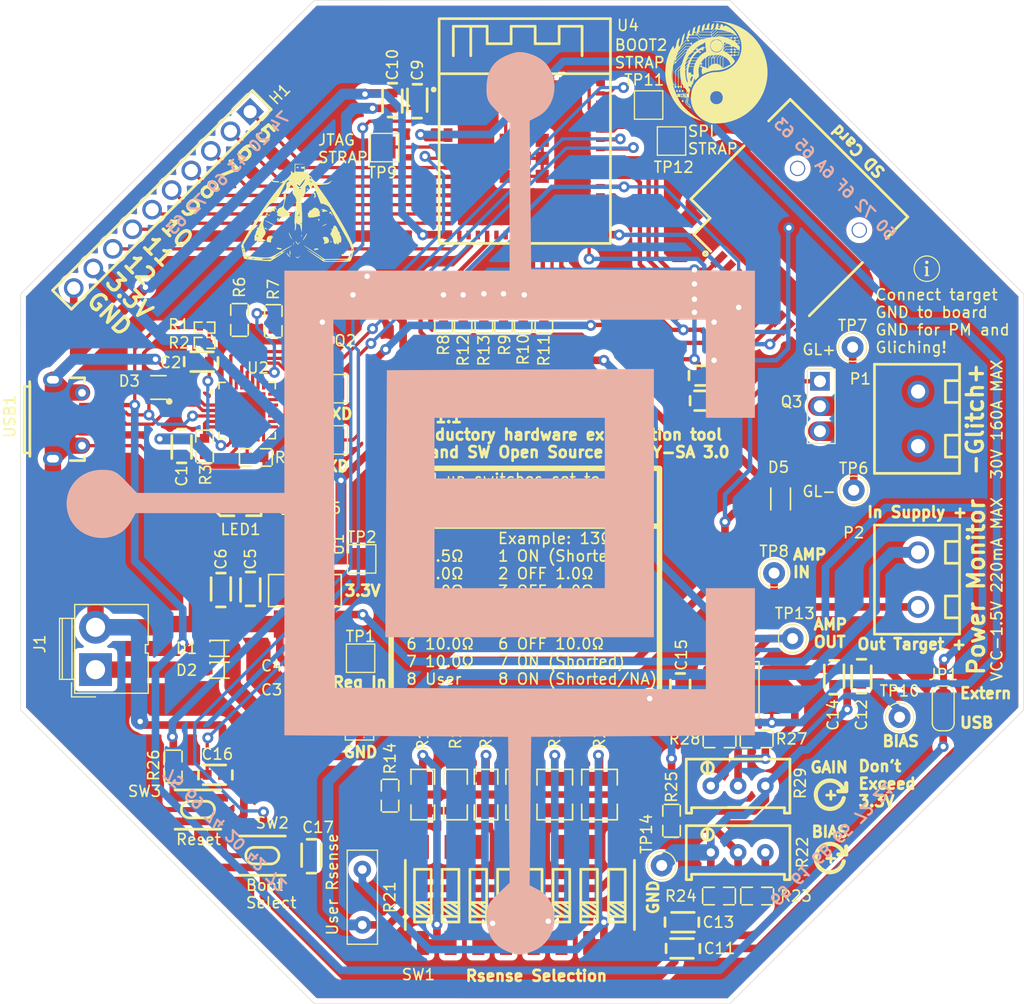
<source format=kicad_pcb>
(kicad_pcb (version 20240108) (generator "pcbnew") (generator_version "8.0")
  (layers (0 "F.Cu" signal) (31 "B.Cu" signal) (34 "B.Paste" user) (35 "F.Paste" user) (36 "B.SilkS" user "B.Silkscreen") (37 "F.SilkS" user "F.Silkscreen") (38 "B.Mask" user) (39 "F.Mask" user) (44 "Edge.Cuts" user))
  (net 0 "")
  (net 1 "VCC_3V3")
  (net 2 "/PU_ENABLE")
  (net 3 "Net-(U2-VBUS)")
  (net 4 "GND")
  (net 5 "VBUS")
  (net 6 "/RTS")
  (net 7 "Net-(Q1-B)")
  (net 8 "/DTR")
  (net 9 "Net-(Q2-B)")
  (net 10 "Net-(U2-SUSPENDb)")
  (net 11 "Net-(U2-RSTb)")
  (net 13 "/USP_DP")
  (net 14 "/USB_DN")
  (net 21 "/ESP_TXD")
  (net 24 "/ESP_RXD")
  (net 33 "/BOOT")
  (net 34 "Net-(U3A--)")
  (net 35 "REG_IN")
  (net 36 "/AMP_OUT")
  (net 37 "Net-(U4-IO5)")
  (net 38 "/AMP_IN")
  (net 39 "/CLK-(SPI_SCK-SD_SCLK)")
  (net 40 "/D0-(SPI_MISO-SD)")
  (net 41 "/D2")
  (net 42 "/D3-(SPI_SS-SD_CS)")
  (net 43 "/D1")
  (net 44 "/CMD-(SPI_MOSI-SD_DI)")
  (net 45 "Net-(U4-IO11)")
  (net 46 "/RS1a")
  (net 47 "/RS2b")
  (net 48 "/RS5a")
  (net 49 "/RS4b")
  (net 50 "/RS6b")
  (net 51 "/RS7a")
  (net 52 "/RS3a")
  (net 53 "/Card_Detect")
  (net 54 "/GLITCH_TRIGGER")
  (net 55 "AMP_VCC")
  (net 56 "Net-(D2-A)")
  (net 60 "Net-(U4-IO9)")
  (net 61 "Net-(U4-IO10)")
  (net 62 "Net-(U4-IO6)")
  (net 63 "Net-(U4-IO8)")
  (net 64 "Net-(U4-IO7)")
  (net 65 "Net-(U4-IO12)")
  (net 66 "Net-(Q3-D)")
  (net 67 "Net-(Q3-S)")
  (net 68 "Net-(LED1-A)")
  (net 69 "/RS8b")
  (net 70 "Net-(R22-Pad2)")
  (net 71 "Net-(U3B--)")
  (net 72 "Net-(U4-IO3)")
  (net 73 "Net-(U4-IO46)")
  (net 74 "Net-(U4-IO45)")
  (net 77 "/BIAS_OUT")
  (footprint "easyeda2kicad:TestPoint_Pad_2.0x2.0mm" (layer "F.Cu") (at 157.4 133.7)
    (property "Reference" "TP1")
    (property "Value" "Vreg In")
  )
  (footprint "easyeda2kicad:QFN-28_L5.0-W5.0-P0.50-TL-EP3.3" (layer "F.Cu") (at 147.005 111)
    (property "Reference" "U2")
    (property "Value" "CP2102N-A02-GQFN28R")
  )
  (footprint "easyeda2kicad:C0603" (layer "F.Cu") (at 144.046 144.39 180)
    (property "Reference" "C16")
    (property "Value" "1uF")
  )
  (footprint "easyeda2kicad:MICRO-USB-SMD_MICROXNJ" (layer "F.Cu") (at 130.8 111.8 -90)
    (property "Reference" "USB1")
    (property "Value" "MICROXNJ")
  )
  (footprint "easyeda2kicad:C0603" (layer "F.Cu") (at 186.7 136.7 -90)
    (property "Reference" "C15")
    (property "Value" "10uF")
  )
  (footprint "easyeda2kicad:SOP-8_L4.9-W3.9-P1.27-LS6.0-BL" (layer "F.Cu") (at 192.4 136.6 -90)
    (property "Reference" "U3")
    (property "Value" "LM358")
  )
  (footprint "easyeda2kicad:R1206" (layer "F.Cu") (at 168.9 146.2 -90)
    (property "Reference" "R17")
    (property "Value" "1R")
  )
  (footprint "easyeda2kicad:SOT-23-3_L2.9-W1.3-P1.90-LS2.4-BR" (layer "F.Cu") (at 152.9 104.65 180)
    (property "Reference" "Q2")
    (property "Value" "~")
  )
  (footprint "easyeda2kicad:TestPoint_THTPad_D2.0mm_Drill1.0mm" (layer "F.Cu") (at 202.5 105.2)
    (property "Reference" "TP7")
    (property "Value" "FET_POS")
  )
  (footprint "easyeda2kicad:R0402" (layer "F.Cu") (at 143.1 103.4)
    (property "Reference" "R1")
    (property "Value" "22.1K")
  )
  (footprint "easyeda2kicad:C0603" (layer "F.Cu") (at 147.3 127.4 -90)
    (property "Reference" "C5")
    (property "Value" "10uF")
  )
  (footprint "easyeda2kicad:TestPoint_Pad_2.0x2.0mm" (layer "F.Cu") (at 183.8 83)
    (property "Reference" "TP11")
    (property "Value" "Boot2-Strap")
  )
  (footprint "easyeda2kicad:SOD-323_L1.7-W1.3-LS2.5-RD" (layer "F.Cu") (at 195.9 119.2 -90)
    (property "Reference" "D5")
    (property "Value" "PDZ3.3B,115")
  )
  (footprint "easyeda2kicad:C0603" (layer "F.Cu") (at 189.1 110.1 180)
    (property "Reference" "C8")
    (property "Value" "0.1 uF")
  )
  (footprint "easyeda2kicad:C0603" (layer "F.Cu") (at 160.314 82.6 -90)
    (property "Reference" "C10")
    (property "Value" "0.1 uF")
  )
  (footprint "easyeda2kicad:C0603" (layer "F.Cu") (at 144.6 127.4 90)
    (property "Reference" "C6")
    (property "Value" "0.1 uF")
  )
  (footprint "easyeda2kicad:TestPoint_THTPad_D2.0mm_Drill1.0mm" (layer "F.Cu") (at 202.6 118.3)
    (property "Reference" "TP6")
    (property "Value" "FET_NEG")
  )
  (footprint "easyeda2kicad:C0603" (layer "F.Cu") (at 152.3 136.6 180)
    (property "Reference" "C3")
    (property "Value" "10uF")
  )
  (footprint "easyeda2kicad:R0603" (layer "F.Cu") (at 160.1 146.3 -90)
    (property "Reference" "R14")
    (property "Value" "0.5R")
  )
  (footprint "easyeda2kicad:R0603" (layer "F.Cu") (at 140.236 143.628 90)
    (property "Reference" "R26")
    (property "Value" "10K")
  )
  (footprint "easyeda2kicad:R1210" (layer "F.Cu") (at 179.3 146.2 -90)
    (property "Reference" "R20")
    (property "Value" "10R")
  )
  (footprint "easyeda2kicad:R1210" (layer "F.Cu") (at 175.2 146.2 -90)
    (property "Reference" "R19")
    (property "Value" "10R")
  )
  (footprint "easyeda2kicad:R0603" (layer "F.Cu") (at 143.1 114.3 90)
    (property "Reference" "R3")
    (property "Value" "1K")
  )
  (footprint "easyeda2kicad:R0603" (layer "F.Cu") (at 193.7 141.1)
    (property "Reference" "R27")
    (property "Value" "TBD")
  )
  (footprint "easyeda2kicad:R0603" (layer "F.Cu") (at 166.8 102.4 -90)
    (property "Reference" "R12")
    (property "Value" "10K")
  )
  (footprint "easyeda2kicad:R0603" (layer "F.Cu") (at 190.25 155.5)
    (property "Reference" "R24")
    (property "Value" "TBD")
  )
  (footprint "easyeda2kicad:C0603" (layer "F.Cu") (at 200.8 135.4 90)
    (property "Reference" "C14")
    (property "Value" "0.1 uF")
  )
  (footprint "easyeda2kicad:R0603" (layer "F.Cu") (at 174.2 102.4 -90)
    (property "Reference" "R11")
    (property "Value" "10K")
  )
  (footprint "easyeda2kicad:TestPoint_Pad_2.0x2.0mm" (layer "F.Cu") (at 157.5 124.6)
    (property "Reference" "TP2")
    (property "Value" "3v3")
  )
  (footprint "easyeda2kicad:TF-SMD_TF-PUSH" (layer "F.Cu") (at 195.58 94.996 135)
    (property "Reference" "SDCard1" (hide yes))
    (property "Value" "TF PUSH")
  )
  (footprint "easyeda2kicad:TestPoint_Pad_2.0x2.0mm" (layer "F.Cu") (at 159.6 86.9)
    (property "Reference" "TP9")
    (property "Value" "JTAG-Strap")
  )
  (footprint "easyeda2kicad:SOD-323_L1.8-W1.3-LS2.5-RD" (layer "F.Cu") (at 144.5 132.8 180)
    (property "Reference" "D1")
    (property "Value" "~")
  )
  (footprint "easyeda2kicad:BULETM-SMD_ESP32-S3-MINI-1-N8" (layer "F.Cu") (at 172.4 87.884)
    (property "Reference" "U4")
    (property "Value" "ESP32-S3-MINI-1-N8")
  )
  (footprint "easyeda2kicad:SC-70-6_L2.2-W1.3-P0.65-LS2.1-BL" (layer "F.Cu") (at 138.87 108.8875 90)
    (property "Reference" "D3")
    (property "Value" "TPD4E1U06DCKR")
  )
  (footprint "easyeda2kicad:C0603" (layer "F.Cu") (at 141 114.3 -90)
    (property "Reference" "C1")
    (property "Value" "10uF")
  )
  (footprint "easyeda2kicad:TestPoint_Pad_2.0x2.0mm" (layer "F.Cu") (at 154.9 113.7)
    (property "Reference" "TP4")
    (property "Value" "~")
  )
  (footprint "easyeda2kicad:R0402" (layer "F.Cu") (at 143.1 104.8)
    (property "Reference" "R2")
    (property "Value" "47.5K")
  )
  (footprint "easyeda2kicad:R0603" (layer "F.Cu") (at 190.3 141.1)
    (property "Reference" "R28")
    (property "Value" "TBD")
  )
  (footprint "easyeda2kicad:R0603" (layer "F.Cu") (at 185.9 148.6 90)
    (property "Reference" "R25")
    (property "Value" "270K")
  )
  (footprint "easyeda2kicad:TestPoint_Pad_2.0x2.0mm" (layer "F.Cu") (at 185.9 86.3)
    (property "Reference" "TP12")
    (property "Value" "SPI V-Strap")
  )
  (footprint "easyeda2kicad:C0603" (layer "F.Cu") (at 152.9 151.8 90)
    (property "Reference" "C17")
    (property "Value" "0.1 uF")
  )
  (footprint "easyeda2kicad:HDR-TH_10P-P2.54-V-F-1" (layer "F.Cu") (at 139.192 91.694 -135)
    (property "Reference" "H1")
    (property "Value" "~")
  )
  (footprint "easyeda2kicad:C0603" (layer "F.Cu") (at 162.6 82.6 90)
    (property "Reference" "C9")
    (property "Value" "10uF")
  )
  (footprint "easyeda2kicad:SOD-323_L1.8-W1.3-LS2.5-RD" (layer "F.Cu") (at 144.5 134.8 180)
    (property "Reference" "D2")
    (property "Value" "~")
  )
  (footprint "easyeda2kicad:R0603" (layer "F.Cu") (at 151.6 119.7)
    (property "Reference" "R5")
    (property "Value" "120R")
  )
  (footprint "easyeda2kicad:C0603" (layer "F.Cu") (at 186.9 160.3 180)
    (property "Reference" "C11")
    (property "Value" "10uF")
  )
  (footprint "easyeda2kicad:LED0805-RD" (layer "F.Cu") (at 146.3 119.7)
    (property "Reference" "LED1")
    (property "Value" "Blue")
  )
  (footprint "easyeda2kicad:R0603" (layer "F.Cu") (at 149.4 102.8 90)
    (property "Reference" "R7")
    (property "Value" "10K")
  )
  (footprint "easyeda2kicad:C0603" (layer "F.Cu") (at 189.1 107.8)
    (property "Reference" "C7")
    (property "Value" "10uF")
  )
  (footprint "easyeda2kicad:C0603" (layer "F.Cu") (at 186.9 157.9)
    (property "Reference" "C13")
    (property "Value" "0.1 uF")
  )
  (footprint "easyeda2kicad:TestPoint_THTPad_D2.0mm_Drill1.0mm" (layer "F.Cu") (at 195.3 125.9)
    (property "Reference" "TP8")
    (property "Value" "Amp In")
  )
  (footprint "easyeda2kicad:R0603" (layer "F.Cu") (at 146.3 102.7 -90)
    (property "Reference" "R6")
    (property "Value" "10K")
  )
  (footprint "easyeda2kicad:TO-251-3_Vertical" (layer "F.Cu") (at 199.5 108.32 -90)
    (property "Reference" "Q3")
    (property "Value" "IRLU8743PBF")
  )
  (footprint "easyeda2kicad:R0603" (layer "F.Cu") (at 147.8 115.3 180)
    (property "Reference" "R4")
    (property "Value" "10K")
  )
  (footprint "easyeda2kicad:R0603" (layer "F.Cu") (at 172.3 102.4 -90)
    (property "Reference" "R10")
    (property "Value" "10K")
  )
  (footprint "easyeda2kicad:TestPoint_THTPad_D2.0mm_Drill1.0mm" (layer "F.Cu") (at 197 131.9)
    (property "Reference" "TP13")
    (property "Value" "Amp Out")
  )
  (footprint "easyeda2kicad:R0603" (layer "F.Cu") (at 193.75 155.5)
    (property "Reference" "R23")
    (property "Value" "TBD")
  )
  (footprint "easyeda2kicad:TestPoint_Pad_2.0x2.0mm" (layer "F.Cu") (at 154.9 109)
    (property "Reference" "TP3")
    (property "Value" "~")
  )
  (footprint "easyeda2kicad:TestPoint_Pad_2.0x2.0mm" (layer "F.Cu") (at 157.3 139.9)
    (property "Reference" "TP5")
    (property "Value" "GND")
  )
  (footprint "easyeda2kicad:C0603" (layer "F.Cu") (at 152.3 134.4)
    (property "Reference" "C4")
    (property "Value" "0.1 uF")
  )
  (footprint "easyeda2kicad:R1206" (layer "F.Cu") (at 163.1 146.2 -90)
    (property "Reference" "R15")
    (property "Value" "1R")
  )
  (footprint "easyeda2kicad:TestPoint_THTPad_D2.0mm_Drill1.0mm" (layer "F.Cu") (at 206.8 139.1)
    (property "Reference" "TP10")
    (property "Value" "Divider Bias")
  )
  (footprint "easyeda2kicad:RES-ADJ-TH_3P-L10.0-W10.0-P2.50-L" (layer "F.Cu") (at 192 145.4)
    (property "Reference" "R29")
    (property "Value" "10K")
  )
  (footprint "easyeda2kicad:C0603" (layer "F.Cu") (at 203.3 135.4 -90)
    (property "Reference" "C12")
    (property "Value" "10uF")
  )
  (footprint "easyeda2kicad:SW-SMD_4P-L4.2-W3.2-P2.15-LS4.6-1" (layer "F.Cu") (at 148.4 151.8)
    (property "Reference" "SW2")
    (property "Value" "~")
  )
  (footprint "Resistor_THT:R_Box_L8.4mm_W2.5mm_P5.08mm" (layer "F.Cu") (at 157.562 153.067 -90)
    (property "Reference" "R21")
    (property "Value" "User Installable")
  )
  (footprint "easyeda2kicad:SOT-223-3_L6.5-W3.4-P2.30-LS7.0-BR" (layer "F.Cu") (at 152.3 127.6 -90)
    (property "Reference" "U1")
    (property "Value" "~")
  )
  (footprint "easyeda2kicad:R1206" (layer "F.Cu") (at 171.8 146.2 -90)
    (property "Reference" "R18")
    (property "Value" "5R" (hide yes))
  )
  (footprint "easyeda2kicad:C0603" (layer "F.Cu") (at 142.83 106.524)
    (property "Reference" "C2")
    (property "Value" "1uF")
  )
  (footprint "easyeda2kicad:R1206" (layer "F.Cu") (at 166.1 146.2 -90)
    (property "Reference" "R16")
    (property "Value" "1R")
  )
  (footprint "easyeda2kicad:SOT-23-3_L2.9-W1.3-P1.90-LS2.4-BR" (layer "F.Cu") (at 152.8 100.5 180)
    (property "Reference" "Q1")
    (property "Value" "~")
  )
  (footprint "easyeda2kicad:R0603" (layer "F.Cu") (at 170.5 102.4 -90)
    (property "Reference" "R9")
    (property "Value" "10K")
  )
  (footprint "easyeda2kicad:R0603" (layer "F.Cu") (at 168.7 102.4 -90)
    (property "Reference" "R13")
    (property "Value" "10K")
  )
  (footprint "Connector:JWT_A3963_1x02_P3.96mm_Vertical" (layer "F.Cu") (at 133.108 134.7495 90)
    (property "Reference" "J1")
    (property "Value" "Battery Placeholder")
  )
  (footprint "easyeda2kicad:CONN-TH_WJ126V-5.0-2P" (layer "F.Cu") (at 208.5 126.5 180)
    (property "Reference" "P2")
    (property "Value" "~")
  )
  (footprint "easyeda2kicad:CONN-TH_WJ126V-5.0-2P" (layer "F.Cu") (at 208.5 111.76 180)
    (property "Reference" "P1")
    (property "Value" "~")
  )
  (footprint "easyeda2kicad:TestPoint_THTPad_D2.0mm_Drill1.0mm" (layer "F.Cu") (at 185 152.7)
    (property "Reference" "TP14")
    (property "Value" "GND")
  )
  (footprint "easyeda2kicad:RES-ADJ-TH_3P-L10.0-W10.0-P2.50-L" (layer "F.Cu") (at 192 151.5)
    (property "Reference" "R22")
    (property "Value" "10K")
  )
  (footprint "easyeda2kicad:R0603" (layer "F.Cu") (at 165 102.4 -90)
    (property "Reference" "R8")
    (property "Value" "10K")
  )
  (footprint "easyeda2kicad:SW-SMD_4P-L4.2-W3.2-P2.15-LS4.6-1" (layer "F.Cu") (at 142.494 147.574)
    (property "Reference" "SW3")
    (property "Value" "~")
  )
  (footprint "easyeda2kicad:SolderJumper-3_P1.3mm_Bridged12_RoundedPad1.0x1.5mm_NumberLabels" (layer "F.Cu") (at 210.8 138.3 90)
    (property "Reference" "JP1")
    (property "Value" "Amp VCC Select")
  )
  (footprint "easyeda2kicad:SW-SMD_DSIC08LSGET" (layer "F.Cu") (at 172 155.4)
    (property "Reference" "SW1")
    (property "Value" "DSIC08LSGET")
  )
  (gr_poly (pts (xy 172.255303 78.161088) (xy 172.459829 78.191943) (xy 172.668318 78.237304) (xy 172.878547 78.296342) (xy 173.088297 78.368227) (xy 173.295347 78.452128) (xy 173.497477 78.547217) (xy 173.692464 78.652662) (xy 173.87809 78.767634) (xy 174.052132 78.891303) (xy 174.212371 79.022838) (xy 174.356585 79.161411) (xy 174.482554 79.30619) (xy 174.589855 79.451059) (xy 174.687802 79.600586) (xy 174.776471 79.754325) (xy 174.85594 79.911831) (xy 174.926286 80.072658) (xy 174.987586 80.236363) (xy 175.039918 80.402498) (xy 175.083359 80.570619) (xy 175.117987 80.740281) (xy 175.143878 80.911037) (xy 175.161111 81.082444) (xy 175.169762 81.254055) (xy 175.169909 81.425425) (xy 175.161629 81.596109) (xy 175.144999 81.765662) (xy 175.120098 81.933638) (xy 175.087001 82.099592) (xy 175.045787 82.263079) (xy 174.996533 82.423653) (xy 174.939316 82.580869) (xy 174.874213 82.734281) (xy 174.801302 82.883445) (xy 174.720661 83.027915) (xy 174.632366 83.167246) (xy 174.536495 83.300992) (xy 174.433125 83.428709) (xy 174.322334 83.54995) (xy 174.204198 83.66427) (xy 174.078796 83.771225) (xy 173.946204 83.870369) (xy 173.8065 83.961256) (xy 173.659762 84.043441) (xy 172.897242 84.437759) (xy 172.967844 91.241684) (xy 173.038447 98.045616) (xy 183.291056 98.114914) (xy 193.54365 98.184112) (xy 193.54365 111.671638) (xy 189.045725 111.671638) (xy 189.045725 102.675811) (xy 154.910578 102.675811) (xy 154.978678 119.542999) (xy 155.046778 136.410186) (xy 172.046252 136.478286) (xy 189.045733 136.546386) (xy 189.045733 127.282073) (xy 193.54365 127.282073) (xy 193.54365 140.769622) (xy 183.291048 140.838821) (xy 173.038439 140.908126) (xy 172.967837 147.712051) (xy 172.897234 154.515976) (xy 173.659754 154.910293) (xy 173.859147 155.02382) (xy 174.044298 155.150202) (xy 174.215267 155.288552) (xy 174.372114 155.43798) (xy 174.514902 155.597601) (xy 174.643689 155.766524) (xy 174.758537 155.943864) (xy 174.859507 156.128731) (xy 174.946659 156.320237) (xy 175.020054 156.517496) (xy 175.079752 156.719618) (xy 175.125815 156.925717) (xy 175.158302 157.134903) (xy 175.177274 157.346289) (xy 175.182793 157.558988) (xy 175.174919 157.772111) (xy 175.153711 157.984771) (xy 175.119232 158.196079) (xy 175.071542 158.405147) (xy 175.010701 158.611088) (xy 174.93677 158.813014) (xy 174.849809 159.010037) (xy 174.74988 159.201268) (xy 174.637043 159.385821) (xy 174.511358 159.562806) (xy 174.372887 159.731337) (xy 174.22169 159.890524) (xy 174.057827 160.039481) (xy 173.881359 160.177319) (xy 173.692347 160.303151) (xy 173.490852 160.416088) (xy 173.276934 160.515243) (xy 173.072591 160.597917) (xy 172.881334 160.669181) (xy 172.701377 160.728987) (xy 172.530934 160.777285) (xy 172.368218 160.814027) (xy 172.211441 160.839164) (xy 172.058818 160.852648) (xy 171.908561 160.854429) (xy 171.758884 160.844459) (xy 171.608 160.822689) (xy 171.454123 160.789071) (xy 171.295465 160.743555) (xy 171.13024 160.686093) (xy 170.956661 160.616636) (xy 170.772942 160.535136) (xy 170.577296 160.441543) (xy 170.577319 160.440719) (xy 170.477701 160.389404) (xy 170.381124 160.335154) (xy 170.287596 160.277984) (xy 170.197126 160.217908) (xy 170.10972 160.154943) (xy 170.025387 160.089101) (xy 169.944135 160.020398) (xy 169.865972 159.948849) (xy 169.790906 159.874468) (xy 169.718945 159.79727) (xy 169.650096 159.717269) (xy 169.584368 159.634481) (xy 169.521768 159.548919) (xy 169.462306 159.460599) (xy 169.405987 159.369536) (xy 169.352822 159.275743) (xy 169.302817 159.179236) (xy 169.25598 159.080029) (xy 169.21232 158.978138) (xy 169.171844 158.873576) (xy 169.13456 158.766358) (xy 169.100477 158.6565) (xy 169.069602 158.544015) (xy 169.041943 158.428919) (xy 169.017508 158.311225) (xy 168.996306 158.19095) (xy 168.978343 158.068107) (xy 168.963629 157.942711) (xy 168.95217 157.814777) (xy 168.943976 157.68432) (xy 168.939053 157.551353) (xy 168.937411 157.415893) (xy 168.939329 157.244287) (xy 168.945678 157.086197) (xy 168.957352 156.939838) (xy 168.975245 156.803424) (xy 169.000251 156.675171) (xy 169.033262 156.553294) (xy 169.075173 156.436005) (xy 169.099745 156.378524) (xy 169.126877 156.321521) (xy 169.189268 156.208056) (xy 169.263239 156.093825) (xy 169.349685 155.977041) (xy 169.449498 155.85592) (xy 169.563572 155.728677) (xy 169.692802 155.593526) (xy 169.83808 155.448681) (xy 170.0003 155.292358) (xy 171.063189 154.281265) (xy 170.992487 147.594268) (xy 170.921786 140.907272) (xy 160.669176 140.837966) (xy 150.416575 140.768768) (xy 150.416575 120.402069) (xy 136.790537 120.406066) (xy 136.333506 121.209136) (xy 136.202686 121.41854) (xy 136.058706 121.611393) (xy 135.902562 121.787837) (xy 135.735255 121.948012) (xy 135.557783 122.092058) (xy 135.371143 122.220117) (xy 135.176334 122.332327) (xy 134.974355 122.428831) (xy 134.766204 122.509769) (xy 134.552879 122.575281) (xy 134.335379 122.625507) (xy 134.114703 122.660588) (xy 133.891848 122.680666) (xy 133.667813 122.685879) (xy 133.443597 122.676369) (xy 133.220197 122.652277) (xy 132.998613 122.613742) (xy 132.779842 122.560905) (xy 132.564884 122.493908) (xy 132.354736 122.412889) (xy 132.150397 122.317991) (xy 131.952866 122.209353) (xy 131.76314 122.087115) (xy 131.582218 121.95142) (xy 131.411099 121.802406) (xy 131.250781 121.640215) (xy 131.102263 121.464986) (xy 130.966542 121.276861) (xy 130.844617 121.075981) (xy 130.737487 120.862485) (xy 130.64615 120.636514) (xy 130.571604 120.398208) (xy 130.525507 120.205377) (xy 130.491183 120.013808) (xy 130.468383 119.823818) (xy 130.456856 119.635727) (xy 130.456351 119.449854) (xy 130.466616 119.266516) (xy 130.487401 119.086034) (xy 130.518455 118.908725) (xy 130.559528 118.734909) (xy 130.610367 118.564903) (xy 130.670723 118.399028) (xy 130.740345 118.237601) (xy 130.818981 118.080942) (xy 130.906381 117.929368) (xy 131.002294 117.7832) (xy 131.106469 117.642755) (xy 131.218654 117.508353) (xy 131.338601 117.380311) (xy 131.466056 117.25895) (xy 131.60077 117.144587) (xy 131.742491 117.037541) (xy 131.890969 116.938131) (xy 132.045953 116.846676) (xy 132.207192 116.763495) (xy 132.374434 116.688906) (xy 132.54743 116.623228) (xy 132.725928 116.56678) (xy 132.909678 116.519881) (xy 133.098428 116.482848) (xy 133.291927 116.456002) (xy 133.489925 116.439661) (xy 133.692171 116.434143) (xy 133.880395 116.435809) (xy 134.052293 116.441468) (xy 134.209918 116.452105) (xy 134.355325 116.468708) (xy 134.490568 116.492263) (xy 134.617701 116.523757) (xy 134.738777 116.564178) (xy 134.797686 116.588043) (xy 134.855852 116.614511) (xy 134.970978 116.675744) (xy 135.08621 116.748865) (xy 135.203602 116.834859) (xy 135.325209 116.934714) (xy 135.453083 117.049416) (xy 135.589279 117.179953) (xy 135.735852 117.327311) (xy 135.894854 117.492477) (xy 136.901621 118.550811) (xy 150.416567 118.550811) (xy 150.416567 98.177909) (xy 171.054064 98.177909) (xy 171.054064 84.662956) (xy 169.995722 83.656189) (xy 169.834322 83.500636) (xy 169.689759 83.356447) (xy 169.561147 83.221847) (xy 169.4476 83.095062) (xy 169.348231 82.974315) (xy 169.262154 82.857831) (xy 169.188482 82.743837) (xy 169.156021 82.687218) (xy 169.126329 82.630556) (xy 169.099295 82.573628) (xy 169.074808 82.516213) (xy 169.052757 82.458089) (xy 169.033032 82.399033) (xy 169.015522 82.338825) (xy 169.000116 82.277242) (xy 168.975173 82.149064) (xy 168.957315 82.012724) (xy 168.945658 81.866446) (xy 168.939313 81.708456) (xy 168.937395 81.536979) (xy 168.94616 81.197915) (xy 168.972806 80.879451) (xy 169.017867 80.580899) (xy 169.047469 80.438876) (xy 169.081874 80.301573) (xy 169.121148 80.168906) (xy 169.165358 80.040787) (xy 169.214571 79.917131) (xy 169.268852 79.797853) (xy 169.328268 79.682867) (xy 169.392886 79.572086) (xy 169.462772 79.465424) (xy 169.537992 79.362797) (xy 169.618613 79.264118) (xy 169.704702 79.169301) (xy 169.796325 79.078261) (xy 169.893547 78.990912) (xy 169.996437 78.907167) (xy 170.10506 78.826941) (xy 170.219483 78.750148) (xy 170.339771 78.676703) (xy 170.598213 78.53951) (xy 170.880916 78.414677) (xy 171.188413 78.301516) (xy 171.521235 78.19934) (xy 171.602726 78.179323) (xy 171.687705 78.163867) (xy 171.86702 78.146221) (xy 172.05696 78.145571)) (stroke (width -0.000001)) (fill solid) (layer "B.SilkS"))
  (gr_poly (pts (xy 184.283244 131.779113) (xy 159.671709 131.779113) (xy 159.696993 127.281234) (xy 164.174906 127.281234) (xy 179.785319 127.281234) (xy 179.785326 124.503112) (xy 179.785326 121.724975) (xy 164.174906 121.724975) (xy 164.174906 127.281234) (xy 159.696993 127.281234) (xy 159.740496 119.542175) (xy 159.753513 117.227081) (xy 164.174906 117.227081) (xy 179.785319 117.227081) (xy 179.785326 114.448944) (xy 179.785326 111.670822) (xy 164.174906 111.670822) (xy 164.174906 117.227081) (xy 159.753513 117.227081) (xy 159.809298 107.305206) (xy 172.046267 107.246604) (xy 184.283244 107.188003)) (stroke (width -0.000001)) (fill solid) (layer "B.SilkS"))
  (gr_line (start 190.091583 76.311716) (end 189.563673 76.839692) (stroke (width 0.047624)) (layer "F.SilkS"))
  (gr_line (start 188.507787 77.103614) (end 189.563673 77.103614) (stroke (width 0.047624)) (layer "F.SilkS"))
  (gr_line (start 191.340086 77.63159) (end 191.340086 77.367602) (stroke (width 0.047624)) (layer "F.SilkS"))
  (gr_line (start 188.243799 76.311716) (end 188.036961 76.311716) (stroke (width 0.047624)) (layer "F.SilkS"))
  (gr_line (start 186.86241 82.031015) (end 186.765638 82.031015) (stroke (width 0.047624)) (layer "F.SilkS"))
  (gr_line (start 190.883613 77.367602) (end 190.557779 77.69337) (stroke (width 0.047624)) (layer "F.SilkS"))
  (gr_poly (pts (xy 187.534992 81.979536) (xy 187.528901 82.028293) (xy 187.523626 82.079156) (xy 187.519205 82.130631) (xy 187.515677 82.181226) (xy 187.51308 82.229447) (xy 187.511454 82.273802) (xy 187.510837 82.312798) (xy 187.302279 82.312798) (xy 187.302279 82.303868) (xy 187.284685 82.303868) (xy 187.284685 82.295136) (xy 187.275953 82.295136) (xy 187.275953 82.286273) (xy 187.267156 82.286273) (xy 187.267156 81.960703) (xy 187.275953 81.960703) (xy 187.275953 81.951839) (xy 187.284685 81.951839) (xy 187.284685 81.943108) (xy 187.293482 81.943108) (xy 187.302279 81.934376) (xy 187.54186 81.934376)) (stroke (width -0.000001)) (fill solid) (layer "F.SilkS"))
  (gr_line (start 187.223169 82.611709) (end 187.223169 82.69975) (stroke (width 0.047624)) (layer "F.SilkS"))
  (gr_poly (pts (xy 149.517266 92.393803) (xy 149.519954 92.394229) (xy 149.522885 92.394947) (xy 149.526049 92.395953) (xy 149.529441 92.397242) (xy 149.53305 92.39881) (xy 149.536871 92.400653) (xy 149.540895 92.402767) (xy 149.545114 92.405148) (xy 149.549521 92.40779) (xy 149.554107 92.410691) (xy 149.558866 92.413845) (xy 149.563788 92.417249) (xy 149.568867 92.420898) (xy 149.579464 92.428915) (xy 149.590593 92.437863) (xy 149.602192 92.447707) (xy 149.614199 92.458414) (xy 149.626553 92.469949) (xy 149.652306 92.495498) (xy 149.674079 92.51903) (xy 149.691934 92.540382) (xy 149.699412 92.550191) (xy 149.705935 92.559394) (xy 149.71151 92.567972) (xy 149.716145 92.575903) (xy 149.71985 92.583168) (xy 149.72263 92.589747) (xy 149.724495 92.59562) (xy 149.725452 92.600765) (xy 149.72551 92.605164) (xy 149.724675 92.608795) (xy 149.722957 92.611639) (xy 149.720364 92.613675) (xy 149.716902 92.614883) (xy 149.712581 92.615242) (xy 149.707408 92.614734) (xy 149.701391 92.613337) (xy 149.694538 92.61103) (xy 149.686857 92.607795) (xy 149.678356 92.603611) (xy 149.669043 92.598457) (xy 149.658926 92.592313) (xy 149.648014 92.585159) (xy 149.623832 92.56774) (xy 149.596561 92.546039) (xy 149.579128 92.531724) (xy 149.563786 92.519523) (xy 149.550472 92.509492) (xy 149.539123 92.501688) (xy 149.534165 92.498638) (xy 149.529674 92.496166) (xy 149.525643 92.494279) (xy 149.522063 92.492983) (xy 149.518927 92.492285) (xy 149.516227 92.492193) (xy 149.513954 92.492714) (xy 149.5121 92.493855) (xy 149.510659 92.495621) (xy 149.509621 92.498022) (xy 149.50898 92.501063) (xy 149.508726 92.504752) (xy 149.508852 92.509095) (xy 149.509351 92.5141) (xy 149.510214 92.519773) (xy 149.511433 92.526122) (xy 149.514908 92.540875) (xy 149.519713 92.558414) (xy 149.525784 92.578795) (xy 149.533058 92.602075) (xy 149.540765 92.626992) (xy 149.546854 92.648841) (xy 149.549193 92.658657) (xy 149.551009 92.667759) (xy 149.552262 92.676161) (xy 149.552913 92.683882) (xy 149.552921 92.690939) (xy 149.552247 92.697349) (xy 149.550852 92.703128) (xy 149.548696 92.708295) (xy 149.545739 92.712865) (xy 149.541941 92.716857) (xy 149.537263 92.720287) (xy 149.531666 92.723173) (xy 149.525109 92.725531) (xy 149.517553 92.727378) (xy 149.508959 92.728733) (xy 149.499286 92.729611) (xy 149.488495 92.73003) (xy 149.476546 92.730007) (xy 149.463401 92.729559) (xy 149.449018 92.728703) (xy 149.416383 92.725837) (xy 149.378324 92.721545) (xy 149.334525 92.715965) (xy 149.284668 92.709232) (xy 149.238343 92.703129) (xy 149.196722 92.698266) (xy 149.159451 92.694744) (xy 149.126176 92.692666) (xy 149.096543 92.692134) (xy 149.070199 92.69325) (xy 149.04679 92.696116) (xy 149.025962 92.700835) (xy 149.016405 92.703921) (xy 149.007361 92.707508) (xy 148.998785 92.71161) (xy 148.990633 92.716239) (xy 148.982861 92.721408) (xy 148.975425 92.727129) (xy 148.961383 92.740281) (xy 148.948152 92.755796) (xy 148.93538 92.773777) (xy 148.922713 92.794326) (xy 148.909796 92.817546) (xy 148.898612 92.838989) (xy 148.888974 92.858719) (xy 148.880889 92.87686) (xy 148.874362 92.893531) (xy 148.869398 92.908853) (xy 148.866004 92.922949) (xy 148.864898 92.929574) (xy 148.864186 92.935938) (xy 148.863869 92.942056) (xy 148.863949 92.947943) (xy 148.864425 92.953613) (xy 148.865299 92.959083) (xy 148.866571 92.964367) (xy 148.868242 92.969481) (xy 148.870313 92.974439) (xy 148.872785 92.979257) (xy 148.875657 92.983949) (xy 148.878931 92.988532) (xy 148.882608 92.99302) (xy 148.886688 92.997428) (xy 148.896062 93.006066) (xy 148.907058 93.014566) (xy 148.919681 93.02305) (xy 148.929114 93.028833) (xy 148.9389 93.034464) (xy 148.948961 93.039914) (xy 148.959221 93.045153) (xy 148.969603 93.050152) (xy 148.98003 93.05488) (xy 148.990424 93.059308) (xy 149.00071 93.063406) (xy 149.010809 93.067146) (xy 149.020645 93.070497) (xy 149.030141 93.07343) (xy 149.03922 93.075915) (xy 149.047805 93.077923) (xy 149.055819 93.079423) (xy 149.063185 93.080387) (xy 149.069826 93.080785) (xy 149.072884 93.080882) (xy 149.075803 93.081078) (xy 149.078583 93.08137) (xy 149.081222 93.081756) (xy 149.083718 93.082233) (xy 149.08607 93.082799) (xy 149.088276 93.08345) (xy 149.090336 93.084186) (xy 149.092248 93.085002) (xy 149.09401 93.085896) (xy 149.095621 93.086866) (xy 149.097079 93.08791) (xy 149.098384 93.089024) (xy 149.099533 93.090206) (xy 149.100525 93.091454) (xy 149.101359 93.092765) (xy 149.102034 93.094137) (xy 149.102547 93.095566) (xy 149.102898 93.097051) (xy 149.103085 93.098589) (xy 149.103107 93.100177) (xy 149.102962 93.101812) (xy 149.102649 93.103493) (xy 149.102166 93.105217) (xy 149.101513 93.10698) (xy 149.100687 93.108781) (xy 149.099687 93.110617) (xy 149.098511 93.112485) (xy 149.09716 93.114383) (xy 149.09563 93.116309) (xy 149.09392 93.118259) (xy 149.09203 93.120231) (xy 149.089888 93.122108) (xy 149.087434 93.12378) (xy 149.084678 93.125248) (xy 149.081632 93.126514) (xy 149.078305 93.127581) (xy 149.07471 93.128451) (xy 149.070856 93.129125) (xy 149.066755 93.129606) (xy 149.062418 93.129896) (xy 149.057855 93.129997) (xy 149.048096 93.129638) (xy 149.037564 93.128547) (xy 149.026349 93.12674) (xy 149.014535 93.124232) (xy 149.00221 93.121041) (xy 148.989461 93.117182) (xy 148.976375 93.112673) (xy 148.96304 93.107528) (xy 148.949541 93.101765) (xy 148.935966 93.0954) (xy 148.922401 93.088449) (xy 148.902703 93.078386) (xy 148.884432 93.070158) (xy 148.875777 93.066755) (xy 148.867413 93.063838) (xy 148.859318 93.061416) (xy 148.851469 93.059499) (xy 148.843846 93.058094) (xy 148.836424 93.057212) (xy 148.829184 93.056861) (xy 148.822101 93.057051) (xy 148.815156 93.05779) (xy 148.808324 93.059088) (xy 148.801585 93.060953) (xy 148.794916 93.063396) (xy 148.788295 93.066424) (xy 148.7817 93.070047) (xy 148.775109 93.074275) (xy 148.7685 93.079115) (xy 148.761851 93.084578) (xy 148.75514 93.090672) (xy 148.748344 93.097407) (xy 148.741442 93.104791) (xy 148.734412 93.112834) (xy 148.727231 93.121544) (xy 148.712331 93.141004) (xy 148.696563 93.163243) (xy 148.679752 93.188335) (xy 148.668252 93.206575) (xy 148.656787 93.226094) (xy 148.645427 93.246714) (xy 148.634245 93.268259) (xy 148.623313 93.29055) (xy 148.612702 93.313411) (xy 148.602483 93.336664) (xy 148.592729 93.360131) (xy 148.583511 93.383636) (xy 148.5749 93.407) (xy 148.566969 93.430047) (xy 148.559789 93.452599) (xy 148.553431 93.474479) (xy 148.547968 93.495509) (xy 148.54347 93.515512) (xy 148.54001 93.534311) (xy 148.526439 93.61407) (xy 148.510402 93.701226) (xy 148.493902 93.785238) (xy 148.478943 93.855563) (xy 148.476292 93.87212) (xy 148.475066 93.891638) (xy 148.475215 93.913872) (xy 148.476685 93.938574) (xy 148.479427 93.965497) (xy 148.483389 93.994395) (xy 148.48852 94.025019) (xy 148.494769 94.057122) (xy 148.502085 94.090459) (xy 148.510415 94.124781) (xy 148.51971 94.159842) (xy 148.529917 94.195393) (xy 148.540986 94.231189) (xy 148.552865 94.266982) (xy 148.565503 94.302526) (xy 148.57885 94.337571) (xy 148.632987 94.475394) (xy 148.654161 94.531564) (xy 148.671337 94.580713) (xy 148.684464 94.62395) (xy 148.693489 94.662381) (xy 148.696448 94.680139) (xy 148.698362 94.697111) (xy 148.699225 94.713435) (xy 148.699031 94.729249) (xy 148.697773 94.744691) (xy 148.695445 94.7599) (xy 148.69204 94.775013) (xy 148.687552 94.79017) (xy 148.681974 94.805509) (xy 148.675301 94.821167) (xy 148.65864 94.853997) (xy 148.637518 94.889766) (xy 148.611884 94.929582) (xy 148.546873 95.025777) (xy 148.38221 95.268422) (xy 148.56341 95.339666) (xy 148.74461 95.410911) (xy 148.44916 95.500381) (xy 148.374914 95.521694) (xy 148.341688 95.530264) (xy 148.310957 95.537446) (xy 148.282644 95.543246) (xy 148.256671 95.547667) (xy 148.23296 95.550713) (xy 148.211434 95.552387) (xy 148.192016 95.552694) (xy 148.174628 95.551636) (xy 148.159192 95.549218) (xy 148.145632 95.545444) (xy 148.133869 95.540317) (xy 148.123827 95.533841) (xy 148.115427 95.526019) (xy 148.108593 95.516856) (xy 148.105825 95.512513) (xy 148.103094 95.508503) (xy 148.100402 95.504826) (xy 148.097749 95.501482) (xy 148.095134 95.49847) (xy 148.092558 95.495791) (xy 148.090021 95.493445) (xy 148.087524 95.491431) (xy 148.085068 95.489749) (xy 148.082651 95.488399) (xy 148.080274 95.487382) (xy 148.077939 95.486696) (xy 148.075644 95.486343) (xy 148.073391 95.486321) (xy 148.07118 95.48663) (xy 148.06901 95.487271) (xy 148.066883 95.488244) (xy 148.064798 95.489548) (xy 148.062757 95.491183) (xy 148.060758 95.493149) (xy 148.058802 95.495446) (xy 148.056891 95.498074) (xy 148.055023 95.501032) (xy 148.0532 95.504322) (xy 148.051421 95.507942) (xy 148.049687 95.511892) (xy 148.047998 95.516172) (xy 148.046355 95.520783) (xy 148.044757 95.525724) (xy 148.043205 95.530995) (xy 148.0417 95.536595) (xy 148.040241 95.542526) (xy 148.038947 95.547548) (xy 148.037465 95.552436) (xy 148.035801 95.557185) (xy 148.033962 95.561791) (xy 148.031955 95.566249) (xy 148.029786 95.570555) (xy 148.027461 95.574704) (xy 148.024988 95.578691) (xy 148.022373 95.582512) (xy 148.019622 95.586162) (xy 148.016742 95.589637) (xy 148.013739 95.592932) (xy 148.010621 95.596042) (xy 148.007393 95.598964) (xy 148.004062 95.601692) (xy 148.000635 95.604221) (xy 147.997118 95.606548) (xy 147.993517 95.608667) (xy 147.98984 95.610575) (xy 147.986093 95.612265) (xy 147.982282 95.613735) (xy 147.978414 95.614979) (xy 147.974496 95.615993) (xy 147.970534 95.616772) (xy 147.966534 95.617311) (xy 147.962504 95.617607) (xy 147.958449 95.617653) (xy 147.954376 95.617447) (xy 147.950293 95.616983) (xy 147.946204 95.616256) (xy 147.942118 95.615263) (xy 147.93804 95.613998) (xy 147.938038 95.613986) (xy 147.934035 95.612475) (xy 147.930173 95.61075) (xy 147.926454 95.608817) (xy 147.922881 95.606686) (xy 147.919456 95.604363) (xy 147.916184 95.601856) (xy 147.913066 95.599172) (xy 147.910105 95.596319) (xy 147.907305 95.593304) (xy 147.904667 95.590135) (xy 147.902196 95.58682) (xy 147.899893 95.583366) (xy 147.897762 95.57978) (xy 147.895805 95.57607) (xy 147.894026 95.572244) (xy 147.892426 95.568309) (xy 147.89101 95.564273) (xy 147.889779 95.560142) (xy 147.888737 95.555925) (xy 147.887887 95.55163) (xy 147.887231 95.547263) (xy 147.886772 95.542832) (xy 147.886513 95.538345) (xy 147.886457 95.533809) (xy 147.886607 95.529232) (xy 147.886965 95.524621) (xy 147.887535 95.519985) (xy 147.888319 95.515329) (xy 147.88932 95.510662) (xy 147.890541 95.505992) (xy 147.891984 95.501326) (xy 147.893654 95.496671) (xy 147.895769 95.49089) (xy 147.897571 95.48538) (xy 147.89906 95.48014) (xy 147.900233 95.475167) (xy 147.901088 95.470462) (xy 147.901624 95.466023) (xy 147.901839 95.461849) (xy 147.901731 95.45794) (xy 147.901299 95.454293) (xy 147.900541 95.450909) (xy 147.899454 95.447786) (xy 147.898037 95.444923) (xy 147.896289 95.442319) (xy 147.894207 95.439973) (xy 147.891791 95.437884) (xy 147.889037 95.436051) (xy 147.885944 95.434473) (xy 147.882511 95.433148) (xy 147.878736 95.432077) (xy 147.874617 95.431257) (xy 147.870152 95.430688) (xy 147.865339 95.430369) (xy 147.860177 95.430299) (xy 147.854664 95.430476) (xy 147.848798 95.4309) (xy 147.842577 95.431569) (xy 147.836 95.432483) (xy 147.829065 95.433641) (xy 147.82177 95.435041) (xy 147.814113 95.436683) (xy 147.797707 95.440686) (xy 147.777 95.44568) (xy 147.767524 95.447575) (xy 147.758612 95.449024) (xy 147.750249 95.449993) (xy 147.742421 95.450449) (xy 147.735111 95.450356) (xy 147.728305 95.449683) (xy 147.721987 95.448394) (xy 147.716143 95.446456) (xy 147.710756 95.443836) (xy 147.705813 95.440499) (xy 147.701296 95.436412) (xy 147.697193 95.431541) (xy 147.693486 95.425852) (xy 147.690161 95.419311) (xy 147.687203 95.411885) (xy 147.684597 95.40354) (xy 147.682327 95.394242) (xy 147.680378 95.383958) (xy 147.678734 95.372652) (xy 147.677382 95.360293) (xy 147.676305 95.346845) (xy 147.675488 95.332275) (xy 147.674917 95.31655) (xy 147.674575 95.299635) (xy 147.67452 95.262103) (xy 147.675203 95.219407) (xy 147.6765 95.171277) (xy 147.67939 95.110302) (xy 147.684052 95.053417) (xy 147.686354 95.034257) (xy 147.873734 95.034257) (xy 147.873902 95.036941) (xy 147.874256 95.039536) (xy 147.874794 95.042037) (xy 147.875515 95.04444) (xy 147.876417 95.04674) (xy 147.877498 95.048934) (xy 147.878755 95.051017) (xy 147.880187 95.052985) (xy 147.881792 95.054834) (xy 147.883569 95.05656) (xy 147.885515 95.058157) (xy 147.887629 95.059622) (xy 147.889908 95.060952) (xy 147.892351 95.06214) (xy 147.894956 95.063184) (xy 147.897721 95.064079) (xy 147.900644 95.064821) (xy 147.903724 95.065405) (xy 147.906958 95.065828) (xy 147.910344 95.066084) (xy 147.913881 95.066171) (xy 147.917472 95.066084) (xy 147.921017 95.065828) (xy 147.924512 95.065405) (xy 147.927953 95.064821) (xy 147.931334 95.064079) (xy 147.934652 95.063184) (xy 147.937902 95.06214) (xy 147.94108 95.060951) (xy 147.94418 95.059622) (xy 147.9472 95.058157) (xy 147.950133 95.056559) (xy 147.952976 95.054834) (xy 147.955724 95.052985) (xy 147.958372 95.051017) (xy 147.960917 95.048934) (xy 147.963353 95.04674) (xy 147.965677 95.044439) (xy 147.967883 95.042036) (xy 147.969967 95.039535) (xy 147.971925 95.03694) (xy 147.973752 95.034256) (xy 147.975444 95.031486) (xy 147.976996 95.028635) (xy 147.978403 95.025707) (xy 147.979662 95.022706) (xy 147.980767 95.019637) (xy 147.981715 95.016504) (xy 147.982501 95.013311) (xy 147.98312 95.010062) (xy 147.983567 95.006762) (xy 147.983839 95.003415) (xy 147.983931 95.000024) (xy 147.983779 94.993286) (xy 147.983335 94.986737) (xy 147.982614 94.98041) (xy 147.981629 94.974341) (xy 147.980397 94.968562) (xy 147.978932 94.963108) (xy 147.977249 94.958012) (xy 147.975363 94.953309) (xy 147.973289 94.949032) (xy 147.971042 94.945215) (xy 147.968636 94.941893) (xy 147.966088 94.939098) (xy 147.963411 94.936866) (xy 147.96203 94.935971) (xy 147.960621 94.935229) (xy 147.959189 94.934645) (xy 147.957733 94.934222) (xy 147.956257 94.933966) (xy 147.954761 94.933879) (xy 147.953213 94.933966) (xy 147.951578 94.934222) (xy 147.949861 94.934645) (xy 147.948068 94.935229) (xy 147.946201 94.935971) (xy 147.944266 94.936866) (xy 147.942268 94.93791) (xy 147.94021 94.939098) (xy 147.935934 94.941893) (xy 147.931476 94.945215) (xy 147.92687 94.949032) (xy 147.922152 94.953309) (xy 147.917359 94.958012) (xy 147.912527 94.963108) (xy 147.907691 94.968562) (xy 147.902887 94.974341) (xy 147.898151 94.98041) (xy 147.893519 94.986737) (xy 147.889028 94.993286) (xy 147.884712 95.000024) (xy 147.882708 95.003415) (xy 147.880911 95.006762) (xy 147.879319 95.010063) (xy 147.877929 95.013312) (xy 147.876741 95.016505) (xy 147.875753 95.019638) (xy 147.874962 95.022707) (xy 147.874366 95.025708) (xy 147.873964 95.028636) (xy 147.873754 95.031487) (xy 147.873734 95.034257) (xy 147.686354 95.034257) (xy 147.690245 95.001868) (xy 147.697724 94.9569) (xy 147.701871 94.937273) (xy 147.706248 94.919758) (xy 147.710826 94.90451) (xy 147.715574 94.891686) (xy 147.720462 94.88144) (xy 147.725459 94.87393) (xy 147.730535 94.869309) (xy 147.733094 94.868131) (xy 147.73566 94.867734) (xy 147.738215 94.867546) (xy 147.740737 94.866989) (xy 147.743223 94.866072) (xy 147.745671 94.864803) (xy 147.748077 94.863192) (xy 147.750437 94.861249) (xy 147.75275 94.858982) (xy 147.75501 94.856402) (xy 147.757216 94.853516) (xy 147.759364 94.850334) (xy 147.761451 94.846865) (xy 147.763473 94.843119) (xy 147.765428 94.839105) (xy 147.767313 94.834832) (xy 147.769123 94.830309) (xy 147.770856 94.825545) (xy 147.772509 94.82055) (xy 147.774079 94.815333) (xy 147.775562 94.809903) (xy 147.776954 94.804269) (xy 147.778254 94.79844) (xy 147.779458 94.792426) (xy 147.781563 94.779879) (xy 147.783245 94.7667) (xy 147.784479 94.752964) (xy 147.785237 94.738745) (xy 147.785431 94.731476) (xy 147.785496 94.724115) (xy 147.786096 94.708798) (xy 147.787858 94.692563) (xy 147.790722 94.675553) (xy 147.794629 94.657908) (xy 147.79952 94.639769) (xy 147.805335 94.621279) (xy 147.812014 94.602579) (xy 147.819499 94.58381) (xy 147.82773 94.565114) (xy 147.836647 94.546632) (xy 147.846192 94.528505) (xy 147.856305 94.510876) (xy 147.866927 94.493886) (xy 147.877998 94.477675) (xy 147.889459 94.462387) (xy 147.901251 94.448161) (xy 147.912617 94.434929) (xy 147.922832 94.422555) (xy 147.931875 94.411083) (xy 147.939732 94.400556) (xy 147.946384 94.391017) (xy 147.951814 94.38251) (xy 147.956004 94.375078) (xy 147.958938 94.368764) (xy 147.960597 94.363611) (xy 147.960944 94.361484) (xy 147.960965 94.359664) (xy 147.96066 94.358155) (xy 147.960025 94.356964) (xy 147.959058 94.356096) (xy 147.957758 94.355556) (xy 147.956121 94.35535) (xy 147.954147 94.355483) (xy 147.951833 94.35596) (xy 147.949176 94.356787) (xy 147.942826 94.359513) (xy 147.935081 94.363704) (xy 147.93002 94.366586) (xy 147.925202 94.369175) (xy 147.920625 94.37147) (xy 147.916291 94.373472) (xy 147.912198 94.37518) (xy 147.908347 94.376593) (xy 147.904738 94.377712) (xy 147.901369 94.378537) (xy 147.898242 94.379066) (xy 147.895355 94.3793) (xy 147.892709 94.379239) (xy 147.890304 94.378883) (xy 147.888139 94.37823) (xy 147.886214 94.377281) (xy 147.884529 94.376036) (xy 147.883083 94.374495) (xy 147.881877 94.372657) (xy 147.880911 94.370521) (xy 147.880183 94.368089) (xy 147.879695 94.365359) (xy 147.879445 94.362331) (xy 147.879434 94.359005) (xy 147.879661 94.355381) (xy 147.880127 94.351459) (xy 147.88083 94.347238) (xy 147.881771 94.342718) (xy 147.88295 94.337899) (xy 147.884367 94.33278) (xy 147.887911 94.321644) (xy 147.892403 94.309308) (xy 147.89668 94.299063) (xy 147.901386 94.289444) (xy 147.906473 94.280486) (xy 147.911893 94.272225) (xy 147.917598 94.264697) (xy 147.923541 94.257937) (xy 147.926587 94.254855) (xy 147.929674 94.251979) (xy 147.932796 94.249313) (xy 147.935949 94.24686) (xy 147.939124 94.244626) (xy 147.942318 94.242615) (xy 147.945523 94.240831) (xy 147.948733 94.239279) (xy 147.951944 94.237963) (xy 147.955148 94.236888) (xy 147.95834 94.236057) (xy 147.961514 94.235476) (xy 147.964663 94.235149) (xy 147.967783 94.23508) (xy 147.970866 94.235274) (xy 147.973907 94.235734) (xy 147.976901 94.236467) (xy 147.97984 94.237475) (xy 147.982719 94.238763) (xy 147.985533 94.240337) (xy 147.988388 94.241763) (xy 147.991393 94.242612) (xy 147.994538 94.242897) (xy 147.997816 94.242629) (xy 148.001218 94.24182) (xy 148.004738 94.240481) (xy 148.008366 94.238624) (xy 148.012094 94.236261) (xy 148.015915 94.233403) (xy 148.019821 94.230062) (xy 148.023804 94.226251) (xy 148.027854 94.221979) (xy 148.031966 94.21726) (xy 148.036129 94.212105) (xy 148.040338 94.206525) (xy 148.044582 94.200533) (xy 148.048855 94.194139) (xy 148.053148 94.187357) (xy 148.057453 94.180196) (xy 148.061763 94.17267) (xy 148.070363 94.156565) (xy 148.078883 94.139137) (xy 148.08726 94.120479) (xy 148.095429 94.100684) (xy 148.103326 94.079845) (xy 148.110886 94.058057) (xy 148.119881 94.033522) (xy 148.131989 94.004625) (xy 148.147004 93.971731) (xy 148.16472 93.935205) (xy 148.207428 93.852714) (xy 148.258465 93.760073) (xy 148.316182 93.6602) (xy 148.378931 93.556014) (xy 148.445061 93.450434) (xy 148.512924 93.34638) (xy 148.579374 93.245375) (xy 148.641455 93.148536) (xy 148.697801 93.05817) (xy 148.747048 92.976583) (xy 148.78783 92.90608) (xy 148.818783 92.848968) (xy 148.838541 92.807553) (xy 148.843795 92.793452) (xy 148.845739 92.784141) (xy 148.846989 92.774015) (xy 148.850014 92.763348) (xy 148.85473 92.752196) (xy 148.861051 92.740611) (xy 148.868893 92.72865) (xy 148.878171 92.716366) (xy 148.8888 92.703815) (xy 148.900696 92.69105) (xy 148.913773 92.678126) (xy 148.927946 92.665099) (xy 148.959244 92.638949) (xy 148.99391 92.613038) (xy 149.031266 92.587801) (xy 149.070634 92.563677) (xy 149.111335 92.5411) (xy 149.152689 92.520508) (xy 149.19402 92.502338) (xy 149.234647 92.487025) (xy 149.254485 92.480577) (xy 149.273892 92.475007) (xy 149.292785 92.470369) (xy 149.311077 92.466719) (xy 149.328685 92.464111) (xy 149.345524 92.4626) (xy 149.361789 92.461407) (xy 149.377599 92.459742) (xy 149.392871 92.457636) (xy 149.407524 92.455118) (xy 149.421475 92.45222) (xy 149.434644 92.44897) (xy 149.446947 92.4454) (xy 149.458303 92.441539) (xy 149.468631 92.437417) (xy 149.477848 92.433065) (xy 149.485872 92.428513) (xy 149.492622 92.42379) (xy 149.498016 92.418928) (xy 149.501971 92.413956) (xy 149.503384 92.411438) (xy 149.504406 92.408904) (xy 149.505028 92.406357) (xy 149.505239 92.403802) (xy 149.5054 92.401411) (xy 149.505873 92.399349) (xy 149.506651 92.397613) (xy 149.507724 92.396199) (xy 149.509086 92.395102) (xy 149.510729 92.394319) (xy 149.512645 92.393844) (xy 149.514827 92.393673)) (stroke (width -0.000001)) (fill solid) (layer "F.SilkS"))
  (gr_line (start 190.919464 75.783806) (end 190.091583 75.783806) (stroke (width 0.047624)) (layer "F.SilkS"))
  (gr_poly (pts (xy 190.265624 75.334726) (xy 190.502916 75.353095) (xy 190.736756 75.383138) (xy 190.966851 75.42456) (xy 191.192907 75.477065) (xy 191.414631 75.540359) (xy 191.631729 75.614146) (xy 191.843908 75.69813) (xy 192.050875 75.792017) (xy 192.252336 75.895511) (xy 192.447999 76.008317) (xy 192.637569 76.130139) (xy 192.820753 76.260682) (xy 192.997258 76.399652) (xy 193.166791 76.546752) (xy 193.329058 76.701687) (xy 193.483765 76.864163) (xy 193.63062 77.033883) (xy 193.769329 77.210552) (xy 193.899599 77.393876) (xy 194.021135 77.583559) (xy 194.133646 77.779305) (xy 194.236838 77.98082) (xy 194.330416 78.187807) (xy 194.414089 78.399972) (xy 194.487562 78.61702) (xy 194.550542 78.838654) (xy 194.602735 79.064581) (xy 194.643849 79.294504) (xy 194.67359 79.528128) (xy 194.691665 79.765158) (xy 194.69778 80.005299) (xy 194.69174 80.246651) (xy 194.67374 80.484775) (xy 194.644068 80.719383) (xy 194.603015 80.950182) (xy 194.550871 81.176883) (xy 194.487924 81.399197) (xy 194.414465 81.616831) (xy 194.330784 81.829497) (xy 194.237169 82.036904) (xy 194.133911 82.238762) (xy 194.021299 82.43478) (xy 193.899623 82.624669) (xy 193.769173 82.808137) (xy 193.630238 82.984896) (xy 193.483109 83.154654) (xy 193.328074 83.317121) (xy 193.165423 83.472007) (xy 192.995447 83.619022) (xy 192.818434 83.757876) (xy 192.634674 83.888278) (xy 192.444458 84.009938) (xy 192.248075 84.122566) (xy 192.045813 84.225872) (xy 191.837964 84.319565) (xy 191.624817 84.403355) (xy 191.406661 84.476952) (xy 191.183787 84.540066) (xy 190.956483 84.592406) (xy 190.725039 84.633682) (xy 190.489746 84.663604) (xy 190.250893 84.681881) (xy 190.008769 84.688225) (xy 189.94797 84.687892) (xy 189.887366 84.68675) (xy 189.826961 84.68481) (xy 189.766758 84.682082) (xy 189.706759 84.678576) (xy 189.646968 84.674301) (xy 189.587387 84.669268) (xy 189.528021 84.663487) (xy 189.527775 84.663383) (xy 189.527533 84.663269) (xy 189.527295 84.663148) (xy 189.527059 84.663021) (xy 189.526128 84.662487) (xy 189.52566 84.662227) (xy 189.525424 84.662105) (xy 189.525184 84.66199) (xy 189.524941 84.661884) (xy 189.524694 84.661788) (xy 189.524442 84.661705) (xy 189.524184 84.661635) (xy 189.477648 84.650408) (xy 189.434084 84.63874) (xy 189.392454 84.626241) (xy 189.351717 84.612521) (xy 189.310835 84.597189) (xy 189.268768 84.579854) (xy 189.224475 84.560125) (xy 189.176919 84.537612) (xy 189.176493 84.537419) (xy 189.176061 84.537238) (xy 189.175622 84.537067) (xy 189.175178 84.536905) (xy 189.174277 84.536605) (xy 189.173363 84.536329) (xy 189.171524 84.535816) (xy 189.17061 84.535561) (xy 189.169709 84.535296) (xy 189.170786 84.535292) (xy 189.171807 84.53528) (xy 189.172764 84.53526) (xy 189.173654 84.53523) (xy 189.174469 84.535191) (xy 189.175205 84.535143) (xy 189.175855 84.535084) (xy 189.176414 84.535015) (xy 189.176877 84.534935) (xy 189.17707 84.534891) (xy 189.177236 84.534844) (xy 189.177376 84.534794) (xy 189.177488 84.534741) (xy 189.177571 84.534686) (xy 189.177625 84.534627) (xy 189.177649 84.534565) (xy 189.177649 84.534532) (xy 189.177642 84.534499) (xy 189.177604 84.534431) (xy 189.177534 84.534359) (xy 189.177431 84.534284) (xy 189.177295 84.534206) (xy 189.177124 84.534124) (xy 189.176919 84.534039) (xy 189.076681 84.49243) (xy 188.979298 84.44691) (xy 188.884835 84.397597) (xy 188.793359 84.344613) (xy 188.704935 84.288078) (xy 188.61963 84.228111) (xy 188.537508 84.164834) (xy 188.458636 84.098365) (xy 188.310905 83.956335) (xy 188.176962 83.802983) (xy 188.057336 83.63927) (xy 187.952551 83.466157) (xy 187.863135 83.284604) (xy 187.789615 83.095574) (xy 187.732517 82.900027) (xy 187.692368 82.698924) (xy 187.678813 82.59659) (xy 187.669693 82.493226) (xy 187.665074 82.388955) (xy 187.665042 82.325695) (xy 189.444131 82.325695) (xy 189.44638 82.381433) (xy 189.453128 82.436735) (xy 189.464374 82.491165) (xy 189.480119 82.544287) (xy 189.500363 82.595664) (xy 189.525105 82.644862) (xy 189.554346 82.691443) (xy 189.588085 82.734973) (xy 189.626323 82.775014) (xy 189.669059 82.811131) (xy 189.716294 82.842888) (xy 189.768028 82.869848) (xy 189.82426 82.891576) (xy 189.88499 82.907637) (xy 189.950219 82.917592) (xy 190.019947 82.921008) (xy 190.089675 82.917592) (xy 190.154904 82.907637) (xy 190.215635 82.891576) (xy 190.271867 82.869848) (xy 190.3236 82.842888) (xy 190.370835 82.811131) (xy 190.413571 82.775014) (xy 190.451809 82.734973) (xy 190.485548 82.691443) (xy 190.514789 82.644862) (xy 190.539531 82.595664) (xy 190.559775 82.544287) (xy 190.57552 82.491165) (xy 190.586766 82.436735) (xy 190.593514 82.381433) (xy 190.595763 82.325695) (xy 190.593514 82.269957) (xy 190.586766 82.214655) (xy 190.57552 82.160226) (xy 190.559775 82.107104) (xy 190.539531 82.055726) (xy 190.514789 82.006529) (xy 190.485548 81.959947) (xy 190.451809 81.916418) (xy 190.413571 81.876377) (xy 190.370835 81.84026) (xy 190.3236 81.808503) (xy 190.271867 81.781542) (xy 190.215635 81.759814) (xy 190.154904 81.743754) (xy 190.089675 81.733798) (xy 190.019947 81.730383) (xy 189.950219 81.733798) (xy 189.88499 81.743754) (xy 189.82426 81.759814) (xy 189.768028 81.781542) (xy 189.716294 81.808503) (xy 189.669059 81.84026) (xy 189.626323 81.876377) (xy 189.588085 81.916418) (xy 189.554346 81.959947) (xy 189.525105 82.006529) (xy 189.500363 82.055726) (xy 189.480119 82.107104) (xy 189.464374 82.160226) (xy 189.453128 82.214655) (xy 189.44638 82.269957) (xy 189.444131 82.325695) (xy 187.665042 82.325695) (xy 187.665021 82.283895) (xy 187.6696 82.178167) (xy 187.678877 82.071892) (xy 187.692918 81.965188) (xy 187.711789 81.858176) (xy 187.733881 81.758783) (xy 187.760222 81.661097) (xy 187.7907 81.565212) (xy 187.825204 81.471218) (xy 187.863621 81.379207) (xy 187.90584 81.289271) (xy 187.95175 81.201501) (xy 188.001238 81.115989) (xy 188.054192 81.032827) (xy 188.110502 80.952106) (xy 188.232739 80.798355) (xy 188.367056 80.655469) (xy 188.512558 80.52418) (xy 188.668352 80.405223) (xy 188.833544 80.29933) (xy 189.007239 80.207234) (xy 189.096997 80.166589) (xy 189.188545 80.129668) (xy 189.281772 80.096563) (xy 189.376567 80.067366) (xy 189.472817 80.042167) (xy 189.570411 80.02106) (xy 189.669237 80.004135) (xy 189.769184 79.991484) (xy 189.870139 79.983198) (xy 189.971991 79.97937) (xy 190.032222 79.97796) (xy 190.092558 79.975557) (xy 190.152917 79.972074) (xy 190.213217 79.967423) (xy 190.273378 79.961515) (xy 190.333318 79.954265) (xy 190.392956 79.945583) (xy 190.45221 79.935383) (xy 190.568273 79.91063) (xy 190.681706 79.880198) (xy 190.792389 79.844266) (xy 190.900203 79.803017) (xy 191.005027 79.756629) (xy 191.106742 79.705285) (xy 191.205229 79.649163) (xy 191.300367 79.588446) (xy 191.392038 79.523313) (xy 191.480121 79.453946) (xy 191.564497 79.380524) (xy 191.645047 79.303229) (xy 191.72165 79.22224) (xy 191.794187 79.137739) (xy 191.862538 79.049906) (xy 191.926585 78.958922) (xy 191.986206 78.864967) (xy 192.041282 78.768222) (xy 192.091695 78.668867) (xy 192.137323 78.567083) (xy 192.178049 78.463051) (xy 192.213751 78.356951) (xy 192.24431 78.248964) (xy 192.269607 78.13927) (xy 192.289521 78.02805) (xy 192.303935 77.915484) (xy 192.312726 77.801754) (xy 192.315777 77.687039) (xy 192.312967 77.571521) (xy 192.304177 77.455379) (xy 192.289288 77.338795) (xy 192.268178 77.221949) (xy 192.245273 77.122458) (xy 192.218284 77.02486) (xy 192.187314 76.929238) (xy 192.152466 76.835673) (xy 192.113841 76.744248) (xy 192.071541 76.655047) (xy 192.025669 76.568152) (xy 191.976327 76.483645) (xy 191.923617 76.401609) (xy 191.867641 76.322127) (xy 191.808502 76.245281) (xy 191.746302 76.171154) (xy 191.613125 76.031388) (xy 191.46893 75.903489) (xy 191.314532 75.788119) (xy 191.150751 75.685939) (xy 191.065596 75.640002) (xy 190.978403 75.59761) (xy 190.889271 75.558846) (xy 190.798305 75.523792) (xy 190.705606 75.492532) (xy 190.611276 75.465148) (xy 190.515417 75.441723) (xy 190.418132 75.422338) (xy 190.319523 75.407078) (xy 190.219692 75.396024) (xy 190.118741 75.389259) (xy 190.016772 75.386865) (xy 189.97937 75.380949) (xy 189.947347 75.376271) (xy 189.919458 75.372642) (xy 189.89446 75.369874) (xy 189.871108 75.367779) (xy 189.848159 75.366169) (xy 189.798491 75.363648) (xy 189.766007 75.361915) (xy 189.733536 75.359754) (xy 189.668581 75.355115) (xy 189.641924 75.353247) (xy 189.615267 75.351279) (xy 189.61377 75.350778) (xy 189.612259 75.35031) (xy 189.609207 75.349435) (xy 189.606142 75.348572) (xy 189.604615 75.34812) (xy 189.603097 75.347641) (xy 189.707704 75.339433) (xy 189.812894 75.33332) (xy 189.86572 75.331124) (xy 189.918705 75.32954) (xy 189.971854 75.328597) (xy 190.025173 75.328326)) (stroke (width -0.000001)) (fill solid) (layer "F.SilkS"))
  (gr_line (start 187.143926 82.075134) (end 187.293548 82.435828) (stroke (width 0.047624)) (layer "F.SilkS"))
  (gr_line (start 189.299685 78.68741) (end 189.299685 78.687476) (stroke (width 0.047624)) (layer "F.SilkS"))
  (gr_line (start 186.923925 81.969433) (end 186.86241 82.031015) (stroke (width 0.047624)) (layer "F.SilkS"))
  (gr_line (start 187.060649 79.873801) (end 187.466054 79.468328) (stroke (width 0.047624)) (layer "F.SilkS"))
  (gr_line (start 187.017852 82.171774) (end 187.02407 82.066205) (stroke (width 0.047624)) (layer "F.SilkS"))
  (gr_poly (pts (xy 187.223169 81.987028) (xy 187.214306 81.987028) (xy 187.214306 81.995958) (xy 187.06475 81.995958) (xy 187.06475 81.943108) (xy 187.223169 81.943108)) (stroke (width -0.000001)) (fill solid) (layer "F.SilkS"))
  (gr_line (start 187.456598 79.213931) (end 187.451901 79.204406) (stroke (width 0.047624)) (layer "F.SilkS"))
  (gr_line (start 189.976688 78.274461) (end 189.722423 78.264672) (stroke (width 0.047624)) (layer "F.SilkS"))
  (gr_poly (pts (xy 151.455439 95.485163) (xy 151.458429 95.485648) (xy 151.461548 95.486487) (xy 151.464787 95.487673) (xy 151.46814 95.489199) (xy 151.471599 95.491058) (xy 151.475157 95.493243) (xy 151.478807 95.495749) (xy 151.48254 95.498567) (xy 151.48635 95.501692) (xy 151.49023 95.505116) (xy 151.494171 95.508834) (xy 151.498167 95.512837) (xy 151.50221 95.51712) (xy 151.506293 95.521675) (xy 151.510408 95.526497) (xy 151.514549 95.531577) (xy 151.522875 95.542489) (xy 151.531213 95.554357) (xy 151.539504 95.567127) (xy 151.547689 95.580746) (xy 151.555708 95.595159) (xy 151.568987 95.619771) (xy 151.580935 95.641146) (xy 151.591852 95.659314) (xy 151.597017 95.667205) (xy 151.602036 95.674305) (xy 151.606947 95.680618) (xy 151.611788 95.686149) (xy 151.616595 95.6909) (xy 151.621406 95.694876) (xy 151.626258 95.69808) (xy 151.631189 95.700517) (xy 151.636236 95.702189) (xy 151.641436 95.703101) (xy 151.646828 95.703256) (xy 151.652448 95.702659) (xy 151.658333 95.701312) (xy 151.664522 95.69922) (xy 151.671051 95.696387) (xy 151.677958 95.692816) (xy 151.68528 95.688511) (xy 151.693055 95.683476) (xy 151.710113 95.67123) (xy 151.729431 95.656108) (xy 151.751307 95.638141) (xy 151.776041 95.617358) (xy 151.919605 95.496116) (xy 151.793598 95.644943) (xy 151.744431 95.703625) (xy 151.724814 95.726697) (xy 151.707824 95.745629) (xy 151.700154 95.753553) (xy 151.692949 95.760453) (xy 151.686145 95.766334) (xy 151.679677 95.7712) (xy 151.673482 95.775053) (xy 151.667495 95.777898) (xy 151.661653 95.779739) (xy 151.655891 95.780579) (xy 151.650145 95.780423) (xy 151.644352 95.779274) (xy 151.638447 95.777136) (xy 151.632366 95.774012) (xy 151.626045 95.769907) (xy 151.61942 95.764825) (xy 151.612428 95.758769) (xy 151.605003 95.751742) (xy 151.588601 95.734795) (xy 151.569702 95.714013) (xy 151.522364 95.661067) (xy 151.522364 95.661079) (xy 151.510329 95.647362) (xy 151.499022 95.63364) (xy 151.488485 95.62) (xy 151.47876 95.60653) (xy 151.469887 95.593317) (xy 151.46191 95.580449) (xy 151.454871 95.568014) (xy 151.44881 95.5561) (xy 151.443771 95.544794) (xy 151.439795 95.534184) (xy 151.436923 95.524358) (xy 151.435199 95.515403) (xy 151.434663 95.507406) (xy 151.434854 95.503795) (xy 151.435358 95.500457) (xy 151.43618 95.497402) (xy 151.437325 95.494642) (xy 151.438799 95.492187) (xy 151.440607 95.490049) (xy 151.442672 95.488272) (xy 151.44491 95.486889) (xy 151.447313 95.485894) (xy 151.449874 95.485279) (xy 151.452585 95.485037)) (stroke (width -0.000001)) (fill solid) (layer "F.SilkS"))
  (gr_poly (pts (xy 186.661898 81.647518) (xy 186.665138 81.647762) (xy 186.668328 81.648167) (xy 186.671465 81.648729) (xy 186.674546 81.649446) (xy 186.677566 81.650315) (xy 186.680522 81.651334) (xy 186.68341 81.6525) (xy 186.686225 81.65381) (xy 186.688965 81.655263) (xy 186.691624 81.656855) (xy 186.694199 81.658584) (xy 186.696687 81.660447) (xy 186.699083 81.662442) (xy 186.701384 81.664566) (xy 186.703585 81.666816) (xy 186.705683 81.669191) (xy 186.707674 81.671687) (xy 186.709554 81.674302) (xy 186.711319 81.677033) (xy 186.712964 81.679878) (xy 186.714488 81.682835) (xy 186.715884 81.685899) (xy 186.71715 81.68907) (xy 186.718282 81.692345) (xy 186.719275 81.69572) (xy 186.720127 81.699194) (xy 186.720832 81.702763) (xy 186.721387 81.706426) (xy 186.721789 81.710179) (xy 186.722032 81.71402) (xy 186.722114 81.717947) (xy 186.722032 81.721231) (xy 186.721789 81.72447) (xy 186.721387 81.72766) (xy 186.720832 81.730798) (xy 186.720127 81.733879) (xy 186.719275 81.736899) (xy 186.718282 81.739855) (xy 186.71715 81.742742) (xy 186.715884 81.745558) (xy 186.714488 81.748297) (xy 186.712964 81.750957) (xy 186.711319 81.753532) (xy 186.709554 81.75602) (xy 186.707674 81.758416) (xy 186.705683 81.760717) (xy 186.703585 81.762918) (xy 186.701384 81.765016) (xy 186.699083 81.767007) (xy 186.696687 81.768886) (xy 186.694199 81.770651) (xy 186.691624 81.772297) (xy 186.688965 81.77382) (xy 186.686225 81.775217) (xy 186.68341 81.776483) (xy 186.680522 81.777615) (xy 186.677566 81.778608) (xy 186.674546 81.779459) (xy 186.671465 81.780165) (xy 186.668328 81.78072) (xy 186.665138 81.781121) (xy 186.661898 81.781365) (xy 186.658614 81.781447) (xy 186.654687 81.781365) (xy 186.650846 81.781121) (xy 186.647091 81.78072) (xy 186.643428 81.780165) (xy 186.639857 81.779459) (xy 186.636381 81.778608) (xy 186.633004 81.777615) (xy 186.629727 81.776483) (xy 186.626554 81.775217) (xy 186.623487 81.77382) (xy 186.620528 81.772297) (xy 186.61768 81.770651) (xy 186.614946 81.768886) (xy 186.612328 81.767007) (xy 186.609828 81.765016) (xy 186.607451 81.762918) (xy 186.605197 81.760717) (xy 186.60307 81.758416) (xy 186.601072 81.75602) (xy 186.599206 81.753532) (xy 186.597474 81.750957) (xy 186.59588 81.748297) (xy 186.594425 81.745558) (xy 186.593112 81.742742) (xy 186.591943 81.739855) (xy 186.590923 81.736899) (xy 186.590052 81.733879) (xy 186.589333 81.730798) (xy 186.58877 81.72766) (xy 186.588364 81.72447) (xy 186.588119 81.721231) (xy 186.588037 81.717947) (xy 186.588119 81.714015) (xy 186.588364 81.710168) (xy 186.58877 81.70641) (xy 186.589333 81.702744) (xy 186.590052 81.699172) (xy 186.590923 81.695695) (xy 186.591943 81.692318) (xy 186.593112 81.689042) (xy 186.594425 81.685871) (xy 186.59588 81.682805) (xy 186.597474 81.679849) (xy 186.599206 81.677004) (xy 186.601072 81.674274) (xy 186.60307 81.67166) (xy 186.605197 81.669165) (xy 186.607451 81.666792) (xy 186.609828 81.664543) (xy 186.612328 81.66242) (xy 186.614946 81.660427) (xy 186.61768 81.658566) (xy 186.620528 81.656839) (xy 186.623487 81.65525) (xy 186.626554 81.653799) (xy 186.629727 81.65249) (xy 186.633004 81.651326) (xy 186.636381 81.650309) (xy 186.639857 81.649442) (xy 186.643428 81.648726) (xy 186.647091 81.648165) (xy 186.650846 81.647761) (xy 186.654687 81.647517) (xy 186.658614 81.647435)) (stroke (width 0.033072)) (fill solid) (layer "F.SilkS"))
  (gr_line (start 186.765638 82.031015) (end 186.765638 82.215959) (stroke (width 0.047624)) (layer "F.SilkS"))
  (gr_poly (pts (xy 151.626503 88.656817) (xy 151.631062 88.657359) (xy 151.63564 88.658264) (xy 151.640248 88.65953) (xy 151.644894 88.661158) (xy 151.649588 88.663147) (xy 151.654341 88.665498) (xy 151.659162 88.668211) (xy 151.66406 88.671286) (xy 151.669045 88.674722) (xy 151.674127 88.678521) (xy 151.679316 88.682681) (xy 151.690052 88.692086) (xy 151.70133 88.702937) (xy 151.706884 88.708597) (xy 151.711969 88.714003) (xy 151.716578 88.71916) (xy 151.720709 88.724073) (xy 151.724354 88.728748) (xy 151.72751 88.733188) (xy 151.730173 88.737399) (xy 151.732336 88.741385) (xy 151.733995 88.745152) (xy 151.735146 88.748704) (xy 151.735783 88.752046) (xy 151.735901 88.755182) (xy 151.735497 88.758119) (xy 151.734564 88.76086) (xy 151.733099 88.763411) (xy 151.731096 88.765776) (xy 151.72855 88.76796) (xy 151.725457 88.769968) (xy 151.721811 88.771805) (xy 151.717608 88.773476) (xy 151.712844 88.774985) (xy 151.707512 88.776337) (xy 151.701609 88.777538) (xy 151.695129 88.778591) (xy 151.688068 88.779503) (xy 151.680421 88.780277) (xy 151.672183 88.780919) (xy 151.663349 88.781433) (xy 151.643873 88.782099) (xy 151.621956 88.782312) (xy 151.600039 88.782099) (xy 151.580563 88.781433) (xy 151.56349 88.780277) (xy 151.548782 88.778591) (xy 151.536399 88.776337) (xy 151.531067 88.774985) (xy 151.526303 88.773476) (xy 151.5221 88.771805) (xy 151.518454 88.769968) (xy 151.515361 88.76796) (xy 151.512815 88.765776) (xy 151.510812 88.763411) (xy 151.509346 88.76086) (xy 151.508414 88.758119) (xy 151.508009 88.755182) (xy 151.508128 88.752046) (xy 151.508765 88.748704) (xy 151.509916 88.745152) (xy 151.511575 88.741385) (xy 151.513738 88.737399) (xy 151.516401 88.733188) (xy 151.523203 88.724073) (xy 151.531942 88.714003) (xy 151.542581 88.702937) (xy 151.54258 88.702937) (xy 151.553858 88.692086) (xy 151.564593 88.682681) (xy 151.569782 88.678521) (xy 151.574864 88.674722) (xy 151.579849 88.671286) (xy 151.584747 88.668211) (xy 151.589568 88.665498) (xy 151.59432 88.663147) (xy 151.599015 88.661158) (xy 151.603661 88.65953) (xy 151.608268 88.658264) (xy 151.612846 88.657359) (xy 151.617405 88.656817) (xy 151.621954 88.656636)) (stroke (width -0.000001)) (fill solid) (layer "F.SilkS"))
  (gr_poly (pts (xy 189.032437 75.970729) (xy 189.03556 75.97098) (xy 189.038648 75.971383) (xy 189.041696 75.971935) (xy 189.044699 75.972632) (xy 189.047653 75.973472) (xy 189.050553 75.974453) (xy 189.053395 75.975569) (xy 189.056174 75.97682) (xy 189.058886 75.978201) (xy 189.061526 75.97971) (xy 189.06409 75.981343) (xy 189.066573 75.983097) (xy 189.06897 75.984971) (xy 189.071277 75.986959) (xy 189.073489 75.98906) (xy 189.075602 75.991271) (xy 189.077611 75.993587) (xy 189.079512 75.996007) (xy 189.0813 75.998527) (xy 189.082971 76.001144) (xy 189.08452 76.003856) (xy 189.085942 76.006658) (xy 189.087233 76.009549) (xy 189.088388 76.012525) (xy 189.089403 76.015582) (xy 189.090274 76.018719) (xy 189.090995 76.021931) (xy 189.091681 76.025795) (xy 189.092192 76.029606) (xy 189.092531 76.033363) (xy 189.092702 76.037061) (xy 189.092706 76.040697) (xy 189.092549 76.044269) (xy 189.092233 76.047772) (xy 189.091762 76.051203) (xy 189.091138 76.054559) (xy 189.090366 76.057837) (xy 189.089448 76.061034) (xy 189.088388 76.064145) (xy 189.087189 76.067168) (xy 189.085855 76.0701) (xy 189.084388 76.072936) (xy 189.082793 76.075675) (xy 189.081072 76.078312) (xy 189.079228 76.080844) (xy 189.077266 76.083268) (xy 189.075188 76.08558) (xy 189.072998 76.087778) (xy 189.070699 76.089857) (xy 189.068294 76.091815) (xy 189.065787 76.093648) (xy 189.063181 76.095353) (xy 189.060479 76.096927) (xy 189.057685 76.098366) (xy 189.054801 76.099667) (xy 189.051832 76.100826) (xy 189.048781 76.101841) (xy 189.04565 76.102708) (xy 189.042444 76.103423) (xy 189.038569 76.104103) (xy 189.034747 76.104607) (xy 189.030981 76.104937) (xy 189.027273 76.105094) (xy 189.023628 76.105082) (xy 189.020048 76.104901) (xy 189.016536 76.104554) (xy 189.013095 76.104043) (xy 189.009727 76.10337) (xy 189.006437 76.102537) (xy 189.003226 76.101547) (xy 189.000099 76.1004) (xy 188.997057 76.099099) (xy 188.994104 76.097647) (xy 188.991243 76.096045) (xy 188.988477 76.094295) (xy 188.985809 76.092399) (xy 188.983241 76.09036) (xy 188.980778 76.088179) (xy 188.978421 76.085858) (xy 188.976174 76.0834) (xy 188.97404 76.080806) (xy 188.972022 76.078079) (xy 188.970123 76.07522) (xy 188.968345 76.072232) (xy 188.966692 76.069116) (xy 188.965167 76.065875) (xy 188.963773 76.062511) (xy 188.962512 76.059025) (xy 188.961388 76.05542) (xy 188.960404 76.051698) (xy 188.959563 76.047861) (xy 188.959003 76.044622) (xy 188.958611 76.041397) (xy 188.958386 76.038189) (xy 188.958326 76.035002) (xy 188.958429 76.03184) (xy 188.958693 76.028709) (xy 188.959117 76.025612) (xy 188.959699 76.022554) (xy 188.960437 76.019538) (xy 188.961329 76.016569) (xy 188.962373 76.013652) (xy 188.963569 76.010791) (xy 188.964914 76.007989) (xy 188.966405 76.005252) (xy 188.968043 76.002583) (xy 188.969824 75.999988) (xy 188.971748 75.997469) (xy 188.973811 75.995032) (xy 188.976013 75.99268) (xy 188.978352 75.990418) (xy 188.980826 75.988251) (xy 188.983433 75.986182) (xy 188.986172 75.984216) (xy 188.989041 75.982358) (xy 188.992037 75.98061) (xy 188.99516 75.978979) (xy 188.998407 75.977467) (xy 189.001777 75.97608) (xy 189.005268 75.974821) (xy 189.008878 75.973695) (xy 189.012605 75.972706) (xy 189.016449 75.971859) (xy 189.019681 75.971305) (xy 189.0229 75.970918) (xy 189.026103 75.970695) (xy 189.029283 75.970633)) (stroke (width 0.033072)) (fill solid) (layer "F.SilkS"))
  (gr_line (start 191.340086 77.103614) (end 191.340086 76.839692) (stroke (width 0.047624)) (layer "F.SilkS"))
  (gr_line (start 187.18798 77.895578) (end 186.305528 78.777897) (stroke (width 0.047624)) (layer "F.SilkS"))
  (gr_line (start 191.340086 77.103614) (end 190.883613 77.103614) (stroke (width 0.047624)) (layer "F.SilkS"))
  (gr_poly (pts (xy 209.307873 97.259362) (xy 209.315691 97.259944) (xy 209.323443 97.260907) (xy 209.331116 97.262246) (xy 209.338696 97.263955) (xy 209.346171 97.266029) (xy 209.353527 97.268463) (xy 209.360752 97.271251) (xy 209.367832 97.274389) (xy 209.374755 97.277869) (xy 209.381507 97.281688) (xy 209.388075 97.285839) (xy 209.394447 97.290318) (xy 209.40061 97.295119) (xy 209.40655 97.300236) (xy 209.412254 97.305664) (xy 209.417682 97.311368) (xy 209.422799 97.317308) (xy 209.4276 97.323471) (xy 209.432079 97.329843) (xy 209.43623 97.336411) (xy 209.440049 97.343163) (xy 209.443529 97.350086) (xy 209.446666 97.357166) (xy 209.449455 97.364391) (xy 209.451889 97.371747) (xy 209.453963 97.379222) (xy 209.455672 97.386802) (xy 209.457011 97.394475) (xy 209.457974 97.402227) (xy 209.458555 97.410045) (xy 209.458751 97.417917) (xy 209.458555 97.425789) (xy 209.457974 97.433608) (xy 209.457011 97.44136) (xy 209.455672 97.449033) (xy 209.453963 97.456613) (xy 209.451889 97.464087) (xy 209.449455 97.471444) (xy 209.446666 97.478668) (xy 209.443529 97.485748) (xy 209.440049 97.492671) (xy 209.43623 97.499423) (xy 209.432079 97.505992) (xy 209.4276 97.512364) (xy 209.422799 97.518526) (xy 209.417682 97.524466) (xy 209.412254 97.53017) (xy 209.40655 97.535599) (xy 209.40061 97.540716) (xy 209.394447 97.545517) (xy 209.388075 97.549995) (xy 209.381507 97.554147) (xy 209.374755 97.557965) (xy 209.367832 97.561446) (xy 209.360752 97.564583) (xy 209.353527 97.567371) (xy 209.346171 97.569805) (xy 209.338696 97.57188) (xy 209.331116 97.573589) (xy 209.323443 97.574927) (xy 209.315691 97.57589) (xy 209.307873 97.576472) (xy 209.300001 97.576667) (xy 209.292129 97.576472) (xy 209.28431 97.57589) (xy 209.276558 97.574927) (xy 209.268885 97.573589) (xy 209.261305 97.57188) (xy 209.25383 97.569805) (xy 209.246474 97.567371) (xy 209.23925 97.564583) (xy 209.232169 97.561446) (xy 209.225247 97.557965) (xy 209.218495 97.554147) (xy 209.211926 97.549995) (xy 209.205554 97.545517) (xy 209.199392 97.540716) (xy 209.193452 97.535599) (xy 209.187747 97.53017) (xy 209.182319 97.524466) (xy 209.177202 97.518526) (xy 209.172401 97.512364) (xy 209.167922 97.505992) (xy 209.163771 97.499423) (xy 209.159952 97.492671) (xy 209.156472 97.485748) (xy 209.153335 97.478668) (xy 209.150547 97.471444) (xy 209.148113 97.464087) (xy 209.146038 97.456613) (xy 209.144329 97.449033) (xy 209.14299 97.44136) (xy 209.142027 97.433608) (xy 209.141446 97.425789) (xy 209.141251 97.417917) (xy 209.141446 97.410045) (xy 209.142027 97.402227) (xy 209.14299 97.394475) (xy 209.144329 97.386802) (xy 209.146038 97.379222) (xy 209.148113 97.371747) (xy 209.150547 97.364391) (xy 209.153335 97.357166) (xy 209.156472 97.350086) (xy 209.159952 97.343163) (xy 209.163771 97.336411) (xy 209.167922 97.329843) (xy 209.172401 97.323471) (xy 209.177202 97.317308) (xy 209.182319 97.311368) (xy 209.187747 97.305664) (xy 209.193452 97.300236) (xy 209.199392 97.295119) (xy 209.205554 97.290318) (xy 209.211926 97.285839) (xy 209.218495 97.281688) (xy 209.225247 97.277869) (xy 209.232169 97.274389) (xy 209.23925 97.271251) (xy 209.246474 97.268463) (xy 209.25383 97.266029) (xy 209.261305 97.263955) (xy 209.268885 97.262246) (xy 209.276558 97.260907) (xy 209.28431 97.259944) (xy 209.292129 97.259362) (xy 209.300001 97.259167)) (stroke (width -0.000001)) (fill solid) (layer "F.SilkS"))
  (gr_poly (pts (xy 191.678597 77.302597) (xy 191.681836 77.302841) (xy 191.685026 77.303242) (xy 191.688163 77.303797) (xy 191.691244 77.304503) (xy 191.694264 77.305354) (xy 191.69722 77.306348) (xy 191.700108 77.30748) (xy 191.702923 77.308746) (xy 191.705663 77.310143) (xy 191.708322 77.311667) (xy 191.710898 77.313314) (xy 191.713385 77.31508) (xy 191.715782 77.316961) (xy 191.718082 77.318953) (xy 191.720283 77.321052) (xy 191.722381 77.323255) (xy 191.724372 77.325558) (xy 191.726252 77.327956) (xy 191.728017 77.330446) (xy 191.729663 77.333024) (xy 191.731186 77.335686) (xy 191.732582 77.338429) (xy 191.733849 77.341247) (xy 191.73498 77.344139) (xy 191.735974 77.347098) (xy 191.736825 77.350123) (xy 191.73753 77.353208) (xy 191.738085 77.356351) (xy 191.738487 77.359546) (xy 191.738731 77.362791) (xy 191.738813 77.366081) (xy 191.738731 77.370008) (xy 191.738487 77.373849) (xy 191.738085 77.377602) (xy 191.73753 77.381265) (xy 191.736825 77.384834) (xy 191.735974 77.388308) (xy 191.73498 77.391683) (xy 191.733849 77.394958) (xy 191.732582 77.398128) (xy 191.731186 77.401193) (xy 191.729663 77.40415) (xy 191.728017 77.406995) (xy 191.726252 77.409726) (xy 191.724372 77.412341) (xy 191.722381 77.414837) (xy 191.720283 77.417211) (xy 191.718082 77.419462) (xy 191.715782 77.421586) (xy 191.713385 77.423581) (xy 191.710898 77.425444) (xy 191.708322 77.427173) (xy 191.705663 77.428765) (xy 191.702923 77.430217) (xy 191.700108 77.431528) (xy 191.69722 77.432694) (xy 191.694264 77.433713) (xy 191.691244 77.434582) (xy 191.688163 77.435299) (xy 191.685026 77.435861) (xy 191.681836 77.436265) (xy 191.678597 77.43651) (xy 191.675313 77.436592) (xy 191.67138 77.43651) (xy 191.667534 77.436265) (xy 191.663776 77.435859) (xy 191.66011 77.435296) (xy 191.656537 77.434578) (xy 191.653061 77.433707) (xy 191.649684 77.432686) (xy 191.646408 77.431518) (xy 191.643236 77.430206) (xy 191.640171 77.428751) (xy 191.637215 77.427157) (xy 191.63437 77.425427) (xy 191.631639 77.423561) (xy 191.629025 77.421565) (xy 191.62653 77.419439) (xy 191.624157 77.417187) (xy 191.621908 77.414811) (xy 191.619786 77.412313) (xy 191.617793 77.409697) (xy 191.615932 77.406965) (xy 191.614205 77.40412) (xy 191.612615 77.401164) (xy 191.611165 77.3981) (xy 191.609856 77.39493) (xy 191.608692 77.391657) (xy 191.607675 77.388283) (xy 191.606808 77.384812) (xy 191.606092 77.381246) (xy 191.605531 77.377587) (xy 191.605127 77.373838) (xy 191.604883 77.370002) (xy 191.604801 77.36608) (xy 191.604883 77.362785) (xy 191.605128 77.359535) (xy 191.605533 77.356335) (xy 191.606095 77.353189) (xy 191.606812 77.350101) (xy 191.607681 77.347073) (xy 191.6087 77.344112) (xy 191.609866 77.341219) (xy 191.611176 77.338399) (xy 191.612629 77.335657) (xy 191.614221 77.332994) (xy 191.61595 77.330417) (xy 191.617813 77.327927) (xy 191.619807 77.32553) (xy 191.621931 77.323229) (xy 191.624182 77.321027) (xy 191.626557 77.318929) (xy 191.629053 77.316939) (xy 191.631668 77.31506) (xy 191.634399 77.313297) (xy 191.637244 77.311652) (xy 191.6402 77.31013) (xy 191.643265 77.308735) (xy 191.646436 77.30747) (xy 191.64971 77.30634) (xy 191.653086 77.305348) (xy 191.656559 77.304499) (xy 191.660129 77.303795) (xy 191.663791 77.30324) (xy 191.667545 77.30284) (xy 191.671386 77.302597) (xy 191.675313 77.302515)) (stroke (width 0.033072)) (fill solid) (layer "F.SilkS"))
  (gr_line (start 187.997406 80.29773) (end 187.753791 81.045509) (stroke (width 0.190499)) (layer "F.SilkS"))
  (gr_line (start 187.293548 82.541463) (end 187.223169 82.611709) (stroke (width 0.047624)) (layer "F.SilkS"))
  (gr_poly (pts (xy 154.703133 95.463133) (xy 154.70461 95.463389) (xy 154.706066 95.463812) (xy 154.707499 95.464396) (xy 154.708907 95.465138) (xy 154.710289 95.466033) (xy 154.711643 95.467077) (xy 154.712966 95.468265) (xy 154.714257 95.469595) (xy 154.715514 95.47106) (xy 154.716736 95.472657) (xy 154.717919 95.474382) (xy 154.719063 95.476231) (xy 154.720166 95.478199) (xy 154.721225 95.480282) (xy 154.72224 95.482476) (xy 154.723207 95.484776) (xy 154.724125 95.487179) (xy 154.724993 95.48968) (xy 154.725808 95.492275) (xy 154.726568 95.494959) (xy 154.727272 95.497729) (xy 154.727918 95.50058) (xy 154.728504 95.503508) (xy 154.729028 95.506509) (xy 154.729488 95.509578) (xy 154.729883 95.512711) (xy 154.730209 95.515904) (xy 154.730467 95.519153) (xy 154.730653 95.522453) (xy 154.730766 95.525801) (xy 154.730804 95.529191) (xy 154.730713 95.532582) (xy 154.730441 95.535929) (xy 154.729993 95.53923) (xy 154.729375 95.542479) (xy 154.728589 95.545672) (xy 154.727641 95.548805) (xy 154.726536 95.551874) (xy 154.725277 95.554875) (xy 154.723869 95.557802) (xy 154.722317 95.560653) (xy 154.720626 95.563423) (xy 154.718799 95.566108) (xy 154.716841 95.568702) (xy 154.714757 95.571203) (xy 154.712551 95.573606) (xy 154.710227 95.575907) (xy 154.707791 95.5781) (xy 154.705246 95.580183) (xy 154.702598 95.582151) (xy 154.69985 95.584) (xy 154.697007 95.585725) (xy 154.694074 95.587323) (xy 154.691054 95.588788) (xy 154.687954 95.590117) (xy 154.684776 95.591306) (xy 154.681526 95.59235) (xy 154.678208 95.593245) (xy 154.674826 95.593986) (xy 154.671386 95.594571) (xy 154.667891 95.594993) (xy 154.664346 95.59525) (xy 154.660755 95.595336) (xy 154.657218 95.59525) (xy 154.653831 95.594993) (xy 154.650597 95.594571) (xy 154.647518 95.593986) (xy 154.644594 95.593245) (xy 154.641829 95.59235) (xy 154.639224 95.591306) (xy 154.636781 95.590117) (xy 154.634502 95.588788) (xy 154.632389 95.587323) (xy 154.630443 95.585725) (xy 154.628666 95.584) (xy 154.627061 95.582151) (xy 154.625629 95.580183) (xy 154.624371 95.5781) (xy 154.623291 95.575907) (xy 154.62239 95.573606) (xy 154.621669 95.571203) (xy 154.62113 95.568702) (xy 154.620776 95.566108) (xy 154.620608 95.563423) (xy 154.620629 95.560653) (xy 154.620839 95.557802) (xy 154.621241 95.554875) (xy 154.621837 95.551874) (xy 154.622628 95.548805) (xy 154.623617 95.545672) (xy 154.624805 95.542479) (xy 154.626194 95.53923) (xy 154.627787 95.535929) (xy 154.629584 95.532582) (xy 154.631588 95.529191) (xy 154.635902 95.522453) (xy 154.640392 95.515904) (xy 154.645023 95.509578) (xy 154.649758 95.503508) (xy 154.654562 95.497729) (xy 154.659398 95.492275) (xy 154.66423 95.487179) (xy 154.669024 95.482476) (xy 154.673742 95.478199) (xy 154.678348 95.474382) (xy 154.682807 95.47106) (xy 154.687084 95.468265) (xy 154.691141 95.466033) (xy 154.694943 95.464396) (xy 154.696737 95.463812) (xy 154.698453 95.463389) (xy 154.700088 95.463133) (xy 154.701637 95.463046)) (stroke (width -0.000001)) (fill solid) (layer "F.SilkS"))
  (gr_line (start 189.299685 79.901384) (end 189.563673 79.827963) (stroke (width 0.047624)) (layer "F.SilkS"))
  (gr_line (start 187.646436 77.367602) (end 187.90467 77.63159) (stroke (width 0.047624)) (layer "F.SilkS"))
  (gr_line (start 191.354572 76.047728) (end 190.091583 76.047728) (stroke (width 0.047624)) (layer "F.SilkS"))
  (gr_poly (pts (xy 187.120711 76.470838) (xy 187.103229 76.543895) (xy 187.072609 76.689843) (xy 187.015174 76.981459) (xy 186.998779 77.054387) (xy 186.9806 77.127351) (xy 186.960153 77.200367) (xy 186.936952 77.273448) (xy 186.910512 77.346608) (xy 186.880349 77.41986) (xy 186.845978 77.49322) (xy 186.806913 77.566701) (xy 186.590328 77.968849) (xy 186.40707 78.349548) (xy 186.255829 78.710851) (xy 186.135294 79.054811) (xy 186.044157 79.383479) (xy 185.981107 79.698908) (xy 185.944834 80.003151) (xy 185.934028 80.298259) (xy 185.94738 80.586286) (xy 185.983579 80.869284) (xy 186.041316 81.149304) (xy 186.119281 81.4284) (xy 186.216164 81.708624) (xy 186.330654 81.992028) (xy 186.461443 82.280665) (xy 186.607219 82.576586) (xy 186.673641 82.696125) (xy 186.752152 82.818089) (xy 186.842033 82.941932) (xy 186.942569 83.067109) (xy 187.053042 83.193075) (xy 187.172735 83.319283) (xy 187.30093 83.445188) (xy 187.436911 83.570245) (xy 187.579961 83.693909) (xy 187.729362 83.815633) (xy 187.884397 83.934873) (xy 188.04435 84.051082) (xy 188.208503 84.163716) (xy 188.376139 84.272228) (xy 188.54654 84.376074) (xy 188.718991 84.474707) (xy 188.439885 84.392793) (xy 188.174493 84.298582) (xy 187.922408 84.192153) (xy 187.683226 84.073581) (xy 187.45654 83.942945) (xy 187.241946 83.800322) (xy 187.039038 83.645787) (xy 186.847411 83.479419) (xy 186.666659 83.301295) (xy 186.496377 83.11149) (xy 186.33616 82.910083) (xy 186.185602 82.697151) (xy 186.044297 82.47277) (xy 185.91184 82.237017) (xy 185.787827 81.98997) (xy 185.671851 81.731706) (xy 185.566742 81.458219) (xy 185.481407 81.180693) (xy 185.41533 80.900329) (xy 185.367996 80.618332) (xy 185.338887 80.335904) (xy 185.327488 80.054249) (xy 185.333284 79.774569) (xy 185.355757 79.498068) (xy 185.394391 79.22595) (xy 185.448672 78.959416) (xy 185.518082 78.69967) (xy 185.602106 78.447915) (xy 185.700228 78.205355) (xy 185.811931 77.973193) (xy 185.9367 77.752631) (xy 186.074018 77.544873) (xy 186.150019 77.873155) (xy 186.176086 77.84121) (xy 186.199499 77.808423) (xy 186.220459 77.774876) (xy 186.239161 77.740651) (xy 186.255804 77.705832) (xy 186.270586 77.6705) (xy 186.295359 77.59863) (xy 186.315063 77.525701) (xy 186.331281 77.452375) (xy 186.359594 77.30717) (xy 186.374855 77.236612) (xy 186.392964 77.168299) (xy 186.415503 77.102891) (xy 186.428929 77.071482) (xy 186.444057 77.041047) (xy 186.461084 77.011669) (xy 186.480208 76.98343) (xy 186.501628 76.956412) (xy 186.525541 76.930698) (xy 186.552145 76.906372) (xy 186.581637 76.883514) (xy 186.614217 76.862208) (xy 186.650082 76.842537) (xy 186.65021 76.866614) (xy 186.649295 76.890685) (xy 186.644715 76.938858) (xy 186.637104 76.987163) (xy 186.627226 77.035706) (xy 186.580298 77.234376) (xy 186.570526 77.285699) (xy 186.563065 77.337896) (xy 186.558677 77.391073) (xy 186.557873 77.418063) (xy 186.558124 77.445337) (xy 186.559525 77.472909) (xy 186.562171 77.500793) (xy 186.566158 77.529002) (xy 186.57158 77.557548) (xy 186.578533 77.586446) (xy 186.587113 77.615708) (xy 186.597415 77.645348) (xy 186.609534 77.675379) (xy 186.637779 77.636011) (xy 186.663217 77.595905) (xy 186.686055 77.55513) (xy 186.706498 77.513757) (xy 186.72475 77.471855) (xy 186.741018 77.429496) (xy 186.768423 77.343685) (xy 186.790354 77.256886) (xy 186.808455 77.169662) (xy 186.839738 76.996185) (xy 186.856207 76.911057) (xy 186.875418 76.827753) (xy 186.899015 76.746834) (xy 186.92864 76.668863) (xy 186.946227 76.631159) (xy 186.965937 76.594403) (xy 186.987976 76.558665) (xy 187.012549 76.524015) (xy 187.039861 76.490524) (xy 187.070118 76.458262) (xy 187.103525 76.427299) (xy 187.140288 76.397706)) (stroke (width -0.000001)) (fill solid) (layer "F.SilkS"))
  (gr_poly (pts (xy 188.739274 77.864836) (xy 188.742514 77.86508) (xy 188.745704 77.865482) (xy 188.748841 77.866037) (xy 188.751922 77.866742) (xy 188.754942 77.867594) (xy 188.757898 77.868587) (xy 188.760786 77.869719) (xy 188.763601 77.870986) (xy 188.766341 77.872383) (xy 188.769 77.873907) (xy 188.771575 77.875554) (xy 188.774063 77.877319) (xy 188.776459 77.8792) (xy 188.77876 77.881192) (xy 188.780961 77.883292) (xy 188.783059 77.885495) (xy 188.78505 77.887797) (xy 188.78693 77.890195) (xy 188.788695 77.892685) (xy 188.79034 77.895263) (xy 188.791864 77.897926) (xy 188.79326 77.900668) (xy 188.794526 77.903487) (xy 188.795658 77.906378) (xy 188.796651 77.909338) (xy 188.797503 77.912362) (xy 188.798208 77.915448) (xy 188.798763 77.91859) (xy 188.799165 77.921786) (xy 188.799408 77.92503) (xy 188.79949 77.92832) (xy 188.799408 77.932247) (xy 188.799165 77.936089) (xy 188.798763 77.939842) (xy 188.798208 77.943504) (xy 188.797503 77.947074) (xy 188.796651 77.950547) (xy 188.795658 77.953923) (xy 188.794526 77.957197) (xy 188.79326 77.960368) (xy 188.791864 77.963433) (xy 188.79034 77.966389) (xy 188.788695 77.969234) (xy 188.78693 77.971965) (xy 188.78505 77.97458) (xy 188.783059 77.977076) (xy 188.780961 77.979451) (xy 188.77876 77.981702) (xy 188.776459 77.983826) (xy 188.774063 77.98582) (xy 188.771575 77.987684) (xy 188.769 77.989412) (xy 188.766341 77.991004) (xy 188.763601 77.992457) (xy 188.760786 77.993767) (xy 188.757898 77.994933) (xy 188.754942 77.995952) (xy 188.751922 77.996821) (xy 188.748841 77.997538) (xy 188.745704 77.9981) (xy 188.742514 77.998505) (xy 188.739274 77.99875) (xy 188.73599 77.998832) (xy 188.732058 77.998749) (xy 188.728211 77.998504) (xy 188.724454 77.998099) (xy 188.720787 77.997536) (xy 188.717215 77.996817) (xy 188.713739 77.995947) (xy 188.710362 77.994926) (xy 188.707086 77.993758) (xy 188.703914 77.992446) (xy 188.700849 77.990991) (xy 188.697892 77.989397) (xy 188.695048 77.987666) (xy 188.692317 77.985801) (xy 188.689703 77.983804) (xy 188.687208 77.981678) (xy 188.684835 77.979426) (xy 188.682586 77.97705) (xy 188.680464 77.974553) (xy 188.678471 77.971937) (xy 188.67661 77.969205) (xy 188.674883 77.96636) (xy 188.673293 77.963404) (xy 188.671843 77.960339) (xy 188.670534 77.957169) (xy 188.66937 77.953896) (xy 188.668353 77.950523) (xy 188.667485 77.947052) (xy 188.66677 77.943485) (xy 188.666209 77.939826) (xy 188.665805 77.936077) (xy 188.665561 77.932241) (xy 188.665479 77.92832) (xy 188.665555 77.925024) (xy 188.665794 77.921775) (xy 188.666194 77.918575) (xy 188.666751 77.915429) (xy 188.667463 77.91234) (xy 188.668328 77.909313) (xy 188.669343 77.906351) (xy 188.670506 77.903459) (xy 188.671814 77.900639) (xy 188.673264 77.897896) (xy 188.674854 77.895234) (xy 188.676581 77.892656) (xy 188.678442 77.890167) (xy 188.680436 77.88777) (xy 188.68256 77.885468) (xy 188.68481 77.883267) (xy 188.687185 77.881169) (xy 188.689682 77.879179) (xy 188.692298 77.8773) (xy 188.69503 77.875536) (xy 188.697877 77.873892) (xy 188.700835 77.87237) (xy 188.703903 77.870975) (xy 188.707076 77.86971) (xy 188.710354 77.86858) (xy 188.713733 77.867588) (xy 188.717211 77.866738) (xy 188.720785 77.866034) (xy 188.724452 77.86548) (xy 188.728211 77.865079) (xy 188.732058 77.864836) (xy 188.73599 77.864754)) (stroke (width 0.033072)) (fill solid) (layer "F.SilkS"))
  (gr_line (start 186.86241 82.215959) (end 186.765638 82.215959) (stroke (width 0.047624)) (layer "F.SilkS"))
  (gr_poly (pts (xy 186.256755 77.968162) (xy 186.259994 77.968412) (xy 186.263185 77.968822) (xy 186.266322 77.969389) (xy 186.269403 77.970111) (xy 186.272423 77.970984) (xy 186.275379 77.972007) (xy 186.278267 77.973177) (xy 186.281082 77.97449) (xy 186.283821 77.975946) (xy 186.286481 77.977541) (xy 186.289056 77.979272) (xy 186.291544 77.981138) (xy 186.29394 77.983135) (xy 186.296241 77.98526) (xy 186.298442 77.987513) (xy 186.30054 77.989889) (xy 186.302531 77.992386) (xy 186.304411 77.995002) (xy 186.306175 77.997734) (xy 186.307821 78.00058) (xy 186.309345 78.003537) (xy 186.310741 78.006603) (xy 186.312007 78.009774) (xy 186.313139 78.013049) (xy 186.314132 78.016424) (xy 186.314984 78.019898) (xy 186.315689 78.023467) (xy 186.316244 78.02713) (xy 186.316645 78.030883) (xy 186.316889 78.034725) (xy 186.316971 78.038652) (xy 186.316889 78.041936) (xy 186.316645 78.045175) (xy 186.316244 78.048365) (xy 186.315689 78.051502) (xy 186.314984 78.054583) (xy 186.314132 78.057604) (xy 186.313139 78.060559) (xy 186.312007 78.063447) (xy 186.310741 78.066262) (xy 186.309345 78.069002) (xy 186.307821 78.071661) (xy 186.306175 78.074237) (xy 186.304411 78.076724) (xy 186.302531 78.079121) (xy 186.30054 78.081421) (xy 186.298442 78.083622) (xy 186.296241 78.08572) (xy 186.29394 78.087711) (xy 186.291544 78.089591) (xy 186.289056 78.091356) (xy 186.286481 78.093002) (xy 186.283821 78.094525) (xy 186.281082 78.095921) (xy 186.278267 78.097188) (xy 186.275379 78.098319) (xy 186.272423 78.099313) (xy 186.269403 78.100164) (xy 186.266322 78.100869) (xy 186.263185 78.101424) (xy 186.259994 78.101826) (xy 186.256755 78.102069) (xy 186.253471 78.102152) (xy 186.249544 78.102069) (xy 186.245702 78.101826) (xy 186.241948 78.101424) (xy 186.238284 78.100869) (xy 186.234713 78.100164) (xy 186.231238 78.099313) (xy 186.227861 78.098319) (xy 186.224584 78.097188) (xy 186.221411 78.095921) (xy 186.218343 78.094525) (xy 186.215384 78.093002) (xy 186.212536 78.091356) (xy 186.209802 78.089591) (xy 186.207184 78.087711) (xy 186.204685 78.08572) (xy 186.202307 78.083622) (xy 186.200054 78.081421) (xy 186.197927 78.079121) (xy 186.195929 78.076724) (xy 186.194063 78.074237) (xy 186.192331 78.071661) (xy 186.190736 78.069002) (xy 186.189281 78.066262) (xy 186.187968 78.063447) (xy 186.1868 78.060559) (xy 186.185779 78.057604) (xy 186.184908 78.054583) (xy 186.18419 78.051502) (xy 186.183627 78.048365) (xy 186.183221 78.045175) (xy 186.182976 78.041936) (xy 186.182894 78.038652) (xy 186.182976 78.034725) (xy 186.183221 78.030883) (xy 186.183627 78.027129) (xy 186.18419 78.023465) (xy 186.184908 78.019894) (xy 186.185779 78.016418) (xy 186.1868 78.013041) (xy 186.187968 78.009764) (xy 186.189281 78.006591) (xy 186.190736 78.003524) (xy 186.192331 78.000565) (xy 186.194063 77.997717) (xy 186.195929 77.994983) (xy 186.197927 77.992365) (xy 186.200054 77.989865) (xy 186.202307 77.987488) (xy 186.204685 77.985234) (xy 186.207184 77.983107) (xy 186.209802 77.981109) (xy 186.212536 77.979243) (xy 186.215384 77.977511) (xy 186.218343 77.975917) (xy 186.221411 77.974461) (xy 186.224584 77.973148) (xy 186.227861 77.97198) (xy 186.231238 77.970959) (xy 186.234713 77.970088) (xy 186.238284 77.96937) (xy 186.241948 77.968807) (xy 186.245702 77.968401) (xy 186.249544 77.968156) (xy 186.253471 77.968074)) (stroke (width 0.033072)) (fill solid) (layer "F.SilkS"))
  (gr_poly (pts (xy 187.31994 81.890191) (xy 187.267156 81.890191) (xy 187.267156 81.740701) (xy 187.275953 81.740701) (xy 187.275953 81.731838) (xy 187.31994 81.731838)) (stroke (width -0.000001)) (fill solid) (layer "F.SilkS"))
  (gr_line (start 186.923925 82.277475) (end 186.871141 82.224624) (stroke (width 0.047624)) (layer "F.SilkS"))
  (gr_poly (pts (xy 186.809559 82.0838) (xy 186.730383 82.0838) (xy 186.730383 81.969433) (xy 186.809559 81.969433)) (stroke (width -0.000001)) (fill solid) (layer "F.SilkS"))
  (gr_poly (pts (xy 187.320914 76.764479) (xy 187.324037 76.76473) (xy 187.327125 76.765133) (xy 187.330172 76.765684) (xy 187.333175 76.766382) (xy 187.33613 76.767222) (xy 187.33903 76.768202) (xy 187.341872 76.769319) (xy 187.344651 76.77057) (xy 187.347363 76.771951) (xy 187.350003 76.773459) (xy 187.352567 76.775093) (xy 187.35505 76.776847) (xy 187.357447 76.778721) (xy 187.359754 76.780709) (xy 187.361966 76.78281) (xy 187.364079 76.78502) (xy 187.366088 76.787337) (xy 187.367989 76.789757) (xy 187.369777 76.792277) (xy 187.371448 76.794894) (xy 187.372997 76.797606) (xy 187.374419 76.800408) (xy 187.37571 76.803299) (xy 187.376865 76.806275) (xy 187.37788 76.809332) (xy 187.378751 76.812469) (xy 187.379472 76.815681) (xy 187.380158 76.819545) (xy 187.380669 76.823356) (xy 187.381008 76.827113) (xy 187.381178 76.830811) (xy 187.381183 76.834447) (xy 187.381026 76.838019) (xy 187.38071 76.841522) (xy 187.380239 76.844953) (xy 187.379615 76.848309) (xy 187.378843 76.851587) (xy 187.377925 76.854784) (xy 187.376865 76.857895) (xy 187.375666 76.860918) (xy 187.374332 76.86385) (xy 187.372865 76.866686) (xy 187.37127 76.869425) (xy 187.369549 76.872062) (xy 187.367705 76.874594) (xy 187.365743 76.877018) (xy 187.363665 76.87933) (xy 187.361475 76.881527) (xy 187.359176 76.883607) (xy 187.356771 76.885565) (xy 187.354264 76.887398) (xy 187.351658 76.889103) (xy 187.348956 76.890677) (xy 187.346162 76.892116) (xy 187.343279 76.893416) (xy 187.340309 76.894576) (xy 187.337258 76.895591) (xy 187.334127 76.896458) (xy 187.330921 76.897173) (xy 187.327046 76.897853) (xy 187.323224 76.898357) (xy 187.319458 76.898687) (xy 187.315751 76.898844) (xy 187.312105 76.898832) (xy 187.308525 76.898651) (xy 187.305013 76.898304) (xy 187.301572 76.897793) (xy 187.298204 76.89712) (xy 187.294914 76.896287) (xy 187.291703 76.895297) (xy 187.288576 76.89415) (xy 187.285534 76.892849) (xy 187.282581 76.891397) (xy 187.27972 76.889795) (xy 187.276954 76.888045) (xy 187.274286 76.886149) (xy 187.271719 76.88411) (xy 187.269255 76.881929) (xy 187.266898 76.879608) (xy 187.264651 76.87715) (xy 187.262517 76.874556) (xy 187.260499 76.871829) (xy 187.2586 76.86897) (xy 187.256822 76.865982) (xy 187.255169 76.862866) (xy 187.253644 76.859625) (xy 187.25225 76.856261) (xy 187.250989 76.852775) (xy 187.249865 76.84917) (xy 187.248881 76.845448) (xy 187.24804 76.841611) (xy 187.24748 76.838372) (xy 187.247088 76.835147) (xy 187.246863 76.831939) (xy 187.246803 76.828752) (xy 187.246906 76.82559) (xy 187.24717 76.822459) (xy 187.247594 76.819362) (xy 187.248175 76.816304) (xy 187.248913 76.813288) (xy 187.249805 76.810319) (xy 187.25085 76.807402) (xy 187.252046 76.804541) (xy 187.25339 76.801739) (xy 187.254882 76.799002) (xy 187.25652 76.796333) (xy 187.258301 76.793738) (xy 187.260224 76.791219) (xy 187.262288 76.788782) (xy 187.26449 76.78643) (xy 187.266829 76.784168) (xy 187.269303 76.782001) (xy 187.27191 76.779932) (xy 187.274649 76.777966) (xy 187.277517 76.776108) (xy 187.280514 76.77436) (xy 187.283636 76.772729) (xy 187.286884 76.771217) (xy 187.290254 76.76983) (xy 187.293744 76.768571) (xy 187.297355 76.767445) (xy 187.301082 76.766456) (xy 187.304925 76.765609) (xy 187.308158 76.765055) (xy 187.311377 76.764668) (xy 187.314579 76.764445) (xy 187.31776 76.764383)) (stroke (width 0.033072)) (fill solid) (layer "F.SilkS"))
  (gr_poly (pts (xy 149.780489 96.071594) (xy 149.786924 96.07183) (xy 149.793552 96.07226) (xy 149.800365 96.072883) (xy 149.807354 96.073702) (xy 149.814511 96.074719) (xy 149.82183 96.075934) (xy 149.829301 96.077349) (xy 149.836917 96.078966) (xy 149.844669 96.080787) (xy 149.85255 96.082813) (xy 149.884135 96.09084) (xy 149.916862 96.098365) (xy 149.949783 96.105222) (xy 149.981948 96.111242) (xy 150.012408 96.116257) (xy 150.040213 96.1201) (xy 150.064414 96.122604) (xy 150.084061 96.123599) (xy 150.088299 96.123732) (xy 150.092483 96.124035) (xy 150.096609 96.124503) (xy 150.10067 96.125132) (xy 150.108577 96.126855) (xy 150.116164 96.12917) (xy 150.123388 96.132044) (xy 150.130206 96.135441) (xy 150.136575 96.139327) (xy 150.142455 96.143668) (xy 150.145197 96.145999) (xy 150.147801 96.14843) (xy 150.150261 96.150957) (xy 150.152572 96.153577) (xy 150.154728 96.156285) (xy 150.156725 96.159077) (xy 150.158557 96.161947) (xy 150.160218 96.164893) (xy 150.161704 96.16791) (xy 150.163009 96.170993) (xy 150.164128 96.174138) (xy 150.165055 96.177341) (xy 150.165785 96.180598) (xy 150.166313 96.183904) (xy 150.166634 96.187255) (xy 150.166742 96.190646) (xy 150.166341 96.196772) (xy 150.165145 96.202552) (xy 150.163167 96.207984) (xy 150.160419 96.213067) (xy 150.156912 96.217802) (xy 150.152659 96.222188) (xy 150.147671 96.226223) (xy 150.141962 96.229907) (xy 150.135542 96.23324) (xy 150.128423 96.23622) (xy 150.120619 96.238847) (xy 150.11214 96.241121) (xy 150.102999 96.243039) (xy 150.093207 96.244603) (xy 150.082778 96.245811) (xy 150.071722 96.246662) (xy 150.060052 96.247156) (xy 150.04778 96.247291) (xy 150.034918 96.247068) (xy 150.021478 96.246486) (xy 150.007471 96.245543) (xy 149.992911 96.244239) (xy 149.977809 96.242574) (xy 149.962176 96.240546) (xy 149.946026 96.238156) (xy 149.929369 96.235401) (xy 149.894586 96.228798) (xy 149.857923 96.220732) (xy 149.819477 96.211196) (xy 149.819477 96.211198) (xy 149.807685 96.207757) (xy 149.796224 96.20371) (xy 149.785153 96.199108) (xy 149.774531 96.194002) (xy 149.764418 96.188444) (xy 149.754873 96.182483) (xy 149.745956 96.176171) (xy 149.737725 96.169558) (xy 149.73024 96.162696) (xy 149.723561 96.155634) (xy 149.717746 96.148425) (xy 149.712856 96.141119) (xy 149.708949 96.133766) (xy 149.707383 96.130088) (xy 149.706085 96.126418) (xy 149.705062 96.122761) (xy 149.704322 96.119125) (xy 149.703873 96.115515) (xy 149.703722 96.111938) (xy 149.703908 96.108333) (xy 149.704463 96.104887) (xy 149.705376 96.1016) (xy 149.706642 96.098475) (xy 149.708251 96.095513) (xy 149.710196 96.092715) (xy 149.712469 96.090084) (xy 149.715062 96.08762) (xy 149.717966 96.085325) (xy 149.721175 96.083201) (xy 149.72468 96.081249) (xy 149.728472 96.079471) (xy 149.732545 96.077868) (xy 149.73689 96.076442) (xy 149.741499 96.075195) (xy 149.746364 96.074128) (xy 149.751477 96.073242) (xy 149.756831 96.07254) (xy 149.762417 96.072022) (xy 149.768227 96.071691) (xy 149.774254 96.071548)) (stroke (width -0.000001)) (fill solid) (layer "F.SilkS"))
  (gr_line (start 187.18798 77.367602) (end 186.306785 78.248731) (stroke (width 0.047624)) (layer "F.SilkS"))
  (gr_poly (pts (xy 152.521821 90.660493) (xy 152.525381 90.660827) (xy 152.528921 90.661345) (xy 152.532434 90.66205) (xy 152.535913 90.662943) (xy 152.539351 90.664026) (xy 152.542742 90.665302) (xy 152.54608 90.666771) (xy 152.549358 90.668436) (xy 152.552568 90.670299) (xy 152.560851 90.675564) (xy 152.568498 90.680726) (xy 152.57551 90.685779) (xy 152.58189 90.690721) (xy 152.587639 90.695546) (xy 152.59276 90.700251) (xy 152.597253 90.704831) (xy 152.601121 90.709282) (xy 152.604366 90.713601) (xy 152.606989 90.717782) (xy 152.608992 90.721822) (xy 152.610377 90.725717) (xy 152.611145 90.729462) (xy 152.611299 90.733054) (xy 152.61084 90.736488) (xy 152.60977 90.739759) (xy 152.608091 90.742865) (xy 152.605805 90.745801) (xy 152.602913 90.748562) (xy 152.599417 90.751144) (xy 152.595319 90.753544) (xy 152.590621 90.755757) (xy 152.585324 90.757778) (xy 152.579431 90.759605) (xy 152.572943 90.761232) (xy 152.565862 90.762656) (xy 152.55819 90.763872) (xy 152.549928 90.764876) (xy 152.541078 90.765665) (xy 152.531642 90.766233) (xy 152.521623 90.766577) (xy 152.511021 90.766692) (xy 152.505789 90.766605) (xy 152.500731 90.766344) (xy 152.495852 90.765914) (xy 152.491154 90.76532) (xy 152.486641 90.764567) (xy 152.482319 90.763657) (xy 152.47819 90.762596) (xy 152.474259 90.761388) (xy 152.470529 90.760037) (xy 152.467005 90.758548) (xy 152.46369 90.756924) (xy 152.460589 90.755171) (xy 152.457704 90.753292) (xy 152.455042 90.751292) (xy 152.452604 90.749175) (xy 152.450396 90.746945) (xy 152.44842 90.744607) (xy 152.446682 90.742165) (xy 152.445185 90.739624) (xy 152.443932 90.736986) (xy 152.442929 90.734258) (xy 152.442178 90.731443) (xy 152.441684 90.728546) (xy 152.441451 90.72557) (xy 152.441483 90.722521) (xy 152.441783 90.719402) (xy 152.442355 90.716217) (xy 152.443205 90.712972) (xy 152.444334 90.70967) (xy 152.445748 90.706316) (xy 152.447451 90.702914) (xy 152.449446 90.699468) (xy 152.451656 90.696072) (xy 152.453997 90.692817) (xy 152.456464 90.689706) (xy 152.459048 90.68674) (xy 152.461744 90.683922) (xy 152.464545 90.681253) (xy 152.467445 90.678734) (xy 152.470436 90.676368) (xy 152.473512 90.674157) (xy 152.476667 90.672103) (xy 152.479894 90.670207) (xy 152.483186 90.668471) (xy 152.486537 90.666898) (xy 152.48994 90.665488) (xy 152.493388 90.664245) (xy 152.496876 90.663169) (xy 152.500395 90.662263) (xy 152.503941 90.661528) (xy 152.507505 90.660967) (xy 152.511082 90.660581) (xy 152.514664 90.660372) (xy 152.518246 90.660342)) (stroke (width -0.000001)) (fill solid) (layer "F.SilkS"))
  (gr_line (start 191.641909 76.311716) (end 190.091583 76.311716) (stroke (width 0.047624)) (layer "F.SilkS"))
  (gr_poly (pts (xy 186.924035 81.647518) (xy 186.927274 81.647762) (xy 186.930464 81.648167) (xy 186.933601 81.648729) (xy 186.936682 81.649446) (xy 186.939702 81.650315) (xy 186.942658 81.651334) (xy 186.945546 81.6525) (xy 186.948361 81.65381) (xy 186.951101 81.655263) (xy 186.95376 81.656855) (xy 186.956336 81.658584) (xy 186.958823 81.660447) (xy 186.961219 81.662442) (xy 186.96352 81.664566) (xy 186.965721 81.666816) (xy 186.967819 81.669191) (xy 186.96981 81.671687) (xy 186.97169 81.674302) (xy 186.973455 81.677033) (xy 186.975101 81.679878) (xy 186.976624 81.682835) (xy 186.97802 81.685899) (xy 186.979286 81.68907) (xy 186.980418 81.692345) (xy 186.981412 81.69572) (xy 186.982263 81.699194) (xy 186.982968 81.702763) (xy 186.983523 81.706426) (xy 186.983925 81.710179) (xy 186.984168 81.71402) (xy 186.98425 81.717947) (xy 186.984168 81.721231) (xy 186.983925 81.72447) (xy 186.983523 81.72766) (xy 186.982968 81.730798) (xy 186.982263 81.733879) (xy 186.981412 81.736899) (xy 186.980418 81.739855) (xy 186.979286 81.742742) (xy 186.97802 81.745558) (xy 186.976624 81.748297) (xy 186.975101 81.750957) (xy 186.973455 81.753532) (xy 186.97169 81.75602) (xy 186.96981 81.758416) (xy 186.967819 81.760717) (xy 186.965721 81.762918) (xy 186.96352 81.765016) (xy 186.961219 81.767007) (xy 186.958823 81.768886) (xy 186.956336 81.770651) (xy 186.95376 81.772297) (xy 186.951101 81.77382) (xy 186.948361 81.775217) (xy 186.945546 81.776483) (xy 186.942658 81.777615) (xy 186.939702 81.778608) (xy 186.936682 81.779459) (xy 186.933601 81.780165) (xy 186.930464 81.78072) (xy 186.927274 81.781121) (xy 186.924035 81.781365) (xy 186.920751 81.781447) (xy 186.916824 81.781365) (xy 186.912982 81.781121) (xy 186.909227 81.78072) (xy 186.905564 81.780165) (xy 186.901993 81.779459) (xy 186.898517 81.778608) (xy 186.89514 81.777615) (xy 186.891863 81.776483) (xy 186.88869 81.775217) (xy 186.885623 81.77382) (xy 186.882664 81.772297) (xy 186.879816 81.770651) (xy 186.877082 81.768886) (xy 186.874464 81.767007) (xy 186.871964 81.765016) (xy 186.869587 81.762918) (xy 186.867333 81.760717) (xy 186.865206 81.758416) (xy 186.863208 81.75602) (xy 186.861342 81.753532) (xy 186.85961 81.750957) (xy 186.858016 81.748297) (xy 186.856561 81.745558) (xy 186.855248 81.742742) (xy 186.854079 81.739855) (xy 186.853059 81.736899) (xy 186.852188 81.733879) (xy 186.851469 81.730798) (xy 186.850906 81.72766) (xy 186.8505 81.72447) (xy 186.850255 81.721231) (xy 186.850173 81.717947) (xy 186.850255 81.714015) (xy 186.8505 81.710168) (xy 186.850906 81.70641) (xy 186.851469 81.702744) (xy 186.852188 81.699172) (xy 186.853059 81.695695) (xy 186.854079 81.692318) (xy 186.855248 81.689042) (xy 186.856561 81.685871) (xy 186.858016 81.682805) (xy 186.85961 81.679849) (xy 186.861342 81.677004) (xy 186.863208 81.674274) (xy 186.865206 81.67166) (xy 186.867333 81.669165) (xy 186.869587 81.666792) (xy 186.871964 81.664543) (xy 186.874464 81.66242) (xy 186.877082 81.660427) (xy 186.879816 81.658566) (xy 186.882664 81.656839) (xy 186.885623 81.65525) (xy 186.88869 81.653799) (xy 186.891863 81.65249) (xy 186.89514 81.651326) (xy 186.898517 81.650309) (xy 186.901993 81.649442) (xy 186.905564 81.648726) (xy 186.909227 81.648165) (xy 186.912982 81.647761) (xy 186.916824 81.647517) (xy 186.920751 81.647435)) (stroke (width 0.033072)) (fill solid) (layer "F.SilkS"))
  (gr_line (start 191.340086 78.423488) (end 190.883613 78.423488) (stroke (width 0.047624)) (layer "F.SilkS"))
  (gr_line (start 191.745229 76.839692) (end 191.98547 76.839692) (stroke (width 0.047624)) (layer "F.SilkS"))
  (gr_line (start 187.399051 82.594247) (end 187.355064 82.638234) (stroke (width 0.047624)) (layer "F.SilkS"))
  (gr_poly (pts (xy 150.638594 96.545305) (xy 150.640843 96.545664) (xy 150.643323 96.546436) (xy 150.646026 96.547616) (xy 150.648945 96.549197) (xy 150.652073 96.551173) (xy 150.655403 96.553538) (xy 150.658928 96.556286) (xy 150.66264 96.55941) (xy 150.666532 96.562904) (xy 150.670598 96.566762) (xy 150.67483 96.570978) (xy 150.67922 96.575545) (xy 150.683763 96.580457) (xy 150.688449 96.585708) (xy 150.693273 96.591292) (xy 150.698227 96.597202) (xy 150.703304 96.603432) (xy 150.708497 96.609976) (xy 150.713799 96.616828) (xy 150.719202 96.623981) (xy 150.730283 96.639168) (xy 150.741684 96.655484) (xy 150.765595 96.689329) (xy 150.790662 96.722821) (xy 150.816141 96.75509) (xy 150.841284 96.785265) (xy 150.865347 96.812476) (xy 150.887582 96.835854) (xy 150.897781 96.845833) (xy 150.907244 96.854528) (xy 150.915876 96.861829) (xy 150.923586 96.867627) (xy 150.931822 96.873561) (xy 150.9355 96.876384) (xy 150.938886 96.879112) (xy 150.941978 96.881744) (xy 150.944778 96.88428) (xy 150.947285 96.886721) (xy 150.949498 96.889067) (xy 150.951419 96.891318) (xy 150.953046 96.893474) (xy 150.95438 96.895536) (xy 150.955421 96.897503) (xy 150.956169 96.899375) (xy 150.956624 96.901154) (xy 150.956785 96.902838) (xy 150.956653 96.904429) (xy 150.956228 96.905926) (xy 150.955509 96.907329) (xy 150.954497 96.908639) (xy 150.953192 96.909855) (xy 150.951593 96.910979) (xy 150.949701 96.91201) (xy 150.947515 96.912947) (xy 150.945036 96.913793) (xy 150.942263 96.914545) (xy 150.939197 96.915206) (xy 150.935837 96.915774) (xy 150.932184 96.91625) (xy 150.928236 96.916634) (xy 150.923996 96.916927) (xy 150.919461 96.917128) (xy 150.914633 96.917238) (xy 150.910452 96.917092) (xy 150.906058 96.916569) (xy 150.901462 96.915676) (xy 150.896675 96.914424) (xy 150.89171 96.912822) (xy 150.886578 96.910879) (xy 150.87586 96.906007) (xy 150.864613 96.899883) (xy 150.852932 96.892582) (xy 150.84091 96.884179) (xy 150.828639 96.874747) (xy 150.816214 96.864362) (xy 150.803726 96.853099) (xy 150.791271 96.841031) (xy 150.77894 96.828233) (xy 150.766827 96.814781) (xy 150.755026 96.800748) (xy 150.74363 96.786209) (xy 150.732731 96.77124) (xy 150.732733 96.77124) (xy 150.722243 96.755921) (xy 150.712048 96.740359) (xy 150.7022 96.724662) (xy 150.692752 96.70894) (xy 150.675265 96.677857) (xy 150.667332 96.662714) (xy 150.66001 96.647984) (xy 150.653352 96.633775) (xy 150.64741 96.620196) (xy 150.642238 96.607357) (xy 150.637888 96.595367) (xy 150.634412 96.584336) (xy 150.631864 96.574372) (xy 150.630297 96.565585) (xy 150.629763 96.558084) (xy 150.629909 96.554907) (xy 150.630343 96.552194) (xy 150.631058 96.549939) (xy 150.631519 96.54898) (xy 150.632047 96.548134) (xy 150.632642 96.5474) (xy 150.633302 96.546775) (xy 150.634027 96.54626) (xy 150.634816 96.545855) (xy 150.635668 96.545557) (xy 150.636583 96.545367) (xy 150.637558 96.545283)) (stroke (width -0.000001)) (fill solid) (layer "F.SilkS"))
  (gr_poly (pts (xy 153.538156 93.41265) (xy 153.541188 93.413035) (xy 153.544275 93.413669) (xy 153.54741 93.414546) (xy 153.550589 93.415658) (xy 153.553803 93.417001) (xy 153.557048 93.418567) (xy 153.560318 93.42035) (xy 153.563606 93.422344) (xy 153.566906 93.424542) (xy 153.570212 93.426938) (xy 153.573518 93.429526) (xy 153.580105 93.435251) (xy 153.58662 93.441667) (xy 153.593012 93.448722) (xy 153.599234 93.456366) (xy 153.605237 93.464547) (xy 153.610971 93.473216) (xy 153.616389 93.48232) (xy 153.621441 93.49181) (xy 153.626078 93.501634) (xy 153.630253 93.511741) (xy 153.633837 93.521848) (xy 153.63674 93.531672) (xy 153.638972 93.541161) (xy 153.640543 93.550265) (xy 153.641461 93.558933) (xy 153.641737 93.567115) (xy 153.641381 93.574759) (xy 153.640403 93.581814) (xy 153.638811 93.588229) (xy 153.637789 93.591181) (xy 153.636616 93.593954) (xy 153.635296 93.596542) (xy 153.633828 93.598938) (xy 153.632215 93.601136) (xy 153.630457 93.60313) (xy 153.628555 93.604913) (xy 153.626511 93.606479) (xy 153.624326 93.607822) (xy 153.622001 93.608934) (xy 153.619538 93.609811) (xy 153.616937 93.610445) (xy 153.6142 93.61083) (xy 153.611328 93.610959) (xy 153.608357 93.61083) (xy 153.605325 93.610445) (xy 153.602238 93.609811) (xy 153.599103 93.608934) (xy 153.595924 93.607822) (xy 153.59271 93.606479) (xy 153.589464 93.604913) (xy 153.586195 93.603131) (xy 153.582907 93.601137) (xy 153.579607 93.598939) (xy 153.576301 93.596543) (xy 153.572995 93.593955) (xy 153.566408 93.58823) (xy 153.559893 93.581814) (xy 153.553501 93.574759) (xy 153.547279 93.567116) (xy 153.541276 93.558934) (xy 153.535542 93.550266) (xy 153.530124 93.541162) (xy 153.525072 93.531672) (xy 153.520435 93.521848) (xy 153.51626 93.511741) (xy 153.516264 93.511741) (xy 153.512681 93.501634) (xy 153.509779 93.49181) (xy 153.507547 93.482321) (xy 153.505977 93.473216) (xy 153.505059 93.464548) (xy 153.504782 93.456366) (xy 153.505138 93.448723) (xy 153.506116 93.441667) (xy 153.507706 93.435252) (xy 153.508728 93.432299) (xy 153.5099 93.429526) (xy 153.51122 93.426938) (xy 153.512687 93.424542) (xy 153.5143 93.422344) (xy 153.516058 93.42035) (xy 153.517959 93.418567) (xy 153.520003 93.417001) (xy 153.522188 93.415659) (xy 153.524512 93.414546) (xy 153.526975 93.413669) (xy 153.529576 93.413035) (xy 153.532313 93.41265) (xy 153.535185 93.412521)) (stroke (width -0.000001)) (fill solid) (layer "F.SilkS"))
  (gr_poly (pts (xy 156.061162 96.587608) (xy 156.064549 96.587865) (xy 156.067783 96.588288) (xy 156.070862 96.588872) (xy 156.073786 96.589614) (xy 156.076551 96.590509) (xy 156.079156 96.591553) (xy 156.081599 96.592741) (xy 156.083878 96.594071) (xy 156.085992 96.595536) (xy 156.087938 96.597134) (xy 156.089714 96.598859) (xy 156.09132 96.600708) (xy 156.092752 96.602676) (xy 156.094009 96.604759) (xy 156.09509 96.606953) (xy 156.095991 96.609254) (xy 156.096712 96.611657) (xy 156.097251 96.614158) (xy 156.097605 96.616753) (xy 156.097773 96.619437) (xy 156.097753 96.622207) (xy 156.097542 96.625058) (xy 156.09714 96.627986) (xy 156.096545 96.630986) (xy 156.095753 96.634055) (xy 156.094765 96.637189) (xy 156.093577 96.640382) (xy 156.092187 96.643631) (xy 156.090595 96.646931) (xy 156.088798 96.650278) (xy 156.086794 96.653669) (xy 156.08248 96.660407) (xy 156.077989 96.666956) (xy 156.073359 96.673282) (xy 156.068623 96.679352) (xy 156.06382 96.685131) (xy 156.058983 96.690585) (xy 156.054151 96.695681) (xy 156.049357 96.700384) (xy 156.044639 96.704661) (xy 156.040033 96.708478) (xy 156.035573 96.7118) (xy 156.031297 96.714595) (xy 156.02724 96.716827) (xy 156.023439 96.718464) (xy 156.021645 96.719048) (xy 156.019928 96.71947) (xy 156.018293 96.719727) (xy 156.016745 96.719814) (xy 156.015249 96.719727) (xy 156.013772 96.71947) (xy 156.012316 96.719048) (xy 156.010883 96.718464) (xy 156.009475 96.717722) (xy 156.008093 96.716827) (xy 156.006739 96.715783) (xy 156.005416 96.714595) (xy 156.004125 96.713265) (xy 156.002868 96.7118) (xy 156.001646 96.710203) (xy 156.000463 96.708478) (xy 155.999318 96.706629) (xy 155.998216 96.704661) (xy 155.997156 96.702578) (xy 155.996142 96.700384) (xy 155.995175 96.698083) (xy 155.994257 96.695681) (xy 155.993389 96.69318) (xy 155.992574 96.690585) (xy 155.991814 96.687901) (xy 155.991109 96.685131) (xy 155.990464 96.68228) (xy 155.989878 96.679352) (xy 155.989354 96.676351) (xy 155.988894 96.673282) (xy 155.988499 96.670149) (xy 155.988172 96.666956) (xy 155.987915 96.663707) (xy 155.987729 96.660407) (xy 155.987615 96.657059) (xy 155.987577 96.653669) (xy 155.987669 96.650278) (xy 155.987941 96.64693) (xy 155.988388 96.64363) (xy 155.989007 96.640381) (xy 155.989793 96.637188) (xy 155.99074 96.634055) (xy 155.991846 96.630986) (xy 155.993105 96.627985) (xy 155.994512 96.625057) (xy 155.996064 96.622206) (xy 155.997756 96.619436) (xy 155.999583 96.616752) (xy 156.001541 96.614157) (xy 156.003625 96.611656) (xy 156.005831 96.609253) (xy 156.008154 96.606952) (xy 156.010591 96.604758) (xy 156.013135 96.602675) (xy 156.015784 96.600707) (xy 156.018532 96.598859) (xy 156.021374 96.597133) (xy 156.024308 96.595536) (xy 156.027327 96.59407) (xy 156.030427 96.592741) (xy 156.033605 96.591553) (xy 156.036855 96.590509) (xy 156.040173 96.589614) (xy 156.043554 96.588872) (xy 156.046995 96.588288) (xy 156.050489 96.587865) (xy 156.054034 96.587608) (xy 156.057625 96.587522)) (stroke (width -0.000001)) (fill solid) (layer "F.SilkS"))
  (gr_poly (pts (xy 187.978597 77.563013) (xy 187.981836 77.563257) (xy 187.985027 77.563658) (xy 187.988164 77.564213) (xy 187.991245 77.564919) (xy 187.994265 77.56577) (xy 187.997221 77.566764) (xy 188.000109 77.567896) (xy 188.002924 77.569162) (xy 188.005664 77.570559) (xy 188.008323 77.572083) (xy 188.010898 77.57373) (xy 188.013386 77.575496) (xy 188.015782 77.577377) (xy 188.018083 77.579369) (xy 188.020284 77.581468) (xy 188.022382 77.583671) (xy 188.024373 77.585973) (xy 188.026253 77.588372) (xy 188.028017 77.590862) (xy 188.029663 77.59344) (xy 188.031187 77.596102) (xy 188.032583 77.598844) (xy 188.033849 77.601663) (xy 188.034981 77.604554) (xy 188.035974 77.607514) (xy 188.036826 77.610539) (xy 188.037531 77.613624) (xy 188.038086 77.616767) (xy 188.038487 77.619962) (xy 188.038731 77.623207) (xy 188.038813 77.626497) (xy 188.038731 77.630424) (xy 188.038487 77.634265) (xy 188.038086 77.638018) (xy 188.037531 77.641681) (xy 188.036826 77.64525) (xy 188.035974 77.648724) (xy 188.034981 77.652099) (xy 188.033849 77.655374) (xy 188.032583 77.658544) (xy 188.031187 77.661609) (xy 188.029663 77.664565) (xy 188.028017 77.667411) (xy 188.026253 77.670142) (xy 188.024373 77.672757) (xy 188.022382 77.675253) (xy 188.020284 77.677627) (xy 188.018083 77.679878) (xy 188.015782 77.682002) (xy 188.013386 77.683997) (xy 188.010898 77.68586) (xy 188.008323 77.687589) (xy 188.005664 77.689181) (xy 188.002924 77.690633) (xy 188.000109 77.691944) (xy 187.997221 77.69311) (xy 187.994265 77.694129) (xy 187.991245 77.694998) (xy 187.988164 77.695715) (xy 187.985027 77.696277) (xy 187.981836 77.696681) (xy 187.978597 77.696926) (xy 187.975313 77.697008) (xy 187.971381 77.696926) (xy 187.967534 77.696681) (xy 187.963777 77.696275) (xy 187.96011 77.695712) (xy 187.956538 77.694994) (xy 187.953062 77.694123) (xy 187.949684 77.693102) (xy 187.946409 77.691934) (xy 187.943237 77.690622) (xy 187.940172 77.689167) (xy 187.937215 77.687573) (xy 187.934371 77.685842) (xy 187.93164 77.683977) (xy 187.929026 77.681981) (xy 187.926531 77.679855) (xy 187.924158 77.677603) (xy 187.921909 77.675226) (xy 187.919787 77.672729) (xy 187.917794 77.670113) (xy 187.915933 77.667381) (xy 187.914206 77.664536) (xy 187.912616 77.66158) (xy 187.911166 77.658515) (xy 187.909857 77.655345) (xy 187.908693 77.652072) (xy 187.907676 77.648699) (xy 187.906808 77.645228) (xy 187.906093 77.641662) (xy 187.905532 77.638003) (xy 187.905128 77.634254) (xy 187.904884 77.630418) (xy 187.904802 77.626497) (xy 187.904878 77.623206) (xy 187.905117 77.619962) (xy 187.905517 77.616766) (xy 187.906074 77.613624) (xy 187.906786 77.610539) (xy 187.907651 77.607514) (xy 187.908666 77.604554) (xy 187.909829 77.601663) (xy 187.911137 77.598844) (xy 187.912587 77.596102) (xy 187.914177 77.59344) (xy 187.915904 77.590862) (xy 187.917765 77.588372) (xy 187.919759 77.585973) (xy 187.921883 77.583671) (xy 187.924133 77.581468) (xy 187.926508 77.579369) (xy 187.929005 77.577377) (xy 187.93162 77.575496) (xy 187.934353 77.57373) (xy 187.9372 77.572083) (xy 187.940158 77.570559) (xy 187.943226 77.569162) (xy 187.946399 77.567896) (xy 187.949677 77.566764) (xy 187.953056 77.56577) (xy 187.956534 77.564919) (xy 187.960108 77.564213) (xy 187.963775 77.563658) (xy 187.967534 77.563257) (xy 187.971381 77.563013) (xy 187.975313 77.562931)) (stroke (width 0.033072)) (fill solid) (layer "F.SilkS"))
  (gr_poly (pts (xy 191.678597 78.36093) (xy 191.681836 78.361174) (xy 191.685026 78.361575) (xy 191.688163 78.362131) (xy 191.691244 78.362836) (xy 191.694264 78.363687) (xy 191.69722 78.364681) (xy 191.700108 78.365813) (xy 191.702923 78.36708) (xy 191.705663 78.368477) (xy 191.708322 78.370001) (xy 191.710898 78.371647) (xy 191.713385 78.373413) (xy 191.715782 78.375294) (xy 191.718082 78.377286) (xy 191.720283 78.379385) (xy 191.722381 78.381588) (xy 191.724372 78.383891) (xy 191.726252 78.386289) (xy 191.728017 78.388779) (xy 191.729663 78.391357) (xy 191.731186 78.394019) (xy 191.732582 78.396762) (xy 191.733849 78.39958) (xy 191.73498 78.402472) (xy 191.735974 78.405432) (xy 191.736825 78.408456) (xy 191.73753 78.411541) (xy 191.738085 78.414684) (xy 191.738487 78.417879) (xy 191.738731 78.421124) (xy 191.738813 78.424414) (xy 191.738731 78.428341) (xy 191.738487 78.432182) (xy 191.738085 78.435936) (xy 191.73753 78.439598) (xy 191.736825 78.443168) (xy 191.735974 78.446641) (xy 191.73498 78.450017) (xy 191.733849 78.453291) (xy 191.732582 78.456462) (xy 191.731186 78.459527) (xy 191.729663 78.462483) (xy 191.728017 78.465328) (xy 191.726252 78.468059) (xy 191.724372 78.470674) (xy 191.722381 78.47317) (xy 191.720283 78.475545) (xy 191.718082 78.477795) (xy 191.715782 78.479919) (xy 191.713385 78.481914) (xy 191.710898 78.483777) (xy 191.708322 78.485506) (xy 191.705663 78.487098) (xy 191.702923 78.488551) (xy 191.700108 78.489861) (xy 191.69722 78.491027) (xy 191.694264 78.492046) (xy 191.691244 78.492915) (xy 191.688163 78.493632) (xy 191.685026 78.494194) (xy 191.681836 78.494599) (xy 191.678597 78.494843) (xy 191.675313 78.494925) (xy 191.67138 78.494843) (xy 191.667534 78.494598) (xy 191.663776 78.494192) (xy 191.66011 78.493629) (xy 191.656537 78.492911) (xy 191.653061 78.49204) (xy 191.649684 78.49102) (xy 191.646408 78.489852) (xy 191.643236 78.488539) (xy 191.640171 78.487085) (xy 191.637215 78.485491) (xy 191.63437 78.48376) (xy 191.631639 78.481895) (xy 191.629025 78.479898) (xy 191.62653 78.477772) (xy 191.624157 78.47552) (xy 191.621908 78.473144) (xy 191.619786 78.470647) (xy 191.617793 78.468031) (xy 191.615932 78.465299) (xy 191.614205 78.462453) (xy 191.612615 78.459497) (xy 191.611165 78.456433) (xy 191.609856 78.453263) (xy 191.608692 78.44999) (xy 191.607675 78.446617) (xy 191.606808 78.443145) (xy 191.606092 78.439579) (xy 191.605531 78.43592) (xy 191.605127 78.432171) (xy 191.604883 78.428335) (xy 191.604801 78.424414) (xy 191.604883 78.421118) (xy 191.605128 78.417868) (xy 191.605533 78.414668) (xy 191.606095 78.411522) (xy 191.606812 78.408434) (xy 191.607681 78.405407) (xy 191.6087 78.402445) (xy 191.609866 78.399553) (xy 191.611176 78.396733) (xy 191.612629 78.39399) (xy 191.614221 78.391328) (xy 191.61595 78.38875) (xy 191.617813 78.386261) (xy 191.619807 78.383863) (xy 191.621931 78.381562) (xy 191.624182 78.379361) (xy 191.626557 78.377263) (xy 191.629053 78.375273) (xy 191.631668 78.373394) (xy 191.634399 78.37163) (xy 191.637244 78.369985) (xy 191.6402 78.368464) (xy 191.643265 78.367068) (xy 191.646436 78.365804) (xy 191.64971 78.364674) (xy 191.653086 78.363682) (xy 191.656559 78.362832) (xy 191.660129 78.362128) (xy 191.663791 78.361574) (xy 191.667545 78.361173) (xy 191.671386 78.36093) (xy 191.675313 78.360848)) (stroke (width 0.033072)) (fill solid) (layer "F.SilkS"))
  (gr_line (start 190.883613 77.895578) (end 190.091583 78.687476) (stroke (width 0.047624)) (layer "F.SilkS"))
  (gr_poly (pts (xy 188.945047 75.759455) (xy 188.934147 75.841177) (xy 188.92296 75.913199) (xy 188.911221 75.976131) (xy 188.898665 76.030584) (xy 188.88503 76.077168) (xy 188.870052 76.116495) (xy 188.853465 76.149175) (xy 188.835007 76.175819) (xy 188.814414 76.197037) (xy 188.791421 76.213441) (xy 188.765764 76.225641) (xy 188.737181 76.234247) (xy 188.705406 76.239871) (xy 188.670175 76.243123) (xy 188.669156 76.171258) (xy 188.670869 76.102805) (xy 188.675288 76.037872) (xy 188.682385 75.976572) (xy 188.692137 75.919014) (xy 188.704515 75.865309) (xy 188.719494 75.815567) (xy 188.737049 75.769899) (xy 188.757152 75.728416) (xy 188.779777 75.691227) (xy 188.804899 75.658443) (xy 188.832491 75.630174) (xy 188.847205 75.617768) (xy 188.862527 75.606532) (xy 188.878453 75.596481) (xy 188.894981 75.587627) (xy 188.912106 75.579985) (xy 188.929827 75.573568) (xy 188.948138 75.568391) (xy 188.967038 75.564467)) (stroke (width -0.000001)) (fill solid) (layer "F.SilkS"))
  (gr_poly (pts (xy 188.644157 78.617245) (xy 188.647396 78.617489) (xy 188.650586 78.61789) (xy 188.653723 78.618446) (xy 188.656804 78.619151) (xy 188.659825 78.620002) (xy 188.66278 78.620996) (xy 188.665668 78.622128) (xy 188.668484 78.623395) (xy 188.671223 78.624792) (xy 188.673882 78.626316) (xy 188.676458 78.627962) (xy 188.678946 78.629728) (xy 188.681342 78.631609) (xy 188.683642 78.633601) (xy 188.685844 78.6357) (xy 188.687942 78.637903) (xy 188.689932 78.640206) (xy 188.691812 78.642604) (xy 188.693577 78.645094) (xy 188.695223 78.647672) (xy 188.696746 78.650334) (xy 188.698142 78.653077) (xy 188.699409 78.655896) (xy 188.70054 78.658787) (xy 188.701534 78.661747) (xy 188.702385 78.664771) (xy 188.70309 78.667857) (xy 188.703645 78.670999) (xy 188.704047 78.674194) (xy 188.70429 78.677439) (xy 188.704373 78.680729) (xy 188.70429 78.684656) (xy 188.704047 78.688497) (xy 188.703645 78.692251) (xy 188.70309 78.695913) (xy 188.702385 78.699483) (xy 188.701534 78.702956) (xy 188.70054 78.706332) (xy 188.699409 78.709606) (xy 188.698142 78.712777) (xy 188.696746 78.715842) (xy 188.695223 78.718798) (xy 188.693577 78.721643) (xy 188.691812 78.724374) (xy 188.689932 78.726989) (xy 188.687942 78.729485) (xy 188.685844 78.73186) (xy 188.683642 78.73411) (xy 188.681342 78.736234) (xy 188.678946 78.738229) (xy 188.676458 78.740092) (xy 188.673882 78.741821) (xy 188.671223 78.743413) (xy 188.668484 78.744866) (xy 188.665668 78.746176) (xy 188.66278 78.747342) (xy 188.659825 78.748361) (xy 188.656804 78.74923) (xy 188.653723 78.749947) (xy 188.650586 78.750509) (xy 188.647396 78.750914) (xy 188.644157 78.751158) (xy 188.640873 78.75124) (xy 188.63694 78.751158) (xy 188.633094 78.750913) (xy 188.629336 78.750507) (xy 188.62567 78.749944) (xy 188.622097 78.749226) (xy 188.618621 78.748355) (xy 188.615244 78.747335) (xy 188.611968 78.746167) (xy 188.608796 78.744854) (xy 188.605731 78.7434) (xy 188.602775 78.741806) (xy 188.59993 78.740075) (xy 188.597199 78.73821) (xy 188.594585 78.736213) (xy 188.59209 78.734087) (xy 188.589717 78.731835) (xy 188.587468 78.729459) (xy 188.585346 78.726962) (xy 188.583353 78.724346) (xy 188.581492 78.721614) (xy 188.579765 78.718768) (xy 188.578175 78.715812) (xy 188.576725 78.712748) (xy 188.575416 78.709578) (xy 188.574252 78.706305) (xy 188.573235 78.702932) (xy 188.572367 78.69946) (xy 188.571652 78.695894) (xy 188.571091 78.692235) (xy 188.570687 78.688486) (xy 188.570443 78.68465) (xy 188.570361 78.680729) (xy 188.570443 78.677433) (xy 188.570688 78.674183) (xy 188.571092 78.670983) (xy 188.571655 78.667837) (xy 188.572371 78.664749) (xy 188.573241 78.661722) (xy 188.574259 78.65876) (xy 188.575425 78.655868) (xy 188.576736 78.653048) (xy 188.578189 78.650305) (xy 188.57978 78.647643) (xy 188.581509 78.645065) (xy 188.583372 78.642576) (xy 188.585367 78.640178) (xy 188.587491 78.637877) (xy 188.589742 78.635676) (xy 188.592117 78.633578) (xy 188.594613 78.631588) (xy 188.597228 78.629709) (xy 188.599959 78.627945) (xy 188.602804 78.6263) (xy 188.60576 78.624778) (xy 188.608825 78.623383) (xy 188.611996 78.622119) (xy 188.61527 78.620989) (xy 188.618646 78.619997) (xy 188.622119 78.619147) (xy 188.625689 78.618443) (xy 188.629351 78.617889) (xy 188.633104 78.617488) (xy 188.636946 78.617245) (xy 188.640873 78.617163)) (stroke (width 0.033072)) (fill solid) (layer "F.SilkS"))
  (gr_line (start 188.036961 76.311716) (end 188.243799 76.575704) (stroke (width 0.047624)) (layer "F.SilkS"))
  (gr_poly (pts (xy 191.414014 77.29843) (xy 191.417253 77.298673) (xy 191.420443 77.299075) (xy 191.42358 77.29963) (xy 191.426661 77.300335) (xy 191.429681 77.301187) (xy 191.432637 77.30218) (xy 191.435525 77.303312) (xy 191.43834 77.304579) (xy 191.44108 77.305976) (xy 191.443739 77.3075) (xy 191.446314 77.309147) (xy 191.448802 77.310912) (xy 191.451198 77.312793) (xy 191.453499 77.314785) (xy 191.4557 77.316885) (xy 191.457798 77.319088) (xy 191.459789 77.32139) (xy 191.461669 77.323788) (xy 191.463434 77.326279) (xy 191.46508 77.328857) (xy 191.466603 77.331519) (xy 191.467999 77.334261) (xy 191.469265 77.33708) (xy 191.470397 77.339971) (xy 191.471391 77.342931) (xy 191.472242 77.345956) (xy 191.472947 77.349041) (xy 191.473502 77.352183) (xy 191.473904 77.355379) (xy 191.474147 77.358624) (xy 191.47423 77.361914) (xy 191.474147 77.36584) (xy 191.473904 77.369682) (xy 191.473502 77.373435) (xy 191.472947 77.377098) (xy 191.472242 77.380667) (xy 191.471391 77.384141) (xy 191.470397 77.387516) (xy 191.469265 77.39079) (xy 191.467999 77.393961) (xy 191.466603 77.397026) (xy 191.46508 77.399982) (xy 191.463434 77.402827) (xy 191.461669 77.405559) (xy 191.459789 77.408174) (xy 191.457798 77.41067) (xy 191.4557 77.413044) (xy 191.453499 77.415295) (xy 191.451198 77.417419) (xy 191.448802 77.419414) (xy 191.446314 77.421277) (xy 191.443739 77.423006) (xy 191.44108 77.424598) (xy 191.43834 77.42605) (xy 191.435525 77.427361) (xy 191.432637 77.428527) (xy 191.429681 77.429546) (xy 191.426661 77.430415) (xy 191.42358 77.431132) (xy 191.420443 77.431694) (xy 191.417253 77.432098) (xy 191.414014 77.432343) (xy 191.41073 77.432425) (xy 191.406797 77.432343) (xy 191.40295 77.432098) (xy 191.399193 77.431692) (xy 191.395527 77.431129) (xy 191.391954 77.430411) (xy 191.388478 77.42954) (xy 191.385101 77.42852) (xy 191.381825 77.427352) (xy 191.378653 77.426039) (xy 191.375588 77.424585) (xy 191.372631 77.422991) (xy 191.369787 77.42126) (xy 191.367056 77.419395) (xy 191.364442 77.417398) (xy 191.361947 77.415272) (xy 191.359574 77.41302) (xy 191.357325 77.410644) (xy 191.355203 77.408146) (xy 191.35321 77.40553) (xy 191.351349 77.402799) (xy 191.349622 77.399953) (xy 191.348032 77.396997) (xy 191.346581 77.393933) (xy 191.345273 77.390763) (xy 191.344109 77.38749) (xy 191.343092 77.384116) (xy 191.342224 77.380645) (xy 191.341509 77.377079) (xy 191.340948 77.37342) (xy 191.340544 77.369671) (xy 191.3403 77.365835) (xy 191.340218 77.361914) (xy 191.3403 77.358624) (xy 191.340545 77.355379) (xy 191.340949 77.352183) (xy 191.341511 77.349041) (xy 191.342228 77.345956) (xy 191.343097 77.342931) (xy 191.344116 77.339971) (xy 191.345282 77.33708) (xy 191.346593 77.334261) (xy 191.348045 77.331519) (xy 191.349637 77.328857) (xy 191.351366 77.326279) (xy 191.353229 77.323788) (xy 191.355224 77.32139) (xy 191.357348 77.319088) (xy 191.359599 77.316885) (xy 191.361973 77.314785) (xy 191.364469 77.312793) (xy 191.367084 77.310912) (xy 191.369816 77.309147) (xy 191.372661 77.3075) (xy 191.375617 77.305976) (xy 191.378682 77.304579) (xy 191.381853 77.303312) (xy 191.385127 77.30218) (xy 191.388502 77.301187) (xy 191.391976 77.300335) (xy 191.395545 77.29963) (xy 191.399208 77.299075) (xy 191.402961 77.298673) (xy 191.406803 77.29843) (xy 191.41073 77.298347)) (stroke (width 0.033072)) (fill solid) (layer "F.SilkS"))
  (gr_line (start 190.474302 77.249069) (end 189.563673 76.839692) (stroke (width 0.047624)) (layer "F.SilkS"))
  (gr_line (start 187.143926 82.277475) (end 186.923925 82.277475) (stroke (width 0.047624)) (layer "F.SilkS"))
  (gr_line (start 189.035763 78.687476) (end 189.035763 80.015023) (stroke (width 0.047624)) (layer "F.SilkS"))
  (gr_line (start 188.243799 76.839692) (end 188.507787 77.103614) (stroke (width 0.047624)) (layer "F.SilkS"))
  (gr_line (start 192.113198 77.367602) (end 192.06802 77.103614) (stroke (width 0.047624)) (layer "F.SilkS"))
  (gr_line (start 191.641909 76.311716) (end 191.354572 76.047728) (stroke (width 0.047624)) (layer "F.SilkS"))
  (gr_line (start 189.722423 78.264672) (end 189.299685 78.68741) (stroke (width 0.047624)) (layer "F.SilkS"))
  (gr_poly (pts (xy 186.677598 82.268611) (xy 186.422408 82.268611) (xy 186.422408 81.978297) (xy 186.677598 81.978297)) (stroke (width -0.000001)) (fill solid) (layer "F.SilkS"))
  (gr_poly (pts (xy 189.380705 75.569068) (xy 189.376782 75.646028) (xy 189.37105 75.716563) (xy 189.363432 75.780865) (xy 189.353852 75.839128) (xy 189.342231 75.891545) (xy 189.328492 75.93831) (xy 189.312559 75.979615) (xy 189.294354 76.015653) (xy 189.273799 76.046619) (xy 189.250819 76.072704) (xy 189.238394 76.083977) (xy 189.225334 76.094103) (xy 189.211629 76.103105) (xy 189.197269 76.111008) (xy 189.166546 76.123613) (xy 189.133087 76.132111) (xy 189.096816 76.136694) (xy 189.101016 76.0553) (xy 189.106371 75.980708) (xy 189.113023 75.912623) (xy 189.121117 75.85075) (xy 189.130796 75.794795) (xy 189.142203 75.744463) (xy 189.155481 75.699458) (xy 189.170775 75.659485) (xy 189.188228 75.624251) (xy 189.207983 75.593459) (xy 189.230184 75.566815) (xy 189.254974 75.544024) (xy 189.282497 75.52479) (xy 189.312896 75.50882) (xy 189.346314 75.495818) (xy 189.382897 75.485489)) (stroke (width -0.000001)) (fill solid) (layer "F.SilkS"))
  (gr_line (start 187.355064 82.823045) (end 187.568582 83.031008) (stroke (width 0.047624)) (layer "F.SilkS"))
  (gr_poly (pts (xy 187.97405 76.239132) (xy 187.977177 76.239439) (xy 187.980309 76.239904) (xy 187.98344 76.240529) (xy 187.986564 76.241317) (xy 187.989678 76.242269) (xy 187.992776 76.243388) (xy 187.996409 76.244888) (xy 187.999904 76.246508) (xy 188.003259 76.248243) (xy 188.006473 76.250089) (xy 188.009546 76.252041) (xy 188.012477 76.254095) (xy 188.015264 76.256245) (xy 188.017906 76.258489) (xy 188.020403 76.26082) (xy 188.022754 76.263234) (xy 188.024957 76.265727) (xy 188.027012 76.268294) (xy 188.028918 76.270931) (xy 188.030673 76.273633) (xy 188.032277 76.276396) (xy 188.033728 76.279214) (xy 188.035027 76.282084) (xy 188.036171 76.285) (xy 188.03716 76.287959) (xy 188.037992 76.290955) (xy 188.038667 76.293985) (xy 188.039185 76.297043) (xy 188.039543 76.300125) (xy 188.03974 76.303226) (xy 188.039777 76.306342) (xy 188.039652 76.309468) (xy 188.039363 76.312601) (xy 188.038911 76.315734) (xy 188.038293 76.318864) (xy 188.037509 76.321985) (xy 188.036559 76.325095) (xy 188.03544 76.328187) (xy 188.033934 76.331819) (xy 188.032307 76.335313) (xy 188.030564 76.338666) (xy 188.028707 76.341876) (xy 188.026739 76.344943) (xy 188.024665 76.347864) (xy 188.022487 76.350639) (xy 188.020209 76.353266) (xy 188.017833 76.355744) (xy 188.015364 76.358071) (xy 188.012805 76.360245) (xy 188.010159 76.362266) (xy 188.007429 76.364132) (xy 188.004619 76.365841) (xy 188.001731 76.367392) (xy 187.99877 76.368784) (xy 187.995739 76.370014) (xy 187.992641 76.371083) (xy 187.989479 76.371988) (xy 187.986256 76.372728) (xy 187.982977 76.373301) (xy 187.979644 76.373706) (xy 187.97626 76.373942) (xy 187.97283 76.374007) (xy 187.969356 76.3739) (xy 187.965841 76.373619) (xy 187.962289 76.373163) (xy 187.958704 76.37253) (xy 187.955088 76.371719) (xy 187.951446 76.370729) (xy 187.947779 76.369558) (xy 187.944092 76.368205) (xy 187.941054 76.366933) (xy 187.938117 76.365526) (xy 187.935285 76.363988) (xy 187.932559 76.362323) (xy 187.929943 76.360534) (xy 187.927439 76.358626) (xy 187.92505 76.356601) (xy 187.922778 76.354464) (xy 187.920627 76.352219) (xy 187.918598 76.349869) (xy 187.916695 76.347418) (xy 187.914921 76.34487) (xy 187.913277 76.342229) (xy 187.911767 76.339499) (xy 187.910394 76.336682) (xy 187.909159 76.333784) (xy 187.908066 76.330808) (xy 187.907118 76.327757) (xy 187.906316 76.324636) (xy 187.905664 76.321449) (xy 187.905164 76.318198) (xy 187.90482 76.314888) (xy 187.904633 76.311523) (xy 187.904607 76.308106) (xy 187.904743 76.304642) (xy 187.905046 76.301133) (xy 187.905516 76.297584) (xy 187.906158 76.293999) (xy 187.906974 76.290382) (xy 187.907966 76.286735) (xy 187.909137 76.283064) (xy 187.91049 76.279371) (xy 187.911762 76.276345) (xy 187.913167 76.273419) (xy 187.914701 76.270597) (xy 187.916359 76.267879) (xy 187.918136 76.265269) (xy 187.920027 76.262768) (xy 187.922026 76.260378) (xy 187.924129 76.258103) (xy 187.926331 76.255944) (xy 187.928627 76.253903) (xy 187.931011 76.251982) (xy 187.93348 76.250184) (xy 187.936027 76.248511) (xy 187.938648 76.246966) (xy 187.941339 76.245549) (xy 187.944093 76.244264) (xy 187.946906 76.243113) (xy 187.949772 76.242097) (xy 187.952688 76.24122) (xy 187.955648 76.240483) (xy 187.958647 76.239889) (xy 187.961679 76.239439) (xy 187.964741 76.239136) (xy 187.967826 76.238983) (xy 187.970931 76.238981)) (stroke (width 0.033072)) (fill solid) (layer "F.SilkS"))
  (gr_line (start 187.456598 78.685888) (end 187.451901 78.67643) (stroke (width 0.047624)) (layer "F.SilkS"))
  (gr_poly (pts (xy 189.569872 75.970729) (xy 189.572995 75.97098) (xy 189.576083 75.971383) (xy 189.579131 75.971935) (xy 189.582134 75.972632) (xy 189.585088 75.973472) (xy 189.587988 75.974453) (xy 189.59083 75.975569) (xy 189.59361 75.97682) (xy 189.596322 75.978201) (xy 189.598962 75.97971) (xy 189.601525 75.981343) (xy 189.604008 75.983097) (xy 189.606405 75.984971) (xy 189.608712 75.986959) (xy 189.610924 75.98906) (xy 189.613037 75.991271) (xy 189.615047 75.993587) (xy 189.616948 75.996007) (xy 189.618736 75.998527) (xy 189.620406 76.001144) (xy 189.621955 76.003856) (xy 189.623377 76.006658) (xy 189.624668 76.009549) (xy 189.625823 76.012525) (xy 189.626839 76.015582) (xy 189.627709 76.018719) (xy 189.62843 76.021931) (xy 189.629116 76.025795) (xy 189.629627 76.029606) (xy 189.629966 76.033363) (xy 189.630137 76.037061) (xy 189.630142 76.040697) (xy 189.629984 76.044269) (xy 189.629668 76.047772) (xy 189.629197 76.051203) (xy 189.628573 76.054559) (xy 189.627801 76.057837) (xy 189.626883 76.061034) (xy 189.625823 76.064145) (xy 189.624625 76.067168) (xy 189.62329 76.0701) (xy 189.621824 76.072936) (xy 189.620228 76.075675) (xy 189.618507 76.078312) (xy 189.616664 76.080844) (xy 189.614702 76.083268) (xy 189.612624 76.08558) (xy 189.610433 76.087778) (xy 189.608134 76.089857) (xy 189.60573 76.091815) (xy 189.603222 76.093648) (xy 189.600616 76.095353) (xy 189.597914 76.096927) (xy 189.59512 76.098366) (xy 189.592237 76.099667) (xy 189.589268 76.100826) (xy 189.586216 76.101841) (xy 189.583085 76.102708) (xy 189.579879 76.103423) (xy 189.576004 76.104103) (xy 189.572182 76.104607) (xy 189.568416 76.104937) (xy 189.564709 76.105094) (xy 189.561064 76.105082) (xy 189.557484 76.104901) (xy 189.553971 76.104554) (xy 189.55053 76.104043) (xy 189.547163 76.10337) (xy 189.543872 76.102537) (xy 189.540662 76.101547) (xy 189.537534 76.1004) (xy 189.534492 76.099099) (xy 189.53154 76.097647) (xy 189.528679 76.096045) (xy 189.525912 76.094295) (xy 189.523244 76.092399) (xy 189.520677 76.09036) (xy 189.518213 76.088179) (xy 189.515857 76.085858) (xy 189.51361 76.0834) (xy 189.511476 76.080806) (xy 189.509457 76.078079) (xy 189.507558 76.07522) (xy 189.50578 76.072232) (xy 189.504128 76.069116) (xy 189.502602 76.065875) (xy 189.501208 76.062511) (xy 189.499948 76.059025) (xy 189.498824 76.05542) (xy 189.49784 76.051698) (xy 189.496998 76.047861) (xy 189.496438 76.044622) (xy 189.496046 76.041397) (xy 189.495821 76.038189) (xy 189.495761 76.035002) (xy 189.495864 76.03184) (xy 189.496128 76.028709) (xy 189.496552 76.025612) (xy 189.497134 76.022554) (xy 189.497871 76.019538) (xy 189.498763 76.016569) (xy 189.499808 76.013652) (xy 189.501004 76.010791) (xy 189.502348 76.007989) (xy 189.50384 76.005252) (xy 189.505478 76.002583) (xy 189.507259 75.999988) (xy 189.509182 75.997469) (xy 189.511246 75.995032) (xy 189.513448 75.99268) (xy 189.515787 75.990418) (xy 189.518261 75.988251) (xy 189.520868 75.986182) (xy 189.523607 75.984216) (xy 189.526475 75.982358) (xy 189.529472 75.98061) (xy 189.532595 75.978979) (xy 189.535842 75.977467) (xy 189.539212 75.97608) (xy 189.542703 75.974821) (xy 189.546313 75.973695) (xy 189.55004 75.972706) (xy 189.553884 75.971859) (xy 189.557116 75.971305) (xy 189.560335 75.970918) (xy 189.563538 75.970695) (xy 189.566718 75.970633)) (stroke (width 0.033072)) (fill solid) (layer "F.SilkS"))
  (gr_line (start 186 81) (end 186.259887 81.286809) (stroke (width 0.047624)) (layer "F.SilkS"))
  (gr_poly (pts (xy 154.302266 93.889711) (xy 154.306177 93.891883) (xy 154.307213 93.893364) (xy 154.307638 93.895112) (xy 154.307466 93.897117) (xy 154.30671 93.89937) (xy 154.305383 93.901863) (xy 154.303498 93.904588) (xy 154.301069 93.907534) (xy 154.298107 93.910695) (xy 154.294627 93.914061) (xy 154.290641 93.917622) (xy 154.281205 93.9253) (xy 154.269905 93.933658) (xy 154.256845 93.942627) (xy 154.24213 93.952136) (xy 154.225865 93.962116) (xy 154.208154 93.972498) (xy 154.189103 93.983212) (xy 154.168817 93.994187) (xy 154.147401 94.005353) (xy 154.124958 94.016643) (xy 154.101595 94.027984) (xy 154.055256 94.049462) (xy 154.012026 94.068304) (xy 153.972851 94.084182) (xy 153.938677 94.09677) (xy 153.91045 94.105741) (xy 153.898862 94.108768) (xy 153.889116 94.110768) (xy 153.88133 94.1117) (xy 153.875623 94.111523) (xy 153.873585 94.111006) (xy 153.872111 94.110197) (xy 153.871216 94.10909) (xy 153.870914 94.107681) (xy 153.872077 94.102994) (xy 153.87547 94.097466) (xy 153.880951 94.091169) (xy 153.888376 94.084172) (xy 153.90849 94.068366) (xy 153.934669 94.050613) (xy 153.965772 94.03148) (xy 154.000656 94.011533) (xy 154.038179 93.991338) (xy 154.077199 93.971462) (xy 154.116573 93.952471) (xy 154.15516 93.934931) (xy 154.191817 93.919409) (xy 154.225402 93.906471) (xy 154.254773 93.896683) (xy 154.278787 93.890611) (xy 154.288428 93.889146) (xy 154.296302 93.888823)) (stroke (width -0.000001)) (fill solid) (layer "F.SilkS"))
  (gr_line (start 188.243799 76.575704) (end 187.644187 76.575704) (stroke (width 0.047624)) (layer "F.SilkS"))
  (gr_poly (pts (xy 150.924924 96.3241) (xy 150.929768 96.327489) (xy 150.934435 96.332965) (xy 150.938916 96.340384) (xy 150.9432 96.349604) (xy 150.947277 96.360484) (xy 150.954777 96.386652) (xy 150.961337 96.417749) (xy 150.96688 96.452637) (xy 150.97133 96.49018) (xy 150.974609 96.529238) (xy 150.976641 96.568673) (xy 150.977348 96.607348) (xy 150.976654 96.644125) (xy 150.974481 96.677865) (xy 150.970753 96.707431) (xy 150.965392 96.731685) (xy 150.962075 96.741464) (xy 150.958322 96.749489) (xy 150.954121 96.755616) (xy 150.949465 96.759704) (xy 150.946639 96.761141) (xy 150.94385 96.761951) (xy 150.9411 96.762146) (xy 150.938393 96.761739) (xy 150.935732 96.760743) (xy 150.933121 96.759171) (xy 150.930564 96.757036) (xy 150.928063 96.75435) (xy 150.925624 96.751127) (xy 150.923248 96.74738) (xy 150.92094 96.743121) (xy 150.918703 96.738364) (xy 150.916541 96.73312) (xy 150.914457 96.727404) (xy 150.912455 96.721228) (xy 150.910538 96.714605) (xy 150.90871 96.707547) (xy 150.906974 96.700068) (xy 150.903794 96.683899) (xy 150.901025 96.666199) (xy 150.898697 96.647072) (xy 150.896837 96.62662) (xy 150.895473 96.604948) (xy 150.894634 96.582159) (xy 150.894348 96.558355) (xy 150.894346 96.558353) (xy 150.894868 96.511063) (xy 150.896364 96.466945) (xy 150.898728 96.426966) (xy 150.901856 96.392091) (xy 150.905644 96.363285) (xy 150.907752 96.35146) (xy 150.909986 96.341514) (xy 150.912332 96.333568) (xy 150.914777 96.327743) (xy 150.917308 96.32416) (xy 150.918602 96.323246) (xy 150.919912 96.322938)) (stroke (width -0.000001)) (fill solid) (layer "F.SilkS"))
  (gr_poly (pts (xy 153.381603 96.139119) (xy 153.400582 96.140106) (xy 153.418791 96.141672) (xy 153.436127 96.143786) (xy 153.45249 96.146421) (xy 153.467777 96.149547) (xy 153.481888 96.153136) (xy 153.494719 96.15716) (xy 153.506169 96.161589) (xy 153.516137 96.166395) (xy 153.52452 96.171549) (xy 153.531218 96.177022) (xy 153.536128 96.182786) (xy 153.537881 96.185768) (xy 153.539149 96.188812) (xy 153.539919 96.191914) (xy 153.540178 96.195071) (xy 153.540056 96.198235) (xy 153.539692 96.201359) (xy 153.539092 96.204439) (xy 153.538264 96.20747) (xy 153.537212 96.21045) (xy 153.535942 96.213373) (xy 153.534462 96.216237) (xy 153.532776 96.219037) (xy 153.530891 96.221769) (xy 153.528813 96.224429) (xy 153.526547 96.227014) (xy 153.524101 96.229519) (xy 153.521479 96.23194) (xy 153.518688 96.234274) (xy 153.515734 96.236516) (xy 153.512622 96.238663) (xy 153.509359 96.24071) (xy 153.505952 96.242653) (xy 153.502405 96.24449) (xy 153.498725 96.246215) (xy 153.494918 96.247825) (xy 153.490989 96.249315) (xy 153.486946 96.250683) (xy 153.482794 96.251923) (xy 153.478538 96.253032) (xy 153.474186 96.254006) (xy 153.469742 96.254841) (xy 153.465214 96.255534) (xy 153.460606 96.256079) (xy 153.455925 96.256473) (xy 153.451178 96.256713) (xy 153.446369 96.256793) (xy 153.43627 96.257002) (xy 153.425389 96.257613) (xy 153.413828 96.258607) (xy 153.401689 96.259963) (xy 153.376082 96.263677) (xy 153.349382 96.26859) (xy 153.322403 96.274539) (xy 153.295959 96.281357) (xy 153.270864 96.28888) (xy 153.259077 96.292854) (xy 153.247932 96.296943) (xy 153.235904 96.301143) (xy 153.230133 96.302842) (xy 153.224527 96.304274) (xy 153.219089 96.305441) (xy 153.21382 96.306343) (xy 153.208723 96.306983) (xy 153.203799 96.307361) (xy 153.199051 96.307479) (xy 153.194481 96.307336) (xy 153.190092 96.306936) (xy 153.185884 96.306278) (xy 153.181861 96.305364) (xy 153.178025 96.304195) (xy 153.174377 96.302773) (xy 153.17092 96.301097) (xy 153.167656 96.299171) (xy 153.164587 96.296993) (xy 153.161715 96.294567) (xy 153.159043 96.291893) (xy 153.156572 96.288971) (xy 153.154305 96.285804) (xy 153.152243 96.282392) (xy 153.15039 96.278736) (xy 153.148746 96.274839) (xy 153.147315 96.2707) (xy 153.146098 96.26632) (xy 153.145097 96.261702) (xy 153.144315 96.256846) (xy 153.143754 96.251754) (xy 153.143416 96.246426) (xy 153.143303 96.240863) (xy 153.143305 96.240865) (xy 153.143514 96.235166) (xy 153.144138 96.229614) (xy 153.145176 96.224211) (xy 153.146624 96.218959) (xy 153.148479 96.213858) (xy 153.150738 96.20891) (xy 153.153398 96.204117) (xy 153.156456 96.199481) (xy 153.15991 96.195002) (xy 153.163756 96.190682) (xy 153.167992 96.186523) (xy 153.172614 96.182527) (xy 153.17762 96.178694) (xy 153.183007 96.175027) (xy 153.188772 96.171526) (xy 153.194911 96.168194) (xy 153.201423 96.165031) (xy 153.208303 96.16204) (xy 153.21555 96.159222) (xy 153.22316 96.156578) (xy 153.23113 96.154109) (xy 153.239457 96.151818) (xy 153.248139 96.149706) (xy 153.257173 96.147774) (xy 153.266554 96.146024) (xy 153.276282 96.144458) (xy 153.286352 96.143076) (xy 153.296762 96.14188) (xy 153.307509 96.140873) (xy 153.31859 96.140054) (xy 153.330002 96.139427) (xy 153.341741 96.138992) (xy 153.361956 96.138738)) (stroke (width -0.000001)) (fill solid) (layer "F.SilkS"))
  (gr_line (start 186.787863 81.286809) (end 186.787863 79.882598) (stroke (width 0.047624)) (layer "F.SilkS"))
  (gr_poly (pts (xy 188.511865 78.092179) (xy 188.515104 78.092423) (xy 188.518294 78.092825) (xy 188.521432 78.09338) (xy 188.524513 78.094085) (xy 188.527533 78.094937) (xy 188.530489 78.09593) (xy 188.533376 78.097062) (xy 188.536192 78.098329) (xy 188.538931 78.099726) (xy 188.541591 78.10125) (xy 188.544166 78.102897) (xy 188.546654 78.104662) (xy 188.54905 78.106543) (xy 188.551351 78.108535) (xy 188.553552 78.110635) (xy 188.55565 78.112838) (xy 188.557641 78.11514) (xy 188.55952 78.117538) (xy 188.561285 78.120028) (xy 188.562931 78.122606) (xy 188.564454 78.125269) (xy 188.565851 78.128011) (xy 188.567117 78.13083) (xy 188.568249 78.133721) (xy 188.569242 78.136681) (xy 188.570093 78.139705) (xy 188.570799 78.142791) (xy 188.571354 78.145933) (xy 188.571755 78.149129) (xy 188.571999 78.152373) (xy 188.572081 78.155663) (xy 188.571999 78.15959) (xy 188.571755 78.163432) (xy 188.571354 78.167185) (xy 188.570799 78.170847) (xy 188.570093 78.174417) (xy 188.569242 78.17789) (xy 188.568249 78.181266) (xy 188.567117 78.18454) (xy 188.565851 78.187711) (xy 188.564454 78.190776) (xy 188.562931 78.193732) (xy 188.561285 78.196577) (xy 188.55952 78.199308) (xy 188.557641 78.201923) (xy 188.55565 78.204419) (xy 188.553552 78.206794) (xy 188.551351 78.209045) (xy 188.54905 78.211169) (xy 188.546654 78.213163) (xy 188.544166 78.215027) (xy 188.541591 78.216755) (xy 188.538931 78.218347) (xy 188.536192 78.2198) (xy 188.533376 78.22111) (xy 188.530489 78.222276) (xy 188.527533 78.223295) (xy 188.524513 78.224164) (xy 188.521432 78.224881) (xy 188.518294 78.225443) (xy 188.515104 78.225848) (xy 188.511865 78.226093) (xy 188.508581 78.226175) (xy 188.504648 78.226092) (xy 188.500802 78.225847) (xy 188.497044 78.225442) (xy 188.493378 78.224879) (xy 188.489806 78.22416) (xy 188.486329 78.22329) (xy 188.482952 78.222269) (xy 188.479676 78.221101) (xy 188.476505 78.219789) (xy 188.473439 78.218334) (xy 188.470483 78.21674) (xy 188.467638 78.215009) (xy 188.464908 78.213144) (xy 188.462294 78.211147) (xy 188.459799 78.209021) (xy 188.457426 78.206769) (xy 188.455177 78.204393) (xy 188.453054 78.201896) (xy 188.451061 78.19928) (xy 188.4492 78.196548) (xy 188.447474 78.193703) (xy 188.445884 78.190747) (xy 188.444433 78.187682) (xy 188.443125 78.184512) (xy 188.44196 78.181239) (xy 188.440943 78.177866) (xy 188.440076 78.174395) (xy 188.43936 78.170828) (xy 188.438799 78.167169) (xy 188.438396 78.163421) (xy 188.438151 78.159584) (xy 188.43807 78.155663) (xy 188.438152 78.152373) (xy 188.438396 78.149129) (xy 188.438801 78.145933) (xy 188.439363 78.142791) (xy 188.44008 78.139705) (xy 188.440949 78.136681) (xy 188.441968 78.133721) (xy 188.443134 78.13083) (xy 188.444444 78.128011) (xy 188.445897 78.125269) (xy 188.447489 78.122606) (xy 188.449218 78.120028) (xy 188.451081 78.117538) (xy 188.453076 78.11514) (xy 188.4552 78.112838) (xy 188.45745 78.110635) (xy 188.459825 78.108535) (xy 188.462321 78.106543) (xy 188.464936 78.104662) (xy 188.467667 78.102897) (xy 188.470512 78.10125) (xy 188.473469 78.099726) (xy 188.476533 78.098329) (xy 188.479704 78.097062) (xy 188.482979 78.09593) (xy 188.486354 78.094937) (xy 188.489828 78.094085) (xy 188.493397 78.09338) (xy 188.49706 78.092825) (xy 188.500813 78.092423) (xy 188.504654 78.092179) (xy 188.508581 78.092097)) (stroke (width 0.033072)) (fill solid) (layer "F.SilkS"))
  (gr_line (start 191.745229 78.1595) (end 191.745229 77.895578) (stroke (width 0.047624)) (layer "F.SilkS"))
  (gr_poly (pts (xy 187.223169 82.092729) (xy 187.214306 82.092729) (xy 187.214306 82.101461) (xy 187.073547 82.101461) (xy 187.073547 82.092729) (xy 187.06475 82.092729) (xy 187.06475 82.048676) (xy 187.223169 82.048676)) (stroke (width -0.000001)) (fill solid) (layer "F.SilkS"))
  (gr_poly (pts (xy 188.644157 78.881829) (xy 188.647396 78.882072) (xy 188.650586 78.882474) (xy 188.653723 78.883029) (xy 188.656804 78.883734) (xy 188.659825 78.884586) (xy 188.66278 78.88558) (xy 188.665668 78.886712) (xy 188.668484 78.887978) (xy 188.671223 78.889375) (xy 188.673882 78.890899) (xy 188.676458 78.892546) (xy 188.678946 78.894312) (xy 188.681342 78.896192) (xy 188.683642 78.898184) (xy 188.685844 78.900284) (xy 188.687942 78.902487) (xy 188.689932 78.904789) (xy 188.691812 78.907187) (xy 188.693577 78.909678) (xy 188.695223 78.912256) (xy 188.696746 78.914918) (xy 188.698142 78.91766) (xy 188.699409 78.920479) (xy 188.70054 78.92337) (xy 188.701534 78.92633) (xy 188.702385 78.929355) (xy 188.70309 78.93244) (xy 188.703645 78.935582) (xy 188.704047 78.938778) (xy 188.70429 78.942022) (xy 188.704373 78.945312) (xy 188.70429 78.949239) (xy 188.704047 78.953081) (xy 188.703645 78.956834) (xy 188.70309 78.960497) (xy 188.702385 78.964066) (xy 188.701534 78.96754) (xy 188.70054 78.970915) (xy 188.699409 78.974189) (xy 188.698142 78.97736) (xy 188.696746 78.980425) (xy 188.695223 78.983381) (xy 188.693577 78.986226) (xy 188.691812 78.988957) (xy 188.689932 78.991572) (xy 188.687942 78.994069) (xy 188.685844 78.996443) (xy 188.683642 78.998694) (xy 188.681342 79.000818) (xy 188.678946 79.002813) (xy 188.676458 79.004676) (xy 188.673882 79.006405) (xy 188.671223 79.007996) (xy 188.668484 79.009449) (xy 188.665668 79.01076) (xy 188.66278 79.011925) (xy 188.659825 79.012944) (xy 188.656804 79.013813) (xy 188.653723 79.01453) (xy 188.650586 79.015092) (xy 188.647396 79.015497) (xy 188.644157 79.015742) (xy 188.640873 79.015824) (xy 188.63694 79.015741) (xy 188.633094 79.015496) (xy 188.629336 79.015091) (xy 188.62567 79.014528) (xy 188.622097 79.013809) (xy 188.618621 79.012939) (xy 188.615244 79.011918) (xy 188.611968 79.01075) (xy 188.608796 79.009438) (xy 188.605731 79.007983) (xy 188.602775 79.006389) (xy 188.59993 79.004658) (xy 188.597199 79.002793) (xy 188.594585 79.000796) (xy 188.59209 78.998671) (xy 188.589717 78.996418) (xy 188.587468 78.994042) (xy 188.585346 78.991545) (xy 188.583353 78.988929) (xy 188.581492 78.986197) (xy 188.579765 78.983352) (xy 188.578175 78.980396) (xy 188.576725 78.977331) (xy 188.575416 78.974161) (xy 188.574252 78.970888) (xy 188.573235 78.967515) (xy 188.572367 78.964044) (xy 188.571652 78.960477) (xy 188.571091 78.956818) (xy 188.570687 78.95307) (xy 188.570443 78.949233) (xy 188.570361 78.945312) (xy 188.570443 78.942016) (xy 188.570688 78.938767) (xy 188.571092 78.935567) (xy 188.571655 78.932421) (xy 188.572371 78.929332) (xy 188.573241 78.926305) (xy 188.574259 78.923343) (xy 188.575425 78.920451) (xy 188.576736 78.917631) (xy 188.578189 78.914888) (xy 188.57978 78.912226) (xy 188.581509 78.909648) (xy 188.583372 78.907159) (xy 188.585367 78.904762) (xy 188.587491 78.90246) (xy 188.589742 78.900259) (xy 188.592117 78.898161) (xy 188.594613 78.896171) (xy 188.597228 78.894292) (xy 188.599959 78.892528) (xy 188.602804 78.890884) (xy 188.60576 78.889362) (xy 188.608825 78.887967) (xy 188.611996 78.886702) (xy 188.61527 78.885572) (xy 188.618646 78.88458) (xy 188.622119 78.88373) (xy 188.625689 78.883026) (xy 188.629351 78.882472) (xy 188.633104 78.882072) (xy 188.636946 78.881828) (xy 188.640873 78.881746)) (stroke (width 0.033072)) (fill solid) (layer "F.SilkS"))
  (gr_line (start 192.035013 78.423488) (end 192.091436 78.1595) (stroke (width 0.047624)) (layer "F.SilkS"))
  (gr_line (start 186.259887 81.286809) (end 186.259887 79.874066) (stroke (width 0.047624)) (layer "F.SilkS"))
  (gr_poly (pts (xy 191.414014 78.36093) (xy 191.417253 78.361174) (xy 191.420443 78.361575) (xy 191.42358 78.362131) (xy 191.426661 78.362836) (xy 191.429681 78.363687) (xy 191.432637 78.364681) (xy 191.435525 78.365813) (xy 191.43834 78.36708) (xy 191.44108 78.368477) (xy 191.443739 78.370001) (xy 191.446314 78.371647) (xy 191.448802 78.373413) (xy 191.451198 78.375294) (xy 191.453499 78.377286) (xy 191.4557 78.379385) (xy 191.457798 78.381588) (xy 191.459789 78.383891) (xy 191.461669 78.386289) (xy 191.463434 78.388779) (xy 191.46508 78.391357) (xy 191.466603 78.394019) (xy 191.467999 78.396762) (xy 191.469265 78.39958) (xy 191.470397 78.402472) (xy 191.471391 78.405432) (xy 191.472242 78.408456) (xy 191.472947 78.411541) (xy 191.473502 78.414684) (xy 191.473904 78.417879) (xy 191.474147 78.421124) (xy 191.47423 78.424414) (xy 191.474147 78.428341) (xy 191.473904 78.432182) (xy 191.473502 78.435936) (xy 191.472947 78.439598) (xy 191.472242 78.443168) (xy 191.471391 78.446641) (xy 191.470397 78.450017) (xy 191.469265 78.453291) (xy 191.467999 78.456462) (xy 191.466603 78.459527) (xy 191.46508 78.462483) (xy 191.463434 78.465328) (xy 191.461669 78.468059) (xy 191.459789 78.470674) (xy 191.457798 78.47317) (xy 191.4557 78.475545) (xy 191.453499 78.477795) (xy 191.451198 78.479919) (xy 191.448802 78.481914) (xy 191.446314 78.483777) (xy 191.443739 78.485506) (xy 191.44108 78.487098) (xy 191.43834 78.488551) (xy 191.435525 78.489861) (xy 191.432637 78.491027) (xy 191.429681 78.492046) (xy 191.426661 78.492915) (xy 191.42358 78.493632) (xy 191.420443 78.494194) (xy 191.417253 78.494599) (xy 191.414014 78.494843) (xy 191.41073 78.494925) (xy 191.406797 78.494843) (xy 191.40295 78.494598) (xy 191.399193 78.494192) (xy 191.395527 78.493629) (xy 191.391954 78.492911) (xy 191.388478 78.49204) (xy 191.385101 78.49102) (xy 191.381825 78.489852) (xy 191.378653 78.488539) (xy 191.375588 78.487085) (xy 191.372631 78.485491) (xy 191.369787 78.48376) (xy 191.367056 78.481895) (xy 191.364442 78.479898) (xy 191.361947 78.477772) (xy 191.359574 78.47552) (xy 191.357325 78.473144) (xy 191.355203 78.470647) (xy 191.35321 78.468031) (xy 191.351349 78.465299) (xy 191.349622 78.462453) (xy 191.348032 78.459497) (xy 191.346581 78.456433) (xy 191.345273 78.453263) (xy 191.344109 78.44999) (xy 191.343092 78.446617) (xy 191.342224 78.443145) (xy 191.341509 78.439579) (xy 191.340948 78.43592) (xy 191.340544 78.432171) (xy 191.3403 78.428335) (xy 191.340218 78.424414) (xy 191.3403 78.421118) (xy 191.340545 78.417868) (xy 191.340949 78.414668) (xy 191.341511 78.411522) (xy 191.342228 78.408434) (xy 191.343097 78.405407) (xy 191.344116 78.402445) (xy 191.345282 78.399553) (xy 191.346593 78.396733) (xy 191.348045 78.39399) (xy 191.349637 78.391328) (xy 191.351366 78.38875) (xy 191.353229 78.386261) (xy 191.355224 78.383863) (xy 191.357348 78.381562) (xy 191.359599 78.379361) (xy 191.361973 78.377263) (xy 191.364469 78.375273) (xy 191.367084 78.373394) (xy 191.369816 78.37163) (xy 191.372661 78.369985) (xy 191.375617 78.368464) (xy 191.378682 78.367068) (xy 191.381853 78.365804) (xy 191.385127 78.364674) (xy 191.388502 78.363682) (xy 191.391976 78.362832) (xy 191.395545 78.362128) (xy 191.399208 78.361574) (xy 191.402961 78.361173) (xy 191.406803 78.36093) (xy 191.41073 78.360848)) (stroke (width 0.033072)) (fill solid) (layer "F.SilkS"))
  (gr_line (start 191.340086 77.367602) (end 190.883613 77.367602) (stroke (width 0.047624)) (layer "F.SilkS"))
  (gr_line (start 190.091583 76.575704) (end 191.806215 76.575704) (stroke (width 0.047624)) (layer "F.SilkS"))
  (gr_line (start 191.745229 77.103614) (end 191.745229 76.839692) (stroke (width 0.047624)) (layer "F.SilkS"))
  (gr_line (start 189.976688 78.274461) (end 189.563673 78.687476) (stroke (width 0.047624)) (layer "F.SilkS"))
  (gr_poly (pts (xy 186.256755 78.495272) (xy 186.259994 78.495518) (xy 186.263185 78.495923) (xy 186.266322 78.496486) (xy 186.269403 78.497205) (xy 186.272423 78.498076) (xy 186.275379 78.499097) (xy 186.278267 78.500265) (xy 186.281082 78.501578) (xy 186.283821 78.503033) (xy 186.286481 78.504627) (xy 186.289056 78.506359) (xy 186.291544 78.508225) (xy 186.29394 78.510223) (xy 186.296241 78.51235) (xy 186.298442 78.514604) (xy 186.30054 78.516982) (xy 186.302531 78.519481) (xy 186.304411 78.522099) (xy 186.306175 78.524833) (xy 186.307821 78.527681) (xy 186.309345 78.53064) (xy 186.310741 78.533707) (xy 186.312007 78.536881) (xy 186.313139 78.540157) (xy 186.314132 78.543534) (xy 186.314984 78.54701) (xy 186.315689 78.550581) (xy 186.316244 78.554245) (xy 186.316645 78.557999) (xy 186.316889 78.561841) (xy 186.316971 78.565768) (xy 186.316889 78.569052) (xy 186.316645 78.572291) (xy 186.316244 78.575481) (xy 186.315689 78.578619) (xy 186.314984 78.581699) (xy 186.314132 78.58472) (xy 186.313139 78.587676) (xy 186.312007 78.590563) (xy 186.310741 78.593379) (xy 186.309345 78.596118) (xy 186.307821 78.598777) (xy 186.306175 78.601353) (xy 186.304411 78.603841) (xy 186.302531 78.606237) (xy 186.30054 78.608538) (xy 186.298442 78.610739) (xy 186.296241 78.612837) (xy 186.29394 78.614828) (xy 186.291544 78.616707) (xy 186.289056 78.618472) (xy 186.286481 78.620118) (xy 186.283821 78.621641) (xy 186.281082 78.623038) (xy 186.278267 78.624304) (xy 186.275379 78.625436) (xy 186.272423 78.626429) (xy 186.269403 78.62728) (xy 186.266322 78.627985) (xy 186.263185 78.628541) (xy 186.259994 78.628942) (xy 186.256755 78.629186) (xy 186.253471 78.629268) (xy 186.249544 78.629186) (xy 186.245702 78.628942) (xy 186.241948 78.628541) (xy 186.238284 78.627985) (xy 186.234713 78.62728) (xy 186.231238 78.626429) (xy 186.227861 78.625436) (xy 186.224584 78.624304) (xy 186.221411 78.623038) (xy 186.218343 78.621641) (xy 186.215384 78.620118) (xy 186.212536 78.618472) (xy 186.209802 78.616707) (xy 186.207184 78.614828) (xy 186.204685 78.612837) (xy 186.202307 78.610739) (xy 186.200054 78.608538) (xy 186.197927 78.606237) (xy 186.195929 78.603841) (xy 186.194063 78.601353) (xy 186.192331 78.598777) (xy 186.190736 78.596118) (xy 186.189281 78.593379) (xy 186.187968 78.590563) (xy 186.1868 78.587676) (xy 186.185779 78.58472) (xy 186.184908 78.581699) (xy 186.18419 78.578619) (xy 186.183627 78.575481) (xy 186.183221 78.572291) (xy 186.182976 78.569052) (xy 186.182894 78.565768) (xy 186.182976 78.561841) (xy 186.183221 78.557999) (xy 186.183627 78.554245) (xy 186.18419 78.550581) (xy 186.184908 78.54701) (xy 186.185779 78.543535) (xy 186.1868 78.540157) (xy 186.187968 78.536881) (xy 186.189281 78.533707) (xy 186.190736 78.53064) (xy 186.192331 78.527681) (xy 186.194063 78.524833) (xy 186.195929 78.522099) (xy 186.197927 78.519481) (xy 186.200054 78.516982) (xy 186.202307 78.514604) (xy 186.204685 78.51235) (xy 186.207184 78.510223) (xy 186.209802 78.508225) (xy 186.212536 78.506359) (xy 186.215384 78.504628) (xy 186.218343 78.503033) (xy 186.221411 78.501578) (xy 186.224584 78.500265) (xy 186.227861 78.499097) (xy 186.231238 78.498076) (xy 186.234713 78.497205) (xy 186.238284 78.496486) (xy 186.241948 78.495923) (xy 186.245702 78.495518) (xy 186.249544 78.495272) (xy 186.253471 78.49519)) (stroke (width 0.033072)) (fill solid) (layer "F.SilkS"))
  (gr_line (start 190.355571 78.687476) (end 190.355571 79.748389) (stroke (width 0.047624)) (layer "F.SilkS"))
  (gr_line (start 187.293548 81.64221) (end 187.293548 81.811081) (stroke (width 0.047624)) (layer "F.SilkS"))
  (gr_poly (pts (xy 151.256114 95.581516) (xy 151.257482 95.582164) (xy 151.258881 95.583356) (xy 151.260308 95.585098) (xy 151.261762 95.587395) (xy 151.264739 95.593676) (xy 151.267795 95.602241) (xy 151.270914 95.613132) (xy 151.273849 95.625474) (xy 151.276366 95.6383) (xy 151.278468 95.651506) (xy 151.280153 95.664992) (xy 151.281426 95.678655) (xy 151.282285 95.692394) (xy 151.282733 95.706106) (xy 151.282771 95.719692) (xy 151.282401 95.733047) (xy 151.281622 95.746072) (xy 151.280437 95.758664) (xy 151.278848 95.770721) (xy 151.276854 95.782141) (xy 151.274458 95.792824) (xy 151.271661 95.802667) (xy 151.268463 95.811569) (xy 151.266778 95.815483) (xy 151.26512 95.818834) (xy 151.263492 95.821629) (xy 151.261895 95.823875) (xy 151.260332 95.825581) (xy 151.258805 95.826753) (xy 151.258055 95.827141) (xy 151.257315 95.827399) (xy 151.256585 95.827527) (xy 151.255865 95.827526) (xy 151.255155 95.827398) (xy 151.254456 95.827143) (xy 151.253767 95.826762) (xy 151.25309 95.826256) (xy 151.25177 95.824873) (xy 151.250497 95.823002) (xy 151.249273 95.82065) (xy 151.2481 95.817824) (xy 151.246981 95.814533) (xy 151.245916 95.810783) (xy 151.244909 95.806582) (xy 151.24396 95.801938) (xy 151.243073 95.796857) (xy 151.242248 95.791349) (xy 151.241488 95.785419) (xy 151.240795 95.779076) (xy 151.239618 95.765179) (xy 151.238731 95.749719) (xy 151.23815 95.732755) (xy 151.237891 95.714348) (xy 151.23797 95.694557) (xy 151.238379 95.674949) (xy 151.239086 95.657083) (xy 151.240075 95.640999) (xy 151.241329 95.62674) (xy 151.242831 95.614347) (xy 151.244565 95.603862) (xy 151.246513 95.595326) (xy 151.248659 95.588782) (xy 151.250986 95.584272) (xy 151.252212 95.582792) (xy 151.253476 95.581836) (xy 151.254778 95.581409)) (stroke (width -0.000001)) (fill solid) (layer "F.SilkS"))
  (gr_line (start 190.091583 78.687476) (end 190.091583 79.733903) (stroke (width 0.047624)) (layer "F.SilkS"))
  (gr_poly (pts (xy 191.678597 76.77343) (xy 191.681836 76.773674) (xy 191.685026 76.774075) (xy 191.688163 76.774631) (xy 191.691244 76.775336) (xy 191.694264 76.776187) (xy 191.69722 76.777181) (xy 191.700108 76.778313) (xy 191.702923 76.77958) (xy 191.705663 76.780977) (xy 191.708322 76.782501) (xy 191.710898 76.784147) (xy 191.713385 76.785913) (xy 191.715782 76.787794) (xy 191.718082 76.789786) (xy 191.720283 76.791885) (xy 191.722381 76.794088) (xy 191.724372 76.796391) (xy 191.726252 76.798789) (xy 191.728017 76.801279) (xy 191.729663 76.803857) (xy 191.731186 76.806519) (xy 191.732582 76.809262) (xy 191.733849 76.812081) (xy 191.73498 76.814972) (xy 191.735974 76.817932) (xy 191.736825 76.820956) (xy 191.73753 76.824042) (xy 191.738085 76.827184) (xy 191.738487 76.830379) (xy 191.738731 76.833624) (xy 191.738813 76.836914) (xy 191.738731 76.840841) (xy 191.738487 76.844682) (xy 191.738085 76.848436) (xy 191.73753 76.852098) (xy 191.736825 76.855668) (xy 191.735974 76.859141) (xy 191.73498 76.862517) (xy 191.733849 76.865791) (xy 191.732582 76.868962) (xy 191.731186 76.872027) (xy 191.729663 76.874983) (xy 191.728017 76.877828) (xy 191.726252 76.880559) (xy 191.724372 76.883174) (xy 191.722381 76.88567) (xy 191.720283 76.888045) (xy 191.718082 76.890296) (xy 191.715782 76.89242) (xy 191.713385 76.894414) (xy 191.710898 76.896278) (xy 191.708322 76.898006) (xy 191.705663 76.899598) (xy 191.702923 76.901051) (xy 191.700108 76.902361) (xy 191.69722 76.903527) (xy 191.694264 76.904546) (xy 191.691244 76.905415) (xy 191.688163 76.906132) (xy 191.685026 76.906694) (xy 191.681836 76.907099) (xy 191.678597 76.907344) (xy 191.675313 76.907426) (xy 191.67138 76.907343) (xy 191.667534 76.907098) (xy 191.663776 76.906693) (xy 191.66011 76.90613) (xy 191.656537 76.905411) (xy 191.653061 76.904541) (xy 191.649684 76.90352) (xy 191.646408 76.902352) (xy 191.643236 76.90104) (xy 191.640171 76.899585) (xy 191.637215 76.897991) (xy 191.63437 76.89626) (xy 191.631639 76.894395) (xy 191.629025 76.892398) (xy 191.62653 76.890272) (xy 191.624157 76.88802) (xy 191.621908 76.885644) (xy 191.619786 76.883147) (xy 191.617793 76.880531) (xy 191.615932 76.877799) (xy 191.614205 76.874954) (xy 191.612615 76.871997) (xy 191.611165 76.868933) (xy 191.609856 76.865763) (xy 191.608692 76.86249) (xy 191.607675 76.859117) (xy 191.606808 76.855646) (xy 191.606092 76.852079) (xy 191.605531 76.84842) (xy 191.605127 76.844672) (xy 191.604883 76.840835) (xy 191.604801 76.836914) (xy 191.604883 76.833618) (xy 191.605128 76.830369) (xy 191.605533 76.827169) (xy 191.606095 76.824023) (xy 191.606812 76.820934) (xy 191.607681 76.817907) (xy 191.6087 76.814945) (xy 191.609866 76.812053) (xy 191.611176 76.809233) (xy 191.612629 76.80649) (xy 191.614221 76.803828) (xy 191.61595 76.80125) (xy 191.617813 76.798761) (xy 191.619807 76.796363) (xy 191.621931 76.794062) (xy 191.624182 76.791861) (xy 191.626557 76.789763) (xy 191.629053 76.787773) (xy 191.631668 76.785894) (xy 191.634399 76.78413) (xy 191.637244 76.782485) (xy 191.6402 76.780963) (xy 191.643265 76.779568) (xy 191.646436 76.778304) (xy 191.64971 76.777174) (xy 191.653086 76.776182) (xy 191.656559 76.775332) (xy 191.660129 76.774628) (xy 191.663791 76.774074) (xy 191.667545 76.773673) (xy 191.671386 76.77343) (xy 191.675313 76.773348)) (stroke (width 0.033072)) (fill solid) (layer "F.SilkS"))
  (gr_poly (pts (xy 188.644157 79.146412) (xy 188.647396 79.146656) (xy 188.650586 79.147057) (xy 188.653723 79.147612) (xy 188.656804 79.148318) (xy 188.659825 79.149169) (xy 188.66278 79.150163) (xy 188.665668 79.151295) (xy 188.668484 79.152561) (xy 188.671223 79.153959) (xy 188.673882 79.155482) (xy 188.676458 79.157129) (xy 188.678946 79.158895) (xy 188.681342 79.160776) (xy 188.683642 79.162768) (xy 188.685844 79.164867) (xy 188.687942 79.16707) (xy 188.689932 79.169372) (xy 188.691812 79.171771) (xy 188.693577 79.174261) (xy 188.695223 79.176839) (xy 188.696746 79.179501) (xy 188.698142 79.182243) (xy 188.699409 79.185062) (xy 188.70054 79.187953) (xy 188.701534 79.190913) (xy 188.702385 79.193938) (xy 188.70309 79.197023) (xy 188.703645 79.200166) (xy 188.704047 79.203361) (xy 188.70429 79.206606) (xy 188.704373 79.209896) (xy 188.70429 79.213823) (xy 188.704047 79.217664) (xy 188.703645 79.221417) (xy 188.70309 79.22508) (xy 188.702385 79.228649) (xy 188.701534 79.232123) (xy 188.70054 79.235498) (xy 188.699409 79.238772) (xy 188.698142 79.241943) (xy 188.696746 79.245008) (xy 188.695223 79.247964) (xy 188.693577 79.250809) (xy 188.691812 79.253541) (xy 188.689932 79.256156) (xy 188.687942 79.258652) (xy 188.685844 79.261026) (xy 188.683642 79.263277) (xy 188.681342 79.265401) (xy 188.678946 79.267396) (xy 188.676458 79.269259) (xy 188.673882 79.270988) (xy 188.671223 79.27258) (xy 188.668484 79.274032) (xy 188.665668 79.275343) (xy 188.66278 79.276509) (xy 188.659825 79.277528) (xy 188.656804 79.278397) (xy 188.653723 79.279114) (xy 188.650586 79.279676) (xy 188.647396 79.28008) (xy 188.644157 79.280325) (xy 188.640873 79.280407) (xy 188.63694 79.280325) (xy 188.633094 79.28008) (xy 188.629336 79.279674) (xy 188.62567 79.279111) (xy 188.622097 79.278393) (xy 188.618621 79.277522) (xy 188.615244 79.276501) (xy 188.611968 79.275334) (xy 188.608796 79.274021) (xy 188.605731 79.272567) (xy 188.602775 79.270972) (xy 188.59993 79.269242) (xy 188.597199 79.267376) (xy 188.594585 79.26538) (xy 188.59209 79.263254) (xy 188.589717 79.261002) (xy 188.587468 79.258626) (xy 188.585346 79.256128) (xy 188.583353 79.253512) (xy 188.581492 79.25078) (xy 188.579765 79.247935) (xy 188.578175 79.244979) (xy 188.576725 79.241915) (xy 188.575416 79.238745) (xy 188.574252 79.235472) (xy 188.573235 79.232098) (xy 188.572367 79.228627) (xy 188.571652 79.225061) (xy 188.571091 79.221402) (xy 188.570687 79.217653) (xy 188.570443 79.213817) (xy 188.570361 79.209896) (xy 188.570443 79.2066) (xy 188.570688 79.20335) (xy 188.571092 79.20015) (xy 188.571655 79.197004) (xy 188.572371 79.193916) (xy 188.573241 79.190889) (xy 188.574259 79.187927) (xy 188.575425 79.185034) (xy 188.576736 79.182215) (xy 188.578189 79.179472) (xy 188.57978 79.176809) (xy 188.581509 79.174232) (xy 188.583372 79.171742) (xy 188.585367 79.169345) (xy 188.587491 79.167044) (xy 188.589742 79.164842) (xy 188.592117 79.162745) (xy 188.594613 79.160754) (xy 188.597228 79.158875) (xy 188.599959 79.157112) (xy 188.602804 79.155467) (xy 188.60576 79.153945) (xy 188.608825 79.15255) (xy 188.611996 79.151286) (xy 188.61527 79.150155) (xy 188.618646 79.149164) (xy 188.622119 79.148314) (xy 188.625689 79.14761) (xy 188.629351 79.147056) (xy 188.633104 79.146655) (xy 188.636946 79.146412) (xy 188.640873 79.14633)) (stroke (width 0.033072)) (fill solid) (layer "F.SilkS"))
  (gr_line (start 187.379604 76.839692) (end 187.371336 77.103614) (stroke (width 0.047624)) (layer "F.SilkS"))
  (gr_line (start 187.051851 81.286809) (end 187.051851 79.874066) (stroke (width 0.047624)) (layer "F.SilkS"))
  (gr_poly (pts (xy 191.414014 77.558912) (xy 191.417253 77.559156) (xy 191.420443 77.559557) (xy 191.42358 77.560113) (xy 191.426661 77.560818) (xy 191.429681 77.561669) (xy 191.432637 77.562663) (xy 191.435525 77.563795) (xy 191.43834 77.565062) (xy 191.44108 77.566459) (xy 191.443739 77.567983) (xy 191.446314 77.569629) (xy 191.448802 77.571395) (xy 191.451198 77.573276) (xy 191.453499 77.575268) (xy 191.4557 77.577367) (xy 191.457798 77.57957) (xy 191.459789 77.581873) (xy 191.461669 77.584271) (xy 191.463434 77.586761) (xy 191.46508 77.589339) (xy 191.466603 77.592001) (xy 191.467999 77.594744) (xy 191.469265 77.597562) (xy 191.470397 77.600454) (xy 191.471391 77.603413) (xy 191.472242 77.606438) (xy 191.472947 77.609523) (xy 191.473502 77.612666) (xy 191.473904 77.615861) (xy 191.474147 77.619106) (xy 191.47423 77.622396) (xy 191.474147 77.626323) (xy 191.473904 77.630164) (xy 191.473502 77.633917) (xy 191.472947 77.63758) (xy 191.472242 77.641149) (xy 191.471391 77.644623) (xy 191.470397 77.647998) (xy 191.469265 77.651273) (xy 191.467999 77.654444) (xy 191.466603 77.657508) (xy 191.46508 77.660465) (xy 191.463434 77.66331) (xy 191.461669 77.666041) (xy 191.459789 77.668656) (xy 191.457798 77.671152) (xy 191.4557 77.673527) (xy 191.453499 77.675777) (xy 191.451198 77.677901) (xy 191.448802 77.679896) (xy 191.446314 77.681759) (xy 191.443739 77.683488) (xy 191.44108 77.68508) (xy 191.43834 77.686532) (xy 191.435525 77.687843) (xy 191.432637 77.689009) (xy 191.429681 77.690028) (xy 191.426661 77.690897) (xy 191.42358 77.691614) (xy 191.420443 77.692176) (xy 191.417253 77.69258) (xy 191.414014 77.692825) (xy 191.41073 77.692907) (xy 191.406797 77.692825) (xy 191.40295 77.69258) (xy 191.399193 77.692174) (xy 191.395527 77.691611) (xy 191.391954 77.690893) (xy 191.388478 77.690022) (xy 191.385101 77.689002) (xy 191.381825 77.687834) (xy 191.378653 77.686521) (xy 191.375588 77.685067) (xy 191.372631 77.683473) (xy 191.369787 77.681742) (xy 191.367056 77.679877) (xy 191.364442 77.67788) (xy 191.361947 77.675754) (xy 191.359574 77.673502) (xy 191.357325 77.671126) (xy 191.355203 77.668628) (xy 191.35321 77.666012) (xy 191.351349 77.663281) (xy 191.349622 77.660435) (xy 191.348032 77.657479) (xy 191.346581 77.654415) (xy 191.345273 77.651245) (xy 191.344109 77.647972) (xy 191.343092 77.644598) (xy 191.342224 77.641127) (xy 191.341509 77.637561) (xy 191.340948 77.633902) (xy 191.340544 77.630153) (xy 191.3403 77.626317) (xy 191.340218 77.622396) (xy 191.3403 77.6191) (xy 191.340545 77.61585) (xy 191.340949 77.61265) (xy 191.341511 77.609504) (xy 191.342228 77.606416) (xy 191.343097 77.603389) (xy 191.344116 77.600427) (xy 191.345282 77.597534) (xy 191.346593 77.594715) (xy 191.348045 77.591972) (xy 191.349637 77.58931) (xy 191.351366 77.586732) (xy 191.353229 77.584242) (xy 191.355224 77.581845) (xy 191.357348 77.579544) (xy 191.359599 77.577342) (xy 191.361973 77.575245) (xy 191.364469 77.573254) (xy 191.367084 77.571376) (xy 191.369816 77.569612) (xy 191.372661 77.567967) (xy 191.375617 77.566445) (xy 191.378682 77.56505) (xy 191.381853 77.563786) (xy 191.385127 77.562656) (xy 191.388502 77.561664) (xy 191.391976 77.560814) (xy 191.395545 77.56011) (xy 191.399208 77.559556) (xy 191.402961 77.559155) (xy 191.406803 77.558912) (xy 191.41073 77.55883)) (stroke (width 0.033072)) (fill solid) (layer "F.SilkS"))
  (gr_line (start 191.745229 77.895578) (end 192.06802 77.895578) (stroke (width 0.047624)) (layer "F.SilkS"))
  (gr_line (start 187.399051 81.643533) (end 187.504686 81.640822) (stroke (width 0.047624)) (layer "F.SilkS"))
  (gr_poly (pts (xy 149.201757 94.964758) (xy 149.207978 94.966123) (xy 149.213658 94.967922) (xy 149.218797 94.970154) (xy 149.223395 94.972821) (xy 149.227451 94.975922) (xy 149.230967 94.979457) (xy 149.233942 94.983427) (xy 149.236375 94.98783) (xy 149.238268 94.992667) (xy 149.23962 94.997939) (xy 149.240431 95.003644) (xy 149.240702 95.009784) (xy 149.240788 95.013021) (xy 149.241045 95.016111) (xy 149.241467 95.019053) (xy 149.242052 95.021845) (xy 149.242793 95.024486) (xy 149.243688 95.026973) (xy 149.244732 95.029307) (xy 149.245921 95.031484) (xy 149.24725 95.033504) (xy 149.248716 95.035366) (xy 149.250313 95.037067) (xy 149.252038 95.038606) (xy 149.253887 95.039982) (xy 149.255855 95.041193) (xy 149.257938 95.042237) (xy 149.260132 95.043114) (xy 149.262433 95.043822) (xy 149.264835 95.044359) (xy 149.267336 95.044724) (xy 149.269931 95.044915) (xy 149.272615 95.04493) (xy 149.275385 95.044769) (xy 149.278236 95.04443) (xy 149.281164 95.043911) (xy 149.284165 95.043211) (xy 149.287234 95.042328) (xy 149.290367 95.04126) (xy 149.29356 95.040007) (xy 149.296808 95.038567) (xy 149.300109 95.036939) (xy 149.303456 95.03512) (xy 149.306847 95.033109) (xy 149.316364 95.027646) (xy 149.325099 95.023474) (xy 149.333061 95.020543) (xy 149.340259 95.018802) (xy 149.346701 95.0182) (xy 149.352398 95.018686) (xy 149.357358 95.020208) (xy 149.36159 95.022717) (xy 149.365103 95.02616) (xy 149.367907 95.030487) (xy 149.370011 95.035647) (xy 149.371424 95.041589) (xy 149.372155 95.048262) (xy 149.372213 95.055615) (xy 149.371608 95.063597) (xy 149.370348 95.072157) (xy 149.368443 95.081244) (xy 149.365901 95.090807) (xy 149.362732 95.100796) (xy 149.358946 95.111158) (xy 149.35455 95.121844) (xy 149.349555 95.132801) (xy 149.34397 95.14398) (xy 149.337803 95.155329) (xy 149.331064 95.166797) (xy 149.323762 95.178334) (xy 149.315906 95.189888) (xy 149.307505 95.201408) (xy 149.298568 95.212843) (xy 149.289105 95.224143) (xy 149.279125 95.235256) (xy 149.268637 95.246131) (xy 149.258172 95.257397) (xy 149.248327 95.269593) (xy 149.239139 95.282603) (xy 149.230644 95.296311) (xy 149.222879 95.3106) (xy 149.215883 95.325355) (xy 149.209691 95.340459) (xy 149.204341 95.355795) (xy 149.19987 95.371249) (xy 149.196315 95.386702) (xy 149.193713 95.402039) (xy 149.192101 95.417144) (xy 149.191517 95.431901) (xy 149.191997 95.446193) (xy 149.193579 95.459903) (xy 149.194794 95.466505) (xy 149.196299 95.472917) (xy 149.200164 95.489346) (xy 149.201627 95.497042) (xy 149.202772 95.504398) (xy 149.203593 95.511421) (xy 149.204085 95.518116) (xy 149.204244 95.524488) (xy 149.204065 95.530541) (xy 149.203542 95.536283) (xy 149.202671 95.541718) (xy 149.201448 95.54685) (xy 149.199867 95.551687) (xy 149.197923 95.556232) (xy 149.195612 95.560491) (xy 149.192929 95.56447) (xy 149.189868 95.568173) (xy 149.186426 95.571607) (xy 149.182597 95.574776) (xy 149.178377 95.577686) (xy 149.17376 95.580342) (xy 149.168742 95.582749) (xy 149.163318 95.584913) (xy 149.157483 95.586839) (xy 149.151233 95.588532) (xy 149.144561 95.589997) (xy 149.137465 95.591241) (xy 149.129938 95.592267) (xy 149.121976 95.593083) (xy 149.104727 95.5941) (xy 149.08568 95.594335) (xy 149.070684 95.593946) (xy 149.055196 95.592987) (xy 149.039333 95.591488) (xy 149.023215 95.589479) (xy 149.006962 95.586989) (xy 148.990692 95.584049) (xy 148.974524 95.580688) (xy 148.958578 95.576937) (xy 148.942973 95.572824) (xy 148.927828 95.568381) (xy 148.913262 95.563638) (xy 148.899395 95.558623) (xy 148.886345 95.553367) (xy 148.874231 95.5479) (xy 148.863173 95.542252) (xy 148.85329 95.536453) (xy 148.853292 95.536441) (xy 148.84266 95.528503) (xy 148.833171 95.518968) (xy 148.824803 95.507946) (xy 148.817532 95.495544) (xy 148.811335 95.481872) (xy 148.806187 95.467038) (xy 148.802065 95.45115) (xy 148.798946 95.434317) (xy 148.796805 95.416646) (xy 148.795621 95.398247) (xy 148.795368 95.379228) (xy 148.796024 95.359698) (xy 148.799967 95.319535) (xy 148.80726 95.278627) (xy 148.817716 95.237842) (xy 148.831146 95.198046) (xy 148.847362 95.160107) (xy 148.856455 95.142106) (xy 148.866174 95.124893) (xy 148.876495 95.108579) (xy 148.887395 95.093272) (xy 148.898849 95.079079) (xy 148.910835 95.06611) (xy 148.923329 95.054472) (xy 148.936308 95.044275) (xy 148.949747 95.035626) (xy 148.963623 95.028634) (xy 148.997188 95.014432) (xy 149.028585 95.001966) (xy 149.057814 94.991237) (xy 149.084876 94.982245) (xy 149.109772 94.974989) (xy 149.1325 94.96947) (xy 149.153063 94.965687) (xy 149.17146 94.963641) (xy 149.187691 94.963331)) (stroke (width -0.000001)) (fill solid) (layer "F.SilkS"))
  (gr_line (start 191.745229 77.63159) (end 192.091436 77.63159) (stroke (width 0.047624)) (layer "F.SilkS"))
  (gr_poly (pts (xy 154.181633 95.078638) (xy 154.198946 95.07962) (xy 154.215817 95.08129) (xy 154.232245 95.083645) (xy 154.248225 95.086683) (xy 154.263757 95.090402) (xy 154.278837 95.094801) (xy 154.293464 95.099878) (xy 154.307636 95.10563) (xy 154.321349 95.112057) (xy 154.334602 95.119156) (xy 154.347393 95.126925) (xy 154.359718 95.135362) (xy 154.371577 95.144466) (xy 154.382966 95.154234) (xy 154.393883 95.164665) (xy 154.404326 95.175758) (xy 154.414293 95.187509) (xy 154.423781 95.199917) (xy 154.432788 95.212981) (xy 154.441312 95.226698) (xy 154.449351 95.241067) (xy 154.456902 95.256086) (xy 154.463962 95.271752) (xy 154.470531 95.288064) (xy 154.476604 95.305021) (xy 154.482181 95.32262) (xy 154.487259 95.340859) (xy 154.495907 95.379251) (xy 154.49898 95.396668) (xy 154.501369 95.413494) (xy 154.503062 95.42974) (xy 154.504048 95.44542) (xy 154.504315 95.460544) (xy 154.503852 95.475127) (xy 154.502648 95.48918) (xy 154.500691 95.502715) (xy 154.49797 95.515746) (xy 154.494474 95.528285) (xy 154.490191 95.540343) (xy 154.485109 95.551934) (xy 154.479218 95.56307) (xy 154.472507 95.573763) (xy 154.464962 95.584026) (xy 154.456575 95.593871) (xy 154.447332 95.603311) (xy 154.437223 95.612358) (xy 154.426236 95.621024) (xy 154.41436 95.629322) (xy 154.401583 95.637265) (xy 154.387895 95.644864) (xy 154.373283 95.652133) (xy 154.357737 95.659083) (xy 154.341245 95.665727) (xy 154.323795 95.672078) (xy 154.305377 95.678147) (xy 154.285979 95.683948) (xy 154.244197 95.694794) (xy 154.198358 95.704715) (xy 154.132942 95.717045) (xy 154.106068 95.721476) (xy 154.082917 95.724693) (xy 154.063364 95.726652) (xy 154.047285 95.727308) (xy 154.034555 95.726619) (xy 154.029406 95.725756) (xy 154.025048 95.72454) (xy 154.021465 95.722966) (xy 154.018641 95.721028) (xy 154.016561 95.71872) (xy 154.015208 95.716038) (xy 154.014568 95.712975) (xy 154.014625 95.709526) (xy 154.015363 95.705687) (xy 154.016767 95.70145) (xy 154.021509 95.691765) (xy 154.028726 95.680427) (xy 154.038294 95.667393) (xy 154.050087 95.652618) (xy 154.050077 95.65262) (xy 154.061113 95.638406) (xy 154.066044 95.631399) (xy 154.070581 95.624433) (xy 154.074725 95.617489) (xy 154.078473 95.610549) (xy 154.081824 95.603594) (xy 154.084778 95.596604) (xy 154.087334 95.589561) (xy 154.089489 95.582446) (xy 154.091244 95.575239) (xy 154.092597 95.567923) (xy 154.093547 95.560477) (xy 154.094093 95.552883) (xy 154.094233 95.545123) (xy 154.093968 95.537176) (xy 154.093294 95.529025) (xy 154.092213 95.520651) (xy 154.090721 95.512033) (xy 154.088819 95.503154) (xy 154.086505 95.493995) (xy 154.083778 95.484536) (xy 154.080637 95.474759) (xy 154.077081 95.464645) (xy 154.068718 95.443329) (xy 154.058682 95.420437) (xy 154.046963 95.395818) (xy 154.033552 95.369319) (xy 154.010581 95.324572) (xy 153.990945 95.284949) (xy 153.974752 95.250113) (xy 153.962112 95.219728) (xy 153.957158 95.2061) (xy 153.953132 95.193458) (xy 153.95005 95.181761) (xy 153.947923 95.170966) (xy 153.946765 95.161032) (xy 153.946591 95.151916) (xy 153.947414 95.143576) (xy 153.949247 95.135971) (xy 153.952103 95.129058) (xy 153.955998 95.122795) (xy 153.960943 95.11714) (xy 153.966953 95.112051) (xy 153.974042 95.107487) (xy 153.982222 95.103404) (xy 153.991507 95.099761) (xy 154.001912 95.096516) (xy 154.013449 95.093627) (xy 154.026133 95.091051) (xy 154.054992 95.086673) (xy 154.0886 95.083045) (xy 154.127064 95.079831) (xy 154.145689 95.078742) (xy 154.16388 95.078344)) (stroke (width -0.000001)) (fill solid) (layer "F.SilkS"))
  (gr_line (start 187.451901 78.940351) (end 188.573602 78.940351) (stroke (width 0.047624)) (layer "F.SilkS"))
  (gr_poly (pts (xy 187.718115 77.294328) (xy 187.721354 77.294572) (xy 187.724544 77.294974) (xy 187.727682 77.295529) (xy 187.730763 77.296234) (xy 187.733783 77.297086) (xy 187.736739 77.298079) (xy 187.739626 77.299211) (xy 187.742442 77.300478) (xy 187.745181 77.301875) (xy 187.747841 77.303399) (xy 187.750416 77.305046) (xy 187.752904 77.306811) (xy 187.7553 77.308692) (xy 187.757601 77.310684) (xy 187.759802 77.312784) (xy 187.7619 77.314987) (xy 187.763891 77.317289) (xy 187.76577 77.319687) (xy 187.767535 77.322178) (xy 187.769181 77.324756) (xy 187.770704 77.327418) (xy 187.772101 77.33016) (xy 187.773367 77.332979) (xy 187.774499 77.33587) (xy 187.775492 77.33883) (xy 187.776343 77.341855) (xy 187.777049 77.34494) (xy 187.777604 77.348082) (xy 187.778005 77.351278) (xy 187.778249 77.354523) (xy 187.778331 77.357813) (xy 187.778249 77.361739) (xy 187.778005 77.365581) (xy 187.777604 77.369334) (xy 187.777049 77.372997) (xy 187.776343 77.376566) (xy 187.775492 77.38004) (xy 187.774499 77.383415) (xy 187.773367 77.386689) (xy 187.772101 77.38986) (xy 187.770704 77.392925) (xy 187.769181 77.395881) (xy 187.767535 77.398726) (xy 187.76577 77.401458) (xy 187.763891 77.404073) (xy 187.7619 77.406569) (xy 187.759802 77.408943) (xy 187.757601 77.411194) (xy 187.7553 77.413318) (xy 187.752904 77.415313) (xy 187.750416 77.417176) (xy 187.747841 77.418905) (xy 187.745181 77.420497) (xy 187.742442 77.421949) (xy 187.739626 77.42326) (xy 187.736739 77.424426) (xy 187.733783 77.425444) (xy 187.730763 77.426314) (xy 187.727682 77.42703) (xy 187.724544 77.427593) (xy 187.721354 77.427997) (xy 187.718115 77.428242) (xy 187.714831 77.428324) (xy 187.710898 77.428242) (xy 187.707052 77.427996) (xy 187.703294 77.427591) (xy 187.699628 77.427028) (xy 187.696055 77.42631) (xy 187.692579 77.425439) (xy 187.689202 77.424418) (xy 187.685926 77.42325) (xy 187.682755 77.421938) (xy 187.679689 77.420483) (xy 187.676733 77.418889) (xy 187.673888 77.417158) (xy 187.671158 77.415293) (xy 187.668544 77.413296) (xy 187.666049 77.411171) (xy 187.663675 77.408918) (xy 187.661427 77.406542) (xy 187.659304 77.404045) (xy 187.657311 77.401429) (xy 187.65545 77.398697) (xy 187.653723 77.395852) (xy 187.652134 77.392896) (xy 187.650683 77.389831) (xy 187.649374 77.386661) (xy 187.64821 77.383388) (xy 187.647193 77.380015) (xy 187.646326 77.376544) (xy 187.64561 77.372977) (xy 187.645049 77.369319) (xy 187.644646 77.36557) (xy 187.644401 77.361733) (xy 187.644319 77.357812) (xy 187.644402 77.354517) (xy 187.644646 77.351267) (xy 187.645051 77.348067) (xy 187.645613 77.344921) (xy 187.64633 77.341832) (xy 187.647199 77.338805) (xy 187.648218 77.335844) (xy 187.649384 77.332951) (xy 187.650694 77.330131) (xy 187.652147 77.327388) (xy 187.653739 77.324726) (xy 187.655468 77.322148) (xy 187.657331 77.319659) (xy 187.659326 77.317262) (xy 187.66145 77.31496) (xy 187.6637 77.312759) (xy 187.666075 77.310661) (xy 187.668571 77.308671) (xy 187.671186 77.306792) (xy 187.673917 77.305028) (xy 187.676762 77.303384) (xy 187.679719 77.301862) (xy 187.682783 77.300467) (xy 187.685954 77.299202) (xy 187.689229 77.298072) (xy 187.692604 77.29708) (xy 187.696078 77.29623) (xy 187.699647 77.295526) (xy 187.70331 77.294972) (xy 187.707063 77.294571) (xy 187.710904 77.294328) (xy 187.714831 77.294246)) (stroke (width 0.033072)) (fill solid) (layer "F.SilkS"))
  (gr_line (start 191.745229 78.1595) (end 192.091436 78.1595) (stroke (width 0.047624)) (layer "F.SilkS"))
  (gr_line (start 188.408899 76.22103) (end 188.243799 76.575704) (stroke (width 0.047624)) (layer "F.SilkS"))
  (gr_poly (pts (xy 155.03692 94.047287) (xy 155.050482 94.050188) (xy 155.064305 94.054985) (xy 155.078354 94.061663) (xy 155.092592 94.070208) (xy 155.106983 94.080605) (xy 155.121492 94.092839) (xy 155.136084 94.106896) (xy 155.150721 94.122761) (xy 155.16537 94.140418) (xy 155.179993 94.159854) (xy 155.194556 94.181054) (xy 155.209022 94.204002) (xy 155.223356 94.228685) (xy 155.237522 94.255087) (xy 155.251484 94.283194) (xy 155.265206 94.312991) (xy 155.278654 94.344464) (xy 155.29179 94.377597) (xy 155.303473 94.407312) (xy 155.315486 94.436193) (xy 155.327738 94.464092) (xy 155.34014 94.490858) (xy 155.352601 94.516343) (xy 155.36503 94.540396) (xy 155.377339 94.562868) (xy 155.389435 94.583609) (xy 155.401231 94.602471) (xy 155.412634 94.619302) (xy 155.423554 94.633955) (xy 155.433903 94.646279) (xy 155.443589 94.656124) (xy 155.452521 94.663342) (xy 155.460611 94.667782) (xy 155.464312 94.668914) (xy 155.467768 94.669296) (xy 155.471022 94.669386) (xy 155.474125 94.669654) (xy 155.477075 94.670095) (xy 155.47987 94.670705) (xy 155.482509 94.671479) (xy 155.484991 94.672414) (xy 155.487313 94.673503) (xy 155.489476 94.674744) (xy 155.491477 94.676132) (xy 155.493315 94.677662) (xy 155.494989 94.67933) (xy 155.496496 94.681131) (xy 155.497837 94.683061) (xy 155.499009 94.685115) (xy 155.500011 94.68729) (xy 155.500841 94.68958) (xy 155.501499 94.691982) (xy 155.501982 94.694491) (xy 155.50229 94.697102) (xy 155.502421 94.699811) (xy 155.502373 94.702613) (xy 155.502145 94.705505) (xy 155.501736 94.708481) (xy 155.501145 94.711538) (xy 155.500369 94.714671) (xy 155.499408 94.717875) (xy 155.49826 94.721146) (xy 155.496924 94.724479) (xy 155.495398 94.727871) (xy 155.493681 94.731317) (xy 155.491771 94.734811) (xy 155.489668 94.738351) (xy 155.48762 94.742104) (xy 155.485875 94.746232) (xy 155.484428 94.75072) (xy 155.483277 94.755554) (xy 155.482416 94.760717) (xy 155.481841 94.766197) (xy 155.481549 94.771976) (xy 155.481534 94.778042) (xy 155.482324 94.79097) (xy 155.484177 94.804863) (xy 155.48706 94.819601) (xy 155.490941 94.835064) (xy 155.495786 94.851135) (xy 155.501562 94.867693) (xy 155.508236 94.88462) (xy 155.515776 94.901797) (xy 155.524149 94.919104) (xy 155.53332 94.936423) (xy 155.543259 94.953634) (xy 155.55393 94.970619) (xy 155.564932 94.988636) (xy 155.575203 95.007917) (xy 155.593559 95.049829) (xy 155.609007 95.095464) (xy 155.621553 95.143933) (xy 155.631206 95.194346) (xy 155.637971 95.245813) (xy 155.641858 95.297445) (xy 155.642873 95.348352) (xy 155.641024 95.397645) (xy 155.636318 95.444434) (xy 155.628762 95.487828) (xy 155.618365 95.52694) (xy 155.605133 95.560878) (xy 155.597457 95.575629) (xy 155.589075 95.588753) (xy 155.579987 95.600139) (xy 155.570196 95.609676) (xy 155.559702 95.617252) (xy 155.548506 95.622756) (xy 155.544283 95.624256) (xy 155.540031 95.625532) (xy 155.535757 95.626589) (xy 155.531467 95.627427) (xy 155.52717 95.628052) (xy 155.522872 95.628465) (xy 155.518581 95.62867) (xy 155.514305 95.62867) (xy 155.510049 95.628468) (xy 155.505822 95.628067) (xy 155.501631 95.62747) (xy 155.497483 95.626681) (xy 155.493386 95.625701) (xy 155.489347 95.624535) (xy 155.485373 95.623185) (xy 155.481471 95.621654) (xy 155.477648 95.619945) (xy 155.473913 95.618063) (xy 155.470272 95.616008) (xy 155.466732 95.613785) (xy 155.463301 95.611397) (xy 155.459986 95.608847) (xy 155.456795 95.606137) (xy 155.453734 95.603271) (xy 155.450811 95.600251) (xy 155.448034 95.597082) (xy 155.445409 95.593765) (xy 155.442943 95.590305) (xy 155.440645 95.586704) (xy 155.438521 95.582964) (xy 155.436579 95.57909) (xy 155.434826 95.575084) (xy 155.433172 95.571231) (xy 155.431525 95.567812) (xy 155.429888 95.564823) (xy 155.428264 95.562259) (xy 155.426654 95.560116) (xy 155.425062 95.558389) (xy 155.423489 95.557074) (xy 155.421937 95.556166) (xy 155.421171 95.555864) (xy 155.42041 95.555661) (xy 155.419657 95.555558) (xy 155.41891 95.555555) (xy 155.41817 95.555649) (xy 155.417439 95.555842) (xy 155.416715 95.556132) (xy 155.415999 95.556519) (xy 155.414592 95.55758) (xy 155.413223 95.559023) (xy 155.411891 95.560841) (xy 155.410601 95.563031) (xy 155.409354 95.565588) (xy 155.408153 95.568507) (xy 155.406999 95.571785) (xy 155.405897 95.575416) (xy 155.404847 95.579396) (xy 155.403853 95.583721) (xy 155.402916 95.588387) (xy 155.40204 95.593388) (xy 155.401226 95.59872) (xy 155.400477 95.604379) (xy 155.399795 95.610361) (xy 155.399183 95.61666) (xy 155.398642 95.623273) (xy 155.398177 95.630194) (xy 155.397788 95.63742) (xy 155.397478 95.644946) (xy 155.395765 95.676499) (xy 155.394498 95.690786) (xy 155.39295 95.704082) (xy 155.391115 95.716389) (xy 155.388987 95.727705) (xy 155.386562 95.738034) (xy 155.383833 95.747376) (xy 155.380795 95.755731) (xy 155.377442 95.763101) (xy 155.373769 95.769487) (xy 155.369769 95.77489) (xy 155.365439 95.779311) (xy 155.360771 95.782751) (xy 155.355761 95.78521) (xy 155.350402 95.78669) (xy 155.34469 95.787192) (xy 155.338618 95.786717) (xy 155.332181 95.785265) (xy 155.325374 95.782839) (xy 155.31819 95.779438) (xy 155.310625 95.775064) (xy 155.302672 95.769718) (xy 155.294326 95.763401) (xy 155.285582 95.756113) (xy 155.276434 95.747857) (xy 155.266875 95.738632) (xy 155.256902 95.72844) (xy 155.235687 95.705158) (xy 155.212744 95.67802) (xy 155.203281 95.666633) (xy 155.194481 95.656361) (xy 155.186373 95.647223) (xy 155.178985 95.639238) (xy 155.172346 95.632425) (xy 155.166484 95.626804) (xy 155.161428 95.622393) (xy 155.157207 95.619213) (xy 155.155419 95.61809) (xy 155.153849 95.617283) (xy 155.152503 95.616792) (xy 155.151384 95.616621) (xy 155.150494 95.616772) (xy 155.149838 95.617247) (xy 155.14942 95.618049) (xy 155.149242 95.619181) (xy 155.149309 95.620644) (xy 155.149624 95.622441) (xy 155.151012 95.627048) (xy 155.153435 95.63302) (xy 155.156921 95.640376) (xy 155.16176 95.650772) (xy 155.165687 95.660738) (xy 155.168729 95.670261) (xy 155.170913 95.679332) (xy 155.172268 95.687939) (xy 155.172819 95.696071) (xy 155.172594 95.703718) (xy 155.171621 95.710869) (xy 155.169926 95.717512) (xy 155.167538 95.723637) (xy 155.164483 95.729233) (xy 155.160789 95.734289) (xy 155.156483 95.738794) (xy 155.151591 95.742738) (xy 155.146143 95.746109) (xy 155.140164 95.748896) (xy 155.133682 95.751089) (xy 155.126725 95.752676) (xy 155.119319 95.753647) (xy 155.111492 95.753991) (xy 155.103271 95.753697) (xy 155.094684 95.752753) (xy 155.085758 95.75115) (xy 155.076519 95.748876) (xy 155.066996 95.74592) (xy 155.057215 95.742272) (xy 155.047205 95.73792) (xy 155.036991 95.732854) (xy 155.026602 95.727062) (xy 155.016064 95.720534) (xy 155.005406 95.713259) (xy 154.994654 95.705226) (xy 154.994659 95.705226) (xy 154.989597 95.700996) (xy 154.984571 95.696239) (xy 154.979588 95.690975) (xy 154.974655 95.685223) (xy 154.96497 95.672333) (xy 154.95557 95.657723) (xy 154.946511 95.641548) (xy 154.93785 95.62396) (xy 154.929643 95.605116) (xy 154.921946 95.585168) (xy 154.914814 95.564271) (xy 154.908303 95.54258) (xy 154.902471 95.520249) (xy 154.897372 95.497431) (xy 154.893062 95.474282) (xy 154.889598 95.450955) (xy 154.887036 95.427605) (xy 154.885431 95.404386) (xy 154.883879 95.381274) (xy 154.88147 95.35824) (xy 154.878254 95.335426) (xy 154.874283 95.312977) (xy 154.869607 95.291035) (xy 154.864277 95.269746) (xy 154.858344 95.249251) (xy 154.851859 95.229695) (xy 154.844873 95.211222) (xy 154.837436 95.193975) (xy 154.8296 95.178097) (xy 154.821416 95.163733) (xy 154.812935 95.151025) (xy 154.804206 95.140118) (xy 154.795282 95.131156) (xy 154.786213 95.12428) (xy 154.777481 95.118562) (xy 154.769548 95.112993) (xy 154.76243 95.107604) (xy 154.756145 95.102423) (xy 154.75071 95.097481) (xy 154.746143 95.092805) (xy 154.742462 95.088426) (xy 154.740959 95.086357) (xy 154.739684 95.084373) (xy 154.738638 95.082477) (xy 154.737826 95.080674) (xy 154.737247 95.078967) (xy 154.736906 95.07736) (xy 154.736803 95.075856) (xy 154.736942 95.074459) (xy 154.737323 95.073173) (xy 154.73795 95.072001) (xy 154.738825 95.070947) (xy 154.73995 95.070015) (xy 154.741326 95.069208) (xy 154.742957 95.068531) (xy 154.744844 95.067985) (xy 154.74699 95.067576) (xy 154.749396 95.067307) (xy 154.752066 95.067182) (xy 154.754715 95.067) (xy 154.757063 95.066551) (xy 154.759113 95.065844) (xy 154.760868 95.064883) (xy 154.762331 95.063677) (xy 154.763504 95.062231) (xy 154.764393 95.060553) (xy 154.764998 95.05865) (xy 154.765324 95.056527) (xy 154.765374 95.054192) (xy 154.76515 95.051651) (xy 154.764657 95.048911) (xy 154.763897 95.045979) (xy 154.762873 95.042862) (xy 154.761589 95.039566) (xy 154.760047 95.036099) (xy 154.758251 95.032465) (xy 154.756204 95.028674) (xy 154.753909 95.024731) (xy 154.751369 95.020642) (xy 154.748588 95.016415) (xy 154.745568 95.012057) (xy 154.742313 95.007574) (xy 154.738825 95.002973) (xy 154.735109 94.99826) (xy 154.731166 94.993443) (xy 154.727001 94.988527) (xy 154.722617 94.983521) (xy 154.718016 94.978429) (xy 154.713201 94.973261) (xy 154.708177 94.968021) (xy 154.702946 94.962716) (xy 154.686697 94.946056) (xy 154.672597 94.930532) (xy 154.666352 94.923104) (xy 154.660642 94.91585) (xy 154.655467 94.908733) (xy 154.650826 94.901718) (xy 154.646719 94.894766) (xy 154.643145 94.887842) (xy 154.640104 94.880909) (xy 154.637595 94.87393) (xy 154.635617 94.866869) (xy 154.63417 94.859689) (xy 154.633253 94.852353) (xy 154.632866 94.844825) (xy 154.633008 94.837068) (xy 154.633678 94.829045) (xy 154.634876 94.820721) (xy 154.636602 94.812058) (xy 154.638854 94.803019) (xy 154.641632 94.793568) (xy 154.644936 94.783669) (xy 154.648764 94.773285) (xy 154.653118 94.762378) (xy 154.657994 94.750913) (xy 154.669317 94.726161) (xy 154.682727 94.698736) (xy 154.698221 94.668344) (xy 154.719136 94.627342) (xy 154.737413 94.590282) (xy 154.753062 94.557091) (xy 154.766089 94.527695) (xy 154.776501 94.50202) (xy 154.784305 94.479992) (xy 154.78951 94.461539) (xy 154.792123 94.446585) (xy 154.792459 94.440397) (xy 154.79215 94.435057) (xy 154.791196 94.430555) (xy 154.789599 94.426882) (xy 154.78736 94.424028) (xy 154.784478 94.421985) (xy 154.780956 94.420743) (xy 154.776794 94.420293) (xy 154.771993 94.420626) (xy 154.766554 94.421732) (xy 154.753765 94.426229) (xy 154.738435 94.433709) (xy 154.720571 94.444099) (xy 154.712063 94.449148) (xy 154.704427 94.453247) (xy 154.700938 94.454941) (xy 154.697668 94.456399) (xy 154.69462 94.457622) (xy 154.691793 94.458611) (xy 154.689188 94.459366) (xy 154.686805 94.459889) (xy 154.684646 94.460179) (xy 154.682711 94.460237) (xy 154.681001 94.460065) (xy 154.679516 94.459662) (xy 154.678257 94.45903) (xy 154.677225 94.458169) (xy 154.67642 94.45708) (xy 154.675842 94.455764) (xy 154.675494 94.454221) (xy 154.675375 94.452452) (xy 154.675485 94.450458) (xy 154.675827 94.448239) (xy 154.676399 94.445796) (xy 154.677204 94.44313) (xy 154.678241 94.440242) (xy 154.679511 94.437132) (xy 154.681016 94.433801) (xy 154.682754 94.430249) (xy 154.686938 94.422487) (xy 154.692068 94.413852) (xy 154.694595 94.409928) (xy 154.697235 94.406143) (xy 154.699983 94.402501) (xy 154.70283 94.399004) (xy 154.705771 94.395655) (xy 154.708798 94.392456) (xy 154.711906 94.389411) (xy 154.715087 94.386522) (xy 154.718335 94.383792) (xy 154.721642 94.381223) (xy 154.725004 94.378819) (xy 154.728412 94.376581) (xy 154.73186 94.374514) (xy 154.735342 94.372619) (xy 154.73885 94.370899) (xy 154.742379 94.369358) (xy 154.745921 94.367997) (xy 154.749469 94.36682) (xy 154.753018 94.365828) (xy 154.75656 94.365026) (xy 154.760089 94.364416) (xy 154.763598 94.364) (xy 154.76708 94.363781) (xy 154.77053 94.363762) (xy 154.773939 94.363945) (xy 154.777301 94.364334) (xy 154.780611 94.364932) (xy 154.78386 94.36574) (xy 154.787043 94.366761) (xy 154.790153 94.367999) (xy 154.793182 94.369456) (xy 154.796125 94.371135) (xy 154.799061 94.372664) (xy 154.802068 94.373677) (xy 154.805141 94.374184) (xy 154.808273 94.374195) (xy 154.811458 94.37372) (xy 154.81469 94.37277) (xy 154.817962 94.371353) (xy 154.821268 94.369481) (xy 154.824602 94.367163) (xy 154.827958 94.364409) (xy 154.831329 94.36123) (xy 154.834708 94.357636) (xy 154.83809 94.353636) (xy 154.841469 94.349241) (xy 154.844837 94.34446) (xy 154.848189 94.339305) (xy 154.851518 94.333784) (xy 154.854819 94.327908) (xy 154.858084 94.321688) (xy 154.861308 94.315132) (xy 154.864483 94.308252) (xy 154.867605 94.301056) (xy 154.870666 94.293556) (xy 154.87366 94.285762) (xy 154.876581 94.277683) (xy 154.879423 94.269329) (xy 154.88218 94.260711) (xy 154.884844 94.251839) (xy 154.88741 94.242722) (xy 154.889871 94.233372) (xy 154.892222 94.223797) (xy 154.894455 94.214008) (xy 154.900612 94.188818) (xy 154.90753 94.16573) (xy 154.915174 94.14473) (xy 154.923508 94.125802) (xy 154.932496 94.108933) (xy 154.942102 94.094106) (xy 154.952291 94.081309) (xy 154.963026 94.070525) (xy 154.974272 94.06174) (xy 154.985994 94.054939) (xy 154.998156 94.050109) (xy 155.010721 94.047233) (xy 155.023654 94.046297)) (stroke (width -0.000001)) (fill solid) (layer "F.SilkS"))
  (gr_line (start 189.563673 78.687476) (end 189.827595 78.687476) (stroke (width 0.047624)) (layer "F.SilkS"))
  (gr_line (start 186.871141 82.224624) (end 186.86241 82.215959) (stroke (width 0.047624)) (layer "F.SilkS"))
  (gr_poly (pts (xy 187.214306 82.154245) (xy 187.223169 82.154245) (xy 187.223169 82.198232) (xy 187.06475 82.198232) (xy 187.06475 82.154245) (xy 187.073547 82.154245) (xy 187.073547 82.145448) (xy 187.214306 82.145448)) (stroke (width -0.000001)) (fill solid) (layer "F.SilkS"))
  (gr_poly (pts (xy 188.379247 76.111289) (xy 188.38237 76.11154) (xy 188.385458 76.111943) (xy 188.388505 76.112494) (xy 188.391509 76.113192) (xy 188.394463 76.114032) (xy 188.397363 76.115012) (xy 188.400205 76.116129) (xy 188.402984 76.11738) (xy 188.405696 76.118761) (xy 188.408336 76.120269) (xy 188.4109 76.121903) (xy 188.413383 76.123657) (xy 188.41578 76.12553) (xy 188.418087 76.127519) (xy 188.420299 76.12962) (xy 188.422412 76.13183) (xy 188.424421 76.134147) (xy 188.426322 76.136567) (xy 188.42811 76.139087) (xy 188.429781 76.141704) (xy 188.43133 76.144416) (xy 188.432752 76.147218) (xy 188.434043 76.150109) (xy 188.435198 76.153085) (xy 188.436213 76.156142) (xy 188.437084 76.159279) (xy 188.437805 76.162491) (xy 188.438491 76.166355) (xy 188.439002 76.170166) (xy 188.439341 76.173923) (xy 188.439511 76.177621) (xy 188.439516 76.181257) (xy 188.439359 76.184829) (xy 188.439043 76.188332) (xy 188.438572 76.191763) (xy 188.437948 76.195119) (xy 188.437176 76.198397) (xy 188.436258 76.201594) (xy 188.435198 76.204705) (xy 188.433999 76.207728) (xy 188.432665 76.21066) (xy 188.431198 76.213496) (xy 188.429603 76.216235) (xy 188.427882 76.218872) (xy 188.426038 76.221404) (xy 188.424076 76.223828) (xy 188.421998 76.22614) (xy 188.419808 76.228337) (xy 188.417509 76.230417) (xy 188.415104 76.232375) (xy 188.412597 76.234208) (xy 188.409991 76.235913) (xy 188.407289 76.237487) (xy 188.404495 76.238925) (xy 188.401611 76.240226) (xy 188.398642 76.241386) (xy 188.395591 76.242401) (xy 188.39246 76.243267) (xy 188.389254 76.243983) (xy 188.385379 76.244663) (xy 188.381557 76.245167) (xy 188.377791 76.245497) (xy 188.374083 76.245654) (xy 188.370438 76.245642) (xy 188.366858 76.245461) (xy 188.363346 76.245114) (xy 188.359905 76.244603) (xy 188.356537 76.24393) (xy 188.353247 76.243097) (xy 188.350036 76.242107) (xy 188.346909 76.24096) (xy 188.343867 76.239659) (xy 188.340914 76.238207) (xy 188.338053 76.236605) (xy 188.335287 76.234855) (xy 188.332619 76.232959) (xy 188.330051 76.23092) (xy 188.327588 76.228739) (xy 188.325231 76.226418) (xy 188.322984 76.22396) (xy 188.32085 76.221366) (xy 188.318832 76.218639) (xy 188.316932 76.21578) (xy 188.315155 76.212792) (xy 188.313502 76.209676) (xy 188.311977 76.206435) (xy 188.310583 76.203071) (xy 188.309322 76.199585) (xy 188.308198 76.19598) (xy 188.307214 76.192258) (xy 188.306373 76.18842) (xy 188.305813 76.185182) (xy 188.305421 76.181957) (xy 188.305196 76.178749) (xy 188.305136 76.175562) (xy 188.305239 76.1724) (xy 188.305503 76.169269) (xy 188.305927 76.166172) (xy 188.306509 76.163113) (xy 188.307246 76.160098) (xy 188.308139 76.157129) (xy 188.309183 76.154212) (xy 188.310379 76.151351) (xy 188.311723 76.148549) (xy 188.313215 76.145812) (xy 188.314853 76.143143) (xy 188.316634 76.140547) (xy 188.318557 76.138029) (xy 188.320621 76.135591) (xy 188.322823 76.13324) (xy 188.325162 76.130978) (xy 188.327636 76.128811) (xy 188.330243 76.126742) (xy 188.332982 76.124776) (xy 188.335851 76.122917) (xy 188.338847 76.12117) (xy 188.34197 76.119539) (xy 188.345217 76.118027) (xy 188.348587 76.11664) (xy 188.352078 76.115381) (xy 188.355688 76.114255) (xy 188.359415 76.113266) (xy 188.363259 76.112419) (xy 188.366491 76.111865) (xy 188.36971 76.111478) (xy 188.372912 76.111255) (xy 188.376093 76.111193)) (stroke (width 0.033072)) (fill solid) (layer "F.SilkS"))
  (gr_poly (pts (xy 187.416712 81.740701) (xy 187.425509 81.740701) (xy 187.425509 81.890191) (xy 187.372725 81.890191) (xy 187.372725 81.740701) (xy 187.381522 81.740701) (xy 187.381522 81.731838) (xy 187.416712 81.731838)) (stroke (width -0.000001)) (fill solid) (layer "F.SilkS"))
  (gr_line (start 187.451901 79.204406) (end 188.573602 79.204406) (stroke (width 0.047624)) (layer "F.SilkS"))
  (gr_line (start 190.091583 75.783806) (end 189.563673 76.311716) (stroke (width 0.047624)) (layer "F.SilkS"))
  (gr_poly (pts (xy 186.924696 82.570842) (xy 186.927935 82.571081) (xy 186.931125 82.57148) (xy 186.934263 82.572037) (xy 186.937343 82.57275) (xy 186.940364 82.573615) (xy 186.94332 82.57463) (xy 186.946207 82.575793) (xy 186.949023 82.5771) (xy 186.951762 82.57855) (xy 186.954421 82.58014) (xy 186.956997 82.581867) (xy 186.959485 82.583729) (xy 186.961881 82.585723) (xy 186.964182 82.587846) (xy 186.966383 82.590097) (xy 186.968481 82.592471) (xy 186.970472 82.594968) (xy 186.972351 82.597584) (xy 186.974116 82.600317) (xy 186.975762 82.603163) (xy 186.977285 82.606122) (xy 186.978682 82.609189) (xy 186.979948 82.612363) (xy 186.98108 82.615641) (xy 186.982073 82.61902) (xy 186.982924 82.622497) (xy 186.983629 82.626071) (xy 186.984185 82.629739) (xy 186.984586 82.633497) (xy 186.98483 82.637344) (xy 186.984912 82.641277) (xy 186.98483 82.644561) (xy 186.984586 82.6478) (xy 186.984185 82.65099) (xy 186.983629 82.654128) (xy 186.982924 82.657209) (xy 186.982073 82.660229) (xy 186.98108 82.663185) (xy 186.979948 82.666072) (xy 186.978682 82.668888) (xy 186.977285 82.671627) (xy 186.975762 82.674286) (xy 186.974116 82.676862) (xy 186.972351 82.67935) (xy 186.970472 82.681746) (xy 186.968481 82.684047) (xy 186.966383 82.686248) (xy 186.964182 82.688346) (xy 186.961881 82.690337) (xy 186.959485 82.692216) (xy 186.956997 82.693981) (xy 186.954421 82.695627) (xy 186.951762 82.69715) (xy 186.949023 82.698547) (xy 186.946207 82.699813) (xy 186.94332 82.700945) (xy 186.940364 82.701938) (xy 186.937343 82.702789) (xy 186.934263 82.703494) (xy 186.931125 82.70405) (xy 186.927935 82.704451) (xy 186.924696 82.704695) (xy 186.921412 82.704777) (xy 186.917485 82.704695) (xy 186.913643 82.704451) (xy 186.909889 82.70405) (xy 186.906225 82.703494) (xy 186.902654 82.702789) (xy 186.899179 82.701938) (xy 186.895801 82.700945) (xy 186.892525 82.699813) (xy 186.889352 82.698547) (xy 186.886284 82.69715) (xy 186.883325 82.695627) (xy 186.880477 82.693981) (xy 186.877743 82.692216) (xy 186.875125 82.690337) (xy 186.872626 82.688346) (xy 186.870248 82.686248) (xy 186.867995 82.684047) (xy 186.865867 82.681746) (xy 186.86387 82.67935) (xy 186.862003 82.676862) (xy 186.860272 82.674286) (xy 186.858677 82.671627) (xy 186.857222 82.668888) (xy 186.855909 82.666072) (xy 186.854741 82.663185) (xy 186.85372 82.660229) (xy 186.852849 82.657209) (xy 186.852131 82.654128) (xy 186.851567 82.65099) (xy 186.851162 82.6478) (xy 186.850917 82.644561) (xy 186.850834 82.641277) (xy 186.850917 82.637344) (xy 186.851162 82.633498) (xy 186.851567 82.62974) (xy 186.852131 82.626074) (xy 186.852849 82.622501) (xy 186.85372 82.619025) (xy 186.854741 82.615648) (xy 186.855909 82.612372) (xy 186.857222 82.609201) (xy 186.858677 82.606135) (xy 186.860272 82.603179) (xy 186.862003 82.600334) (xy 186.86387 82.597604) (xy 186.865867 82.59499) (xy 186.867995 82.592495) (xy 186.870248 82.590122) (xy 186.872626 82.587873) (xy 186.875125 82.58575) (xy 186.877743 82.583757) (xy 186.880477 82.581896) (xy 186.883325 82.58017) (xy 186.886284 82.57858) (xy 186.889352 82.577129) (xy 186.892525 82.575821) (xy 186.895801 82.574657) (xy 186.899179 82.573639) (xy 186.902654 82.572772) (xy 186.906225 82.572056) (xy 186.909889 82.571496) (xy 186.913643 82.571092) (xy 186.917485 82.570848) (xy 186.921412 82.570766)) (stroke (width 0.033072)) (fill solid) (layer "F.SilkS"))
  (gr_line (start 187.017852 82.171774) (end 187.143926 82.171774) (stroke (width 0.047624)) (layer "F.SilkS"))
  (gr_poly (pts (xy 186.252654 78.228638) (xy 186.255893 78.228884) (xy 186.259083 78.229289) (xy 186.262221 78.229852) (xy 186.265302 78.230571) (xy 186.268322 78.231442) (xy 186.271278 78.232463) (xy 186.274166 78.233631) (xy 186.276981 78.234944) (xy 186.27972 78.236399) (xy 186.28238 78.237994) (xy 186.284955 78.239725) (xy 186.287443 78.241591) (xy 186.289839 78.243589) (xy 186.29214 78.245716) (xy 186.294341 78.24797) (xy 186.296439 78.250348) (xy 186.29843 78.252847) (xy 186.30031 78.255465) (xy 186.302074 78.258199) (xy 186.30372 78.261047) (xy 186.305243 78.264006) (xy 186.30664 78.267074) (xy 186.307906 78.270247) (xy 186.309038 78.273523) (xy 186.310031 78.276901) (xy 186.310883 78.280376) (xy 186.311588 78.283947) (xy 186.312143 78.287611) (xy 186.312544 78.291365) (xy 186.312788 78.295207) (xy 186.31287 78.299134) (xy 186.312788 78.302418) (xy 186.312544 78.305657) (xy 186.312143 78.308847) (xy 186.311588 78.311985) (xy 186.310883 78.315066) (xy 186.310031 78.318086) (xy 186.309038 78.321042) (xy 186.307906 78.323929) (xy 186.30664 78.326745) (xy 186.305243 78.329484) (xy 186.30372 78.332143) (xy 186.302074 78.334719) (xy 186.30031 78.337207) (xy 186.29843 78.339603) (xy 186.296439 78.341904) (xy 186.294341 78.344105) (xy 186.29214 78.346203) (xy 186.289839 78.348194) (xy 186.287443 78.350073) (xy 186.284955 78.351838) (xy 186.28238 78.353484) (xy 186.27972 78.355007) (xy 186.276981 78.356404) (xy 186.274166 78.35767) (xy 186.271278 78.358802) (xy 186.268322 78.359795) (xy 186.265302 78.360646) (xy 186.262221 78.361351) (xy 186.259083 78.361907) (xy 186.255893 78.362308) (xy 186.252654 78.362552) (xy 186.24937 78.362634) (xy 186.245443 78.362552) (xy 186.241601 78.362308) (xy 186.237847 78.361907) (xy 186.234183 78.361351) (xy 186.230612 78.360646) (xy 186.227137 78.359795) (xy 186.22376 78.358802) (xy 186.220483 78.35767) (xy 186.21731 78.356404) (xy 186.214242 78.355007) (xy 186.211283 78.353484) (xy 186.208435 78.351838) (xy 186.205701 78.350073) (xy 186.203083 78.348194) (xy 186.200584 78.346203) (xy 186.198206 78.344105) (xy 186.195953 78.341904) (xy 186.193826 78.339603) (xy 186.191828 78.337207) (xy 186.189962 78.334719) (xy 186.18823 78.332143) (xy 186.186635 78.329484) (xy 186.18518 78.326745) (xy 186.183867 78.323929) (xy 186.182699 78.321042) (xy 186.181678 78.318086) (xy 186.180807 78.315066) (xy 186.180089 78.311985) (xy 186.179526 78.308847) (xy 186.17912 78.305657) (xy 186.178875 78.302418) (xy 186.178793 78.299134) (xy 186.178875 78.295207) (xy 186.17912 78.291365) (xy 186.179526 78.287611) (xy 186.180089 78.283947) (xy 186.180807 78.280376) (xy 186.181678 78.276901) (xy 186.182699 78.273523) (xy 186.183867 78.270247) (xy 186.18518 78.267073) (xy 186.186635 78.264006) (xy 186.18823 78.261047) (xy 186.189962 78.258199) (xy 186.191828 78.255465) (xy 186.193826 78.252847) (xy 186.195953 78.250348) (xy 186.198206 78.24797) (xy 186.200584 78.245716) (xy 186.203083 78.243589) (xy 186.205701 78.241591) (xy 186.208435 78.239725) (xy 186.211283 78.237994) (xy 186.214242 78.236399) (xy 186.21731 78.234944) (xy 186.220483 78.233631) (xy 186.22376 78.232463) (xy 186.227137 78.231442) (xy 186.230612 78.230571) (xy 186.234183 78.229852) (xy 186.237847 78.229289) (xy 186.241601 78.228884) (xy 186.245443 78.228638) (xy 186.24937 78.228556)) (stroke (width 0.033072)) (fill solid) (layer "F.SilkS"))
  (gr_poly (pts (xy 186.977678 82.01356) (xy 186.980719 82.013814) (xy 186.983657 82.014168) (xy 186.986492 82.014619) (xy 186.989224 82.015165) (xy 186.991852 82.015805) (xy 186.994378 82.016538) (xy 186.9968 82.017361) (xy 186.999119 82.018273) (xy 187.001335 82.019273) (xy 187.003448 82.020359) (xy 187.005457 82.021528) (xy 187.007363 82.02278) (xy 187.009166 82.024113) (xy 187.010866 82.025525) (xy 187.012462 82.027015) (xy 187.013955 82.02858) (xy 187.015345 82.03022) (xy 187.016631 82.031932) (xy 187.017814 82.033715) (xy 187.018894 82.035568) (xy 187.01987 82.037488) (xy 187.020743 82.039474) (xy 187.021513 82.041524) (xy 187.022179 82.043637) (xy 187.022742 82.045811) (xy 187.023201 82.048045) (xy 187.023557 82.050336) (xy 187.023809 82.052683) (xy 187.024004 82.05754) (xy 187.023952 82.060775) (xy 187.023798 82.063908) (xy 187.02354 82.066937) (xy 187.023179 82.069865) (xy 187.022715 82.072689) (xy 187.022148 82.075411) (xy 187.021478 82.07803) (xy 187.020705 82.080546) (xy 187.019829 82.08296) (xy 187.018849 82.085271) (xy 187.017767 82.087479) (xy 187.016581 82.089584) (xy 187.015293 82.091587) (xy 187.013901 82.093487) (xy 187.012406 82.095285) (xy 187.010808 82.096979) (xy 187.009107 82.098571) (xy 187.007303 82.10006) (xy 187.005395 82.101447) (xy 187.003385 82.102731) (xy 187.001272 82.103912) (xy 186.999055 82.10499) (xy 186.996736 82.105966) (xy 186.994313 82.106839) (xy 186.991787 82.107609) (xy 186.989158 82.108277) (xy 186.986426 82.108842) (xy 186.983591 82.109304) (xy 186.980653 82.109664) (xy 186.977612 82.10992) (xy 186.974467 82.110074) (xy 186.97122 82.110126) (xy 186.968765 82.110074) (xy 186.966365 82.10992) (xy 186.964019 82.109662) (xy 186.96173 82.109301) (xy 186.9595 82.108837) (xy 186.95733 82.10827) (xy 186.955221 82.107601) (xy 186.953175 82.106828) (xy 186.951195 82.105952) (xy 186.94928 82.104973) (xy 186.947434 82.103891) (xy 186.945657 82.102706) (xy 186.943952 82.101419) (xy 186.942319 82.100028) (xy 186.940761 82.098534) (xy 186.939279 82.096938) (xy 186.937875 82.095238) (xy 186.93655 82.093436) (xy 186.935306 82.091531) (xy 186.934145 82.089523) (xy 186.933068 82.087412) (xy 186.932076 82.085198) (xy 186.931172 82.082882) (xy 186.930357 82.080462) (xy 186.929632 82.07794) (xy 186.929 82.075315) (xy 186.928462 82.072588) (xy 186.928019 82.069757) (xy 186.927672 82.066824) (xy 186.927425 82.063788) (xy 186.927278 82.060649) (xy 186.927233 82.057408) (xy 186.927284 82.054953) (xy 186.927437 82.052553) (xy 186.927691 82.050207) (xy 186.928043 82.047918) (xy 186.928492 82.045688) (xy 186.929036 82.043517) (xy 186.929674 82.041408) (xy 186.930405 82.039362) (xy 186.931225 82.037381) (xy 186.932134 82.035466) (xy 186.933131 82.033619) (xy 186.934212 82.031842) (xy 186.935378 82.030135) (xy 186.936626 82.028502) (xy 186.937955 82.026943) (xy 186.939362 82.025459) (xy 186.940847 82.024053) (xy 186.942407 82.022727) (xy 186.944042 82.021481) (xy 186.945749 82.020317) (xy 186.947527 82.019237) (xy 186.949374 82.018243) (xy 186.951288 82.017336) (xy 186.953268 82.016517) (xy 186.955313 82.015789) (xy 186.95742 82.015153) (xy 186.959588 82.01461) (xy 186.961815 82.014162) (xy 186.964101 82.013811) (xy 186.966442 82.013559) (xy 186.968837 82.013406) (xy 186.971286 82.013354)) (stroke (width 0.011906)) (fill solid) (layer "F.SilkS"))
  (gr_poly (pts (xy 186.529607 81.273463) (xy 186.532846 81.273708) (xy 186.536036 81.274112) (xy 186.539174 81.274675) (xy 186.542254 81.275391) (xy 186.545275 81.276261) (xy 186.548231 81.277279) (xy 186.551118 81.278445) (xy 186.553934 81.279756) (xy 186.556673 81.281209) (xy 186.559332 81.282801) (xy 186.561908 81.284529) (xy 186.564396 81.286392) (xy 186.566792 81.288387) (xy 186.569092 81.290511) (xy 186.571294 81.292762) (xy 186.573392 81.295136) (xy 186.575382 81.297633) (xy 186.577262 81.300247) (xy 186.579027 81.302979) (xy 186.580673 81.305824) (xy 186.582196 81.30878) (xy 186.583593 81.311845) (xy 186.584859 81.315016) (xy 186.58599 81.31829) (xy 186.586984 81.321665) (xy 186.587835 81.325139) (xy 186.58854 81.328708) (xy 186.589096 81.332371) (xy 186.589497 81.336124) (xy 186.589741 81.339965) (xy 186.589823 81.343892) (xy 186.589741 81.347176) (xy 186.589497 81.350415) (xy 186.589096 81.353606) (xy 186.58854 81.356743) (xy 186.587835 81.359824) (xy 186.586984 81.362844) (xy 186.58599 81.3658) (xy 186.584859 81.368688) (xy 186.583593 81.371503) (xy 186.582196 81.374242) (xy 186.580673 81.376902) (xy 186.579027 81.379477) (xy 186.577262 81.381965) (xy 186.575382 81.384361) (xy 186.573392 81.386662) (xy 186.571294 81.388863) (xy 186.569092 81.390961) (xy 186.566792 81.392952) (xy 186.564396 81.394832) (xy 186.561908 81.396596) (xy 186.559332 81.398242) (xy 186.556673 81.399766) (xy 186.553934 81.401162) (xy 186.551118 81.402428) (xy 186.548231 81.40356) (xy 186.545275 81.404553) (xy 186.542254 81.405405) (xy 186.539174 81.40611) (xy 186.536036 81.406665) (xy 186.532846 81.407066) (xy 186.529607 81.40731) (xy 186.526323 81.407392) (xy 186.522396 81.40731) (xy 186.518554 81.407066) (xy 186.5148 81.406665) (xy 186.511136 81.40611) (xy 186.507565 81.405405) (xy 186.50409 81.404553) (xy 186.500712 81.40356) (xy 186.497436 81.402428) (xy 186.494262 81.401162) (xy 186.491195 81.399766) (xy 186.488236 81.398242) (xy 186.485388 81.396596) (xy 186.482654 81.394832) (xy 186.480036 81.392952) (xy 186.477537 81.390961) (xy 186.475159 81.388863) (xy 186.472905 81.386662) (xy 186.470778 81.384361) (xy 186.46878 81.381965) (xy 186.466914 81.379477) (xy 186.465183 81.376902) (xy 186.463588 81.374242) (xy 186.462133 81.371503) (xy 186.46082 81.368688) (xy 186.459652 81.3658) (xy 186.458631 81.362844) (xy 186.45776 81.359824) (xy 186.457042 81.356743) (xy 186.456478 81.353606) (xy 186.456073 81.350415) (xy 186.455828 81.347176) (xy 186.455745 81.343892) (xy 186.455828 81.33996) (xy 186.456073 81.336113) (xy 186.456478 81.332356) (xy 186.457042 81.328689) (xy 186.45776 81.325117) (xy 186.458631 81.321641) (xy 186.459652 81.318263) (xy 186.46082 81.314988) (xy 186.462133 81.311816) (xy 186.463588 81.308751) (xy 186.465183 81.305794) (xy 186.466914 81.30295) (xy 186.46878 81.300219) (xy 186.470778 81.297605) (xy 186.472905 81.29511) (xy 186.475159 81.292737) (xy 186.477537 81.290488) (xy 186.480036 81.288366) (xy 186.482654 81.286373) (xy 186.485388 81.284512) (xy 186.488236 81.282785) (xy 186.491195 81.281195) (xy 186.494262 81.279744) (xy 186.497436 81.278436) (xy 186.500712 81.277272) (xy 186.50409 81.276255) (xy 186.507565 81.275387) (xy 186.511136 81.274672) (xy 186.5148 81.274111) (xy 186.518554 81.273707) (xy 186.522396 81.273463) (xy 186.526323 81.273381)) (stroke (width 0.033072)) (fill solid) (layer "F.SilkS"))
  (gr_poly (pts (xy 153.924916 92.524095) (xy 153.934381 92.525151) (xy 153.944379 92.526773) (xy 153.954953 92.52896) (xy 153.96615 92.531708) (xy 153.978013 92.535016) (xy 153.990587 92.538882) (xy 154.003917 92.543304) (xy 154.018047 92.548281) (xy 154.048886 92.559888) (xy 154.08346 92.573688) (xy 154.122127 92.589666) (xy 154.221071 92.632039) (xy 154.26176 92.65039) (xy 154.296699 92.666947) (xy 154.325962 92.681783) (xy 154.349628 92.694968) (xy 154.367773 92.706577) (xy 154.380474 92.716679) (xy 154.384807 92.721189) (xy 154.387808 92.725349) (xy 154.389487 92.729169) (xy 154.389853 92.732657) (xy 154.388916 92.735824) (xy 154.386686 92.738677) (xy 154.383171 92.741226) (xy 154.378382 92.74348) (xy 154.36502 92.747138) (xy 154.346677 92.749723) (xy 154.323429 92.751309) (xy 154.295353 92.751966) (xy 154.266695 92.753009) (xy 154.23379 92.755631) (xy 154.1978 92.759655) (xy 154.159886 92.764909) (xy 154.121209 92.771216) (xy 154.08293 92.778404) (xy 154.046212 92.786298) (xy 154.012215 92.794723) (xy 153.987347 92.801184) (xy 153.965416 92.806371) (xy 153.946316 92.810165) (xy 153.929935 92.812446) (xy 153.922731 92.812982) (xy 153.916167 92.813096) (xy 153.910228 92.812772) (xy 153.904901 92.811995) (xy 153.900173 92.810752) (xy 153.89603 92.809026) (xy 153.892459 92.806804) (xy 153.889445 92.804069) (xy 153.886975 92.800808) (xy 153.885037 92.797005) (xy 153.883615 92.792646) (xy 153.882696 92.787716) (xy 153.882268 92.782199) (xy 153.882316 92.776082) (xy 153.882826 92.769348) (xy 153.883786 92.761984) (xy 153.886998 92.745304) (xy 153.891844 92.725923) (xy 153.898214 92.703722) (xy 153.906 92.678582) (xy 153.905998 92.678584) (xy 153.921016 92.629887) (xy 153.926483 92.610415) (xy 153.930472 92.594101) (xy 153.932893 92.580875) (xy 153.933488 92.575398) (xy 153.933659 92.570667) (xy 153.933394 92.566673) (xy 153.932681 92.563408) (xy 153.931511 92.560863) (xy 153.929872 92.559029) (xy 153.927752 92.557897) (xy 153.925142 92.557459) (xy 153.922029 92.557707) (xy 153.918403 92.55863) (xy 153.914253 92.560221) (xy 153.909568 92.56247) (xy 153.898548 92.568912) (xy 153.885254 92.577884) (xy 153.869598 92.589318) (xy 153.830849 92.619291) (xy 153.792851 92.648994) (xy 153.777701 92.660569) (xy 153.765063 92.669938) (xy 153.754898 92.677083) (xy 153.747165 92.681987) (xy 153.744198 92.683594) (xy 153.741824 92.684634) (xy 153.740038 92.685106) (xy 153.738835 92.685007) (xy 153.73821 92.684335) (xy 153.738159 92.683089) (xy 153.738675 92.681265) (xy 153.739754 92.678862) (xy 153.743581 92.672311) (xy 153.7496 92.663418) (xy 153.757771 92.652166) (xy 153.768054 92.638539) (xy 153.794794 92.604089) (xy 153.809529 92.585759) (xy 153.816536 92.577493) (xy 153.823363 92.569825) (xy 153.830053 92.562753) (xy 153.836651 92.556274) (xy 153.843203 92.550386) (xy 153.849752 92.545088) (xy 153.856343 92.540377) (xy 153.863021 92.536252) (xy 153.86983 92.53271) (xy 153.876815 92.52975) (xy 153.88402 92.52737) (xy 153.891491 92.525567) (xy 153.899271 92.52434) (xy 153.907406 92.523687) (xy 153.915939 92.523606)) (stroke (width -0.000001)) (fill solid) (layer "F.SilkS"))
  (gr_poly (pts (xy 188.545556 75.70668) (xy 188.536217 75.729699) (xy 188.52803 75.753197) (xy 188.514612 75.801463) (xy 188.504288 75.851136) (xy 188.496043 75.901876) (xy 188.481736 76.005189) (xy 188.473645 76.05708) (xy 188.463577 76.108673) (xy 188.450518 76.159627) (xy 188.442549 76.184757) (xy 188.433453 76.2096) (xy 188.423102 76.234112) (xy 188.411368 76.258251) (xy 188.398127 76.281974) (xy 188.38325 76.305239) (xy 188.366611 76.328003) (xy 188.348084 76.350223) (xy 188.327541 76.371857) (xy 188.304855 76.392862) (xy 188.279901 76.413195) (xy 188.25255 76.432814) (xy 188.222677 76.451676) (xy 188.190155 76.469739) (xy 188.254531 76.120588) (xy 188.270323 76.039571) (xy 188.287042 75.960337) (xy 188.305212 75.882523) (xy 188.325357 75.805767) (xy 188.327129 75.800285) (xy 188.329332 75.794925) (xy 188.331944 75.78968) (xy 188.334945 75.784544) (xy 188.338315 75.779511) (xy 188.342033 75.774577) (xy 188.346078 75.769735) (xy 188.35043 75.764979) (xy 188.355069 75.760303) (xy 188.359974 75.755702) (xy 188.370498 75.746702) (xy 188.38184 75.737931) (xy 188.393834 75.729344) (xy 188.406317 75.720893) (xy 188.419124 75.712534) (xy 188.445052 75.695904) (xy 188.457845 75.68754) (xy 188.470304 75.679083) (xy 188.482266 75.670485) (xy 188.493566 75.661701)) (stroke (width -0.000001)) (fill solid) (layer "F.SilkS"))
  (gr_line (start 187.531144 81.045509) (end 187.531144 80.29773) (stroke (width 0.190499)) (layer "F.SilkS"))
  (gr_poly (pts (xy 191.414014 76.769263) (xy 191.417253 76.769507) (xy 191.420443 76.769908) (xy 191.42358 76.770463) (xy 191.426661 76.771169) (xy 191.429681 76.77202) (xy 191.432637 76.773014) (xy 191.435525 76.774146) (xy 191.43834 76.775412) (xy 191.44108 76.77681) (xy 191.443739 76.778333) (xy 191.446314 76.77998) (xy 191.448802 76.781746) (xy 191.451198 76.783627) (xy 191.453499 76.785619) (xy 191.4557 76.787718) (xy 191.457798 76.789921) (xy 191.459789 76.792224) (xy 191.461669 76.794622) (xy 191.463434 76.797112) (xy 191.46508 76.79969) (xy 191.466603 76.802352) (xy 191.467999 76.805095) (xy 191.469265 76.807913) (xy 191.470397 76.810805) (xy 191.471391 76.813764) (xy 191.472242 76.816789) (xy 191.472947 76.819874) (xy 191.473502 76.823017) (xy 191.473904 76.826212) (xy 191.474147 76.829457) (xy 191.47423 76.832747) (xy 191.474147 76.836674) (xy 191.473904 76.840515) (xy 191.473502 76.844268) (xy 191.472947 76.847931) (xy 191.472242 76.851501) (xy 191.471391 76.854974) (xy 191.470397 76.858349) (xy 191.469265 76.861624) (xy 191.467999 76.864795) (xy 191.466603 76.86786) (xy 191.46508 76.870816) (xy 191.463434 76.873661) (xy 191.461669 76.876392) (xy 191.459789 76.879007) (xy 191.457798 76.881503) (xy 191.4557 76.883878) (xy 191.453499 76.886128) (xy 191.451198 76.888252) (xy 191.448802 76.890247) (xy 191.446314 76.89211) (xy 191.443739 76.893839) (xy 191.44108 76.895431) (xy 191.43834 76.896884) (xy 191.435525 76.898194) (xy 191.432637 76.89936) (xy 191.429681 76.900379) (xy 191.426661 76.901248) (xy 191.42358 76.901965) (xy 191.420443 76.902527) (xy 191.417253 76.902932) (xy 191.414014 76.903176) (xy 191.41073 76.903259) (xy 191.406797 76.903176) (xy 191.40295 76.902931) (xy 191.399193 76.902526) (xy 191.395527 76.901962) (xy 191.391954 76.901244) (xy 191.388478 76.900373) (xy 191.385101 76.899353) (xy 191.381825 76.898185) (xy 191.378653 76.896872) (xy 191.375588 76.895418) (xy 191.372631 76.893824) (xy 191.369787 76.892093) (xy 191.367056 76.890228) (xy 191.364442 76.888231) (xy 191.361947 76.886105) (xy 191.359574 76.883853) (xy 191.357325 76.881477) (xy 191.355203 76.87898) (xy 191.35321 76.876364) (xy 191.351349 76.873632) (xy 191.349622 76.870786) (xy 191.348032 76.86783) (xy 191.346581 76.864766) (xy 191.345273 76.861596) (xy 191.344109 76.858323) (xy 191.343092 76.85495) (xy 191.342224 76.851478) (xy 191.341509 76.847912) (xy 191.340948 76.844253) (xy 191.340544 76.840504) (xy 191.3403 76.836668) (xy 191.340218 76.832747) (xy 191.3403 76.829457) (xy 191.340545 76.826212) (xy 191.340949 76.823017) (xy 191.341511 76.819874) (xy 191.342228 76.816789) (xy 191.343097 76.813764) (xy 191.344116 76.810805) (xy 191.345282 76.807913) (xy 191.346593 76.805095) (xy 191.348045 76.802352) (xy 191.349637 76.79969) (xy 191.351366 76.797112) (xy 191.353229 76.794622) (xy 191.355224 76.792224) (xy 191.357348 76.789921) (xy 191.359599 76.787718) (xy 191.361973 76.785619) (xy 191.364469 76.783627) (xy 191.367084 76.781746) (xy 191.369816 76.77998) (xy 191.372661 76.778333) (xy 191.375617 76.77681) (xy 191.378682 76.775412) (xy 191.381853 76.774146) (xy 191.385127 76.773014) (xy 191.388502 76.77202) (xy 191.391976 76.771169) (xy 191.395545 76.770463) (xy 191.399208 76.769908) (xy 191.402961 76.769507) (xy 191.406803 76.769263) (xy 191.41073 76.769181)) (stroke (width 0.033072)) (fill solid) (layer "F.SilkS"))
  (gr_poly (pts (xy 191.678597 77.563013) (xy 191.681836 77.563257) (xy 191.685026 77.563658) (xy 191.688163 77.564213) (xy 191.691244 77.564919) (xy 191.694264 77.56577) (xy 191.69722 77.566764) (xy 191.700108 77.567896) (xy 191.702923 77.569162) (xy 191.705663 77.570559) (xy 191.708322 77.572083) (xy 191.710898 77.57373) (xy 191.713385 77.575496) (xy 191.715782 77.577377) (xy 191.718082 77.579369) (xy 191.720283 77.581468) (xy 191.722381 77.583671) (xy 191.724372 77.585973) (xy 191.726252 77.588372) (xy 191.728017 77.590862) (xy 191.729663 77.59344) (xy 191.731186 77.596102) (xy 191.732582 77.598844) (xy 191.733849 77.601663) (xy 191.73498 77.604554) (xy 191.735974 77.607514) (xy 191.736825 77.610539) (xy 191.73753 77.613624) (xy 191.738085 77.616767) (xy 191.738487 77.619962) (xy 191.738731 77.623207) (xy 191.738813 77.626497) (xy 191.738731 77.630424) (xy 191.738487 77.634265) (xy 191.738085 77.638018) (xy 191.73753 77.641681) (xy 191.736825 77.64525) (xy 191.735974 77.648724) (xy 191.73498 77.652099) (xy 191.733849 77.655374) (xy 191.732582 77.658544) (xy 191.731186 77.661609) (xy 191.729663 77.664565) (xy 191.728017 77.667411) (xy 191.726252 77.670142) (xy 191.724372 77.672757) (xy 191.722381 77.675253) (xy 191.720283 77.677627) (xy 191.718082 77.679878) (xy 191.715782 77.682002) (xy 191.713385 77.683997) (xy 191.710898 77.68586) (xy 191.708322 77.687589) (xy 191.705663 77.689181) (xy 191.702923 77.690633) (xy 191.700108 77.691944) (xy 191.69722 77.69311) (xy 191.694264 77.694129) (xy 191.691244 77.694998) (xy 191.688163 77.695715) (xy 191.685026 77.696277) (xy 191.681836 77.696681) (xy 191.678597 77.696926) (xy 191.675313 77.697008) (xy 191.67138 77.696926) (xy 191.667534 77.696681) (xy 191.663776 77.696275) (xy 191.66011 77.695712) (xy 191.656537 77.694994) (xy 191.653061 77.694123) (xy 191.649684 77.693102) (xy 191.646408 77.691934) (xy 191.643236 77.690622) (xy 191.640171 77.689167) (xy 191.637215 77.687573) (xy 191.63437 77.685842) (xy 191.631639 77.683977) (xy 191.629025 77.681981) (xy 191.62653 77.679855) (xy 191.624157 77.677603) (xy 191.621908 77.675226) (xy 191.619786 77.672729) (xy 191.617793 77.670113) (xy 191.615932 77.667381) (xy 191.614205 77.664536) (xy 191.612615 77.66158) (xy 191.611165 77.658515) (xy 191.609856 77.655345) (xy 191.608692 77.652072) (xy 191.607675 77.648699) (xy 191.606808 77.645228) (xy 191.606092 77.641662) (xy 191.605531 77.638003) (xy 191.605127 77.634254) (xy 191.604883 77.630418) (xy 191.604801 77.626497) (xy 191.604883 77.623206) (xy 191.605128 77.619962) (xy 191.605533 77.616766) (xy 191.606095 77.613624) (xy 191.606812 77.610539) (xy 191.607681 77.607514) (xy 191.6087 77.604554) (xy 191.609866 77.601663) (xy 191.611176 77.598844) (xy 191.612629 77.596102) (xy 191.614221 77.59344) (xy 191.61595 77.590862) (xy 191.617813 77.588372) (xy 191.619807 77.585973) (xy 191.621931 77.583671) (xy 191.624182 77.581468) (xy 191.626557 77.579369) (xy 191.629053 77.577377) (xy 191.631668 77.575496) (xy 191.634399 77.57373) (xy 191.637244 77.572083) (xy 191.6402 77.570559) (xy 191.643265 77.569162) (xy 191.646436 77.567896) (xy 191.64971 77.566764) (xy 191.653086 77.56577) (xy 191.656559 77.564919) (xy 191.660129 77.564213) (xy 191.663791 77.563658) (xy 191.667545 77.563257) (xy 191.671386 77.563013) (xy 191.675313 77.562931)) (stroke (width 0.033072)) (fill solid) (layer "F.SilkS"))
  (gr_line (start 187.55747 83.227726) (end 187.636713 83.227726) (stroke (width 0.047624)) (layer "F.SilkS"))
  (gr_poly (pts (xy 187.399051 82.67349) (xy 187.407915 82.67349) (xy 187.407915 82.735006) (xy 187.399051 82.735006) (xy 187.399051 82.743737) (xy 187.31994 82.743737) (xy 187.31994 82.735006) (xy 187.311143 82.735006) (xy 187.311143 82.67349) (xy 187.31994 82.67349) (xy 187.31994 82.664561) (xy 187.399051 82.664561)) (stroke (width -0.000001)) (fill solid) (layer "F.SilkS"))
  (gr_line (start 190.883613 77.103614) (end 190.5339 77.453327) (stroke (width 0.047624)) (layer "F.SilkS"))
  (gr_line (start 187.371336 77.103614) (end 187.18798 77.103614) (stroke (width 0.047624)) (layer "F.SilkS"))
  (gr_line (start 187.02407 82.066205) (end 187.143926 82.066205) (stroke (width 0.047624)) (layer "F.SilkS"))
  (gr_poly (pts (xy 148.925207 89.576959) (xy 148.926882 89.577316) (xy 148.928654 89.577951) (xy 148.930521 89.578864) (xy 148.932485 89.580053) (xy 148.934547 89.581519) (xy 148.936706 89.583263) (xy 148.938963 89.585284) (xy 148.941318 89.587581) (xy 148.943773 89.590156) (xy 148.946326 89.593008) (xy 148.94898 89.596137) (xy 148.954587 89.603226) (xy 148.960598 89.611423) (xy 148.990593 89.650528) (xy 149.023775 89.688013) (xy 149.059896 89.723753) (xy 149.098706 89.757625) (xy 149.139956 89.789503) (xy 149.183396 89.819263) (xy 149.228779 89.84678) (xy 149.275854 89.87193) (xy 149.324372 89.894588) (xy 149.374084 89.914629) (xy 149.424741 89.931929) (xy 149.476093 89.946362) (xy 149.527892 89.957806) (xy 149.579889 89.966134) (xy 149.631834 89.971222) (xy 149.683477 89.972945) (xy 149.715953 89.973246) (xy 149.746493 89.974135) (xy 149.775035 89.975597) (xy 149.801515 89.977615) (xy 149.825869 89.980172) (xy 149.848033 89.983251) (xy 149.867944 89.986836) (xy 149.885538 89.99091) (xy 149.900751 89.995456) (xy 149.91352 90.000457) (xy 149.923781 90.005897) (xy 149.93147 90.011759) (xy 149.93433 90.014843) (xy 149.936524 90.018026) (xy 149.938042 90.021307) (xy 149.938878 90.024682) (xy 149.939024 90.028151) (xy 149.93847 90.03171) (xy 149.93721 90.035358) (xy 149.935236 90.039092) (xy 149.931031 90.045185) (xy 149.926164 90.05092) (xy 149.92063 90.056296) (xy 149.91442 90.061314) (xy 149.907528 90.065975) (xy 149.899947 90.070278) (xy 149.891672 90.074224) (xy 149.882694 90.077813) (xy 149.873008 90.081046) (xy 149.862606 90.083922) (xy 149.851482 90.086442) (xy 149.839629 90.088606) (xy 149.827041 90.090414) (xy 149.81371 90.091867) (xy 149.79963 90.092965) (xy 149.784794 90.093708) (xy 149.752828 90.094131) (xy 149.717759 90.093136) (xy 149.679531 90.090727) (xy 149.638092 90.086905) (xy 149.593387 90.081673) (xy 149.545363 90.075032) (xy 149.493966 90.066985) (xy 149.439142 90.057533) (xy 149.439142 90.057525) (xy 149.422016 90.053778) (xy 149.40396 90.048562) (xy 149.365451 90.034049) (xy 149.324389 90.014639) (xy 149.281549 89.990984) (xy 149.237708 89.963735) (xy 149.193639 89.933545) (xy 149.150118 89.901065) (xy 149.10792 89.866948) (xy 149.06782 89.831845) (xy 149.030594 89.796409) (xy 148.997016 89.761291) (xy 148.967862 89.727144) (xy 148.943908 89.694619) (xy 148.925927 89.664368) (xy 148.919419 89.650299) (xy 148.914695 89.637044) (xy 148.911852 89.624683) (xy 148.910988 89.613298) (xy 148.911098 89.608941) (xy 148.911296 89.604862) (xy 148.911584 89.601061) (xy 148.911961 89.597536) (xy 148.912428 89.59429) (xy 148.912986 89.59132) (xy 148.913634 89.588628) (xy 148.914374 89.586213) (xy 148.915205 89.584076) (xy 148.916129 89.582216) (xy 148.917145 89.580633) (xy 148.918254 89.579327) (xy 148.919456 89.578299) (xy 148.920752 89.577548) (xy 148.922142 89.577074) (xy 148.923627 89.576878)) (stroke (width -0.000001)) (fill solid) (layer "F.SilkS"))
  (gr_poly (pts (xy 187.453532 77.038013) (xy 187.456771 77.038257) (xy 187.459961 77.038659) (xy 187.463099 77.039214) (xy 187.466179 77.039919) (xy 187.4692 77.040771) (xy 187.472156 77.041764) (xy 187.475043 77.042896) (xy 187.477859 77.044163) (xy 187.480598 77.04556) (xy 187.483257 77.047084) (xy 187.485833 77.048731) (xy 187.488321 77.050496) (xy 187.490717 77.052377) (xy 187.493017 77.054369) (xy 187.495219 77.056469) (xy 187.497317 77.058672) (xy 187.499308 77.060974) (xy 187.501187 77.063372) (xy 187.502952 77.065862) (xy 187.504598 77.068441) (xy 187.506121 77.071103) (xy 187.507518 77.073845) (xy 187.508784 77.076664) (xy 187.509916 77.079555) (xy 187.510909 77.082515) (xy 187.51176 77.085539) (xy 187.512465 77.088625) (xy 187.513021 77.091767) (xy 187.513422 77.094963) (xy 187.513666 77.098207) (xy 187.513748 77.101497) (xy 187.513666 77.105424) (xy 187.513422 77.109266) (xy 187.513021 77.113019) (xy 187.512465 77.116682) (xy 187.51176 77.120251) (xy 187.510909 77.123725) (xy 187.509916 77.1271) (xy 187.508784 77.130374) (xy 187.507518 77.133545) (xy 187.506121 77.13661) (xy 187.504598 77.139566) (xy 187.502952 77.142411) (xy 187.501187 77.145143) (xy 187.499308 77.147758) (xy 187.497317 77.150254) (xy 187.495219 77.152628) (xy 187.493017 77.154879) (xy 187.490717 77.157003) (xy 187.488321 77.158998) (xy 187.485833 77.160861) (xy 187.483257 77.16259) (xy 187.480598 77.164182) (xy 187.477859 77.165634) (xy 187.475043 77.166945) (xy 187.472156 77.168111) (xy 187.4692 77.169129) (xy 187.466179 77.169999) (xy 187.463099 77.170715) (xy 187.459961 77.171278) (xy 187.456771 77.171682) (xy 187.453532 77.171927) (xy 187.450248 77.172009) (xy 187.446315 77.171927) (xy 187.442469 77.171681) (xy 187.438711 77.171276) (xy 187.435045 77.170713) (xy 187.431472 77.169995) (xy 187.427996 77.169124) (xy 187.424619 77.168103) (xy 187.421343 77.166935) (xy 187.418171 77.165623) (xy 187.415106 77.164168) (xy 187.41215 77.162574) (xy 187.409305 77.160843) (xy 187.406574 77.158978) (xy 187.40396 77.156981) (xy 187.401465 77.154856) (xy 187.399092 77.152603) (xy 187.396843 77.150227) (xy 187.394721 77.14773) (xy 187.392728 77.145114) (xy 187.390867 77.142382) (xy 187.38914 77.139537) (xy 187.38755 77.136581) (xy 187.3861 77.133516) (xy 187.384791 77.130346) (xy 187.383627 77.127073) (xy 187.38261 77.1237) (xy 187.381742 77.120229) (xy 187.381027 77.116663) (xy 187.380466 77.113004) (xy 187.380062 77.109255) (xy 187.379818 77.105419) (xy 187.379736 77.101497) (xy 187.379818 77.098202) (xy 187.380063 77.094952) (xy 187.380468 77.091752) (xy 187.38103 77.088606) (xy 187.381746 77.085517) (xy 187.382616 77.08249) (xy 187.383634 77.079529) (xy 187.3848 77.076636) (xy 187.386111 77.073816) (xy 187.387564 77.071073) (xy 187.389156 77.068411) (xy 187.390884 77.065833) (xy 187.392747 77.063344) (xy 187.394742 77.060947) (xy 187.396866 77.058645) (xy 187.399117 77.056444) (xy 187.401492 77.054346) (xy 187.403988 77.052356) (xy 187.406603 77.050477) (xy 187.409334 77.048713) (xy 187.412179 77.047069) (xy 187.415135 77.045547) (xy 187.4182 77.044152) (xy 187.421371 77.042887) (xy 187.424645 77.041757) (xy 187.428021 77.040765) (xy 187.431494 77.039915) (xy 187.435064 77.039211) (xy 187.438726 77.038657) (xy 187.44248 77.038256) (xy 187.446321 77.038013) (xy 187.450248 77.037931)) (stroke (width 0.033072)) (fill solid) (layer "F.SilkS"))
  (gr_line (start 190.883613 78.1595) (end 190.355571 78.687476) (stroke (width 0.047624)) (layer "F.SilkS"))
  (gr_poly (pts (xy 186.269191 81.273463) (xy 186.27243 81.273708) (xy 186.27562 81.274112) (xy 186.278757 81.274675) (xy 186.281838 81.275391) (xy 186.284859 81.276261) (xy 186.287814 81.277279) (xy 186.290702 81.278445) (xy 186.293517 81.279756) (xy 186.296257 81.281209) (xy 186.298916 81.282801) (xy 186.301492 81.284529) (xy 186.303979 81.286392) (xy 186.306376 81.288387) (xy 186.308676 81.290511) (xy 186.310878 81.292762) (xy 186.312976 81.295136) (xy 186.314966 81.297633) (xy 186.316846 81.300247) (xy 186.318611 81.302979) (xy 186.320257 81.305824) (xy 186.32178 81.30878) (xy 186.323177 81.311845) (xy 186.324443 81.315016) (xy 186.325574 81.31829) (xy 186.326568 81.321665) (xy 186.327419 81.325139) (xy 186.328124 81.328708) (xy 186.328679 81.332371) (xy 186.329081 81.336124) (xy 186.329325 81.339965) (xy 186.329407 81.343892) (xy 186.329325 81.347176) (xy 186.329081 81.350415) (xy 186.328679 81.353606) (xy 186.328124 81.356743) (xy 186.327419 81.359824) (xy 186.326568 81.362844) (xy 186.325574 81.3658) (xy 186.324443 81.368688) (xy 186.323177 81.371503) (xy 186.32178 81.374242) (xy 186.320257 81.376902) (xy 186.318611 81.379477) (xy 186.316846 81.381965) (xy 186.314966 81.384361) (xy 186.312975 81.386662) (xy 186.310878 81.388863) (xy 186.308676 81.390961) (xy 186.306376 81.392952) (xy 186.303979 81.394832) (xy 186.301492 81.396596) (xy 186.298916 81.398242) (xy 186.296257 81.399766) (xy 186.293517 81.401162) (xy 186.290702 81.402428) (xy 186.287814 81.40356) (xy 186.284858 81.404553) (xy 186.281838 81.405405) (xy 186.278757 81.40611) (xy 186.27562 81.406665) (xy 186.27243 81.407066) (xy 186.269191 81.40731) (xy 186.265907 81.407392) (xy 186.26198 81.40731) (xy 186.258138 81.407066) (xy 186.254384 81.406665) (xy 186.25072 81.40611) (xy 186.247149 81.405405) (xy 186.243673 81.404553) (xy 186.240296 81.40356) (xy 186.237019 81.402428) (xy 186.233846 81.401162) (xy 186.230779 81.399766) (xy 186.22782 81.398242) (xy 186.224972 81.396596) (xy 186.222238 81.394832) (xy 186.21962 81.392952) (xy 186.217121 81.390961) (xy 186.214743 81.388863) (xy 186.212489 81.386662) (xy 186.210362 81.384361) (xy 186.208364 81.381965) (xy 186.206498 81.379477) (xy 186.204766 81.376902) (xy 186.203172 81.374242) (xy 186.201717 81.371503) (xy 186.200404 81.368688) (xy 186.199235 81.3658) (xy 186.198215 81.362844) (xy 186.197344 81.359824) (xy 186.196625 81.356743) (xy 186.196062 81.353606) (xy 186.195657 81.350415) (xy 186.195411 81.347176) (xy 186.195329 81.343892) (xy 186.195411 81.33996) (xy 186.195657 81.336113) (xy 186.196062 81.332356) (xy 186.196625 81.328689) (xy 186.197344 81.325117) (xy 186.198215 81.321641) (xy 186.199235 81.318263) (xy 186.200404 81.314988) (xy 186.201717 81.311816) (xy 186.203172 81.308751) (xy 186.204766 81.305794) (xy 186.206498 81.30295) (xy 186.208364 81.300219) (xy 186.210362 81.297605) (xy 186.212489 81.29511) (xy 186.214743 81.292737) (xy 186.217121 81.290488) (xy 186.21962 81.288366) (xy 186.222238 81.286373) (xy 186.224972 81.284512) (xy 186.22782 81.282785) (xy 186.230779 81.281195) (xy 186.233846 81.279744) (xy 186.237019 81.278436) (xy 186.240296 81.277272) (xy 186.243673 81.276255) (xy 186.247149 81.275387) (xy 186.25072 81.274672) (xy 186.254384 81.274111) (xy 186.258138 81.273707) (xy 186.26198 81.273463) (xy 186.265907 81.273381)) (stroke (width 0.033072)) (fill solid) (layer "F.SilkS"))
  (gr_line (start 189.563673 76.839692) (end 188.507787 76.839692) (stroke (width 0.047624)) (layer "F.SilkS"))
  (gr_poly (pts (xy 190.208529 75.568039) (xy 190.200755 75.606196) (xy 190.193313 75.6395) (xy 190.18007 75.698057) (xy 190.174586 75.726563) (xy 190.172199 75.741336) (xy 190.170075 75.756725) (xy 190.168234 75.772935) (xy 190.166696 75.790168) (xy 190.16548 75.808629) (xy 190.164608 75.828521) (xy 190.164563 75.834361) (xy 190.164791 75.840211) (xy 190.166017 75.851938) (xy 190.168181 75.863698) (xy 190.171179 75.875487) (xy 190.174908 75.887301) (xy 190.179265 75.899138) (xy 190.184145 75.910992) (xy 190.189446 75.922862) (xy 190.200891 75.946629) (xy 190.212772 75.97041) (xy 190.22426 75.994176) (xy 190.229597 76.006044) (xy 190.234524 76.017897) (xy 190.242582 76.008888) (xy 190.250975 76) (xy 190.268427 75.982466) (xy 190.286206 75.965054) (xy 190.303638 75.947526) (xy 190.312014 75.938643) (xy 190.32005 75.92964) (xy 190.327663 75.920489) (xy 190.334769 75.911159) (xy 190.341283 75.90162) (xy 190.34712 75.891842) (xy 190.349759 75.886854) (xy 190.352198 75.881795) (xy 190.354425 75.876662) (xy 190.356431 75.87145) (xy 190.363141 75.852107) (xy 190.369112 75.83377) (xy 190.374425 75.816301) (xy 190.379161 75.799557) (xy 190.387228 75.767689) (xy 190.39396 75.737041) (xy 190.406018 75.674922) (xy 190.412642 75.641205) (xy 190.420526 75.604221) (xy 190.445422 75.597563) (xy 190.467744 75.593174) (xy 190.487652 75.590913) (xy 190.505308 75.59064) (xy 190.520872 75.592214) (xy 190.534507 75.595497) (xy 190.546374 75.600346) (xy 190.556633 75.606623) (xy 190.565446 75.614188) (xy 190.572974 75.622899) (xy 190.579378 75.632618) (xy 190.58482 75.643203) (xy 190.58946 75.654515) (xy 190.593461 75.666413) (xy 190.600187 75.691409) (xy 190.606287 75.717069) (xy 190.613051 75.742272) (xy 190.617086 75.754352) (xy 190.62177 75.765897) (xy 190.627265 75.776768) (xy 190.633732 75.786823) (xy 190.641332 75.795924) (xy 190.650228 75.803929) (xy 190.660578 75.810699) (xy 190.672546 75.816093) (xy 190.686292 75.819972) (xy 190.701978 75.822195) (xy 190.719764 75.822622) (xy 190.739813 75.821113) (xy 190.823619 75.697486) (xy 190.937086 75.746109) (xy 191.044936 75.799811) (xy 191.147046 75.857818) (xy 191.243294 75.919358) (xy 191.333555 75.983658) (xy 191.417708 76.049946) (xy 191.49563 76.117449) (xy 191.567197 76.185394) (xy 191.632288 76.253009) (xy 191.690778 76.319522) (xy 191.742545 76.384159) (xy 191.787467 76.446147) (xy 191.82542 76.504715) (xy 191.856282 76.55909) (xy 191.87993 76.608499) (xy 191.89624 76.652169) (xy 191.775978 76.584233) (xy 191.655395 76.521035) (xy 191.534448 76.462485) (xy 191.413092 76.408495) (xy 191.291282 76.358975) (xy 191.168975 76.313837) (xy 191.046125 76.272992) (xy 190.922689 76.236351) (xy 190.798622 76.203826) (xy 190.673879 76.175327) (xy 190.548417 76.150765) (xy 190.42219 76.130052) (xy 190.295155 76.113099) (xy 190.167268 76.099817) (xy 190.038483 76.090117) (xy 189.908756 76.08391) (xy 189.95777 75.822212) (xy 189.970392 75.759561) (xy 189.984156 75.697915) (xy 189.99956 75.637223) (xy 190.017103 75.577431) (xy 190.020172 75.568065) (xy 190.023223 75.559646) (xy 190.026361 75.55212) (xy 190.027995 75.548673) (xy 190.02969 75.545429) (xy 190.031459 75.54238) (xy 190.033315 75.539519) (xy 190.035271 75.536838) (xy 190.03734 75.534332) (xy 190.039535 75.531992) (xy 190.04187 75.529812) (xy 190.044357 75.527785) (xy 190.047009 75.525904) (xy 190.04984 75.524161) (xy 190.052862 75.522551) (xy 190.056089 75.521064) (xy 190.059534 75.519696) (xy 190.063209 75.518438) (xy 190.067128 75.517284) (xy 190.071304 75.516226) (xy 190.07575 75.515259) (xy 190.080479 75.514373) (xy 190.085505 75.513563) (xy 190.096495 75.512142) (xy 190.108828 75.510938) (xy 190.122605 75.509897)) (stroke (width -0.000001)) (fill solid) (layer "F.SilkS"))
  (gr_line (start 188.187575 77.895578) (end 188.43754 78.1595) (stroke (width 0.047624)) (layer "F.SilkS"))
  (gr_line (start 191.745229 77.103614) (end 192.06802 77.103614) (stroke (width 0.047624)) (layer "F.SilkS"))
  (gr_line (start 191.745229 77.63159) (end 191.745229 77.367602) (stroke (width 0.047624)) (layer "F.SilkS"))
  (gr_poly (pts (xy 189.303847 75.970697) (xy 189.307034 75.970921) (xy 189.310234 75.971307) (xy 189.313441 75.971856) (xy 189.316653 75.972571) (xy 189.319864 75.973452) (xy 189.32307 75.9745) (xy 189.326266 75.975716) (xy 189.329448 75.977102) (xy 189.332611 75.978658) (xy 189.335751 75.980385) (xy 189.338864 75.982286) (xy 189.341944 75.98436) (xy 189.344988 75.986609) (xy 189.347991 75.989034) (xy 189.350949 75.991637) (xy 189.353308 75.993915) (xy 189.355525 75.996283) (xy 189.3576 75.998733) (xy 189.359532 76.001261) (xy 189.36132 76.003862) (xy 189.362965 76.006529) (xy 189.364466 76.009257) (xy 189.365824 76.012042) (xy 189.367037 76.014876) (xy 189.368107 76.017755) (xy 189.369031 76.020674) (xy 189.369811 76.023627) (xy 189.370446 76.026607) (xy 189.370936 76.029611) (xy 189.37128 76.032632) (xy 189.371478 76.035665) (xy 189.371531 76.038704) (xy 189.371437 76.041744) (xy 189.371197 76.04478) (xy 189.370811 76.047806) (xy 189.370277 76.050816) (xy 189.369597 76.053805) (xy 189.368769 76.056767) (xy 189.367794 76.059698) (xy 189.366671 76.062591) (xy 189.3654 76.06544) (xy 189.36398 76.068242) (xy 189.362413 76.07099) (xy 189.360696 76.073678) (xy 189.358831 76.076301) (xy 189.356816 76.078854) (xy 189.354653 76.08133) (xy 189.351941 76.084171) (xy 189.349168 76.08684) (xy 189.346338 76.089337) (xy 189.343456 76.091663) (xy 189.340526 76.093819) (xy 189.337552 76.095806) (xy 189.33454 76.097625) (xy 189.331494 76.099276) (xy 189.328419 76.100759) (xy 189.325319 76.102076) (xy 189.322199 76.103227) (xy 189.319063 76.104214) (xy 189.315916 76.105036) (xy 189.312763 76.105694) (xy 189.309609 76.10619) (xy 189.306457 76.106524) (xy 189.303313 76.106696) (xy 189.300181 76.106707) (xy 189.297066 76.106559) (xy 189.293972 76.106251) (xy 189.290904 76.105784) (xy 189.287867 76.10516) (xy 189.284865 76.104379) (xy 189.281903 76.103441) (xy 189.278986 76.102347) (xy 189.276117 76.101099) (xy 189.273303 76.099696) (xy 189.270546 76.098139) (xy 189.267853 76.09643) (xy 189.265227 76.094569) (xy 189.262673 76.092556) (xy 189.260196 76.090392) (xy 189.257356 76.087669) (xy 189.254689 76.084884) (xy 189.252195 76.082042) (xy 189.249876 76.079145) (xy 189.24773 76.076197) (xy 189.245757 76.073203) (xy 189.243959 76.070165) (xy 189.242336 76.067087) (xy 189.240886 76.063974) (xy 189.239611 76.060827) (xy 189.23851 76.057652) (xy 189.237585 76.054452) (xy 189.236834 76.051229) (xy 189.236258 76.047989) (xy 189.235857 76.044735) (xy 189.235631 76.041469) (xy 189.235581 76.038197) (xy 189.235706 76.034921) (xy 189.236007 76.031645) (xy 189.236484 76.028372) (xy 189.237136 76.025107) (xy 189.237965 76.021853) (xy 189.23897 76.018614) (xy 189.240151 76.015392) (xy 189.241508 76.012193) (xy 189.243043 76.009019) (xy 189.244753 76.005874) (xy 189.246641 76.002761) (xy 189.248706 75.999685) (xy 189.250948 75.996649) (xy 189.253367 75.993656) (xy 189.255963 75.990711) (xy 189.258248 75.988339) (xy 189.260621 75.986111) (xy 189.263079 75.984028) (xy 189.265617 75.98209) (xy 189.26823 75.9803) (xy 189.270915 75.978658) (xy 189.273666 75.977166) (xy 189.276479 75.975824) (xy 189.279349 75.974633) (xy 189.282273 75.973595) (xy 189.285245 75.972711) (xy 189.288261 75.971981) (xy 189.291317 75.971408) (xy 189.294408 75.970992) (xy 189.29753 75.970734) (xy 189.300678 75.970635)) (stroke (width 0.033072)) (fill solid) (layer "F.SilkS"))
  (gr_line (start 187.293548 82.435828) (end 187.293548 82.541463) (stroke (width 0.047624)) (layer "F.SilkS"))
  (gr_line (start 189.827595 78.687476) (end 189.827595 79.786621) (stroke (width 0.047624)) (layer "F.SilkS"))
  (gr_line (start 192.06802 77.895578) (end 192.091436 77.63159) (stroke (width 0.047624)) (layer "F.SilkS"))
  (gr_line (start 189.299685 77.367602) (end 188.771775 77.895578) (stroke (width 0.047624)) (layer "F.SilkS"))
  (gr_line (start 190.557779 77.69337) (end 190.5339 77.453327) (stroke (width 0.047624)) (layer "F.SilkS"))
  (gr_poly (pts (xy 190.302215 76.692976) (xy 190.381384 76.700405) (xy 190.490096 76.715633) (xy 190.623991 76.740746) (xy 190.699019 76.757662) (xy 190.778709 76.777831) (xy 190.862514 76.801515) (xy 190.949891 76.828974) (xy 191.040294 76.860468) (xy 191.133178 76.896259) (xy 191.227999 76.936607) (xy 191.32421 76.981774) (xy 191.401539 77.019995) (xy 191.486322 77.062954) (xy 191.574077 77.109651) (xy 191.617669 77.134088) (xy 191.660322 77.159086) (xy 191.701477 77.184518) (xy 191.740573 77.21026) (xy 191.77705 77.236188) (xy 191.810348 77.262175) (xy 191.839906 77.288098) (xy 191.853107 77.300996) (xy 191.865164 77.313831) (xy 191.876005 77.326587) (xy 191.885562 77.339249) (xy 191.893763 77.351802) (xy 191.900539 77.364229) (xy 191.90638 77.375525) (xy 191.912985 77.387122) (xy 191.920292 77.398978) (xy 191.928239 77.411048) (xy 191.945801 77.435659) (xy 191.965175 77.46061) (xy 191.985861 77.485555) (xy 192.007361 77.510147) (xy 192.029178 77.534039) (xy 192.050814 77.556887) (xy 192.091547 77.598061) (xy 192.125576 77.630901) (xy 192.157581 77.660496) (xy 192.157824 77.694806) (xy 192.156473 77.734465) (xy 192.150496 77.827638) (xy 192.142671 77.935633) (xy 192.139009 77.993818) (xy 192.136018 78.054064) (xy 192.066903 77.989652) (xy 191.998753 77.924655) (xy 191.930584 77.861228) (xy 191.896186 77.830777) (xy 191.861414 77.801527) (xy 191.826146 77.773748) (xy 191.790259 77.747708) (xy 191.75363 77.723678) (xy 191.716137 77.701927) (xy 191.677656 77.682724) (xy 191.658007 77.674162) (xy 191.638065 77.666339) (xy 191.617814 77.659287) (xy 191.59724 77.653041) (xy 191.576327 77.647634) (xy 191.55506 77.643099) (xy 191.476688 77.598658) (xy 191.388796 77.550663) (xy 191.277387 77.492204) (xy 191.149176 77.42832) (xy 191.010878 77.364047) (xy 190.940045 77.33334) (xy 190.869209 77.304426) (xy 190.799208 77.277934) (xy 190.730882 77.254494) (xy 190.649985 78.041431) (xy 190.801137 78.116903) (xy 190.844496 78.138953) (xy 190.888957 78.162186) (xy 190.933956 78.186557) (xy 190.978929 78.212021) (xy 191.03187 78.244089) (xy 191.083198 78.27776) (xy 191.13296 78.312991) (xy 191.181206 78.349742) (xy 191.227983 78.38797) (xy 191.27334 78.427634) (xy 191.317325 78.468694) (xy 191.359987 78.511107) (xy 191.401373 78.554833) (xy 191.441533 78.59983) (xy 191.480515 78.646056) (xy 191.518366 78.69347) (xy 191.555135 78.742032) (xy 191.590872 78.791698) (xy 191.625623 78.842429) (xy 191.659437 78.894183) (xy 191.665939 78.904687) (xy 191.671775 78.91483) (xy 191.676957 78.924633) (xy 191.681498 78.934115) (xy 191.685412 78.943296) (xy 191.688711 78.952198) (xy 191.69141 78.960838) (xy 191.69352 78.969239) (xy 191.695055 78.977418) (xy 191.696028 78.985398) (xy 191.696452 78.993197) (xy 191.696341 79.000836) (xy 191.695706 79.008334) (xy 191.694563 79.015712) (xy 191.692922 79.022989) (xy 191.690799 79.030187) (xy 191.688204 79.037324) (xy 191.685153 79.044421) (xy 191.681658 79.051497) (xy 191.677731 79.058574) (xy 191.673387 79.06567) (xy 191.668638 79.072806) (xy 191.657977 79.087278) (xy 191.645854 79.102149) (xy 191.632373 79.11758) (xy 191.601758 79.150763) (xy 191.522701 79.229998) (xy 191.438852 79.304452) (xy 191.350592 79.374106) (xy 191.2583 79.438941) (xy 191.162358 79.498939) (xy 191.063144 79.55408) (xy 190.961041 79.604346) (xy 190.856427 79.649717) (xy 190.749683 79.690176) (xy 190.641189 79.725703) (xy 190.531325 79.756279) (xy 190.420472 79.781887) (xy 190.30901 79.802506) (xy 190.197318 79.818118) (xy 190.085778 79.828705) (xy 189.974769 79.834247) (xy 189.890951 79.83786) (xy 189.808142 79.844006) (xy 189.726299 79.852679) (xy 189.645384 79.863874) (xy 189.565353 79.877584) (xy 189.486166 79.893804) (xy 189.407783 79.912527) (xy 189.330161 79.933747) (xy 189.253261 79.957459) (xy 189.17704 79.983655) (xy 189.101458 80.012331) (xy 189.026473 80.043481) (xy 188.952045 80.077098) (xy 188.878133 80.113176) (xy 188.804695 80.151709) (xy 188.73169 80.192692) (xy 188.711942 80.154072) (xy 188.695344 80.114411) (xy 188.681837 80.073736) (xy 188.671359 80.032079) (xy 188.663849 79.989469) (xy 188.659246 79.945936) (xy 188.657489 79.901511) (xy 188.658516 79.856224) (xy 188.662268 79.810104) (xy 188.668683 79.763181) (xy 188.677699 79.715486) (xy 188.689256 79.667049) (xy 188.703292 79.617899) (xy 188.719748 79.568067) (xy 188.73856 79.517583) (xy 188.75967 79.466476) (xy 189.237375 79.644805) (xy 189.274181 79.589194) (xy 189.312515 79.537542) (xy 189.352264 79.489808) (xy 189.393314 79.445953) (xy 189.435552 79.405939) (xy 189.478865 79.369726) (xy 189.52314 79.337275) (xy 189.568263 79.308548) (xy 189.614122 79.283504) (xy 189.660602 79.262104) (xy 189.70759 79.24431) (xy 189.754974 79.230083) (xy 189.802639 79.219382) (xy 189.850473 79.21217) (xy 189.898362 79.208406) (xy 189.946194 79.208052) (xy 189.993854 79.211069) (xy 190.041229 79.217417) (xy 190.088207 79.227057) (xy 190.134673 79.239951) (xy 190.180515 79.256058) (xy 190.225619 79.27534) (xy 190.269872 79.297757) (xy 190.31316 79.323271) (xy 190.355371 79.351842) (xy 190.396391 79.383432) (xy 190.436107 79.418) (xy 190.474406 79.455508) (xy 190.511173 79.495917) (xy 190.546296 79.539187) (xy 190.579662 79.58528) (xy 190.611158 79.634155) (xy 191.306615 79.27505) (xy 191.293862 79.228639) (xy 191.278054 79.18277) (xy 191.259321 79.137516) (xy 191.237794 79.092947) (xy 191.213606 79.049138) (xy 191.186887 79.006159) (xy 191.157769 78.964082) (xy 191.126383 78.922981) (xy 191.057333 78.843993) (xy 190.980789 78.769772) (xy 190.897802 78.700896) (xy 190.809421 78.637941) (xy 190.716699 78.581486) (xy 190.620687 78.532109) (xy 190.522435 78.490386) (xy 190.422994 78.456895) (xy 190.323416 78.432214) (xy 190.273904 78.423358) (xy 190.224751 78.416921) (xy 190.17609 78.412975) (xy 190.128051 78.411593) (xy 190.080766 78.412846) (xy 190.034366 78.416808) (xy 189.999407 78.42025) (xy 189.964214 78.422601) (xy 189.893329 78.424846) (xy 189.750964 78.425208) (xy 189.680288 78.426583) (xy 189.645252 78.428283) (xy 189.610485 78.430928) (xy 189.576036 78.434722) (xy 189.541956 78.43987) (xy 189.508295 78.446575) (xy 189.475103 78.45504) (xy 189.405916 78.47653) (xy 189.338453 78.500908) (xy 189.272772 78.52809) (xy 189.20893 78.557991) (xy 189.146985 78.590526) (xy 189.086994 78.625611) (xy 189.029015 78.663161) (xy 188.973105 78.703092) (xy 188.919322 78.745318) (xy 188.867724 78.789755) (xy 188.818367 78.836319) (xy 188.77131 78.884924) (xy 188.72661 78.935486) (xy 188.684325 78.987921) (xy 188.644512 79.042143) (xy 188.607229 79.098068) (xy 188.572532 79.155612) (xy 188.540481 79.214689) (xy 188.511132 79.275215) (xy 188.484543 79.337105) (xy 188.460771 79.400275) (xy 188.439874 79.46464) (xy 188.42191 79.530116) (xy 188.406936 79.596617) (xy 188.395009 79.664058) (xy 188.386188 79.732356) (xy 188.380529 79.801426) (xy 188.37809 79.871183) (xy 188.378929 79.941542) (xy 188.383104 80.012418) (xy 188.390671 80.083727) (xy 188.401689 80.155385) (xy 188.408473 80.198369) (xy 188.410909 80.218239) (xy 188.412705 80.23711) (xy 188.413864 80.255043) (xy 188.414385 80.272099) (xy 188.414268 80.28834) (xy 188.413512 80.303827) (xy 188.412119 80.318622) (xy 188.410088 80.332785) (xy 188.407419 80.346378) (xy 188.404112 80.359462) (xy 188.400167 80.372099) (xy 188.395585 80.384349) (xy 188.390365 80.396275) (xy 188.384507 80.407938) (xy 188.378012 80.419398) (xy 188.370879 80.430718) (xy 188.363109 80.441958) (xy 188.354702 80.45318) (xy 188.335975 80.475815) (xy 188.314699 80.499113) (xy 188.290874 80.523564) (xy 188.264501 80.54966) (xy 188.204111 80.608748) (xy 188.192948 80.620086) (xy 188.180475 80.633312) (xy 188.166817 80.648273) (xy 188.152096 80.664815) (xy 188.136435 80.682787) (xy 188.119958 80.702036) (xy 188.085049 80.743752) (xy 188.040875 80.643116) (xy 188.002737 80.544278) (xy 187.970521 80.447007) (xy 187.944117 80.351073) (xy 187.923411 80.256244) (xy 187.908292 80.16229) (xy 187.898648 80.068979) (xy 187.894367 79.97608) (xy 187.895336 79.883363) (xy 187.901445 79.790596) (xy 187.91258 79.697548) (xy 187.92863 79.603989) (xy 187.949483 79.509688) (xy 187.975027 79.414412) (xy 188.005149 79.317932) (xy 188.039739 79.220017) (xy 188.078956 79.122036) (xy 188.122144 79.027707) (xy 188.169189 78.937047) (xy 188.219979 78.850074) (xy 188.274399 78.766803) (xy 188.332338 78.687252) (xy 188.393682 78.611437) (xy 188.458318 78.539376) (xy 188.526132 78.471086) (xy 188.597013 78.406582) (xy 188.670846 78.345883) (xy 188.747519 78.289004) (xy 188.826918 78.235963) (xy 188.908931 78.186777) (xy 188.993444 78.141462) (xy 189.080345 78.100036) (xy 189.018621 77.579732) (xy 189.449687 77.579732) (xy 189.451936 77.63547) (xy 189.458684 77.690772) (xy 189.469931 77.745201) (xy 189.485676 77.798323) (xy 189.505919 77.849701) (xy 189.530661 77.898898) (xy 189.559902 77.94548) (xy 189.593641 77.989009) (xy 189.631879 78.02905) (xy 189.674615 78.065167) (xy 189.72185 78.096924) (xy 189.773584 78.123885) (xy 189.829816 78.145613) (xy 189.890546 78.161673) (xy 189.955776 78.171629) (xy 190.025503 78.175044) (xy 190.095231 78.171629) (xy 190.16046 78.161673) (xy 190.221191 78.145613) (xy 190.277423 78.123885) (xy 190.329156 78.096924) (xy 190.376391 78.065167) (xy 190.419127 78.02905) (xy 190.457365 77.989009) (xy 190.491104 77.94548) (xy 190.520345 77.898898) (xy 190.545087 77.849701) (xy 190.565331 77.798323) (xy 190.581076 77.745201) (xy 190.592322 77.690772) (xy 190.59907 77.63547) (xy 190.601319 77.579732) (xy 190.59907 77.523994) (xy 190.592322 77.468692) (xy 190.581076 77.414262) (xy 190.565331 77.361141) (xy 190.545087 77.309763) (xy 190.520345 77.260565) (xy 190.491104 77.213984) (xy 190.457365 77.170455) (xy 190.419127 77.130413) (xy 190.376391 77.094296) (xy 190.329156 77.06254) (xy 190.277423 77.035579) (xy 190.221191 77.013851) (xy 190.16046 76.997791) (xy 190.095231 76.987835) (xy 190.025503 76.984419) (xy 189.955776 76.987835) (xy 189.890546 76.997791) (xy 189.829816 77.013851) (xy 189.773584 77.035579) (xy 189.72185 77.06254) (xy 189.674615 77.094296) (xy 189.631879 77.130413) (xy 189.593641 77.170455) (xy 189.559902 77.213984) (xy 189.530661 77.260565) (xy 189.505919 77.309763) (xy 189.485676 77.361141) (xy 189.469931 77.414262) (xy 189.458684 77.468692) (xy 189.451936 77.523994) (xy 189.449687 77.579732) (xy 189.018621 77.579732) (xy 188.978083 77.238023) (xy 188.96453 77.247049) (xy 188.951495 77.256583) (xy 188.938892 77.266539) (xy 188.926634 77.27683) (xy 188.902809 77.298075) (xy 188.879328 77.319631) (xy 188.855499 77.340808) (xy 188.843239 77.351039) (xy 188.830632 77.360918) (xy 188.817593 77.370358) (xy 188.804035 77.379273) (xy 188.789871 77.387578) (xy 188.775016 77.395186) (xy 188.675682 77.443827) (xy 188.58513 77.49113) (xy 188.502446 77.537509) (xy 188.426712 77.583377) (xy 188.357014 77.629148) (xy 188.292436 77.675236) (xy 188.232061 77.722055) (xy 188.174974 77.770018) (xy 188.120259 77.819538) (xy 188.067 77.871031) (xy 188.014281 77.92491) (xy 187.961186 77.981587) (xy 187.850208 78.104995) (xy 187.726737 78.244564) (xy 187.712979 78.259845) (xy 187.700081 78.273763) (xy 187.688006 78.286389) (xy 187.676713 78.297796) (xy 187.666165 78.308056) (xy 187.656322 78.317241) (xy 187.647148 78.325423) (xy 187.638601 78.332675) (xy 187.630646 78.339068) (xy 187.623242 78.344675) (xy 187.616351 78.349567) (xy 187.609934 78.353818) (xy 187.603954 78.357499) (xy 187.598371 78.360682) (xy 187.593147 78.363439) (xy 187.588244 78.365843) (xy 187.579243 78.369878) (xy 187.571061 78.373365) (xy 187.563389 78.376881) (xy 187.559648 78.37883) (xy 187.555919 78.381002) (xy 187.552163 78.383471) (xy 187.548342 78.386307) (xy 187.544417 78.389583) (xy 187.540349 78.393371) (xy 187.5361 78.397744) (xy 187.531632 78.402773) (xy 187.526906 78.40853) (xy 187.521883 78.415088) (xy 187.482448 78.471962) (xy 187.44431 78.534169) (xy 187.407618 78.600712) (xy 187.372517 78.670597) (xy 187.339156 78.742827) (xy 187.307682 78.816408) (xy 187.278242 78.890342) (xy 187.250983 78.963636) (xy 187.226052 79.035292) (xy 187.203598 79.104315) (xy 187.166705 79.23048) (xy 187.152561 79.285631) (xy 187.141482 79.334166) (xy 187.133616 79.375091) (xy 187.129109 79.407408) (xy 187.128905 79.413963) (xy 187.129247 79.423019) (xy 187.131355 79.447629) (xy 187.134996 79.479227) (xy 187.139734 79.515804) (xy 187.160925 79.671726) (xy 187.15981 79.842362) (xy 187.161766 80.003325) (xy 187.172046 80.197371) (xy 187.181866 80.302734) (xy 187.195637 80.41149) (xy 187.213982 80.522011) (xy 187.237525 80.632672) (xy 187.266889 80.741847) (xy 187.302697 80.847908) (xy 187.345573 80.94923) (xy 187.39614 81.044186) (xy 187.397623 81.047204) (xy 187.398883 81.050859) (xy 187.400784 81.059908) (xy 187.401951 81.070989) (xy 187.40249 81.083755) (xy 187.402508 81.097863) (xy 187.402111 81.112967) (xy 187.400505 81.144786) (xy 187.397033 81.205209) (xy 187.396734 81.217633) (xy 187.396878 81.228296) (xy 187.39757 81.236851) (xy 187.398918 81.242954) (xy 187.403737 81.254211) (xy 187.411349 81.269274) (xy 187.433329 81.308415) (xy 187.461608 81.355569) (xy 187.492936 81.405929) (xy 187.524062 81.454686) (xy 187.551736 81.497032) (xy 187.572709 81.528158) (xy 187.583729 81.543256) (xy 187.5883 81.549252) (xy 187.592118 81.556254) (xy 187.59522 81.564189) (xy 187.597646 81.572988) (xy 187.599435 81.582579) (xy 187.600626 81.59289) (xy 187.601366 81.615389) (xy 187.600179 81.639917) (xy 187.597374 81.665904) (xy 187.593262 81.692779) (xy 187.588153 81.719973) (xy 187.576188 81.773041) (xy 187.563963 81.820551) (xy 187.553963 81.857945) (xy 187.548672 81.880666) (xy 187.546585 81.880861) (xy 187.544508 81.881428) (xy 187.542442 81.882341) (xy 187.54039 81.883574) (xy 187.538355 81.885102) (xy 187.53634 81.886899) (xy 187.534349 81.888939) (xy 187.532383 81.891196) (xy 187.528539 81.896256) (xy 187.524833 81.901874) (xy 187.521286 81.907842) (xy 187.517922 81.913954) (xy 187.506749 81.935695) (xy 187.50464 81.93942) (xy 187.50285 81.942045) (xy 187.502082 81.942882) (xy 187.501402 81.943366) (xy 187.500814 81.943472) (xy 187.500319 81.943174) (xy 187.475125 81.918633) (xy 187.448264 81.888598) (xy 187.420154 81.854013) (xy 187.391215 81.81582) (xy 187.361865 81.77496) (xy 187.332522 81.732377) (xy 187.275531 81.645807) (xy 187.180051 81.493444) (xy 187.148256 81.442726) (xy 187.13781 81.427031) (xy 187.131557 81.419035) (xy 187.102565 81.390873) (xy 187.070735 81.358731) (xy 187.037381 81.323509) (xy 187.003812 81.286106) (xy 186.987358 81.266869) (xy 186.971341 81.247423) (xy 186.955928 81.227882) (xy 186.94128 81.208359) (xy 186.927562 81.188966) (xy 186.914939 81.169815) (xy 186.903573 81.151018) (xy 186.89363 81.132689) (xy 186.887465 81.119914) (xy 186.881851 81.107023) (xy 186.876724 81.094026) (xy 186.872023 81.080936) (xy 186.867684 81.067765) (xy 186.863643 81.054524) (xy 186.856208 81.027881) (xy 186.842154 80.97428) (xy 186.834528 80.947511) (xy 186.830345 80.934176) (xy 186.825831 80.92089) (xy 186.80648 80.861938) (xy 186.787899 80.796432) (xy 186.770252 80.725119) (xy 186.753697 80.648743) (xy 186.724517 80.483793) (xy 186.70165 80.307553) (xy 186.692988 80.217064) (xy 186.686389 80.125991) (xy 186.682014 80.035081) (xy 186.680026 79.94508) (xy 186.680584 79.856733) (xy 186.683852 79.770788) (xy 186.689991 79.68799) (xy 186.699161 79.609086) (xy 186.701219 79.595463) (xy 186.703433 79.582806) (xy 186.705798 79.571049) (xy 186.708307 79.560131) (xy 186.710955 79.549986) (xy 186.713737 79.540551) (xy 186.716647 79.531763) (xy 186.719679 79.523558) (xy 186.726087 79.508642) (xy 186.732917 79.495294) (xy 186.740124 79.483004) (xy 186.747663 79.471263) (xy 186.763555 79.44739) (xy 186.771819 79.434239) (xy 186.780235 79.4196) (xy 186.788758 79.402963) (xy 186.797343 79.383818) (xy 186.801645 79.373146) (xy 186.805945 79.361657) (xy 186.810239 79.349286) (xy 186.81452 79.33597) (xy 186.881888 79.106358) (xy 186.921751 78.973637) (xy 186.966961 78.834857) (xy 186.991858 78.764574) (xy 187.018437 78.694431) (xy 187.046812 78.624979) (xy 187.077099 78.556771) (xy 187.109412 78.490357) (xy 187.143868 78.42629) (xy 187.180579 78.365121) (xy 187.219663 78.307402) (xy 187.229293 78.269141) (xy 187.252851 78.180898) (xy 187.267354 78.130475) (xy 187.282338 78.082486) (xy 187.289699 78.060959) (xy 187.296805 78.041907) (xy 187.303531 78.025951) (xy 187.309753 78.013715) (xy 187.329969 77.980664) (xy 187.351944 77.94773) (xy 187.375564 77.914898) (xy 187.400717 77.882154) (xy 187.427289 77.849482) (xy 187.455167 77.816867) (xy 187.484236 77.784296) (xy 187.514384 77.751752) (xy 187.577461 77.68669) (xy 187.643491 77.621562) (xy 187.780778 77.490633) (xy 187.827717 77.447686) (xy 187.876075 77.406278) (xy 187.925681 77.366372) (xy 187.976367 77.327931) (xy 188.027963 77.290916) (xy 188.080299 77.25529) (xy 188.133207 77.221013) (xy 188.186516 77.188049) (xy 188.293664 77.125906) (xy 188.400387 77.068557) (xy 188.50533 77.015697) (xy 188.607138 76.967023) (xy 188.616627 76.963404) (xy 188.626925 76.960935) (xy 188.638049 76.959431) (xy 188.650018 76.95871) (xy 188.67656 76.958887) (xy 188.706696 76.960003) (xy 188.740567 76.960595) (xy 188.758949 76.960237) (xy 188.778318 76.9592) (xy 188.798693 76.957301) (xy 188.820092 76.954356) (xy 188.842533 76.950183) (xy 188.866033 76.944599) (xy 188.921322 76.929451) (xy 188.970386 76.915141) (xy 189.058318 76.88802) (xy 189.101429 76.874703) (xy 189.146797 76.861209) (xy 189.196543 76.847287) (xy 189.252787 76.832681) (xy 189.298037 76.822616) (xy 189.349252 76.813344) (xy 189.405207 76.804845) (xy 189.464676 76.797098) (xy 189.589252 76.783786) (xy 189.713171 76.773249) (xy 189.826625 76.765328) (xy 189.919807 76.759867) (xy 190.006122 76.755687) (xy 190.083079 76.730421) (xy 190.117553 76.719594) (xy 190.149592 76.710228) (xy 190.164755 76.706154) (xy 190.179375 76.702519) (xy 190.193475 76.699345) (xy 190.207077 76.696658) (xy 190.220203 76.694482) (xy 190.232876 76.692841) (xy 190.245116 76.691759) (xy 190.256947 76.691261)) (stroke (width -0.000001)) (fill solid) (layer "F.SilkS"))
  (gr_line (start 190.883613 76.839692) (end 190.474302 77.249069) (stroke (width 0.047624)) (layer "F.SilkS"))
  (gr_line (start 187.223169 82.69975) (end 187.223169 82.902157) (stroke (width 0.047624)) (layer "F.SilkS"))
  (gr_poly (pts (xy 186.977678 82.123163) (xy 186.980719 82.123418) (xy 186.983657 82.123771) (xy 186.986492 82.124222) (xy 186.989224 82.124768) (xy 186.991852 82.125409) (xy 186.994378 82.126141) (xy 186.9968 82.126964) (xy 186.999119 82.127877) (xy 187.001335 82.128877) (xy 187.003448 82.129962) (xy 187.005457 82.131132) (xy 187.007363 82.132384) (xy 187.009166 82.133717) (xy 187.010866 82.135129) (xy 187.012462 82.136618) (xy 187.013955 82.138184) (xy 187.015345 82.139823) (xy 187.016631 82.141536) (xy 187.017814 82.143319) (xy 187.018894 82.145171) (xy 187.01987 82.147091) (xy 187.020743 82.149077) (xy 187.021513 82.151128) (xy 187.022179 82.153241) (xy 187.022742 82.155415) (xy 187.023201 82.157648) (xy 187.023557 82.15994) (xy 187.023809 82.162287) (xy 187.024004 82.167144) (xy 187.023952 82.170379) (xy 187.023798 82.173511) (xy 187.02354 82.176541) (xy 187.023179 82.179468) (xy 187.022715 82.182293) (xy 187.022148 82.185014) (xy 187.021478 82.187633) (xy 187.020705 82.19015) (xy 187.019829 82.192563) (xy 187.018849 82.194874) (xy 187.017767 82.197082) (xy 187.016581 82.199188) (xy 187.015293 82.201191) (xy 187.013901 82.203091) (xy 187.012406 82.204888) (xy 187.010808 82.206583) (xy 187.009107 82.208175) (xy 187.007303 82.209664) (xy 187.005395 82.21105) (xy 187.003385 82.212334) (xy 187.001272 82.213515) (xy 186.999055 82.214594) (xy 186.996736 82.21557) (xy 186.994313 82.216443) (xy 186.991787 82.217213) (xy 186.989158 82.21788) (xy 186.986426 82.218445) (xy 186.983591 82.218907) (xy 186.980653 82.219267) (xy 186.977612 82.219524) (xy 186.974467 82.219678) (xy 186.97122 82.219729) (xy 186.968765 82.219672) (xy 186.966365 82.219511) (xy 186.964019 82.219249) (xy 186.96173 82.218883) (xy 186.9595 82.218415) (xy 186.95733 82.217844) (xy 186.955221 82.21717) (xy 186.953175 82.216394) (xy 186.951195 82.215516) (xy 186.94928 82.214534) (xy 186.947434 82.21345) (xy 186.945657 82.212264) (xy 186.943952 82.210975) (xy 186.942319 82.209583) (xy 186.940761 82.208089) (xy 186.939279 82.206492) (xy 186.937875 82.204793) (xy 186.93655 82.202991) (xy 186.935306 82.201087) (xy 186.934145 82.19908) (xy 186.933068 82.196971) (xy 186.932076 82.194759) (xy 186.931172 82.192445) (xy 186.930357 82.190029) (xy 186.929632 82.18751) (xy 186.929 82.184889) (xy 186.928462 82.182165) (xy 186.928019 82.179339) (xy 186.927672 82.17641) (xy 186.927425 82.17338) (xy 186.927278 82.170246) (xy 186.927233 82.167011) (xy 186.927284 82.164557) (xy 186.927437 82.162156) (xy 186.927691 82.15981) (xy 186.928043 82.157522) (xy 186.928492 82.155291) (xy 186.929036 82.153121) (xy 186.929674 82.151012) (xy 186.930405 82.148966) (xy 186.931225 82.146984) (xy 186.932134 82.14507) (xy 186.933131 82.143223) (xy 186.934212 82.141445) (xy 186.935378 82.139739) (xy 186.936626 82.138105) (xy 186.937955 82.136546) (xy 186.939362 82.135063) (xy 186.940847 82.133657) (xy 186.942407 82.13233) (xy 186.944042 82.131084) (xy 186.945749 82.12992) (xy 186.947527 82.12884) (xy 186.949374 82.127846) (xy 186.951288 82.126939) (xy 186.953268 82.12612) (xy 186.955313 82.125392) (xy 186.95742 82.124756) (xy 186.959588 82.124213) (xy 186.961815 82.123766) (xy 186.964101 82.123415) (xy 186.966442 82.123162) (xy 186.968837 82.123009) (xy 186.971286 82.122958)) (stroke (width 0.011906)) (fill solid) (layer "F.SilkS"))
  (gr_line (start 189.563673 76.575704) (end 188.507787 76.575704) (stroke (width 0.047624)) (layer "F.SilkS"))
  (gr_poly (pts (xy 191.414014 77.033846) (xy 191.417253 77.03409) (xy 191.420443 77.034491) (xy 191.42358 77.035047) (xy 191.426661 77.035752) (xy 191.429681 77.036604) (xy 191.432637 77.037597) (xy 191.435525 77.038729) (xy 191.43834 77.039996) (xy 191.44108 77.041393) (xy 191.443739 77.042917) (xy 191.446314 77.044564) (xy 191.448802 77.046329) (xy 191.451198 77.04821) (xy 191.453499 77.050202) (xy 191.4557 77.052302) (xy 191.457798 77.054504) (xy 191.459789 77.056807) (xy 191.461669 77.059205) (xy 191.463434 77.061695) (xy 191.46508 77.064273) (xy 191.466603 77.066936) (xy 191.467999 77.069678) (xy 191.469265 77.072497) (xy 191.470397 77.075388) (xy 191.471391 77.078348) (xy 191.472242 77.081372) (xy 191.472947 77.084458) (xy 191.473502 77.0876) (xy 191.473904 77.090796) (xy 191.474147 77.09404) (xy 191.47423 77.09733) (xy 191.474147 77.101257) (xy 191.473904 77.105099) (xy 191.473502 77.108852) (xy 191.472947 77.112514) (xy 191.472242 77.116084) (xy 191.471391 77.119558) (xy 191.470397 77.122933) (xy 191.469265 77.126207) (xy 191.467999 77.129378) (xy 191.466603 77.132443) (xy 191.46508 77.135399) (xy 191.463434 77.138244) (xy 191.461669 77.140975) (xy 191.459789 77.14359) (xy 191.457798 77.146086) (xy 191.4557 77.148461) (xy 191.453499 77.150712) (xy 191.451198 77.152836) (xy 191.448802 77.154831) (xy 191.446314 77.156694) (xy 191.443739 77.158423) (xy 191.44108 77.160014) (xy 191.43834 77.161467) (xy 191.435525 77.162778) (xy 191.432637 77.163944) (xy 191.429681 77.164962) (xy 191.426661 77.165832) (xy 191.42358 77.166548) (xy 191.420443 77.16711) (xy 191.417253 77.167515) (xy 191.414014 77.16776) (xy 191.41073 77.167842) (xy 191.406797 77.16776) (xy 191.40295 77.167514) (xy 191.399193 77.167109) (xy 191.395527 77.166546) (xy 191.391954 77.165827) (xy 191.388478 77.164957) (xy 191.385101 77.163936) (xy 191.381825 77.162768) (xy 191.378653 77.161456) (xy 191.375588 77.160001) (xy 191.372631 77.158407) (xy 191.369787 77.156676) (xy 191.367056 77.154811) (xy 191.364442 77.152814) (xy 191.361947 77.150689) (xy 191.359574 77.148436) (xy 191.357325 77.14606) (xy 191.355203 77.143563) (xy 191.35321 77.140947) (xy 191.351349 77.138215) (xy 191.349622 77.13537) (xy 191.348032 77.132414) (xy 191.346581 77.129349) (xy 191.345273 77.126179) (xy 191.344109 77.122906) (xy 191.343092 77.119533) (xy 191.342224 77.116062) (xy 191.341509 77.112495) (xy 191.340948 77.108837) (xy 191.340544 77.105088) (xy 191.3403 77.101251) (xy 191.340218 77.09733) (xy 191.3403 77.09404) (xy 191.340545 77.090796) (xy 191.340949 77.0876) (xy 191.341511 77.084458) (xy 191.342228 77.081372) (xy 191.343097 77.078348) (xy 191.344116 77.075388) (xy 191.345282 77.072497) (xy 191.346593 77.069678) (xy 191.348045 77.066936) (xy 191.349637 77.064273) (xy 191.351366 77.061695) (xy 191.353229 77.059205) (xy 191.355224 77.056807) (xy 191.357348 77.054504) (xy 191.359599 77.052302) (xy 191.361973 77.050202) (xy 191.364469 77.04821) (xy 191.367084 77.046329) (xy 191.369816 77.044564) (xy 191.372661 77.042917) (xy 191.375617 77.041393) (xy 191.378682 77.039996) (xy 191.381853 77.038729) (xy 191.385127 77.037597) (xy 191.388502 77.036604) (xy 191.391976 77.035752) (xy 191.395545 77.035047) (xy 191.399208 77.034491) (xy 191.402961 77.03409) (xy 191.406803 77.033846) (xy 191.41073 77.033764)) (stroke (width 0.033072)) (fill solid) (layer "F.SilkS"))
  (gr_line (start 187.504686 81.969433) (end 186.923925 81.969433) (stroke (width 0.047624)) (layer "F.SilkS"))
  (gr_poly (pts (xy 191.678597 78.096347) (xy 191.681836 78.096591) (xy 191.685026 78.096992) (xy 191.688163 78.097547) (xy 191.691244 78.098253) (xy 191.694264 78.099104) (xy 191.69722 78.100098) (xy 191.700108 78.10123) (xy 191.702923 78.102496) (xy 191.705663 78.103893) (xy 191.708322 78.105417) (xy 191.710898 78.107064) (xy 191.713385 78.10883) (xy 191.715782 78.110711) (xy 191.718082 78.112703) (xy 191.720283 78.114802) (xy 191.722381 78.117005) (xy 191.724372 78.119307) (xy 191.726252 78.121706) (xy 191.728017 78.124196) (xy 191.729663 78.126774) (xy 191.731186 78.129436) (xy 191.732582 78.132178) (xy 191.733849 78.134997) (xy 191.73498 78.137888) (xy 191.735974 78.140848) (xy 191.736825 78.143873) (xy 191.73753 78.146958) (xy 191.738085 78.150101) (xy 191.738487 78.153296) (xy 191.738731 78.156541) (xy 191.738813 78.159831) (xy 191.738731 78.163758) (xy 191.738487 78.167599) (xy 191.738085 78.171352) (xy 191.73753 78.175015) (xy 191.736825 78.178584) (xy 191.735974 78.182058) (xy 191.73498 78.185433) (xy 191.733849 78.188708) (xy 191.732582 78.191878) (xy 191.731186 78.194943) (xy 191.729663 78.197899) (xy 191.728017 78.200745) (xy 191.726252 78.203476) (xy 191.724372 78.206091) (xy 191.722381 78.208587) (xy 191.720283 78.210961) (xy 191.718082 78.213212) (xy 191.715782 78.215336) (xy 191.713385 78.217331) (xy 191.710898 78.219194) (xy 191.708322 78.220923) (xy 191.705663 78.222515) (xy 191.702923 78.223967) (xy 191.700108 78.225278) (xy 191.69722 78.226444) (xy 191.694264 78.227463) (xy 191.691244 78.228332) (xy 191.688163 78.229049) (xy 191.685026 78.229611) (xy 191.681836 78.230015) (xy 191.678597 78.23026) (xy 191.675313 78.230342) (xy 191.67138 78.23026) (xy 191.667534 78.230015) (xy 191.663776 78.229609) (xy 191.66011 78.229046) (xy 191.656537 78.228328) (xy 191.653061 78.227457) (xy 191.649684 78.226436) (xy 191.646408 78.225269) (xy 191.643236 78.223956) (xy 191.640171 78.222501) (xy 191.637215 78.220907) (xy 191.63437 78.219177) (xy 191.631639 78.217311) (xy 191.629025 78.215315) (xy 191.62653 78.213189) (xy 191.624157 78.210937) (xy 191.621908 78.208561) (xy 191.619786 78.206063) (xy 191.617793 78.203447) (xy 191.615932 78.200715) (xy 191.614205 78.19787) (xy 191.612615 78.194914) (xy 191.611165 78.19185) (xy 191.609856 78.18868) (xy 191.608692 78.185407) (xy 191.607675 78.182033) (xy 191.606808 78.178562) (xy 191.606092 78.174996) (xy 191.605531 78.171337) (xy 191.605127 78.167588) (xy 191.604883 78.163752) (xy 191.604801 78.159831) (xy 191.604883 78.156535) (xy 191.605128 78.153285) (xy 191.605533 78.150085) (xy 191.606095 78.146939) (xy 191.606812 78.143851) (xy 191.607681 78.140824) (xy 191.6087 78.137862) (xy 191.609866 78.134969) (xy 191.611176 78.13215) (xy 191.612629 78.129407) (xy 191.614221 78.126744) (xy 191.61595 78.124167) (xy 191.617813 78.121677) (xy 191.619807 78.11928) (xy 191.621931 78.116979) (xy 191.624182 78.114777) (xy 191.626557 78.112679) (xy 191.629053 78.110689) (xy 191.631668 78.10881) (xy 191.634399 78.107047) (xy 191.637244 78.105402) (xy 191.6402 78.10388) (xy 191.643265 78.102485) (xy 191.646436 78.101221) (xy 191.64971 78.10009) (xy 191.653086 78.099098) (xy 191.656559 78.098249) (xy 191.660129 78.097545) (xy 191.663791 78.09699) (xy 191.667545 78.09659) (xy 191.671386 78.096347) (xy 191.675313 78.096265)) (stroke (width 0.033072)) (fill solid) (layer "F.SilkS"))
  (gr_line (start 189.554413 78.16876) (end 189.035697 78.687476) (stroke (width 0.047624)) (layer "F.SilkS"))
  (gr_line (start 190.091583 76.047728) (end 189.563673 76.575704) (stroke (width 0.047624)) (layer "F.SilkS"))
  (gr_poly (pts (xy 187.589664 76.495795) (xy 187.592787 76.496046) (xy 187.595875 76.496448) (xy 187.598923 76.497) (xy 187.601926 76.497698) (xy 187.60488 76.498538) (xy 187.60778 76.499518) (xy 187.610622 76.500635) (xy 187.613402 76.501885) (xy 187.616114 76.503266) (xy 187.618754 76.504775) (xy 187.621317 76.506408) (xy 187.6238 76.508163) (xy 187.626197 76.510036) (xy 187.628504 76.512025) (xy 187.630716 76.514126) (xy 187.632829 76.516336) (xy 187.634838 76.518653) (xy 187.636739 76.521073) (xy 187.638528 76.523593) (xy 187.640198 76.52621) (xy 187.641747 76.528922) (xy 187.643169 76.531724) (xy 187.64446 76.534615) (xy 187.645615 76.53759) (xy 187.646631 76.540648) (xy 187.647501 76.543785) (xy 187.648222 76.546997) (xy 187.648908 76.55086) (xy 187.649419 76.554672) (xy 187.649758 76.558428) (xy 187.649929 76.562127) (xy 187.649934 76.565763) (xy 187.649776 76.569334) (xy 187.64946 76.572837) (xy 187.648989 76.576269) (xy 187.648365 76.579625) (xy 187.647593 76.582903) (xy 187.646675 76.586099) (xy 187.645615 76.589211) (xy 187.644416 76.592234) (xy 187.643082 76.595165) (xy 187.641615 76.598002) (xy 187.64002 76.600741) (xy 187.638299 76.603377) (xy 187.636456 76.605909) (xy 187.634493 76.608333) (xy 187.632416 76.610646) (xy 187.630225 76.612843) (xy 187.627926 76.614923) (xy 187.625521 76.61688) (xy 187.623014 76.618714) (xy 187.620408 76.620419) (xy 187.617706 76.621992) (xy 187.614912 76.623431) (xy 187.612029 76.624732) (xy 187.609059 76.625892) (xy 187.606008 76.626906) (xy 187.602877 76.627773) (xy 187.599671 76.628489) (xy 187.595796 76.629169) (xy 187.591974 76.629673) (xy 187.588208 76.630002) (xy 187.584501 76.63016) (xy 187.580855 76.630147) (xy 187.577275 76.629967) (xy 187.573763 76.62962) (xy 187.570322 76.629109) (xy 187.566954 76.628436) (xy 187.563664 76.627603) (xy 187.560453 76.626612) (xy 187.557326 76.625466) (xy 187.554284 76.624165) (xy 187.551331 76.622713) (xy 187.54847 76.621111) (xy 187.545704 76.619361) (xy 187.543036 76.617465) (xy 187.540469 76.615426) (xy 187.538005 76.613245) (xy 187.535648 76.610924) (xy 187.533401 76.608466) (xy 187.531267 76.605872) (xy 187.529249 76.603145) (xy 187.52735 76.600286) (xy 187.525572 76.597298) (xy 187.523919 76.594182) (xy 187.522394 76.590941) (xy 187.521 76.587577) (xy 187.519739 76.584091) (xy 187.518616 76.580486) (xy 187.517632 76.576764) (xy 187.51679 76.572926) (xy 187.51623 76.569682) (xy 187.515838 76.566451) (xy 187.515613 76.563237) (xy 187.515553 76.560046) (xy 187.515656 76.55688) (xy 187.51592 76.553745) (xy 187.516344 76.550644) (xy 187.516926 76.547582) (xy 187.517664 76.544563) (xy 187.518556 76.541592) (xy 187.519601 76.538673) (xy 187.520796 76.53581) (xy 187.522141 76.533007) (xy 187.523633 76.530269) (xy 187.52527 76.5276) (xy 187.527051 76.525004) (xy 187.528975 76.522485) (xy 187.531038 76.520048) (xy 187.53324 76.517698) (xy 187.535579 76.515437) (xy 187.538053 76.513272) (xy 187.540661 76.511205) (xy 187.543399 76.509242) (xy 187.546268 76.507386) (xy 187.549264 76.505642) (xy 187.552387 76.504014) (xy 187.555634 76.502507) (xy 187.559004 76.501124) (xy 187.562495 76.49987) (xy 187.566105 76.498749) (xy 187.569833 76.497766) (xy 187.573676 76.496925) (xy 187.576908 76.496371) (xy 187.580127 76.495983) (xy 187.58333 76.495761) (xy 187.58651 76.495699)) (stroke (width 0.033072)) (fill solid) (layer "F.SilkS"))
  (gr_poly (pts (xy 188.644157 79.406828) (xy 188.647396 79.407071) (xy 188.650586 79.407473) (xy 188.653723 79.408028) (xy 188.656804 79.408734) (xy 188.659825 79.409585) (xy 188.66278 79.410579) (xy 188.665668 79.411711) (xy 188.668484 79.412977) (xy 188.671223 79.414374) (xy 188.673882 79.415898) (xy 188.676458 79.417545) (xy 188.678946 79.419311) (xy 188.681342 79.421191) (xy 188.683642 79.423183) (xy 188.685844 79.425283) (xy 188.687942 79.427486) (xy 188.689932 79.429788) (xy 188.691812 79.432187) (xy 188.693577 79.434677) (xy 188.695223 79.437255) (xy 188.696746 79.439917) (xy 188.698142 79.442659) (xy 188.699409 79.445478) (xy 188.70054 79.448369) (xy 188.701534 79.451329) (xy 188.702385 79.454354) (xy 188.70309 79.457439) (xy 188.703645 79.460582) (xy 188.704047 79.463777) (xy 188.70429 79.467022) (xy 188.704373 79.470312) (xy 188.70429 79.474239) (xy 188.704047 79.47808) (xy 188.703645 79.481833) (xy 188.70309 79.485496) (xy 188.702385 79.489065) (xy 188.701534 79.492539) (xy 188.70054 79.495914) (xy 188.699409 79.499189) (xy 188.698142 79.50236) (xy 188.696746 79.505424) (xy 188.695223 79.508381) (xy 188.693577 79.511226) (xy 188.691812 79.513957) (xy 188.689932 79.516572) (xy 188.687942 79.519068) (xy 188.685844 79.521443) (xy 188.683642 79.523693) (xy 188.681342 79.525817) (xy 188.678946 79.527812) (xy 188.676458 79.529675) (xy 188.673882 79.531404) (xy 188.671223 79.532996) (xy 188.668484 79.534448) (xy 188.665668 79.535759) (xy 188.66278 79.536925) (xy 188.659825 79.537944) (xy 188.656804 79.538813) (xy 188.653723 79.53953) (xy 188.650586 79.540092) (xy 188.647396 79.540496) (xy 188.644157 79.540741) (xy 188.640873 79.540823) (xy 188.63694 79.540741) (xy 188.633094 79.540496) (xy 188.629336 79.54009) (xy 188.62567 79.539527) (xy 188.622097 79.538809) (xy 188.618621 79.537938) (xy 188.615244 79.536917) (xy 188.611968 79.53575) (xy 188.608796 79.534437) (xy 188.605731 79.532982) (xy 188.602775 79.531388) (xy 188.59993 79.529657) (xy 188.597199 79.527792) (xy 188.594585 79.525796) (xy 188.59209 79.52367) (xy 188.589717 79.521418) (xy 188.587468 79.519041) (xy 188.585346 79.516544) (xy 188.583353 79.513928) (xy 188.581492 79.511196) (xy 188.579765 79.508351) (xy 188.578175 79.505395) (xy 188.576725 79.50233) (xy 188.575416 79.49916) (xy 188.574252 79.495887) (xy 188.573235 79.492514) (xy 188.572367 79.489043) (xy 188.571652 79.485477) (xy 188.571091 79.481818) (xy 188.570687 79.478069) (xy 188.570443 79.474232) (xy 188.570361 79.470311) (xy 188.570443 79.467021) (xy 188.570688 79.463777) (xy 188.571092 79.460581) (xy 188.571655 79.457439) (xy 188.572371 79.454354) (xy 188.573241 79.451329) (xy 188.574259 79.448369) (xy 188.575425 79.445478) (xy 188.576736 79.442659) (xy 188.578189 79.439917) (xy 188.57978 79.437255) (xy 188.581509 79.434677) (xy 188.583372 79.432187) (xy 188.585367 79.429788) (xy 188.587491 79.427486) (xy 188.589742 79.425283) (xy 188.592117 79.423184) (xy 188.594613 79.421192) (xy 188.597228 79.419311) (xy 188.599959 79.417545) (xy 188.602804 79.415898) (xy 188.60576 79.414374) (xy 188.608825 79.412977) (xy 188.611996 79.411711) (xy 188.61527 79.410579) (xy 188.618646 79.409585) (xy 188.622119 79.408734) (xy 188.625689 79.408028) (xy 188.629351 79.407473) (xy 188.633104 79.407071) (xy 188.636946 79.406828) (xy 188.640873 79.406746)) (stroke (width 0.033072)) (fill solid) (layer "F.SilkS"))
  (gr_poly (pts (xy 186.79419 81.273463) (xy 186.797429 81.273708) (xy 186.800619 81.274112) (xy 186.803757 81.274675) (xy 186.806838 81.275391) (xy 186.809858 81.276261) (xy 186.812814 81.277279) (xy 186.815701 81.278445) (xy 186.818517 81.279756) (xy 186.821256 81.281209) (xy 186.823916 81.282801) (xy 186.826491 81.284529) (xy 186.828979 81.286392) (xy 186.831375 81.288387) (xy 186.833676 81.290511) (xy 186.835877 81.292762) (xy 186.837975 81.295136) (xy 186.839966 81.297633) (xy 186.841845 81.300247) (xy 186.84361 81.302979) (xy 186.845256 81.305824) (xy 186.846779 81.30878) (xy 186.848176 81.311845) (xy 186.849442 81.315016) (xy 186.850574 81.31829) (xy 186.851567 81.321665) (xy 186.852418 81.325139) (xy 186.853124 81.328708) (xy 186.853679 81.332371) (xy 186.85408 81.336124) (xy 186.854324 81.339965) (xy 186.854406 81.343892) (xy 186.854324 81.347176) (xy 186.85408 81.350415) (xy 186.853679 81.353606) (xy 186.853124 81.356743) (xy 186.852418 81.359824) (xy 186.851567 81.362844) (xy 186.850574 81.3658) (xy 186.849442 81.368688) (xy 186.848176 81.371503) (xy 186.846779 81.374242) (xy 186.845256 81.376902) (xy 186.84361 81.379477) (xy 186.841845 81.381965) (xy 186.839966 81.384361) (xy 186.837975 81.386662) (xy 186.835877 81.388863) (xy 186.833676 81.390961) (xy 186.831375 81.392952) (xy 186.828979 81.394832) (xy 186.826491 81.396596) (xy 186.823916 81.398242) (xy 186.821256 81.399766) (xy 186.818517 81.401162) (xy 186.815701 81.402428) (xy 186.812814 81.40356) (xy 186.809858 81.404553) (xy 186.806838 81.405405) (xy 186.803757 81.40611) (xy 186.800619 81.406665) (xy 186.797429 81.407066) (xy 186.79419 81.40731) (xy 186.790906 81.407392) (xy 186.786979 81.40731) (xy 186.783137 81.407066) (xy 186.779383 81.406665) (xy 186.775719 81.40611) (xy 186.772148 81.405405) (xy 186.768673 81.404553) (xy 186.765296 81.40356) (xy 186.762019 81.402428) (xy 186.758846 81.401162) (xy 186.755778 81.399766) (xy 186.752819 81.398242) (xy 186.749971 81.396596) (xy 186.747237 81.394832) (xy 186.744619 81.392952) (xy 186.74212 81.390961) (xy 186.739742 81.388863) (xy 186.737489 81.386662) (xy 186.735362 81.384361) (xy 186.733364 81.381965) (xy 186.731498 81.379477) (xy 186.729766 81.376902) (xy 186.728171 81.374242) (xy 186.726716 81.371503) (xy 186.725403 81.368688) (xy 186.724235 81.3658) (xy 186.723214 81.362844) (xy 186.722343 81.359824) (xy 186.721625 81.356743) (xy 186.721062 81.353606) (xy 186.720656 81.350415) (xy 186.720411 81.347176) (xy 186.720329 81.343892) (xy 186.720411 81.33996) (xy 186.720656 81.336113) (xy 186.721062 81.332356) (xy 186.721625 81.328689) (xy 186.722343 81.325117) (xy 186.723214 81.321641) (xy 186.724235 81.318263) (xy 186.725403 81.314988) (xy 186.726716 81.311816) (xy 186.728171 81.308751) (xy 186.729766 81.305794) (xy 186.731498 81.30295) (xy 186.733364 81.300219) (xy 186.735362 81.297605) (xy 186.737489 81.29511) (xy 186.739742 81.292737) (xy 186.74212 81.290488) (xy 186.744619 81.288366) (xy 186.747237 81.286373) (xy 186.749971 81.284512) (xy 186.752819 81.282785) (xy 186.755778 81.281195) (xy 186.758846 81.279744) (xy 186.762019 81.278436) (xy 186.765296 81.277272) (xy 186.768673 81.276255) (xy 186.772148 81.275387) (xy 186.775719 81.274672) (xy 186.779383 81.274111) (xy 186.783137 81.273707) (xy 186.786979 81.273463) (xy 186.790906 81.273381)) (stroke (width 0.033072)) (fill solid) (layer "F.SilkS"))
  (gr_line (start 188.43754 78.1595) (end 187.18798 78.1595) (stroke (width 0.047624)) (layer "F.SilkS"))
  (gr_line (start 191.340086 77.895578) (end 190.883613 77.895578) (stroke (width 0.047624)) (layer "F.SilkS"))
  (gr_poly (pts (xy 148.626206 94.236052) (xy 148.630319 94.236767) (xy 148.634837 94.237844) (xy 148.639766 94.239281) (xy 148.645112 94.241078) (xy 148.650881 94.243233) (xy 148.657079 94.245745) (xy 148.663714 94.248612) (xy 148.678315 94.255408) (xy 148.694735 94.263612) (xy 148.713022 94.273212) (xy 148.74051 94.288183) (xy 148.764552 94.301856) (xy 148.785164 94.314278) (xy 148.802359 94.325493) (xy 148.816152 94.335547) (xy 148.821777 94.340154) (xy 148.826557 94.344487) (xy 148.830494 94.348554) (xy 148.833589 94.352358) (xy 148.835844 94.355907) (xy 148.837262 94.359206) (xy 148.837843 94.362261) (xy 148.83759 94.365077) (xy 148.836505 94.367661) (xy 148.834588 94.370017) (xy 148.831843 94.372152) (xy 148.828271 94.374071) (xy 148.823873 94.37578) (xy 148.818652 94.377285) (xy 148.81261 94.378591) (xy 148.805747 94.379705) (xy 148.789569 94.381377) (xy 148.770133 94.382346) (xy 148.747454 94.382659) (xy 148.742469 94.382542) (xy 148.737458 94.382194) (xy 148.727392 94.380828) (xy 148.717322 94.378608) (xy 148.707317 94.375579) (xy 148.697443 94.371789) (xy 148.687767 94.367281) (xy 148.678356 94.362104) (xy 148.669277 94.356302) (xy 148.660597 94.349922) (xy 148.652384 94.34301) (xy 148.644704 94.335611) (xy 148.637624 94.327772) (xy 148.631212 94.319539) (xy 148.625535 94.310958) (xy 148.620659 94.302074) (xy 148.618542 94.297533) (xy 148.616651 94.292934) (xy 148.61665 94.292938) (xy 148.612154 94.280515) (xy 148.610342 94.274881) (xy 148.608828 94.269631) (xy 148.607619 94.264764) (xy 148.606722 94.260278) (xy 148.606142 94.256171) (xy 148.605885 94.252443) (xy 148.605959 94.249092) (xy 148.606368 94.246117) (xy 148.60712 94.243517) (xy 148.60822 94.24129) (xy 148.609676 94.239436) (xy 148.611492 94.237952) (xy 148.613675 94.236838) (xy 148.616232 94.236092) (xy 148.619169 94.235714) (xy 148.622491 94.235701)) (stroke (width -0.000001)) (fill solid) (layer "F.SilkS"))
  (gr_line (start 187.504686 81.640822) (end 187.504686 81.969433) (stroke (width 0.047624)) (layer "F.SilkS"))
  (gr_line (start 187.531144 80.29773) (end 187.997406 80.29773) (stroke (width 0.190499)) (layer "F.SilkS"))
  (gr_line (start 189.035763 78.687476) (end 189.035697 78.687476) (stroke (width 0.047624)) (layer "F.SilkS"))
  (gr_line (start 186.259887 79.874066) (end 186.268685 79.873801) (stroke (width 0.047624)) (layer "F.SilkS"))
  (gr_poly (pts (xy 188.243181 77.819328) (xy 188.24642 77.819572) (xy 188.24961 77.819973) (xy 188.252748 77.820528) (xy 188.255828 77.821234) (xy 188.258849 77.822085) (xy 188.261805 77.823079) (xy 188.264692 77.824211) (xy 188.267508 77.825477) (xy 188.270247 77.826874) (xy 188.272906 77.828398) (xy 188.275482 77.830045) (xy 188.27797 77.831811) (xy 188.280366 77.833692) (xy 188.282666 77.835684) (xy 188.284868 77.837783) (xy 188.286966 77.839986) (xy 188.288956 77.842289) (xy 188.290836 77.844687) (xy 188.292601 77.847177) (xy 188.294247 77.849755) (xy 188.29577 77.852417) (xy 188.297167 77.855159) (xy 188.298433 77.857978) (xy 188.299564 77.860869) (xy 188.300558 77.863829) (xy 188.301409 77.866854) (xy 188.302114 77.869939) (xy 188.302669 77.873082) (xy 188.303071 77.876277) (xy 188.303315 77.879522) (xy 188.303397 77.882812) (xy 188.303315 77.886739) (xy 188.303071 77.89058) (xy 188.302669 77.894333) (xy 188.302114 77.897996) (xy 188.301409 77.901565) (xy 188.300558 77.905039) (xy 188.299564 77.908414) (xy 188.298433 77.911689) (xy 188.297167 77.914859) (xy 188.29577 77.917924) (xy 188.294247 77.92088) (xy 188.292601 77.923725) (xy 188.290836 77.926457) (xy 188.288956 77.929072) (xy 188.286966 77.931568) (xy 188.284868 77.933942) (xy 188.282666 77.936193) (xy 188.280366 77.938317) (xy 188.27797 77.940312) (xy 188.275482 77.942175) (xy 188.272906 77.943904) (xy 188.270247 77.945496) (xy 188.267508 77.946948) (xy 188.264692 77.948259) (xy 188.261805 77.949425) (xy 188.258849 77.950444) (xy 188.255828 77.951313) (xy 188.252748 77.95203) (xy 188.24961 77.952592) (xy 188.24642 77.952996) (xy 188.243181 77.953241) (xy 188.239897 77.953323) (xy 188.235964 77.953241) (xy 188.232118 77.952996) (xy 188.22836 77.95259) (xy 188.224694 77.952027) (xy 188.221121 77.951309) (xy 188.217645 77.950438) (xy 188.214268 77.949417) (xy 188.210992 77.94825) (xy 188.20782 77.946937) (xy 188.204755 77.945482) (xy 188.201799 77.943888) (xy 188.198954 77.942158) (xy 188.196223 77.940292) (xy 188.193609 77.938296) (xy 188.191114 77.93617) (xy 188.188741 77.933918) (xy 188.186492 77.931542) (xy 188.18437 77.929044) (xy 188.182377 77.926428) (xy 188.180516 77.923696) (xy 188.178789 77.920851) (xy 188.177199 77.917895) (xy 188.175749 77.914831) (xy 188.17444 77.911661) (xy 188.173276 77.908388) (xy 188.172259 77.905014) (xy 188.171392 77.901543) (xy 188.170676 77.897977) (xy 188.170115 77.894318) (xy 188.169711 77.890569) (xy 188.169467 77.886733) (xy 188.169385 77.882811) (xy 188.169461 77.879522) (xy 188.169701 77.876277) (xy 188.1701 77.873081) (xy 188.170657 77.869939) (xy 188.171369 77.866854) (xy 188.172235 77.863829) (xy 188.17325 77.860869) (xy 188.174412 77.857978) (xy 188.17572 77.855159) (xy 188.17717 77.852417) (xy 188.17876 77.849755) (xy 188.180487 77.847177) (xy 188.182349 77.844687) (xy 188.184343 77.842289) (xy 188.186466 77.839986) (xy 188.188716 77.837783) (xy 188.191091 77.835684) (xy 188.193588 77.833692) (xy 188.196204 77.831811) (xy 188.198936 77.830045) (xy 188.201783 77.828398) (xy 188.204742 77.826875) (xy 188.207809 77.825477) (xy 188.210983 77.824211) (xy 188.21426 77.823079) (xy 188.217639 77.822085) (xy 188.221117 77.821234) (xy 188.224691 77.820528) (xy 188.228358 77.819973) (xy 188.232117 77.819572) (xy 188.235964 77.819328) (xy 188.239897 77.819246)) (stroke (width 0.033072)) (fill solid) (layer "F.SilkS"))
  (gr_poly (pts (xy 186.00044 81.00888) (xy 186.003679 81.009124) (xy 186.006869 81.009529) (xy 186.010007 81.010091) (xy 186.013088 81.010808) (xy 186.016108 81.011677) (xy 186.019064 81.012696) (xy 186.021952 81.013862) (xy 186.024767 81.015172) (xy 186.027506 81.016625) (xy 186.030166 81.018217) (xy 186.032741 81.019946) (xy 186.035229 81.021809) (xy 186.037625 81.023804) (xy 186.039926 81.025928) (xy 186.042127 81.028179) (xy 186.044225 81.030553) (xy 186.046216 81.033049) (xy 186.048096 81.035664) (xy 186.04986 81.038395) (xy 186.051506 81.041241) (xy 186.053029 81.044197) (xy 186.054426 81.047262) (xy 186.055692 81.050432) (xy 186.056824 81.053707) (xy 186.057817 81.057082) (xy 186.058669 81.060556) (xy 186.059374 81.064125) (xy 186.059929 81.067788) (xy 186.06033 81.071541) (xy 186.060574 81.075382) (xy 186.060656 81.079309) (xy 186.060574 81.082593) (xy 186.06033 81.085832) (xy 186.059929 81.089022) (xy 186.059374 81.09216) (xy 186.058669 81.095241) (xy 186.057817 81.098261) (xy 186.056824 81.101217) (xy 186.055692 81.104104) (xy 186.054426 81.10692) (xy 186.053029 81.109659) (xy 186.051506 81.112319) (xy 186.04986 81.114894) (xy 186.048096 81.117382) (xy 186.046216 81.119778) (xy 186.044225 81.122079) (xy 186.042127 81.12428) (xy 186.039926 81.126378) (xy 186.037625 81.128369) (xy 186.035229 81.130248) (xy 186.032741 81.132013) (xy 186.030166 81.133659) (xy 186.027506 81.135182) (xy 186.024767 81.136579) (xy 186.021952 81.137845) (xy 186.019064 81.138977) (xy 186.016108 81.13997) (xy 186.013088 81.140821) (xy 186.010007 81.141527) (xy 186.006869 81.142082) (xy 186.003679 81.142483) (xy 186.00044 81.142727) (xy 185.997156 81.142809) (xy 185.993229 81.142727) (xy 185.989387 81.142483) (xy 185.985633 81.142082) (xy 185.981969 81.141527) (xy 185.978398 81.140821) (xy 185.974923 81.13997) (xy 185.971546 81.138977) (xy 185.968269 81.137845) (xy 185.965096 81.136579) (xy 185.962028 81.135182) (xy 185.959069 81.133659) (xy 185.956221 81.132013) (xy 185.953487 81.130248) (xy 185.950869 81.128369) (xy 185.94837 81.126378) (xy 185.945992 81.12428) (xy 185.943739 81.122079) (xy 185.941612 81.119778) (xy 185.939614 81.117382) (xy 185.937748 81.114894) (xy 185.936016 81.112319) (xy 185.934421 81.109659) (xy 185.932966 81.10692) (xy 185.931653 81.104104) (xy 185.930485 81.101217) (xy 185.929464 81.098261) (xy 185.928593 81.095241) (xy 185.927875 81.09216) (xy 185.927312 81.089022) (xy 185.926906 81.085832) (xy 185.926661 81.082593) (xy 185.926579 81.079309) (xy 185.926661 81.075377) (xy 185.926906 81.07153) (xy 185.927312 81.067772) (xy 185.927875 81.064106) (xy 185.928593 81.060534) (xy 185.929464 81.057057) (xy 185.930485 81.05368) (xy 185.931653 81.050404) (xy 185.932966 81.047233) (xy 185.934421 81.044167) (xy 185.936016 81.041211) (xy 185.937748 81.038366) (xy 185.939614 81.035636) (xy 185.941612 81.033022) (xy 185.943739 81.030527) (xy 185.945992 81.028153) (xy 185.94837 81.025905) (xy 185.950869 81.023782) (xy 185.953487 81.021789) (xy 185.956221 81.019928) (xy 185.959069 81.018201) (xy 185.962028 81.016611) (xy 185.965096 81.015161) (xy 185.968269 81.013852) (xy 185.971546 81.012688) (xy 185.974923 81.011671) (xy 185.978398 81.010804) (xy 185.981969 81.010088) (xy 185.985633 81.009527) (xy 185.989387 81.009123) (xy 185.993229 81.008879) (xy 185.997156 81.008797)) (stroke (width 0.033072)) (fill solid) (layer "F.SilkS"))
  (gr_line (start 187.18798 78.1595) (end 186.000118 79.341476) (stroke (width 0.047624)) (layer "F.SilkS"))
  (gr_line (start 186.532673 79.873801) (end 187.456598 78.949876) (stroke (width 0.047624)) (layer "F.SilkS"))
  (gr_line (start 191.98547 76.839692) (end 191.806215 76.575704) (stroke (width 0.047624)) (layer "F.SilkS"))
  (gr_line (start 189.827595 79.786621) (end 190.091583 79.733903) (stroke (width 0.047624)) (layer "F.SilkS"))
  (gr_poly (pts (xy 186.258812 79.018227) (xy 186.262056 79.018477) (xy 186.26525 79.018887) (xy 186.268391 79.019454) (xy 186.271475 79.020176) (xy 186.274498 79.021049) (xy 186.277456 79.022072) (xy 186.280345 79.023242) (xy 186.283161 79.024555) (xy 186.285901 79.026011) (xy 186.288561 79.027606) (xy 186.291136 79.029337) (xy 186.293623 79.031203) (xy 186.296018 79.0332) (xy 186.298318 79.035325) (xy 186.300517 79.037578) (xy 186.302614 79.039954) (xy 186.304603 79.042451) (xy 186.306481 79.045067) (xy 186.308243 79.047799) (xy 186.309887 79.050645) (xy 186.311408 79.053602) (xy 186.312803 79.056668) (xy 186.314067 79.059839) (xy 186.315197 79.063114) (xy 186.316188 79.066489) (xy 186.317038 79.069963) (xy 186.317742 79.073532) (xy 186.318296 79.077195) (xy 186.318697 79.080948) (xy 186.31894 79.08479) (xy 186.319022 79.088717) (xy 186.31894 79.092001) (xy 186.318696 79.09524) (xy 186.318295 79.09843) (xy 186.317739 79.101567) (xy 186.317034 79.104648) (xy 186.316183 79.107669) (xy 186.315189 79.110624) (xy 186.314058 79.113512) (xy 186.312792 79.116327) (xy 186.311395 79.119067) (xy 186.309872 79.121726) (xy 186.308226 79.124302) (xy 186.306461 79.126789) (xy 186.304581 79.129186) (xy 186.302591 79.131486) (xy 186.300493 79.133688) (xy 186.298291 79.135785) (xy 186.295991 79.137776) (xy 186.293595 79.139656) (xy 186.291107 79.141421) (xy 186.288531 79.143067) (xy 186.285872 79.14459) (xy 186.283133 79.145987) (xy 186.280317 79.147253) (xy 186.27743 79.148384) (xy 186.274474 79.149378) (xy 186.271453 79.150229) (xy 186.268372 79.150934) (xy 186.265235 79.151489) (xy 186.262045 79.151891) (xy 186.258806 79.152135) (xy 186.255522 79.152217) (xy 186.251595 79.152135) (xy 186.247753 79.151891) (xy 186.243999 79.151489) (xy 186.240335 79.150934) (xy 186.236764 79.150229) (xy 186.233288 79.149378) (xy 186.229911 79.148384) (xy 186.226635 79.147253) (xy 186.223461 79.145987) (xy 186.220394 79.14459) (xy 186.217435 79.143067) (xy 186.214587 79.141421) (xy 186.211853 79.139656) (xy 186.209235 79.137776) (xy 186.206736 79.135785) (xy 186.204358 79.133688) (xy 186.202104 79.131486) (xy 186.199977 79.129186) (xy 186.197979 79.126789) (xy 186.196113 79.124302) (xy 186.194382 79.121726) (xy 186.192787 79.119067) (xy 186.191332 79.116327) (xy 186.190019 79.113512) (xy 186.188851 79.110624) (xy 186.18783 79.107669) (xy 186.186959 79.104648) (xy 186.18624 79.101567) (xy 186.185677 79.09843) (xy 186.185272 79.09524) (xy 186.185026 79.092001) (xy 186.184944 79.088717) (xy 186.185026 79.08479) (xy 186.185272 79.080948) (xy 186.185677 79.077194) (xy 186.18624 79.07353) (xy 186.186959 79.069959) (xy 186.18783 79.066483) (xy 186.188851 79.063106) (xy 186.190019 79.05983) (xy 186.191332 79.056656) (xy 186.192787 79.053589) (xy 186.194382 79.05063) (xy 186.196113 79.047782) (xy 186.197979 79.045048) (xy 186.199977 79.04243) (xy 186.202104 79.03993) (xy 186.204358 79.037553) (xy 186.206736 79.035299) (xy 186.209235 79.033172) (xy 186.211853 79.031174) (xy 186.214587 79.029308) (xy 186.217435 79.027576) (xy 186.220394 79.025982) (xy 186.223461 79.024526) (xy 186.226635 79.023213) (xy 186.229911 79.022045) (xy 186.233288 79.021024) (xy 186.236764 79.020154) (xy 186.240335 79.019435) (xy 186.243999 79.018872) (xy 186.247753 79.018466) (xy 186.251595 79.018221) (xy 186.255522 79.018139)) (stroke (width 0.033072)) (fill solid) (layer "F.SilkS"))
  (gr_poly (pts (xy 152.471084 94.773675) (xy 152.472968 94.774442) (xy 152.474676 94.775676) (xy 152.476204 94.77738) (xy 152.477546 94.779557) (xy 152.478698 94.782212) (xy 152.479655 94.785348) (xy 152.480412 94.788968) (xy 152.480965 94.793076) (xy 152.48144 94.80277) (xy 152.480592 94.813714) (xy 152.478042 94.826749) (xy 152.468235 94.858452) (xy 152.452823 94.896598) (xy 152.432608 94.939909) (xy 152.408396 94.987106) (xy 152.380989 95.036909) (xy 152.351191 95.088039) (xy 152.319807 95.139218) (xy 152.287639 95.189166) (xy 152.255492 95.236605) (xy 152.22417 95.280254) (xy 152.194475 95.318836) (xy 152.167212 95.35107) (xy 152.143185 95.375678) (xy 152.132636 95.384723) (xy 152.123198 95.391381) (xy 152.11497 95.395493) (xy 152.108053 95.396899) (xy 152.106246 95.396662) (xy 152.104771 95.395956) (xy 152.103622 95.394794) (xy 152.102794 95.393187) (xy 152.102283 95.391147) (xy 152.102083 95.388686) (xy 152.102188 95.385815) (xy 152.102594 95.382546) (xy 152.103296 95.378891) (xy 152.104287 95.374861) (xy 152.10712 95.365724) (xy 152.111052 95.355228) (xy 152.11604 95.343466) (xy 152.122044 95.330532) (xy 152.129022 95.316519) (xy 152.136933 95.301519) (xy 152.145734 95.285628) (xy 152.155385 95.268936) (xy 152.165843 95.251539) (xy 152.177068 95.233529) (xy 152.189018 95.214999) (xy 152.214738 95.175085) (xy 152.242141 95.131323) (xy 152.270382 95.085139) (xy 152.298619 95.037957) (xy 152.326009 94.991201) (xy 152.351707 94.946295) (xy 152.37487 94.904665) (xy 152.394655 94.867734) (xy 152.403707 94.850909) (xy 152.412452 94.835654) (xy 152.420852 94.821997) (xy 152.428868 94.809967) (xy 152.436463 94.799591) (xy 152.4436 94.790899) (xy 152.450241 94.783918) (xy 152.456347 94.778677) (xy 152.459188 94.776718) (xy 152.461882 94.775204) (xy 152.464423 94.77414) (xy 152.466807 94.773528) (xy 152.469029 94.773372)) (stroke (width -0.000001)) (fill solid) (layer "F.SilkS"))
  (gr_line (start 191.340086 78.423488) (end 191.745229 78.423488) (stroke (width 0.047624)) (layer "F.SilkS"))
  (gr_line (start 188.573602 79.204406) (end 188.573602 79.468328) (stroke (width 0.047624)) (layer "F.SilkS"))
  (gr_line (start 189.563673 77.103614) (end 190.091583 76.575704) (stroke (width 0.047624)) (layer "F.SilkS"))
  (gr_poly (pts (xy 188.820171 77.653921) (xy 188.829987 77.663898) (xy 188.838632 77.673506) (xy 188.846143 77.68276) (xy 188.852558 77.691673) (xy 188.857914 77.70026) (xy 188.862248 77.708534) (xy 188.865597 77.716509) (xy 188.867998 77.724199) (xy 188.869488 77.731619) (xy 188.870105 77.738781) (xy 188.869886 77.745701) (xy 188.868867 77.75239) (xy 188.867086 77.758865) (xy 188.86458 77.765138) (xy 188.861386 77.771224) (xy 188.857542 77.777136) (xy 188.853084 77.782888) (xy 188.848049 77.788495) (xy 188.842475 77.793969) (xy 188.836399 77.799326) (xy 188.829858 77.804578) (xy 188.815529 77.814826) (xy 188.799785 77.824825) (xy 188.782924 77.834685) (xy 188.747037 77.854435) (xy 188.610548 77.93333) (xy 188.48163 78.017495) (xy 188.360256 78.106901) (xy 188.246402 78.201516) (xy 188.140041 78.301311) (xy 188.041147 78.406256) (xy 187.949696 78.516321) (xy 187.86566 78.631475) (xy 187.789015 78.751689) (xy 187.719734 78.876932) (xy 187.657792 79.007174) (xy 187.603162 79.142385) (xy 187.55582 79.282535) (xy 187.51574 79.427593) (xy 187.482894 79.57753) (xy 187.457259 79.732316) (xy 187.446347 79.825495) (xy 187.439766 79.9179) (xy 187.437381 80.009552) (xy 187.439058 80.100478) (xy 187.444662 80.190701) (xy 187.454058 80.280246) (xy 187.467113 80.369137) (xy 187.483693 80.457398) (xy 187.503662 80.545053) (xy 187.526886 80.632128) (xy 187.553231 80.718646) (xy 187.582563 80.804631) (xy 187.614747 80.890109) (xy 187.649649 80.975102) (xy 187.687134 81.059636) (xy 187.727068 81.143735) (xy 187.733605 81.157452) (xy 187.738812 81.169208) (xy 187.742816 81.179265) (xy 187.745742 81.187885) (xy 187.747714 81.19533) (xy 187.748857 81.201859) (xy 187.749298 81.207736) (xy 187.749161 81.213221) (xy 187.748571 81.218576) (xy 187.747653 81.224062) (xy 187.745337 81.236473) (xy 187.744188 81.243921) (xy 187.743212 81.252546) (xy 187.742535 81.26261) (xy 187.742281 81.274373) (xy 187.741025 81.275949) (xy 187.739703 81.278095) (xy 187.736865 81.283936) (xy 187.733789 81.291571) (xy 187.730492 81.300675) (xy 187.715484 81.34529) (xy 187.711373 81.35687) (xy 187.707155 81.36797) (xy 187.702851 81.378267) (xy 187.69848 81.387436) (xy 187.69406 81.395152) (xy 187.691837 81.398364) (xy 187.68961 81.40109) (xy 187.68738 81.403291) (xy 187.685151 81.404926) (xy 187.682923 81.405954) (xy 187.6807 81.406334) (xy 187.602363 81.285017) (xy 187.532383 81.160617) (xy 187.470657 81.033466) (xy 187.417083 80.903896) (xy 187.371557 80.772239) (xy 187.333978 80.638828) (xy 187.304242 80.503996) (xy 187.282246 80.368075) (xy 187.267887 80.231397) (xy 187.261063 80.094295) (xy 187.261671 79.957102) (xy 187.269609 79.820149) (xy 187.284772 79.683769) (xy 187.307059 79.548294) (xy 187.336367 79.414057) (xy 187.372593 79.281391) (xy 187.415633 79.150628) (xy 187.465386 79.0221) (xy 187.521749 78.896139) (xy 187.584618 78.773078) (xy 187.653891 78.65325) (xy 187.729465 78.536987) (xy 187.811237 78.424622) (xy 187.899105 78.316486) (xy 187.992966 78.212912) (xy 188.092716 78.114233) (xy 188.198253 78.020781) (xy 188.309475 77.932889) (xy 188.426278 77.850888) (xy 188.54856 77.775112) (xy 188.676217 77.705893) (xy 188.809148 77.643563)) (stroke (width -0.000001)) (fill solid) (layer "F.SilkS"))
  (gr_line (start 186.787863 79.882598) (end 187.456598 79.213931) (stroke (width 0.047624)) (layer "F.SilkS"))
  (gr_line (start 187.355064 82.69975) (end 187.355064 82.823045) (stroke (width 0.047624)) (layer "F.SilkS"))
  (gr_line (start 189.563673 76.839692) (end 189.563673 76.311716) (stroke (width 0.047624)) (layer "F.SilkS"))
  (gr_line (start 191.340086 77.63159) (end 190.883613 77.63159) (stroke (width 0.047624)) (layer "F.SilkS"))
  (gr_line (start 187.223169 82.902157) (end 187.55747 83.227726) (stroke (width 0.047624)) (layer "F.SilkS"))
  (gr_poly (pts (xy 153.034803 90.920072) (xy 153.036281 90.920479) (xy 153.0378 90.921238) (xy 153.039356 90.922353) (xy 153.04095 90.923824) (xy 153.042579 90.925652) (xy 153.044241 90.927839) (xy 153.047659 90.933298) (xy 153.051192 90.940211) (xy 153.054825 90.948591) (xy 153.056643 90.952829) (xy 153.058652 90.957013) (xy 153.060845 90.961139) (xy 153.063215 90.9652) (xy 153.065752 90.969191) (xy 153.068451 90.973107) (xy 153.071304 90.976944) (xy 153.074304 90.980694) (xy 153.080712 90.987918) (xy 153.087616 90.994736) (xy 153.094957 91.001105) (xy 153.102676 91.006985) (xy 153.110712 91.012331) (xy 153.119007 91.017102) (xy 153.1275 91.021255) (xy 153.131803 91.023087) (xy 153.136134 91.024748) (xy 153.140484 91.026234) (xy 153.144846 91.027539) (xy 153.149214 91.028657) (xy 153.15358 91.029585) (xy 153.157936 91.030315) (xy 153.162274 91.030843) (xy 153.166588 91.031164) (xy 153.17087 91.031272) (xy 153.175112 91.03138) (xy 153.179309 91.031701) (xy 153.183454 91.032229) (xy 153.187543 91.03296) (xy 153.19157 91.033887) (xy 153.195529 91.035006) (xy 153.199415 91.03631) (xy 153.203222 91.037796) (xy 153.206945 91.039458) (xy 153.210578 91.041289) (xy 153.214116 91.043286) (xy 153.217554 91.045443) (xy 153.220885 91.047754) (xy 153.224105 91.050214) (xy 153.227208 91.052818) (xy 153.230188 91.05556) (xy 153.233039 91.058436) (xy 153.235757 91.061439) (xy 153.238336 91.064565) (xy 153.240771 91.067809) (xy 153.243055 91.071164) (xy 153.245183 91.074627) (xy 153.247151 91.07819) (xy 153.248951 91.08185) (xy 153.25058 91.085601) (xy 153.252031 91.089437) (xy 153.253298 91.093353) (xy 153.254377 91.097345) (xy 153.255262 91.101406) (xy 153.255947 91.105531) (xy 153.256427 91.109716) (xy 153.256697 91.113954) (xy 153.257233 91.122892) (xy 153.258179 91.132591) (xy 153.259512 91.142957) (xy 153.261209 91.153897) (xy 153.265603 91.177127) (xy 153.271176 91.201534) (xy 153.277744 91.22637) (xy 153.285123 91.250889) (xy 153.293129 91.274345) (xy 153.297309 91.285441) (xy 153.301577 91.295991) (xy 153.303836 91.301858) (xy 153.305708 91.307777) (xy 153.307195 91.313743) (xy 153.308301 91.319752) (xy 153.309027 91.3258) (xy 153.309376 91.331884) (xy 153.309349 91.337998) (xy 153.30895 91.344138) (xy 153.308181 91.3503) (xy 153.307044 91.356481) (xy 153.305541 91.362675) (xy 153.303675 91.36888) (xy 153.301448 91.375089) (xy 153.298862 91.3813) (xy 153.295921 91.387508) (xy 153.292625 91.393708) (xy 153.288978 91.399898) (xy 153.284982 91.406072) (xy 153.28064 91.412226) (xy 153.275952 91.418356) (xy 153.270923 91.424458) (xy 153.265554 91.430527) (xy 153.253807 91.442552) (xy 153.240729 91.454398) (xy 153.226339 91.46603) (xy 153.210657 91.477415) (xy 153.193701 91.488519) (xy 153.150872 91.514827) (xy 153.13345 91.525162) (xy 153.118603 91.533616) (xy 153.106267 91.54019) (xy 153.096376 91.544884) (xy 153.088867 91.547698) (xy 153.085985 91.5484) (xy 153.083674 91.548631) (xy 153.081926 91.548393) (xy 153.080733 91.547684) (xy 153.080086 91.546505) (xy 153.079979 91.544856) (xy 153.080401 91.542737) (xy 153.081347 91.540147) (xy 153.084772 91.533557) (xy 153.090191 91.525087) (xy 153.097537 91.514735) (xy 153.106747 91.502502) (xy 153.117756 91.488387) (xy 153.117756 91.488384) (xy 153.126758 91.476408) (xy 153.135122 91.464121) (xy 153.14285 91.45156) (xy 153.149945 91.438762) (xy 153.156407 91.425763) (xy 153.16224 91.412602) (xy 153.172024 91.385941) (xy 153.179311 91.359077) (xy 153.184118 91.332307) (xy 153.186461 91.305931) (xy 153.186354 91.280245) (xy 153.185387 91.267754) (xy 153.183814 91.255548) (xy 153.181636 91.243664) (xy 153.178855 91.232139) (xy 153.175475 91.221011) (xy 153.171495 91.210316) (xy 153.166919 91.200091) (xy 153.161749 91.190375) (xy 153.155985 91.181205) (xy 153.149631 91.172617) (xy 153.142688 91.164649) (xy 153.135159 91.157338) (xy 153.127044 91.150722) (xy 153.118347 91.144838) (xy 153.109068 91.139723) (xy 153.099211 91.135413) (xy 153.094697 91.133524) (xy 153.090253 91.131354) (xy 153.085886 91.128913) (xy 153.081601 91.126209) (xy 153.077402 91.123254) (xy 153.073295 91.120057) (xy 153.069285 91.116627) (xy 153.065378 91.112974) (xy 153.061579 91.109108) (xy 153.057894 91.105039) (xy 153.054327 91.100776) (xy 153.050884 91.09633) (xy 153.04757 91.091709) (xy 153.044391 91.086923) (xy 153.041351 91.081983) (xy 153.038457 91.076898) (xy 153.035714 91.071677) (xy 153.033126 91.066331) (xy 153.030699 91.060869) (xy 153.028439 91.055301) (xy 153.026351 91.049636) (xy 153.02444 91.043885) (xy 153.022711 91.038056) (xy 153.02117 91.03216) (xy 153.019822 91.026207) (xy 153.018673 91.020206) (xy 153.017727 91.014167) (xy 153.01699 91.008099) (xy 153.016467 91.002013) (xy 153.016165 90.995918) (xy 153.016087 90.989823) (xy 153.016239 90.983739) (xy 153.016963 90.971391) (xy 153.017974 90.960339) (xy 153.019259 90.950596) (xy 153.020804 90.942175) (xy 153.022597 90.935087) (xy 153.024624 90.929344) (xy 153.025721 90.926981) (xy 153.026871 90.924959) (xy 153.028073 90.92328) (xy 153.029326 90.921944) (xy 153.030626 90.920954) (xy 153.031974 90.920311) (xy 153.033367 90.920016)) (stroke (width -0.000001)) (fill solid) (layer "F.SilkS"))
  (gr_line (start 187.399051 82.435828) (end 187.399051 82.594247) (stroke (width 0.047624)) (layer "F.SilkS"))
  (gr_line (start 187.451901 78.940351) (end 187.456598 78.949876) (stroke (width 0.047624)) (layer "F.SilkS"))
  (gr_line (start 186.532673 79.873801) (end 186.523875 79.874066) (stroke (width 0.047624)) (layer "F.SilkS"))
  (gr_line (start 191.340086 77.895578) (end 191.340086 78.1595) (stroke (width 0.047624)) (layer "F.SilkS"))
  (gr_poly (pts (xy 187.058773 81.273463) (xy 187.062013 81.273708) (xy 187.065203 81.274112) (xy 187.06834 81.274675) (xy 187.071421 81.275391) (xy 187.074441 81.276261) (xy 187.077397 81.277279) (xy 187.080285 81.278445) (xy 187.0831 81.279756) (xy 187.08584 81.281209) (xy 187.088499 81.282801) (xy 187.091074 81.284529) (xy 187.093562 81.286392) (xy 187.095958 81.288387) (xy 187.098259 81.290511) (xy 187.10046 81.292762) (xy 187.102558 81.295136) (xy 187.104549 81.297633) (xy 187.106429 81.300247) (xy 187.108194 81.302979) (xy 187.109839 81.305824) (xy 187.111363 81.30878) (xy 187.112759 81.311845) (xy 187.114025 81.315016) (xy 187.115157 81.31829) (xy 187.11615 81.321665) (xy 187.117002 81.325139) (xy 187.117707 81.328708) (xy 187.118262 81.332371) (xy 187.118664 81.336124) (xy 187.118907 81.339965) (xy 187.118989 81.343892) (xy 187.118907 81.347176) (xy 187.118664 81.350415) (xy 187.118262 81.353606) (xy 187.117707 81.356743) (xy 187.117002 81.359824) (xy 187.11615 81.362844) (xy 187.115157 81.3658) (xy 187.114025 81.368688) (xy 187.112759 81.371503) (xy 187.111363 81.374242) (xy 187.109839 81.376902) (xy 187.108194 81.379477) (xy 187.106429 81.381965) (xy 187.104549 81.384361) (xy 187.102558 81.386662) (xy 187.10046 81.388863) (xy 187.098259 81.390961) (xy 187.095958 81.392952) (xy 187.093562 81.394832) (xy 187.091074 81.396596) (xy 187.088499 81.398242) (xy 187.08584 81.399766) (xy 187.0831 81.401162) (xy 187.080285 81.402428) (xy 187.077397 81.40356) (xy 187.074441 81.404553) (xy 187.071421 81.405405) (xy 187.06834 81.40611) (xy 187.065203 81.406665) (xy 187.062013 81.407066) (xy 187.058773 81.40731) (xy 187.055489 81.407392) (xy 187.051562 81.40731) (xy 187.047721 81.407066) (xy 187.043966 81.406665) (xy 187.040303 81.40611) (xy 187.036732 81.405405) (xy 187.033256 81.404553) (xy 187.029879 81.40356) (xy 187.026602 81.402428) (xy 187.023429 81.401162) (xy 187.020362 81.399766) (xy 187.017403 81.398242) (xy 187.014555 81.396596) (xy 187.011821 81.394832) (xy 187.009203 81.392952) (xy 187.006703 81.390961) (xy 187.004326 81.388863) (xy 187.002072 81.386662) (xy 186.999945 81.384361) (xy 186.997947 81.381965) (xy 186.996081 81.379477) (xy 186.994349 81.376902) (xy 186.992755 81.374242) (xy 186.9913 81.371503) (xy 186.989987 81.368688) (xy 186.988818 81.3658) (xy 186.987798 81.362844) (xy 186.986927 81.359824) (xy 186.986208 81.356743) (xy 186.985645 81.353606) (xy 186.985239 81.350415) (xy 186.984994 81.347176) (xy 186.984912 81.343892) (xy 186.984994 81.33996) (xy 186.985239 81.336113) (xy 186.985645 81.332356) (xy 186.986208 81.328689) (xy 186.986927 81.325117) (xy 186.987798 81.321641) (xy 186.988818 81.318263) (xy 186.989987 81.314988) (xy 186.9913 81.311816) (xy 186.992755 81.308751) (xy 186.994349 81.305794) (xy 186.996081 81.30295) (xy 186.997947 81.300219) (xy 186.999945 81.297605) (xy 187.002072 81.29511) (xy 187.004326 81.292737) (xy 187.006703 81.290488) (xy 187.009203 81.288366) (xy 187.011821 81.286373) (xy 187.014555 81.284512) (xy 187.017403 81.282785) (xy 187.020362 81.281195) (xy 187.023429 81.279744) (xy 187.026602 81.278436) (xy 187.029879 81.277272) (xy 187.033256 81.276255) (xy 187.036732 81.275387) (xy 187.040303 81.274672) (xy 187.043966 81.274111) (xy 187.047721 81.273707) (xy 187.051562 81.273463) (xy 187.055489 81.273381)) (stroke (width 0.033072)) (fill solid) (layer "F.SilkS"))
  (gr_poly (pts (xy 189.342489 77.26474) (xy 189.345617 77.264991) (xy 189.348708 77.265394) (xy 189.351759 77.265945) (xy 189.354766 77.266643) (xy 189.357723 77.267483) (xy 189.360626 77.268463) (xy 189.363471 77.26958) (xy 189.366252 77.270831) (xy 189.368966 77.272212) (xy 189.371608 77.27372) (xy 189.374173 77.275354) (xy 189.376658 77.277108) (xy 189.379056 77.278982) (xy 189.381364 77.28097) (xy 189.383577 77.283071) (xy 189.385691 77.285281) (xy 189.387701 77.287598) (xy 189.389602 77.290018) (xy 189.391391 77.292538) (xy 189.393062 77.295155) (xy 189.394611 77.297867) (xy 189.396033 77.300669) (xy 189.397324 77.30356) (xy 189.39848 77.306536) (xy 189.399495 77.309593) (xy 189.400365 77.31273) (xy 189.401086 77.315942) (xy 189.401767 77.319806) (xy 189.402272 77.323617) (xy 189.402606 77.327374) (xy 189.402771 77.331072) (xy 189.402772 77.334708) (xy 189.40261 77.33828) (xy 189.40229 77.341783) (xy 189.401815 77.345214) (xy 189.401188 77.34857) (xy 189.400413 77.351848) (xy 189.399492 77.355045) (xy 189.39843 77.358156) (xy 189.397229 77.361179) (xy 189.395892 77.364111) (xy 189.394424 77.366947) (xy 189.392827 77.369686) (xy 189.391104 77.372323) (xy 189.389259 77.374855) (xy 189.387296 77.377279) (xy 189.385217 77.379591) (xy 189.383026 77.381788) (xy 189.380727 77.383868) (xy 189.378321 77.385826) (xy 189.375814 77.387659) (xy 189.373207 77.389364) (xy 189.370505 77.390938) (xy 189.36771 77.392377) (xy 189.364827 77.393677) (xy 189.361858 77.394837) (xy 189.358806 77.395852) (xy 189.355676 77.396718) (xy 189.352469 77.397434) (xy 189.3486 77.398114) (xy 189.344783 77.398618) (xy 189.341021 77.398948) (xy 189.337318 77.399105) (xy 189.333676 77.399093) (xy 189.330098 77.398912) (xy 189.326588 77.398565) (xy 189.323148 77.398054) (xy 189.319782 77.397381) (xy 189.316492 77.396548) (xy 189.313281 77.395558) (xy 189.310153 77.394411) (xy 189.307111 77.39311) (xy 189.304157 77.391658) (xy 189.301295 77.390056) (xy 189.298527 77.388306) (xy 189.295858 77.38641) (xy 189.293288 77.384371) (xy 189.290823 77.38219) (xy 189.288464 77.379869) (xy 189.286215 77.377411) (xy 189.284079 77.374817) (xy 189.282059 77.37209) (xy 189.280158 77.369231) (xy 189.278378 77.366243) (xy 189.276723 77.363127) (xy 189.275197 77.359886) (xy 189.273801 77.356522) (xy 189.272539 77.353036) (xy 189.271415 77.349431) (xy 189.27043 77.345709) (xy 189.269589 77.341871) (xy 189.269035 77.338627) (xy 189.268648 77.335396) (xy 189.268429 77.332183) (xy 189.268373 77.328991) (xy 189.268481 77.325825) (xy 189.268749 77.32269) (xy 189.269176 77.319589) (xy 189.269761 77.316527) (xy 189.270502 77.313509) (xy 189.271397 77.310538) (xy 189.272444 77.307618) (xy 189.273641 77.304755) (xy 189.274987 77.301952) (xy 189.27648 77.299214) (xy 189.278118 77.296545) (xy 189.279899 77.293949) (xy 189.281823 77.29143) (xy 189.283886 77.288994) (xy 189.286087 77.286643) (xy 189.288424 77.284383) (xy 189.290897 77.282217) (xy 189.293502 77.280151) (xy 189.296238 77.278187) (xy 189.299103 77.276331) (xy 189.302097 77.274587) (xy 189.305216 77.272959) (xy 189.308459 77.271452) (xy 189.311824 77.270069) (xy 189.31531 77.268815) (xy 189.318915 77.267694) (xy 189.322637 77.266711) (xy 189.326474 77.26587) (xy 189.329713 77.265316) (xy 189.332938 77.264929) (xy 189.336145 77.264706) (xy 189.33933 77.264644)) (stroke (width 0.033072)) (fill solid) (layer "F.SilkS"))
  (gr_line (start 187.451901 78.67643) (end 188.573602 78.67643) (stroke (width 0.047624)) (layer "F.SilkS"))
  (gr_poly (pts (xy 209.362576 96.784503) (xy 209.424337 96.789208) (xy 209.485206 96.796956) (xy 209.545105 96.80767) (xy 209.60396 96.821273) (xy 209.661691 96.837689) (xy 209.718224 96.85684) (xy 209.77348 96.87865) (xy 209.827383 96.903042) (xy 209.879857 96.929939) (xy 209.930824 96.959264) (xy 209.980208 96.990941) (xy 210.027932 97.024893) (xy 210.073918 97.061042) (xy 210.118091 97.099313) (xy 210.160373 97.139628) (xy 210.200688 97.18191) (xy 210.238959 97.226083) (xy 210.275108 97.27207) (xy 210.30906 97.319793) (xy 210.340737 97.369177) (xy 210.370062 97.420144) (xy 210.396959 97.472618) (xy 210.421351 97.526521) (xy 210.443161 97.581778) (xy 210.462312 97.63831) (xy 210.478728 97.696042) (xy 210.492331 97.754896) (xy 210.503045 97.814796) (xy 210.510793 97.875664) (xy 210.515498 97.937425) (xy 210.517084 98.000001) (xy 210.515498 98.062576) (xy 210.510793 98.124337) (xy 210.503045 98.185206) (xy 210.492331 98.245105) (xy 210.478728 98.30396) (xy 210.462312 98.361691) (xy 210.443161 98.418224) (xy 210.421351 98.47348) (xy 210.396959 98.527383) (xy 210.370062 98.579857) (xy 210.340737 98.630824) (xy 210.30906 98.680208) (xy 210.275108 98.727932) (xy 210.238959 98.773918) (xy 210.200688 98.818091) (xy 210.160373 98.860373) (xy 210.118091 98.900688) (xy 210.073918 98.938959) (xy 210.027932 98.975108) (xy 209.980208 99.00906) (xy 209.930824 99.040737) (xy 209.879857 99.070062) (xy 209.827383 99.096959) (xy 209.77348 99.121351) (xy 209.718224 99.143161) (xy 209.661691 99.162312) (xy 209.60396 99.178728) (xy 209.545105 99.192331) (xy 209.485206 99.203045) (xy 209.424337 99.210793) (xy 209.362576 99.215498) (xy 209.300001 99.217084) (xy 209.237425 99.215498) (xy 209.175664 99.210793) (xy 209.114796 99.203045) (xy 209.054896 99.192331) (xy 208.996042 99.178728) (xy 208.93831 99.162312) (xy 208.881778 99.143161) (xy 208.826521 99.121351) (xy 208.772618 99.096959) (xy 208.720144 99.070062) (xy 208.669177 99.040737) (xy 208.619793 99.00906) (xy 208.57207 98.975108) (xy 208.526083 98.938959) (xy 208.48191 98.900688) (xy 208.439628 98.860373) (xy 208.399313 98.818091) (xy 208.361042 98.773918) (xy 208.324893 98.727932) (xy 208.290941 98.680208) (xy 208.259264 98.630824) (xy 208.229939 98.579857) (xy 208.203042 98.527383) (xy 208.17865 98.47348) (xy 208.15684 98.418224) (xy 208.137689 98.361691) (xy 208.121273 98.30396) (xy 208.10767 98.245105) (xy 208.096956 98.185206) (xy 208.089208 98.124337) (xy 208.084503 98.062576) (xy 208.082917 98.000001) (xy 208.188751 98.000001) (xy 208.190195 98.057241) (xy 208.194481 98.113723) (xy 208.20154 98.169378) (xy 208.211302 98.224136) (xy 208.223697 98.277928) (xy 208.238657 98.330685) (xy 208.256111 98.382337) (xy 208.27599 98.432814) (xy 208.298225 98.482047) (xy 208.322746 98.529966) (xy 208.349484 98.576502) (xy 208.378369 98.621586) (xy 208.409332 98.665148) (xy 208.442304 98.707119) (xy 208.477214 98.747429) (xy 208.513993 98.786008) (xy 208.552572 98.822787) (xy 208.592882 98.857698) (xy 208.634853 98.890669) (xy 208.678415 98.921632) (xy 208.723499 98.950517) (xy 208.770035 98.977255) (xy 208.817955 99.001776) (xy 208.867188 99.024011) (xy 208.917665 99.04389) (xy 208.969316 99.061345) (xy 209.022073 99.076304) (xy 209.075865 99.0887) (xy 209.130623 99.098461) (xy 209.186278 99.10552) (xy 209.242761 99.109806) (xy 209.300001 99.111251) (xy 209.357241 99.109806) (xy 209.413723 99.10552) (xy 209.469378 99.098461) (xy 209.524136 99.0887) (xy 209.577928 99.076304) (xy 209.630685 99.061345) (xy 209.682337 99.04389) (xy 209.732814 99.024011) (xy 209.782047 99.001776) (xy 209.829966 98.977255) (xy 209.876502 98.950517) (xy 209.921586 98.921632) (xy 209.965148 98.890669) (xy 210.007119 98.857698) (xy 210.047429 98.822787) (xy 210.086008 98.786008) (xy 210.122787 98.747429) (xy 210.157698 98.707119) (xy 210.190669 98.665148) (xy 210.221632 98.621586) (xy 210.250517 98.576502) (xy 210.277255 98.529966) (xy 210.301776 98.482047) (xy 210.324011 98.432814) (xy 210.34389 98.382337) (xy 210.361345 98.330685) (xy 210.376304 98.277928) (xy 210.3887 98.224136) (xy 210.398461 98.169378) (xy 210.40552 98.113723) (xy 210.409806 98.057241) (xy 210.411251 98.000001) (xy 210.409806 97.942761) (xy 210.40552 97.886278) (xy 210.398461 97.830623) (xy 210.3887 97.775865) (xy 210.376304 97.722073) (xy 210.361345 97.669316) (xy 210.34389 97.617665) (xy 210.324011 97.567188) (xy 210.301776 97.517955) (xy 210.277255 97.470035) (xy 210.250517 97.423499) (xy 210.221632 97.378415) (xy 210.190669 97.334853) (xy 210.157698 97.292882) (xy 210.122787 97.252572) (xy 210.086008 97.213993) (xy 210.047429 97.177214) (xy 210.007119 97.142304) (xy 209.965148 97.109332) (xy 209.921586 97.078369) (xy 209.876502 97.049484) (xy 209.829966 97.022746) (xy 209.782047 96.998225) (xy 209.732814 96.97599) (xy 209.682337 96.956111) (xy 209.630685 96.938657) (xy 209.577928 96.923697) (xy 209.524136 96.911302) (xy 209.469378 96.90154) (xy 209.413723 96.894481) (xy 209.357241 96.890195) (xy 209.300001 96.888751) (xy 209.242761 96.890195) (xy 209.186278 96.894481) (xy 209.130623 96.90154) (xy 209.075865 96.911302) (xy 209.022073 96.923697) (xy 208.969316 96.938657) (xy 208.917665 96.956111) (xy 208.867188 96.97599) (xy 208.817955 96.998225) (xy 208.770035 97.022746) (xy 208.723499 97.049484) (xy 208.678415 97.078369) (xy 208.634853 97.109332) (xy 208.592882 97.142304) (xy 208.552572 97.177214) (xy 208.513993 97.213993) (xy 208.477214 97.252572) (xy 208.442304 97.292882) (xy 208.409332 97.334853) (xy 208.378369 97.378415) (xy 208.349484 97.423499) (xy 208.322746 97.470035) (xy 208.298225 97.517955) (xy 208.27599 97.567188) (xy 208.256111 97.617665) (xy 208.238657 97.669316) (xy 208.223697 97.722073) (xy 208.211302 97.775865) (xy 208.20154 97.830623) (xy 208.194481 97.886278) (xy 208.190195 97.942761) (xy 208.188751 98.000001) (xy 208.082917 98.000001) (xy 208.084503 97.937425) (xy 208.089208 97.875664) (xy 208.096956 97.814796) (xy 208.10767 97.754896) (xy 208.121273 97.696042) (xy 208.137689 97.63831) (xy 208.15684 97.581778) (xy 208.17865 97.526521) (xy 208.203042 97.472618) (xy 208.229939 97.420144) (xy 208.259264 97.369177) (xy 208.290941 97.319793) (xy 208.324893 97.27207) (xy 208.361042 97.226083) (xy 208.399313 97.18191) (xy 208.439628 97.139628) (xy 208.48191 97.099313) (xy 208.526083 97.061042) (xy 208.57207 97.024893) (xy 208.619793 96.990941) (xy 208.669177 96.959264) (xy 208.720144 96.929939) (xy 208.772618 96.903042) (xy 208.826521 96.87865) (xy 208.881778 96.85684) (xy 208.93831 96.837689) (xy 208.996042 96.821273) (xy 209.054896 96.80767) (xy 209.114796 96.796956) (xy 209.175664 96.789208) (xy 209.237425 96.784503) (xy 209.300001 96.782917)) (stroke (width -0.000001)) (fill solid) (layer "F.SilkS"))
  (gr_poly (pts (xy 187.522281 81.740701) (xy 187.531144 81.740701) (xy 187.531144 81.890191) (xy 187.478294 81.890191) (xy 187.478294 81.740701) (xy 187.487091 81.731838) (xy 187.522281 81.731838)) (stroke (width -0.000001)) (fill solid) (layer "F.SilkS"))
  (gr_poly (pts (xy 187.603876 76.138067) (xy 187.588773 76.201912) (xy 187.577276 76.267095) (xy 187.568287 76.3332) (xy 187.553447 76.466527) (xy 187.545402 76.53292) (xy 187.535477 76.598582) (xy 187.522575 76.6631) (xy 187.5056 76.726059) (xy 187.495242 76.756825) (xy 187.483454 76.787046) (xy 187.4701 76.81667) (xy 187.455041 76.845646) (xy 187.438141 76.873923) (xy 187.419263 76.901448) (xy 187.39827 76.92817) (xy 187.375024 76.954036) (xy 187.349388 76.978996) (xy 187.321225 77.002998) (xy 187.290399 77.02599) (xy 187.256771 77.047919) (xy 187.277117 76.986056) (xy 187.292762 76.922498) (xy 187.304789 76.857638) (xy 187.314278 76.791873) (xy 187.329965 76.659208) (xy 187.338327 76.593099) (xy 187.348474 76.527666) (xy 187.361489 76.463304) (xy 187.378452 76.400409) (xy 187.388752 76.369634) (xy 187.400444 76.339375) (xy 187.413664 76.30968) (xy 187.428547 76.280599) (xy 187.445227 76.252181) (xy 187.463841 76.224475) (xy 187.484522 76.197531) (xy 187.507407 76.171399) (xy 187.532631 76.146128) (xy 187.560327 76.121767) (xy 187.590633 76.098365) (xy 187.623682 76.075973)) (stroke (width -0.000001)) (fill solid) (layer "F.SilkS"))
  (gr_line (start 187.399051 81.643533) (end 187.399051 81.811081) (stroke (width 0.047624)) (layer "F.SilkS"))
  (gr_line (start 187.466054 79.468328) (end 188.573602 79.468328) (stroke (width 0.047624)) (layer "F.SilkS"))
  (gr_poly (pts (xy 153.213749 92.399392) (xy 153.224258 92.400098) (xy 153.23514 92.401461) (xy 153.246451 92.403472) (xy 153.258251 92.406121) (xy 153.270598 92.409398) (xy 153.283549 92.413291) (xy 153.297163 92.417793) (xy 153.326612 92.428576) (xy 153.35941 92.441669) (xy 153.396023 92.456989) (xy 153.418181 92.46683) (xy 153.439293 92.477081) (xy 153.459269 92.487659) (xy 153.478018 92.498483) (xy 153.495447 92.50947) (xy 153.511467 92.520538) (xy 153.525985 92.531604) (xy 153.53891 92.542586) (xy 153.550151 92.553402) (xy 153.559616 92.563969) (xy 153.567216 92.574205) (xy 153.572857 92.584028) (xy 153.574915 92.588759) (xy 153.57645 92.593355) (xy 153.577449 92.597808) (xy 153.577902 92.602105) (xy 153.577797 92.606237) (xy 153.577123 92.610195) (xy 153.575867 92.613966) (xy 153.57402 92.617542) (xy 153.571987 92.620995) (xy 153.570181 92.624405) (xy 153.568598 92.627767) (xy 153.567238 92.631076) (xy 153.566098 92.634329) (xy 153.565175 92.63752) (xy 153.564466 92.640647) (xy 153.563971 92.643703) (xy 153.563686 92.646685) (xy 153.56361 92.64959) (xy 153.563739 92.652411) (xy 153.564072 92.655145) (xy 153.564606 92.657788) (xy 153.565339 92.660336) (xy 153.566269 92.662784) (xy 153.567393 92.665127) (xy 153.568709 92.667362) (xy 153.570215 92.669483) (xy 153.571909 92.671488) (xy 153.573788 92.673371) (xy 153.575849 92.675129) (xy 153.578091 92.676756) (xy 153.580511 92.678248) (xy 153.583108 92.679602) (xy 153.585878 92.680813) (xy 153.588819 92.681876) (xy 153.591929 92.682788) (xy 153.595206 92.683544) (xy 153.598648 92.684139) (xy 153.602251 92.684569) (xy 153.606015 92.684831) (xy 153.609936 92.684919) (xy 153.614385 92.685135) (xy 153.618658 92.685779) (xy 153.622751 92.686848) (xy 153.626664 92.688337) (xy 153.630397 92.690241) (xy 153.633947 92.692555) (xy 153.637315 92.695275) (xy 153.640497 92.698397) (xy 153.643495 92.701915) (xy 153.646305 92.705825) (xy 153.648928 92.710123) (xy 153.651362 92.714803) (xy 153.653605 92.719862) (xy 153.655658 92.725294) (xy 153.657518 92.731096) (xy 153.659184 92.737262) (xy 153.660656 92.743788) (xy 153.661933 92.750669) (xy 153.663012 92.757901) (xy 153.663893 92.76548) (xy 153.664575 92.773399) (xy 153.665057 92.781656) (xy 153.665337 92.790245) (xy 153.665415 92.799161) (xy 153.665288 92.808401) (xy 153.664957 92.81796) (xy 153.66442 92.827832) (xy 153.663676 92.838014) (xy 153.662724 92.8485) (xy 153.661562 92.859287) (xy 153.66019 92.870369) (xy 153.658606 92.881742) (xy 153.656029 92.901915) (xy 153.654248 92.921766) (xy 153.65324 92.941182) (xy 153.652985 92.960048) (xy 153.653459 92.978253) (xy 153.654643 92.995682) (xy 153.656513 93.012223) (xy 153.65905 93.027763) (xy 153.66223 93.042188) (xy 153.666032 93.055385) (xy 153.670436 93.067241) (xy 153.675418 93.077643) (xy 153.680959 93.086478) (xy 153.687035 93.093632) (xy 153.690267 93.096544) (xy 153.693625 93.098993) (xy 153.697106 93.100965) (xy 153.700708 93.102447) (xy 153.709916 93.106411) (xy 153.71572 93.110909) (xy 153.718251 93.115903) (xy 153.717642 93.121357) (xy 153.714027 93.127232) (xy 153.707537 93.133492) (xy 153.698306 93.140099) (xy 153.686465 93.147017) (xy 153.655486 93.161634) (xy 153.615661 93.177045) (xy 153.56805 93.192953) (xy 153.513714 93.209058) (xy 153.453714 93.225064) (xy 153.38911 93.240673) (xy 153.320962 93.255586) (xy 153.250332 93.269506) (xy 153.17828 93.282135) (xy 153.105866 93.293175) (xy 153.034151 93.302328) (xy 152.964195 93.309297) (xy 152.852763 93.318135) (xy 152.807336 93.32085) (xy 152.768044 93.322098) (xy 152.734346 93.32163) (xy 152.705697 93.319197) (xy 152.693097 93.317165) (xy 152.681556 93.314549) (xy 152.671006 93.311318) (xy 152.66138 93.30744) (xy 152.652609 93.302883) (xy 152.644626 93.297618) (xy 152.637362 93.291613) (xy 152.630751 93.284837) (xy 152.624724 93.277258) (xy 152.619213 93.268846) (xy 152.614151 93.259569) (xy 152.609469 93.249397) (xy 152.600977 93.226242) (xy 152.593193 93.199131) (xy 152.577581 93.132047) (xy 152.577579 93.132045) (xy 152.571933 93.104566) (xy 152.567462 93.078782) (xy 152.564184 93.054608) (xy 152.562117 93.031961) (xy 152.56128 93.010755) (xy 152.561689 92.990907) (xy 152.563365 92.972333) (xy 152.566323 92.954948) (xy 152.570583 92.938668) (xy 152.576163 92.923409) (xy 152.58308 92.909086) (xy 152.591353 92.895616) (xy 152.601 92.882914) (xy 152.612038 92.870896) (xy 152.624487 92.859478) (xy 152.638363 92.848575) (xy 152.648939 92.840455) (xy 152.65878 92.832124) (xy 152.667854 92.823644) (xy 152.676129 92.815077) (xy 152.683571 92.806485) (xy 152.69015 92.79793) (xy 152.695832 92.789472) (xy 152.700586 92.781175) (xy 152.702604 92.777106) (xy 152.704378 92.7731) (xy 152.705904 92.769166) (xy 152.707177 92.765309) (xy 152.708195 92.76154) (xy 152.708951 92.757864) (xy 152.709444 92.75429) (xy 152.709667 92.750826) (xy 152.709619 92.747479) (xy 152.709294 92.744258) (xy 152.708688 92.741169) (xy 152.707797 92.73822) (xy 152.706618 92.73542) (xy 152.705147 92.732776) (xy 152.703378 92.730296) (xy 152.701309 92.727987) (xy 152.699219 92.725779) (xy 152.697389 92.723599) (xy 152.695816 92.721451) (xy 152.694496 92.719335) (xy 152.693427 92.717256) (xy 152.692606 92.715216) (xy 152.692029 92.713218) (xy 152.691694 92.711264) (xy 152.691598 92.709358) (xy 152.691738 92.707501) (xy 152.69211 92.705698) (xy 152.692711 92.70395) (xy 152.693539 92.702261) (xy 152.694591 92.700632) (xy 152.695864 92.699068) (xy 152.697354 92.69757) (xy 152.699058 92.696141) (xy 152.700974 92.694785) (xy 152.703099 92.693504) (xy 152.705429 92.6923) (xy 152.707962 92.691177) (xy 152.710694 92.690137) (xy 152.713623 92.689182) (xy 152.716745 92.688317) (xy 152.720058 92.687543) (xy 152.723558 92.686863) (xy 152.727243 92.686281) (xy 152.731109 92.685798) (xy 152.735153 92.685417) (xy 152.739373 92.685142) (xy 152.743765 92.684975) (xy 152.748327 92.684919) (xy 152.753166 92.684709) (xy 152.758381 92.684086) (xy 152.769873 92.681642) (xy 152.782671 92.677669) (xy 152.796641 92.67225) (xy 152.811651 92.665467) (xy 152.827567 92.657402) (xy 152.844258 92.648138) (xy 152.861591 92.637756) (xy 152.879432 92.62634) (xy 152.897648 92.613971) (xy 152.916107 92.600732) (xy 152.934677 92.586706) (xy 152.953224 92.571973) (xy 152.971615 92.556618) (xy 152.989717 92.540721) (xy 153.007399 92.524366) (xy 153.035649 92.4978) (xy 153.0612 92.474592) (xy 153.084517 92.45466) (xy 153.095483 92.445897) (xy 153.106065 92.437923) (xy 153.116321 92.430728) (xy 153.126309 92.424302) (xy 153.136087 92.418634) (xy 153.145714 92.413715) (xy 153.155248 92.409534) (xy 153.164747 92.406082) (xy 153.174269 92.403348) (xy 153.183871 92.401322) (xy 153.193614 92.399994) (xy 153.203553 92.399354)) (stroke (width -0.000001)) (fill solid) (layer "F.SilkS"))
  (gr_line (start 189.299685 78.687476) (end 189.299685 79.901384) (stroke (width 0.047624)) (layer "F.SilkS"))
  (gr_line (start 190.355571 79.748389) (end 190.619493 79.68641) (stroke (width 0.047624)) (layer "F.SilkS"))
  (gr_line (start 187.143926 82.277475) (end 187.143926 82.171774) (stroke (width 0.047624)) (layer "F.SilkS"))
  (gr_poly (pts (xy 147.524301 96.455318) (xy 147.527648 96.455575) (xy 147.530949 96.455998) (xy 147.534198 96.456582) (xy 147.537391 96.457324) (xy 147.540524 96.458219) (xy 147.543593 96.459262) (xy 147.546593 96.460451) (xy 147.549521 96.46178) (xy 147.552372 96.463246) (xy 147.555142 96.464843) (xy 147.557827 96.466568) (xy 147.560421 96.468417) (xy 147.562922 96.470385) (xy 147.565325 96.472468) (xy 147.567625 96.474662) (xy 147.569819 96.476962) (xy 147.571902 96.479365) (xy 147.57387 96.481866) (xy 147.575719 96.484461) (xy 147.577444 96.487145) (xy 147.579042 96.489915) (xy 147.580507 96.492766) (xy 147.581836 96.495694) (xy 147.583025 96.498694) (xy 147.584069 96.501763) (xy 147.584963 96.504896) (xy 147.585705 96.508089) (xy 147.586289 96.511338) (xy 147.586712 96.514639) (xy 147.586969 96.517986) (xy 147.587055 96.521377) (xy 147.586969 96.524767) (xy 147.586712 96.528115) (xy 147.586289 96.531415) (xy 147.585705 96.534664) (xy 147.584963 96.537857) (xy 147.584068 96.540991) (xy 147.583024 96.54406) (xy 147.581836 96.54706) (xy 147.580507 96.549988) (xy 147.579041 96.552839) (xy 147.577444 96.555609) (xy 147.575719 96.558293) (xy 147.57387 96.560888) (xy 147.571902 96.563389) (xy 147.569819 96.565792) (xy 147.567625 96.568092) (xy 147.565324 96.570286) (xy 147.562921 96.572369) (xy 147.56042 96.574337) (xy 147.557826 96.576186) (xy 147.555141 96.577911) (xy 147.552371 96.579508) (xy 147.549521 96.580974) (xy 147.546593 96.582303) (xy 147.543592 96.583491) (xy 147.540523 96.584535) (xy 147.53739 96.58543) (xy 147.534197 96.586172) (xy 147.530948 96.586756) (xy 147.527648 96.587179) (xy 147.524301 96.587435) (xy 147.52091 96.587522) (xy 147.51752 96.587435) (xy 147.514172 96.587179) (xy 147.510872 96.586756) (xy 147.507623 96.586172) (xy 147.50443 96.58543) (xy 147.501296 96.584535) (xy 147.498227 96.583491) (xy 147.495227 96.582303) (xy 147.492299 96.580974) (xy 147.489448 96.579508) (xy 147.486678 96.577911) (xy 147.483993 96.576186) (xy 147.481398 96.574337) (xy 147.478897 96.572369) (xy 147.476495 96.570286) (xy 147.474194 96.568092) (xy 147.472 96.565792) (xy 147.469917 96.563389) (xy 147.467949 96.560888) (xy 147.4661 96.558293) (xy 147.464375 96.555609) (xy 147.462777 96.552839) (xy 147.461312 96.549988) (xy 147.459983 96.54706) (xy 147.458794 96.54406) (xy 147.45775 96.540991) (xy 147.456855 96.537857) (xy 147.456113 96.534664) (xy 147.455529 96.531415) (xy 147.455107 96.528115) (xy 147.45485 96.524767) (xy 147.454763 96.521377) (xy 147.45485 96.517986) (xy 147.455107 96.514639) (xy 147.455529 96.511338) (xy 147.456113 96.508089) (xy 147.456855 96.504896) (xy 147.45775 96.501763) (xy 147.458794 96.498694) (xy 147.459983 96.495694) (xy 147.461312 96.492766) (xy 147.462777 96.489915) (xy 147.464375 96.487145) (xy 147.4661 96.484461) (xy 147.467949 96.481866) (xy 147.469917 96.479365) (xy 147.472 96.476962) (xy 147.474194 96.474662) (xy 147.476495 96.472468) (xy 147.478897 96.470385) (xy 147.481398 96.468417) (xy 147.483993 96.466568) (xy 147.486678 96.464843) (xy 147.489448 96.463246) (xy 147.492299 96.46178) (xy 147.495227 96.460451) (xy 147.498227 96.459262) (xy 147.501296 96.458219) (xy 147.50443 96.457324) (xy 147.507623 96.456582) (xy 147.510872 96.455998) (xy 147.514172 96.455575) (xy 147.51752 96.455318) (xy 147.52091 96.455232)) (stroke (width -0.000001)) (fill solid) (layer "F.SilkS"))
  (gr_poly (pts (xy 151.030034 90.634483) (xy 151.033382 90.63474) (xy 151.036682 90.635163) (xy 151.039931 90.635747) (xy 151.043124 90.636489) (xy 151.046257 90.637384) (xy 151.049326 90.638428) (xy 151.052327 90.639616) (xy 151.055255 90.640945) (xy 151.058106 90.642411) (xy 151.060876 90.644008) (xy 151.06356 90.645734) (xy 151.066155 90.647582) (xy 151.068656 90.64955) (xy 151.071058 90.651634) (xy 151.073359 90.653827) (xy 151.075553 90.656128) (xy 151.077636 90.658531) (xy 151.079604 90.661032) (xy 151.081453 90.663627) (xy 151.083178 90.666311) (xy 151.084775 90.669081) (xy 151.08624 90.671932) (xy 151.08757 90.67486) (xy 151.088758 90.677861) (xy 151.089802 90.68093) (xy 151.090697 90.684063) (xy 151.091439 90.687256) (xy 151.092023 90.690505) (xy 151.092445 90.693805) (xy 151.092702 90.697153) (xy 151.092789 90.700544) (xy 151.092702 90.703934) (xy 151.092445 90.707282) (xy 151.092023 90.710582) (xy 151.091439 90.713831) (xy 151.090697 90.717024) (xy 151.089802 90.720157) (xy 151.088758 90.723226) (xy 151.087569 90.726227) (xy 151.08624 90.729155) (xy 151.084775 90.732006) (xy 151.083177 90.734776) (xy 151.081452 90.73746) (xy 151.079603 90.740055) (xy 151.077635 90.742556) (xy 151.075552 90.744958) (xy 151.073358 90.747259) (xy 151.071058 90.749453) (xy 151.068655 90.751536) (xy 151.066154 90.753504) (xy 151.063559 90.755353) (xy 151.060875 90.757078) (xy 151.058105 90.758675) (xy 151.055254 90.76014) (xy 151.052326 90.76147) (xy 151.049326 90.762658) (xy 151.046257 90.763702) (xy 151.043124 90.764597) (xy 151.039931 90.765339) (xy 151.036682 90.765923) (xy 151.033382 90.766345) (xy 151.030034 90.766602) (xy 151.026644 90.766689) (xy 151.023253 90.766602) (xy 151.019905 90.766345) (xy 151.016605 90.765923) (xy 151.013356 90.765339) (xy 151.010163 90.764597) (xy 151.00703 90.763702) (xy 151.003961 90.762658) (xy 151.00096 90.761469) (xy 150.998032 90.76014) (xy 150.995181 90.758675) (xy 150.992411 90.757077) (xy 150.989727 90.755352) (xy 150.987132 90.753503) (xy 150.984631 90.751535) (xy 150.982228 90.749452) (xy 150.979927 90.747258) (xy 150.977734 90.744958) (xy 150.97565 90.742555) (xy 150.973682 90.740054) (xy 150.971834 90.737459) (xy 150.970108 90.734775) (xy 150.968511 90.732005) (xy 150.967045 90.729154) (xy 150.965716 90.726226) (xy 150.964528 90.723226) (xy 150.963484 90.720157) (xy 150.962589 90.717024) (xy 150.961847 90.713831) (xy 150.961263 90.710582) (xy 150.96084 90.707282) (xy 150.960583 90.703934) (xy 150.960497 90.700544) (xy 150.960583 90.697153) (xy 150.96084 90.693805) (xy 150.961263 90.690505) (xy 150.961847 90.687256) (xy 150.962589 90.684063) (xy 150.963484 90.68093) (xy 150.964528 90.677861) (xy 150.965716 90.67486) (xy 150.967045 90.671932) (xy 150.968511 90.669081) (xy 150.970108 90.666311) (xy 150.971834 90.663627) (xy 150.973682 90.661032) (xy 150.97565 90.658531) (xy 150.977734 90.656128) (xy 150.979927 90.653827) (xy 150.982228 90.651634) (xy 150.984631 90.64955) (xy 150.987132 90.647582) (xy 150.989727 90.645734) (xy 150.992411 90.644008) (xy 150.995181 90.642411) (xy 150.998032 90.640945) (xy 151.00096 90.639616) (xy 151.003961 90.638428) (xy 151.00703 90.637384) (xy 151.010163 90.636489) (xy 151.013356 90.635747) (xy 151.016605 90.635163) (xy 151.019905 90.63474) (xy 151.023253 90.634483) (xy 151.026644 90.634397)) (stroke (width -0.000001)) (fill solid) (layer "F.SilkS"))
  (gr_line (start 188.187575 77.895578) (end 187.18798 77.895578) (stroke (width 0.047624)) (layer "F.SilkS"))
  (gr_line (start 187.90467 77.63159) (end 187.18798 77.63159) (stroke (width 0.047624)) (layer "F.SilkS"))
  (gr_line (start 187.060649 79.873801) (end 187.051851 79.874066) (stroke (width 0.047624)) (layer "F.SilkS"))
  (gr_line (start 187.379604 76.839692) (end 188.243799 76.839692) (stroke (width 0.047624)) (layer "F.SilkS"))
  (gr_poly (pts (xy 200.476125 150.52283) (xy 200.530975 150.525829) (xy 200.585509 150.53081) (xy 200.639683 150.537761) (xy 200.693452 150.546667) (xy 200.74677 150.557515) (xy 200.799593 150.570291) (xy 200.851875 150.584982) (xy 200.903571 150.601574) (xy 200.954636 150.620053) (xy 201.005025 150.640407) (xy 201.054693 150.662621) (xy 201.103594 150.686681) (xy 201.151684 150.712575) (xy 201.198917 150.740289) (xy 201.245248 150.769809) (xy 201.281368 150.794525) (xy 201.31667 150.820213) (xy 201.351137 150.846855) (xy 201.384753 150.874431) (xy 201.417503 150.902922) (xy 201.449369 150.932309) (xy 201.480336 150.962572) (xy 201.510387 150.993693) (xy 201.539507 151.025652) (xy 201.56768 151.05843) (xy 201.594889 151.092008) (xy 201.621118 151.126366) (xy 201.646351 151.161485) (xy 201.670572 151.197347) (xy 201.693765 151.233932) (xy 201.715914 151.27122) (xy 201.715914 150.960303) (xy 201.716166 150.950342) (xy 201.716913 150.940512) (xy 201.718144 150.930825) (xy 201.719847 150.921293) (xy 201.722008 150.911928) (xy 201.724616 150.902742) (xy 201.727659 150.893748) (xy 201.731125 150.884958) (xy 201.735001 150.876384) (xy 201.739276 150.868038) (xy 201.743936 150.859932) (xy 201.748971 150.852078) (xy 201.754368 150.844489) (xy 201.760114 150.837177) (xy 201.766198 150.830154) (xy 201.772607 150.823431) (xy 201.779329 150.817022) (xy 201.786352 150.810938) (xy 201.793665 150.805192) (xy 201.801254 150.799795) (xy 201.809107 150.79476) (xy 201.817213 150.7901) (xy 201.825559 150.785825) (xy 201.834133 150.781949) (xy 201.842924 150.778483) (xy 201.851918 150.77544) (xy 201.861103 150.772831) (xy 201.870468 150.77067) (xy 201.88 150.768968) (xy 201.889688 150.767737) (xy 201.899518 150.766989) (xy 201.909479 150.766737) (xy 201.91944 150.766989) (xy 201.92927 150.767737) (xy 201.938957 150.768968) (xy 201.948489 150.77067) (xy 201.957853 150.772831) (xy 201.967039 150.77544) (xy 201.976032 150.778483) (xy 201.984822 150.781949) (xy 201.993397 150.785825) (xy 202.001743 150.7901) (xy 202.009849 150.79476) (xy 202.017702 150.799795) (xy 202.025291 150.805192) (xy 202.032604 150.810938) (xy 202.039627 150.817022) (xy 202.04635 150.823431) (xy 202.052759 150.830154) (xy 202.058843 150.837177) (xy 202.064589 150.844489) (xy 202.069986 150.852078) (xy 202.075021 150.859932) (xy 202.079682 150.868038) (xy 202.083957 150.876384) (xy 202.087833 150.884958) (xy 202.091299 150.893748) (xy 202.094342 150.902742) (xy 202.096951 150.911928) (xy 202.099112 150.921293) (xy 202.100814 150.930825) (xy 202.102045 150.940512) (xy 202.102793 150.950342) (xy 202.103045 150.960303) (xy 202.103045 151.693565) (xy 202.102793 151.703526) (xy 202.102045 151.713356) (xy 202.100814 151.723043) (xy 202.099112 151.732575) (xy 202.096951 151.741939) (xy 202.094343 151.751124) (xy 202.0913 151.760118) (xy 202.087834 151.768908) (xy 202.083958 151.777482) (xy 202.079683 151.785829) (xy 202.075022 151.793934) (xy 202.069988 151.801788) (xy 202.064591 151.809377) (xy 202.058845 151.816689) (xy 202.052761 151.823713) (xy 202.046352 151.830435) (xy 202.03963 151.836845) (xy 202.032606 151.842929) (xy 202.025294 151.848675) (xy 202.017705 151.854072) (xy 202.009852 151.859107) (xy 202.001746 151.863768) (xy 201.9934 151.868042) (xy 201.984825 151.871919) (xy 201.976035 151.875385) (xy 201.967041 151.878428) (xy 201.957856 151.881037) (xy 201.948491 151.883198) (xy 201.938958 151.8849) (xy 201.929271 151.886131) (xy 201.91944 151.886879) (xy 201.909479 151.887131) (xy 201.186065 151.887131) (xy 201.176103 151.886879) (xy 201.166273 151.886131) (xy 201.156586 151.8849) (xy 201.147053 151.883198) (xy 201.137688 151.881037) (xy 201.128503 151.878428) (xy 201.119509 151.875385) (xy 201.110719 151.871919) (xy 201.102144 151.868042) (xy 201.093798 151.863768) (xy 201.085692 151.859107) (xy 201.077839 151.854072) (xy 201.07025 151.848675) (xy 201.062937 151.842929) (xy 201.055914 151.836845) (xy 201.049192 151.830435) (xy 201.042783 151.823713) (xy 201.036699 151.816689) (xy 201.030953 151.809377) (xy 201.025556 151.801788) (xy 201.020521 151.793934) (xy 201.015861 151.785829) (xy 201.011586 151.777482) (xy 201.00771 151.768908) (xy 201.004244 151.760118) (xy 201.001201 151.751124) (xy 200.998593 151.741939) (xy 200.996432 151.732575) (xy 200.994729 151.723043) (xy 200.993499 151.713356) (xy 200.992751 151.703526) (xy 200.992499 151.693565) (xy 200.992751 151.683605) (xy 200.993499 151.673774) (xy 200.994729 151.664087) (xy 200.996432 151.654555) (xy 200.998593 151.64519) (xy 201.001201 151.636005) (xy 201.004244 151.627011) (xy 201.00771 151.618221) (xy 201.011586 151.609647) (xy 201.015861 151.601301) (xy 201.020521 151.593195) (xy 201.025556 151.585341) (xy 201.030953 151.577752) (xy 201.036699 151.57044) (xy 201.042783 151.563416) (xy 201.049192 151.556694) (xy 201.055914 151.550285) (xy 201.062937 151.544201) (xy 201.07025 151.538454) (xy 201.077839 151.533058) (xy 201.085692 151.528023) (xy 201.093798 151.523362) (xy 201.102144 151.519088) (xy 201.110719 151.515211) (xy 201.119509 151.511745) (xy 201.128503 151.508702) (xy 201.137688 151.506094) (xy 201.147053 151.503932) (xy 201.156586 151.50223) (xy 201.166273 151.500999) (xy 201.176103 151.500252) (xy 201.186065 151.5) (xy 201.4 151.5) (xy 201.383329 151.469497) (xy 201.365737 151.439582) (xy 201.34724 151.410271) (xy 201.327854 151.381584) (xy 201.307593 151.353537) (xy 201.286472 151.326148) (xy 201.264506 151.299436) (xy 201.241711 151.273418) (xy 201.218101 151.248113) (xy 201.193691 151.223538) (xy 201.168497 151.19971) (xy 201.142533 151.176649) (xy 201.115814 151.154372) (xy 201.088357 151.132896) (xy 201.060174 151.11224) (xy 201.031283 151.092421) (xy 200.997001 151.070581) (xy 200.962049 151.050076) (xy 200.92646 151.030918) (xy 200.890267 151.013116) (xy 200.853503 150.996681) (xy 200.816203 150.981622) (xy 200.778399 150.967949) (xy 200.740124 150.955673) (xy 200.701413 150.944804) (xy 200.662298 150.935351) (xy 200.622813 150.927325) (xy 200.582992 150.920736) (xy 200.542868 150.915593) (xy 200.502473 150.911908) (xy 200.461843 150.909689) (xy 200.421009 150.908947) (xy 200.365846 150.91029) (xy 200.311171 150.914298) (xy 200.257061 150.920939) (xy 200.203591 150.930184) (xy 200.150834 150.942) (xy 200.098866 150.956357) (xy 200.047762 150.973224) (xy 199.997597 150.99257) (xy 199.948446 151.014363) (xy 199.900383 151.038572) (xy 199.853484 151.065168) (xy 199.807824 151.094117) (xy 199.763478 151.12539) (xy 199.720519 151.158956) (xy 199.679024 151.194782) (xy 199.639068 151.232839) (xy 199.60101 151.272795) (xy 199.565183 151.31429) (xy 199.531617 151.357248) (xy 199.500344 151.401595) (xy 199.471395 151.447255) (xy 199.444799 151.494154) (xy 199.42059 151.542217) (xy 199.398797 151.591368) (xy 199.379452 151.641534) (xy 199.362585 151.692638) (xy 199.348228 151.744606) (xy 199.336412 151.797363) (xy 199.327168 151.850834) (xy 199.320526 151.904944) (xy 199.316519 151.959618) (xy 199.315176 152.014781) (xy 199.316519 152.069945) (xy 199.320526 152.12462) (xy 199.327168 152.17873) (xy 199.336413 152.232202) (xy 199.348229 152.284959) (xy 199.362586 152.336927) (xy 199.379453 152.388031) (xy 199.398798 152.438196) (xy 199.420591 152.487347) (xy 199.444801 152.535409) (xy 199.471396 152.582308) (xy 199.500346 152.627968) (xy 199.531619 152.672314) (xy 199.565184 152.715272) (xy 199.601011 152.756766) (xy 199.639068 152.796722) (xy 199.679023 152.834781) (xy 199.720517 152.870608) (xy 199.763475 152.904174) (xy 199.807821 152.935448) (xy 199.853481 152.964398) (xy 199.90038 152.990994) (xy 199.948443 153.015203) (xy 199.997594 153.036996) (xy 200.04776 153.056342) (xy 200.098864 153.073209) (xy 200.150832 153.087566) (xy 200.203589 153.099382) (xy 200.257061 153.108626) (xy 200.311171 153.115268) (xy 200.365846 153.119275) (xy 200.421009 153.120618) (xy 200.444905 153.120366) (xy 200.468735 153.119612) (xy 200.492493 153.118355) (xy 200.516174 153.116596) (xy 200.539774 153.114338) (xy 200.563286 153.11158) (xy 200.586707 153.108323) (xy 200.610031 153.104569) (xy 200.633253 153.100318) (xy 200.656368 153.09557) (xy 200.679371 153.090328) (xy 200.702256 153.084591) (xy 200.725019 153.078361) (xy 200.747654 153.071639) (xy 200.770157 153.064424) (xy 200.792522 153.05672) (xy 200.813976 153.048818) (xy 200.835238 153.040482) (xy 200.856301 153.031716) (xy 200.877164 153.022522) (xy 200.897819 153.012901) (xy 200.918265 153.002857) (xy 200.938496 152.992392) (xy 200.958507 152.981508) (xy 200.978295 152.970207) (xy 200.997856 152.958493) (xy 201.017184 152.946368) (xy 201.036276 152.933833) (xy 201.055127 152.920892) (xy 201.073732 152.907547) (xy 201.092088 152.8938) (xy 201.110191 152.879653) (xy 201.145521 152.850225) (xy 201.17953 152.819408) (xy 201.212181 152.78726) (xy 201.243436 152.753839) (xy 201.273259 152.719203) (xy 201.301612 152.68341) (xy 201.328459 152.646518) (xy 201.353762 152.608585) (xy 201.377486 152.569669) (xy 201.399592 152.529827) (xy 201.420043 152.489118) (xy 201.438804 152.447601) (xy 201.455836 152.405331) (xy 201.471103 152.362369) (xy 201.484568 152.318772) (xy 201.496193 152.274597) (xy 201.498768 152.264971) (xy 201.501795 152.255589) (xy 201.505258 152.246458) (xy 201.509142 152.237589) (xy 201.513435 152.228989) (xy 201.518119 152.220669) (xy 201.523182 152.212636) (xy 201.528608 152.204901) (xy 201.534382 152.197471) (xy 201.540491 152.190356) (xy 201.546918 152.183566) (xy 201.55365 152.177108) (xy 201.560673 152.170992) (xy 201.56797 152.165227) (xy 201.575528 152.159821) (xy 201.583332 152.154785) (xy 201.591367 152.150126) (xy 201.599619 152.145854) (xy 201.608073 152.141978) (xy 201.616714 152.138506) (xy 201.625527 152.135448) (xy 201.634499 152.132813) (xy 201.643614 152.130609) (xy 201.652857 152.128847) (xy 201.662214 152.127533) (xy 201.671671 152.126678) (xy 201.681212 152.126291) (xy 201.690823 152.126381) (xy 201.70049 152.126956) (xy 201.710197 152.128025) (xy 201.71993 152.129598) (xy 201.729674 152.131683) (xy 201.7393 152.134258) (xy 201.748683 152.137285) (xy 201.757813 152.140748) (xy 201.766683 152.144633) (xy 201.775283 152.148925) (xy 201.783603 152.15361) (xy 201.791635 152.158673) (xy 201.799371 152.164099) (xy 201.8068 152.169874) (xy 201.813914 152.175983) (xy 201.820705 152.18241) (xy 201.827162 152.189143) (xy 201.833278 152.196165) (xy 201.839043 152.203463) (xy 201.844448 152.211021) (xy 201.849484 152.218825) (xy 201.854142 152.226861) (xy 201.858414 152.235113) (xy 201.86229 152.243566) (xy 201.865761 152.252207) (xy 201.868818 152.261021) (xy 201.871453 152.269992) (xy 201.873656 152.279107) (xy 201.875419 152.28835) (xy 201.876732 152.297707) (xy 201.877586 152.307163) (xy 201.877973 152.316703) (xy 201.877883 152.326314) (xy 201.877308 152.335979) (xy 201.876239 152.345685) (xy 201.874666 152.355417) (xy 201.87258 152.36516) (xy 201.864973 152.395387) (xy 201.856747 152.425408) (xy 201.847905 152.455215) (xy 201.83845 152.484803) (xy 201.828383 152.514165) (xy 201.817709 152.543296) (xy 201.806429 152.572188) (xy 201.794546 152.600836) (xy 201.782063 152.629233) (xy 201.768983 152.657374) (xy 201.755308 152.685251) (xy 201.741041 152.712859) (xy 201.726185 152.740192) (xy 201.710743 152.767242) (xy 201.694716 152.794005) (xy 201.678108 152.820474) (xy 201.66127 152.84612) (xy 201.643936 152.871384) (xy 201.626111 152.896262) (xy 201.607798 152.920749) (xy 201.589003 152.944838) (xy 201.56973 152.968526) (xy 201.549983 152.991808) (xy 201.529767 153.014678) (xy 201.509086 153.037132) (xy 201.487945 153.059165) (xy 201.466348 153.080771) (xy 201.4443 153.101946) (xy 201.421805 153.122685) (xy 201.398867 153.142982) (xy 201.375492 153.162834) (xy 201.351683 153.182234) (xy 201.327245 153.201331) (xy 201.302462 153.219889) (xy 201.27734 153.237906) (xy 201.251884 153.255378) (xy 201.226101 153.272302) (xy 201.199996 153.288675) (xy 201.173575 153.304493) (xy 201.146844 153.319754) (xy 201.119809 153.334453) (xy 201.092477 153.348588) (xy 201.064851 153.362156) (xy 201.03694 153.375152) (xy 201.008748 153.387575) (xy 200.980281 153.399419) (xy 200.951545 153.410684) (xy 200.922546 153.421364) (xy 200.892313 153.431781) (xy 200.861899 153.441534) (xy 200.831312 153.450623) (xy 200.800558 153.459046) (xy 200.769644 153.466802) (xy 200.738578 153.473889) (xy 200.707365 153.480307) (xy 200.676013 153.486055) (xy 200.644529 153.491131) (xy 200.612919 153.495534) (xy 200.58119 153.499262) (xy 200.54935 153.502316) (xy 200.517405 153.504693) (xy 200.485362 153.506392) (xy 200.453228 153.507412) (xy 200.421009 153.507753) (xy 200.383305 153.50729) (xy 200.345747 153.505903) (xy 200.308344 153.503594) (xy 200.271104 153.500364) (xy 200.234035 153.496214) (xy 200.197144 153.491147) (xy 200.16044 153.485163) (xy 200.123931 153.478265) (xy 200.087625 153.470454) (xy 200.051529 153.461732) (xy 200.015651 153.4521) (xy 199.98 153.44156) (xy 199.944584 153.430113) (xy 199.909409 153.417761) (xy 199.874485 153.404506) (xy 199.839819 153.390349) (xy 199.806695 153.375869) (xy 199.774004 153.360633) (xy 199.741751 153.344646) (xy 199.709943 153.327913) (xy 199.678586 153.310437) (xy 199.647687 153.292224) (xy 199.617253 153.273277) (xy 199.58729 153.253601) (xy 199.557805 153.2332) (xy 199.528804 153.212079) (xy 199.500293 153.190242) (xy 199.472279 153.167694) (xy 199.444769 153.144438) (xy 199.417769 153.12048) (xy 199.391286 153.095823) (xy 199.365326 153.070472) (xy 199.339975 153.044511) (xy 199.315318 153.018028) (xy 199.291359 152.991028) (xy 199.268103 152.963519) (xy 199.245555 152.935505) (xy 199.223717 152.906995) (xy 199.202596 152.877994) (xy 199.182195 152.848508) (xy 199.162519 152.818546) (xy 199.143572 152.788112) (xy 199.125359 152.757213) (xy 199.107884 152.725856) (xy 199.09115 152.694048) (xy 199.075164 152.661795) (xy 199.059929 152.629103) (xy 199.045449 152.595978) (xy 199.031293 152.561312) (xy 199.018038 152.526388) (xy 199.005686 152.491214) (xy 198.99424 152.455797) (xy 198.9837 152.420146) (xy 198.974067 152.384268) (xy 198.965345 152.348172) (xy 198.957534 152.311865) (xy 198.950636 152.275356) (xy 198.944652 152.238652) (xy 198.939584 152.201761) (xy 198.935434 152.164692) (xy 198.932204 152.127452) (xy 198.929895 152.09005) (xy 198.928508 152.052492) (xy 198.928045 152.014788) (xy 198.928508 151.977085) (xy 198.929895 151.939529) (xy 198.932204 151.902127) (xy 198.935434 151.864888) (xy 198.939584 151.82782) (xy 198.944652 151.79093) (xy 198.950635 151.754226) (xy 198.957533 151.717717) (xy 198.965344 151.681411) (xy 198.974066 151.645314) (xy 198.983698 151.609437) (xy 198.994238 151.573785) (xy 199.005684 151.538368) (xy 199.018035 151.503193) (xy 199.03129 151.468268) (xy 199.045445 151.433601) (xy 199.059926 151.400477) (xy 199.075161 151.367785) (xy 199.091148 151.335531) (xy 199.107881 151.303723) (xy 199.125357 151.272366) (xy 199.14357 151.241467) (xy 199.162517 151.211033) (xy 199.182193 151.18107) (xy 199.202593 151.151584) (xy 199.223714 151.122583) (xy 199.245551 151.094072) (xy 199.268099 151.066058) (xy 199.291354 151.038548) (xy 199.315312 151.011548) (xy 199.339968 150.985065) (xy 199.365319 150.959104) (xy 199.391279 150.933754) (xy 199.417763 150.909097) (xy 199.444763 150.885138) (xy 199.472273 150.861883) (xy 199.500287 150.839334) (xy 199.528797 150.817497) (xy 199.557798 150.796376) (xy 199.587284 150.775976) (xy 199.617246 150.7563) (xy 199.64768 150.737354) (xy 199.678579 150.71914) (xy 199.709936 150.701665) (xy 199.741744 150.684932) (xy 199.773998 150.668946) (xy 199.806691 150.653711) (xy 199.839816 150.639231) (xy 199.874481 150.625074) (xy 199.909406 150.611819) (xy 199.94458 150.599467) (xy 199.979997 150.58802) (xy 200.015648 150.57748) (xy 200.051525 150.567848) (xy 200.087621 150.559126) (xy 200.123928 150.551315) (xy 200.160437 150.544417) (xy 200.19714 150.538433) (xy 200.234031 150.533366) (xy 200.2711 150.529216) (xy 200.30834 150.525986) (xy 200.345743 150.523677) (xy 200.383301 150.52229) (xy 200.421006 150.521827)) (stroke (width -0.000001)) (fill solid) (layer "F.SilkS"))
  (gr_line (start 186.000118 79.341476) (end 186 81) (stroke (width 0.047624)) (layer "F.SilkS"))
  (gr_line (start 186.523875 81.286809) (end 186.787863 81.286809) (stroke (width 0.047624)) (layer "F.SilkS"))
  (gr_line (start 191.340086 78.1595) (end 190.883613 78.1595) (stroke (width 0.047624)) (layer "F.SilkS"))
  (gr_line (start 189.563673 79.827963) (end 189.035763 80.015023) (stroke (width 0.047624)) (layer "F.SilkS"))
  (gr_poly (pts (xy 209.405834 98.582084) (xy 209.511667 98.582084) (xy 209.511667 98.687917) (xy 209.088334 98.687917) (xy 209.088334 98.582084) (xy 209.194167 98.582084) (xy 209.194167 97.894167) (xy 209.088334 97.894167) (xy 209.088334 97.788334) (xy 209.405834 97.788334)) (stroke (width -0.000001)) (fill solid) (layer "F.SilkS"))
  (gr_line (start 187.051851 81.286809) (end 187.293548 81.64221) (stroke (width 0.047624)) (layer "F.SilkS"))
  (gr_poly (pts (xy 189.788671 75.581173) (xy 189.78268 75.666254) (xy 189.775736 75.74128) (xy 189.767622 75.806869) (xy 189.758122 75.863633) (xy 189.747017 75.91219) (xy 189.73409 75.953153) (xy 189.719124 75.987139) (xy 189.710808 76.001707) (xy 189.701902 76.014762) (xy 189.692376 76.02638) (xy 189.682205 76.036638) (xy 189.671362 76.045613) (xy 189.659818 76.053383) (xy 189.647547 76.060023) (xy 189.634522 76.06561) (xy 189.606101 76.073937) (xy 189.574336 76.078977) (xy 189.539011 76.081347) (xy 189.499909 76.081661) (xy 189.511683 76.018206) (xy 189.520965 75.961741) (xy 189.536247 75.861776) (xy 189.544346 75.814273) (xy 189.554147 75.765755) (xy 189.560014 75.740489) (xy 189.5667 75.71422) (xy 189.574336 75.686695) (xy 189.583054 75.657666) (xy 189.584887 75.652622) (xy 189.587211 75.647593) (xy 189.590008 75.642576) (xy 189.593259 75.637568) (xy 189.596947 75.632565) (xy 189.601052 75.627562) (xy 189.605555 75.622557) (xy 189.61044 75.617545) (xy 189.621277 75.607485) (xy 189.633415 75.597354) (xy 189.646708 75.58712) (xy 189.661006 75.576753) (xy 189.676164 75.566224) (xy 189.692033 75.555502) (xy 189.725315 75.533358) (xy 189.759673 75.510078) (xy 189.776886 75.497938) (xy 189.793927 75.485423)) (stroke (width -0.000001)) (fill solid) (layer "F.SilkS"))
  (gr_line (start 187.646436 77.367602) (end 187.18798 77.367602) (stroke (width 0.047624)) (layer "F.SilkS"))
  (gr_poly (pts (xy 152.251007 88.573303) (xy 152.251725 88.573634) (xy 152.252439 88.574143) (xy 152.253854 88.575688) (xy 152.255249 88.577927) (xy 152.256621 88.58085) (xy 152.257969 88.584445) (xy 152.259289 88.588701) (xy 152.26058 88.593607) (xy 152.261839 88.599152) (xy 152.264252 88.612116) (xy 152.26651 88.627504) (xy 152.268593 88.645227) (xy 152.270484 88.665197) (xy 152.272163 88.687325) (xy 152.273611 88.711524) (xy 152.27481 88.737704) (xy 152.275742 88.765777) (xy 152.276608 88.822248) (xy 152.276111 88.87493) (xy 152.274355 88.922671) (xy 152.271445 88.964318) (xy 152.267484 88.998717) (xy 152.265143 89.012838) (xy 152.262577 89.024715) (xy 152.259802 89.034203) (xy 152.256828 89.041159) (xy 152.253671 89.045439) (xy 152.252027 89.04653) (xy 152.250341 89.046897) (xy 152.248646 89.046732) (xy 152.246972 89.046243) (xy 152.245322 89.045437) (xy 152.243698 89.044323) (xy 152.242101 89.042909) (xy 152.240534 89.041203) (xy 152.239 89.039213) (xy 152.2375 89.036947) (xy 152.236036 89.034413) (xy 152.23461 89.03162) (xy 152.233225 89.028574) (xy 152.231883 89.025285) (xy 152.230585 89.021761) (xy 152.229335 89.018009) (xy 152.226983 89.009855) (xy 152.224845 89.000889) (xy 152.222936 88.991174) (xy 152.221275 88.980776) (xy 152.219878 88.96976) (xy 152.218761 88.958189) (xy 152.217943 88.946129) (xy 152.21744 88.933644) (xy 152.217268 88.920799) (xy 152.217268 88.920797) (xy 152.21686 88.904073) (xy 152.216343 88.896317) (xy 152.215608 88.888958) (xy 152.214652 88.881994) (xy 152.213468 88.875421) (xy 152.212052 88.869235) (xy 152.210396 88.863432) (xy 152.208498 88.858008) (xy 152.206349 88.85296) (xy 152.203947 88.848283) (xy 152.201283 88.843975) (xy 152.198355 88.840031) (xy 152.195155 88.836448) (xy 152.191678 88.833221) (xy 152.18792 88.830347) (xy 152.183874 88.827823) (xy 152.179535 88.825644) (xy 152.174898 88.823806) (xy 152.169956 88.822307) (xy 152.164706 88.821141) (xy 152.159141 88.820306) (xy 152.153255 88.819798) (xy 152.147044 88.819612) (xy 152.140502 88.819745) (xy 152.133623 88.820194) (xy 152.126402 88.820954) (xy 152.118834 88.822021) (xy 152.102633 88.825065) (xy 152.084976 88.829294) (xy 152.067882 88.833378) (xy 152.052098 88.836331) (xy 152.037596 88.838136) (xy 152.030817 88.838603) (xy 152.024348 88.838776) (xy 152.018184 88.838654) (xy 152.012324 88.838233) (xy 152.006762 88.837513) (xy 152.001495 88.83649) (xy 151.996521 88.835163) (xy 151.991834 88.833529) (xy 151.987433 88.831587) (xy 151.983312 88.829334) (xy 151.979469 88.826768) (xy 151.9759 88.823887) (xy 151.972601 88.820688) (xy 151.969569 88.81717) (xy 151.9668 88.81333) (xy 151.96429 88.809166) (xy 151.962037 88.804676) (xy 151.960036 88.799858) (xy 151.958283 88.79471) (xy 151.956776 88.789229) (xy 151.955511 88.783414) (xy 151.954484 88.777261) (xy 151.953129 88.763938) (xy 151.952684 88.74924) (xy 151.952795 88.741809) (xy 151.953131 88.734713) (xy 151.953692 88.727949) (xy 151.954484 88.721515) (xy 151.955508 88.71541) (xy 151.956768 88.709631) (xy 151.958266 88.704178) (xy 151.960005 88.699048) (xy 151.961988 88.69424) (xy 151.964218 88.689752) (xy 151.966698 88.685581) (xy 151.96943 88.681727) (xy 151.972418 88.678187) (xy 151.975664 88.674959) (xy 151.979171 88.672043) (xy 151.982941 88.669435) (xy 151.986979 88.667135) (xy 151.991286 88.66514) (xy 151.995866 88.663449) (xy 152.000721 88.662059) (xy 152.005854 88.66097) (xy 152.011268 88.660179) (xy 152.016967 88.659684) (xy 152.022952 88.659484) (xy 152.029226 88.659577) (xy 152.035793 88.659961) (xy 152.042655 88.660634) (xy 152.049815 88.661595) (xy 152.057277 88.662841) (xy 152.065042 88.664372) (xy 152.081495 88.668277) (xy 152.096814 88.671805) (xy 152.111465 88.67421) (xy 152.125435 88.675496) (xy 152.138711 88.675671) (xy 152.145085 88.675343) (xy 152.151281 88.67474) (xy 152.157297 88.673862) (xy 152.163131 88.67271) (xy 152.168782 88.671285) (xy 152.174248 88.669587) (xy 152.179528 88.667617) (xy 152.18462 88.665377) (xy 152.189522 88.662866) (xy 152.194233 88.660086) (xy 152.198751 88.657037) (xy 152.203074 88.653721) (xy 152.207201 88.650137) (xy 152.21113 88.646287) (xy 152.21486 88.642171) (xy 152.218389 88.637791) (xy 152.221715 88.633147) (xy 152.224837 88.628239) (xy 152.227753 88.623069) (xy 152.230462 88.617637) (xy 152.232961 88.611945) (xy 152.235249 88.605992) (xy 152.237325 88.59978) (xy 152.239187 88.593309) (xy 152.240678 88.588107) (xy 152.242169 88.583699) (xy 152.243659 88.580074) (xy 152.245145 88.57722) (xy 152.246626 88.575128) (xy 152.248098 88.573785) (xy 152.24883 88.573391) (xy 152.249559 88.57318) (xy 152.250284 88.573151)) (stroke (width -0.000001)) (fill solid) (layer "F.SilkS"))
  (gr_line (start 187.18798 77.103614) (end 186.313598 77.977996) (stroke (width 0.047624)) (layer "F.SilkS"))
  (gr_poly (pts (xy 149.853983 93.349704) (xy 149.860083 93.351757) (xy 149.865954 93.355123) (xy 149.871557 93.359868) (xy 149.873665 93.362206) (xy 149.875583 93.364806) (xy 149.877312 93.367657) (xy 149.878854 93.370751) (xy 149.88021 93.374078) (xy 149.881381 93.377626) (xy 149.882368 93.381387) (xy 149.883174 93.38535) (xy 149.883798 93.389506) (xy 149.884243 93.393844) (xy 149.884599 93.403027) (xy 149.884253 93.412821) (xy 149.883214 93.423145) (xy 149.881493 93.43392) (xy 149.879102 93.445066) (xy 149.876049 93.456503) (xy 149.872345 93.468153) (xy 149.868002 93.479934) (xy 149.863028 93.491768) (xy 149.857436 93.503574) (xy 149.851234 93.515273) (xy 149.844615 93.526433) (xy 149.837795 93.536657) (xy 149.834326 93.541409) (xy 149.830827 93.545917) (xy 149.827304 93.550178) (xy 149.823763 93.554188) (xy 149.820211 93.557945) (xy 149.816655 93.561444) (xy 149.8131 93.564683) (xy 149.809553 93.567658) (xy 149.806022 93.570366) (xy 149.802511 93.572803) (xy 149.799028 93.574967) (xy 149.795579 93.576854) (xy 149.792171 93.578461) (xy 149.78881 93.579784) (xy 149.785502 93.58082) (xy 149.782254 93.581566) (xy 149.779073 93.582018) (xy 149.775965 93.582174) (xy 149.772936 93.58203) (xy 149.769993 93.581582) (xy 149.767143 93.580828) (xy 149.764391 93.579764) (xy 149.761744 93.578387) (xy 149.759209 93.576693) (xy 149.756793 93.574679) (xy 149.754501 93.572342) (xy 149.75234 93.569679) (xy 149.750317 93.566686) (xy 149.74633 93.559182) (xy 149.74323 93.55109) (xy 149.740978 93.542474) (xy 149.739535 93.5334) (xy 149.738863 93.523935) (xy 149.738923 93.514143) (xy 149.739677 93.50409) (xy 149.741086 93.493842) (xy 149.743112 93.483465) (xy 149.745717 93.473023) (xy 149.752509 93.45221) (xy 149.761153 93.431927) (xy 149.771342 93.412701) (xy 149.782768 93.395055) (xy 149.795124 93.379514) (xy 149.801555 93.372697) (xy 149.808102 93.366603) (xy 149.814729 93.361298) (xy 149.821395 93.356847) (xy 149.828063 93.353316) (xy 149.834695 93.350771) (xy 149.841251 93.349277) (xy 149.847693 93.348899)) (stroke (width -0.000001)) (fill solid) (layer "F.SilkS"))
  (gr_poly (pts (xy 187.267156 82.67349) (xy 187.275953 82.67349) (xy 187.275953 82.735006) (xy 187.267156 82.735006) (xy 187.267156 82.743737) (xy 187.18798 82.743737) (xy 187.179116 82.735006) (xy 187.179116 82.67349) (xy 187.18798 82.664561) (xy 187.267156 82.664561)) (stroke (width -0.000001)) (fill solid) (layer "F.SilkS"))
  (gr_poly (pts (xy 187.311143 82.356651) (xy 187.31994 82.356651) (xy 187.31994 82.515071) (xy 187.275953 82.515071) (xy 187.275953 82.506207) (xy 187.267156 82.506207) (xy 187.267156 82.356651) (xy 187.275953 82.356651) (xy 187.275953 82.347788) (xy 187.311143 82.347788)) (stroke (width -0.000001)) (fill solid) (layer "F.SilkS"))
  (gr_poly (pts (xy 191.678597 77.831764) (xy 191.681836 77.832007) (xy 191.685026 77.832409) (xy 191.688163 77.832964) (xy 191.691244 77.833669) (xy 191.694264 77.834521) (xy 191.69722 77.835514) (xy 191.700108 77.836647) (xy 191.702923 77.837913) (xy 191.705663 77.83931) (xy 191.708322 77.840834) (xy 191.710898 77.842481) (xy 191.713385 77.844246) (xy 191.715782 77.846127) (xy 191.718082 77.848119) (xy 191.720283 77.850219) (xy 191.722381 77.852422) (xy 191.724372 77.854724) (xy 191.726252 77.857122) (xy 191.728017 77.859613) (xy 191.729663 77.862191) (xy 191.731186 77.864853) (xy 191.732582 77.867595) (xy 191.733849 77.870414) (xy 191.73498 77.873305) (xy 191.735974 77.876265) (xy 191.736825 77.879289) (xy 191.73753 77.882375) (xy 191.738085 77.885517) (xy 191.738487 77.888713) (xy 191.738731 77.891957) (xy 191.738813 77.895247) (xy 191.738731 77.899174) (xy 191.738487 77.903016) (xy 191.738085 77.906769) (xy 191.73753 77.910431) (xy 191.736825 77.914001) (xy 191.735974 77.917475) (xy 191.73498 77.92085) (xy 191.733849 77.924124) (xy 191.732582 77.927295) (xy 191.731186 77.93036) (xy 191.729663 77.933316) (xy 191.728017 77.936161) (xy 191.726252 77.938892) (xy 191.724372 77.941507) (xy 191.722381 77.944003) (xy 191.720283 77.946378) (xy 191.718082 77.948629) (xy 191.715782 77.950753) (xy 191.713385 77.952748) (xy 191.710898 77.954611) (xy 191.708322 77.956339) (xy 191.705663 77.957931) (xy 191.702923 77.959384) (xy 191.700108 77.960694) (xy 191.69722 77.96186) (xy 191.694264 77.962879) (xy 191.691244 77.963748) (xy 191.688163 77.964465) (xy 191.685026 77.965027) (xy 191.681836 77.965432) (xy 191.678597 77.965677) (xy 191.675313 77.965759) (xy 191.67138 77.965676) (xy 191.667534 77.965431) (xy 191.663776 77.965026) (xy 191.66011 77.964463) (xy 191.656537 77.963744) (xy 191.653061 77.962874) (xy 191.649684 77.961853) (xy 191.646408 77.960685) (xy 191.643236 77.959373) (xy 191.640171 77.957918) (xy 191.637215 77.956324) (xy 191.63437 77.954593) (xy 191.631639 77.952728) (xy 191.629025 77.950731) (xy 191.62653 77.948606) (xy 191.624157 77.946353) (xy 191.621908 77.943977) (xy 191.619786 77.94148) (xy 191.617793 77.938864) (xy 191.615932 77.936132) (xy 191.614205 77.933287) (xy 191.612615 77.930331) (xy 191.611165 77.927266) (xy 191.609856 77.924096) (xy 191.608692 77.920823) (xy 191.607675 77.91745) (xy 191.606808 77.913979) (xy 191.606092 77.910412) (xy 191.605531 77.906753) (xy 191.605127 77.903005) (xy 191.604883 77.899168) (xy 191.604801 77.895247) (xy 191.604883 77.891951) (xy 191.605128 77.888702) (xy 191.605533 77.885502) (xy 191.606095 77.882356) (xy 191.606812 77.879267) (xy 191.607681 77.87624) (xy 191.6087 77.873278) (xy 191.609866 77.870386) (xy 191.611176 77.867566) (xy 191.612629 77.864823) (xy 191.614221 77.862161) (xy 191.61595 77.859583) (xy 191.617813 77.857094) (xy 191.619807 77.854697) (xy 191.621931 77.852395) (xy 191.624182 77.850194) (xy 191.626557 77.848096) (xy 191.629053 77.846106) (xy 191.631668 77.844227) (xy 191.634399 77.842463) (xy 191.637244 77.840819) (xy 191.6402 77.839297) (xy 191.643265 77.837902) (xy 191.646436 77.836637) (xy 191.64971 77.835507) (xy 191.653086 77.834515) (xy 191.656559 77.833665) (xy 191.660129 77.832961) (xy 191.663791 77.832407) (xy 191.667545 77.832007) (xy 191.671386 77.831763) (xy 191.675313 77.831681)) (stroke (width 0.033072)) (fill solid) (layer "F.SilkS"))
  (gr_line (start 186.268685 79.873801) (end 187.456598 78.685888) (stroke (width 0.047624)) (layer "F.SilkS"))
  (gr_line (start 188.573602 78.67643) (end 188.573602 78.940351) (stroke (width 0.047624)) (layer "F.SilkS"))
  (gr_line (start 186.313598 77.977996) (end 186.306785 78.248731) (stroke (width 0.047624)) (layer "F.SilkS"))
  (gr_poly (pts (xy 186.397315 81.647518) (xy 186.400554 81.647762) (xy 186.403745 81.648167) (xy 186.406882 81.648729) (xy 186.409963 81.649446) (xy 186.412983 81.650315) (xy 186.415939 81.651334) (xy 186.418827 81.6525) (xy 186.421642 81.65381) (xy 186.424381 81.655263) (xy 186.427041 81.656855) (xy 186.429616 81.658584) (xy 186.432104 81.660447) (xy 186.4345 81.662442) (xy 186.436801 81.664566) (xy 186.439002 81.666816) (xy 186.4411 81.669191) (xy 186.443091 81.671687) (xy 186.444971 81.674302) (xy 186.446735 81.677033) (xy 186.448381 81.679878) (xy 186.449904 81.682835) (xy 186.451301 81.685899) (xy 186.452567 81.68907) (xy 186.453699 81.692345) (xy 186.454692 81.69572) (xy 186.455543 81.699194) (xy 186.456249 81.702763) (xy 186.456804 81.706426) (xy 186.457205 81.710179) (xy 186.457449 81.71402) (xy 186.457531 81.717947) (xy 186.457449 81.721231) (xy 186.457205 81.72447) (xy 186.456804 81.72766) (xy 186.456249 81.730798) (xy 186.455543 81.733879) (xy 186.454692 81.736899) (xy 186.453699 81.739855) (xy 186.452567 81.742742) (xy 186.451301 81.745558) (xy 186.449904 81.748297) (xy 186.448381 81.750957) (xy 186.446735 81.753532) (xy 186.444971 81.75602) (xy 186.443091 81.758416) (xy 186.4411 81.760717) (xy 186.439002 81.762918) (xy 186.436801 81.765016) (xy 186.4345 81.767007) (xy 186.432104 81.768886) (xy 186.429616 81.770651) (xy 186.427041 81.772297) (xy 186.424381 81.77382) (xy 186.421642 81.775217) (xy 186.418827 81.776483) (xy 186.415939 81.777615) (xy 186.412983 81.778608) (xy 186.409963 81.779459) (xy 186.406882 81.780165) (xy 186.403745 81.78072) (xy 186.400554 81.781121) (xy 186.397315 81.781365) (xy 186.394031 81.781447) (xy 186.390104 81.781365) (xy 186.386262 81.781121) (xy 186.382508 81.78072) (xy 186.378844 81.780165) (xy 186.375273 81.779459) (xy 186.371798 81.778608) (xy 186.368421 81.777615) (xy 186.365144 81.776483) (xy 186.361971 81.775217) (xy 186.358903 81.77382) (xy 186.355944 81.772297) (xy 186.353096 81.770651) (xy 186.350362 81.768886) (xy 186.347744 81.767007) (xy 186.345245 81.765016) (xy 186.342867 81.762918) (xy 186.340614 81.760717) (xy 186.338487 81.758416) (xy 186.336489 81.75602) (xy 186.334623 81.753532) (xy 186.332891 81.750957) (xy 186.331296 81.748297) (xy 186.329841 81.745558) (xy 186.328528 81.742742) (xy 186.32736 81.739855) (xy 186.326339 81.736899) (xy 186.325468 81.733879) (xy 186.32475 81.730798) (xy 186.324187 81.72766) (xy 186.323781 81.72447) (xy 186.323536 81.721231) (xy 186.323454 81.717947) (xy 186.323536 81.714015) (xy 186.323781 81.710168) (xy 186.324187 81.70641) (xy 186.32475 81.702744) (xy 186.325468 81.699172) (xy 186.326339 81.695695) (xy 186.32736 81.692318) (xy 186.328528 81.689042) (xy 186.329841 81.685871) (xy 186.331296 81.682805) (xy 186.332891 81.679849) (xy 186.334623 81.677004) (xy 186.336489 81.674274) (xy 186.338487 81.67166) (xy 186.340614 81.669165) (xy 186.342867 81.666792) (xy 186.345245 81.664543) (xy 186.347744 81.66242) (xy 186.350362 81.660427) (xy 186.353096 81.658566) (xy 186.355944 81.656839) (xy 186.358903 81.65525) (xy 186.361971 81.653799) (xy 186.365144 81.65249) (xy 186.368421 81.651326) (xy 186.371798 81.650309) (xy 186.375273 81.649442) (xy 186.378844 81.648726) (xy 186.382508 81.648165) (xy 186.386262 81.647761) (xy 186.390104 81.647517) (xy 186.394031 81.647435)) (stroke (width 0.033072)) (fill solid) (layer "F.SilkS"))
  (gr_poly (pts (xy 155.726382 96.653755) (xy 155.72973 96.654012) (xy 155.73303 96.654434) (xy 155.736279 96.655019) (xy 155.739473 96.65576) (xy 155.742606 96.656655) (xy 155.745675 96.657699) (xy 155.748675 96.658888) (xy 155.751603 96.660217) (xy 155.754454 96.661682) (xy 155.757224 96.66328) (xy 155.759909 96.665005) (xy 155.762504 96.666853) (xy 155.765005 96.668821) (xy 155.767408 96.670904) (xy 155.769708 96.673098) (xy 155.771902 96.675399) (xy 155.773985 96.677802) (xy 155.775953 96.680303) (xy 155.777802 96.682897) (xy 155.779527 96.685582) (xy 155.781125 96.688352) (xy 155.78259 96.691202) (xy 155.783919 96.69413) (xy 155.785108 96.697131) (xy 155.786152 96.7002) (xy 155.787047 96.703333) (xy 155.787789 96.706526) (xy 155.788373 96.709775) (xy 155.788796 96.713075) (xy 155.789052 96.716423) (xy 155.789139 96.719814) (xy 155.789052 96.723204) (xy 155.788796 96.726552) (xy 155.788373 96.729852) (xy 155.787789 96.733101) (xy 155.787047 96.736294) (xy 155.786152 96.739427) (xy 155.785108 96.742496) (xy 155.783919 96.745497) (xy 155.78259 96.748425) (xy 155.781124 96.751276) (xy 155.779527 96.754046) (xy 155.777802 96.75673) (xy 155.775953 96.759325) (xy 155.773985 96.761826) (xy 155.771901 96.764228) (xy 155.769707 96.766529) (xy 155.767407 96.768723) (xy 155.765004 96.770806) (xy 155.762503 96.772774) (xy 155.759908 96.774622) (xy 155.757223 96.776348) (xy 155.754454 96.777945) (xy 155.751603 96.77941) (xy 155.748675 96.780739) (xy 155.745674 96.781928) (xy 155.742605 96.782972) (xy 155.739472 96.783867) (xy 155.736279 96.784609) (xy 155.73303 96.785193) (xy 155.72973 96.785615) (xy 155.726382 96.785872) (xy 155.722992 96.785959) (xy 155.719601 96.785872) (xy 155.716254 96.785615) (xy 155.712953 96.785193) (xy 155.709704 96.784609) (xy 155.706511 96.783867) (xy 155.703378 96.782972) (xy 155.700309 96.781928) (xy 155.697309 96.780739) (xy 155.694381 96.77941) (xy 155.69153 96.777945) (xy 155.68876 96.776348) (xy 155.686076 96.774622) (xy 155.683481 96.772774) (xy 155.68098 96.770806) (xy 155.678577 96.768723) (xy 155.676277 96.766529) (xy 155.674083 96.764228) (xy 155.672 96.761826) (xy 155.670032 96.759325) (xy 155.668183 96.75673) (xy 155.666458 96.754046) (xy 155.664861 96.751276) (xy 155.663395 96.748425) (xy 155.662066 96.745497) (xy 155.660877 96.742496) (xy 155.659834 96.739427) (xy 155.658939 96.736294) (xy 155.658197 96.733101) (xy 155.657613 96.729852) (xy 155.65719 96.726552) (xy 155.656933 96.723204) (xy 155.656847 96.719814) (xy 155.656933 96.716423) (xy 155.65719 96.713075) (xy 155.657613 96.709775) (xy 155.658197 96.706526) (xy 155.658939 96.703333) (xy 155.659834 96.7002) (xy 155.660877 96.697131) (xy 155.662066 96.69413) (xy 155.663395 96.691202) (xy 155.664861 96.688352) (xy 155.666458 96.685582) (xy 155.668183 96.682897) (xy 155.670032 96.680303) (xy 155.672 96.677802) (xy 155.674083 96.675399) (xy 155.676277 96.673098) (xy 155.678577 96.670904) (xy 155.68098 96.668821) (xy 155.683481 96.666853) (xy 155.686076 96.665005) (xy 155.68876 96.66328) (xy 155.69153 96.661682) (xy 155.694381 96.660217) (xy 155.697309 96.658888) (xy 155.700309 96.657699) (xy 155.703378 96.656655) (xy 155.706511 96.65576) (xy 155.709704 96.655019) (xy 155.712953 96.654434) (xy 155.716254 96.654012) (xy 155.719601 96.653755) (xy 155.722992 96.653669)) (stroke (width -0.000001)) (fill solid) (layer "F.SilkS"))
  (gr_poly (pts (xy 151.7936 96.901704) (xy 151.76639 96.933258) (xy 151.741467 96.960746) (xy 151.718561 96.984198) (xy 151.70778 96.99442) (xy 151.697401 97.003642) (xy 151.687392 97.01187) (xy 151.677718 97.019107) (xy 151.668345 97.025356) (xy 151.659239 97.030621) (xy 151.650368 97.034906) (xy 151.641696 97.038214) (xy 151.63319 97.040548) (xy 151.624816 97.041912) (xy 151.616541 97.042311) (xy 151.60833 97.041746) (xy 151.60015 97.040223) (xy 151.591967 97.037744) (xy 151.583747 97.034314) (xy 151.575457 97.029935) (xy 151.567062 97.024612) (xy 151.558528 97.018347) (xy 151.549823 97.011145) (xy 151.540911 97.003009) (xy 151.53176 96.993942) (xy 151.522335 96.983949) (xy 151.502529 96.961196) (xy 151.481222 96.934779) (xy 151.481222 96.934787) (xy 151.454305 96.900138) (xy 151.443901 96.886371) (xy 151.435569 96.874941) (xy 151.429339 96.865824) (xy 151.425237 96.858993) (xy 151.423993 96.856426) (xy 151.423292 96.854422) (xy 151.423137 96.852977) (xy 151.423531 96.852088) (xy 151.424479 96.851751) (xy 151.425983 96.851964) (xy 151.428047 96.852722) (xy 151.430675 96.854024) (xy 151.437636 96.858243) (xy 151.446892 96.864597) (xy 151.458473 96.873058) (xy 151.472405 96.883602) (xy 151.507437 96.910836) (xy 151.525723 96.924776) (xy 151.542687 96.936718) (xy 151.550746 96.94193) (xy 151.558563 96.946632) (xy 151.566165 96.95082) (xy 151.573583 96.95449) (xy 151.580846 96.957638) (xy 151.587982 96.960261) (xy 151.595021 96.962356) (xy 151.601992 96.963919) (xy 151.608925 96.964945) (xy 151.615847 96.965432) (xy 151.622789 96.965375) (xy 151.629779 96.964772) (xy 151.636847 96.963618) (xy 151.644022 96.96191) (xy 151.651334 96.959644) (xy 151.65881 96.956816) (xy 151.66648 96.953423) (xy 151.674374 96.949462) (xy 151.682521 96.944928) (xy 151.69095 96.939818) (xy 151.699689 96.934128) (xy 151.708769 96.927855) (xy 151.728065 96.913545) (xy 151.749071 96.896857) (xy 151.77202 96.877763) (xy 151.919607 96.752877)) (stroke (width -0.000001)) (fill solid) (layer "F.SilkS"))
  (gr_line (start 186.310291 78.509213) (end 186.305528 78.777897) (stroke (width 0.047624)) (layer "F.SilkS"))
  (gr_line (start 190.883613 78.423488) (end 190.619493 78.687476) (stroke (width 0.047624)) (layer "F.SilkS"))
  (gr_line (start 191.340086 76.839692) (end 190.883613 76.839692) (stroke (width 0.047624)) (layer "F.SilkS"))
  (gr_poly (pts (xy 186.809559 82.277475) (xy 186.730383 82.277475) (xy 186.730383 82.163043) (xy 186.809559 82.163043)) (stroke (width -0.000001)) (fill solid) (layer "F.SilkS"))
  (gr_line (start 186.523875 81.286809) (end 186.523875 79.874066) (stroke (width 0.047624)) (layer "F.SilkS"))
  (gr_poly (pts (xy 200.476125 144.72283) (xy 200.530975 144.725829) (xy 200.585509 144.73081) (xy 200.639683 144.737761) (xy 200.693452 144.746667) (xy 200.74677 144.757515) (xy 200.799593 144.770291) (xy 200.851875 144.784982) (xy 200.903571 144.801574) (xy 200.954636 144.820053) (xy 201.005025 144.840407) (xy 201.054693 144.862621) (xy 201.103594 144.886681) (xy 201.151684 144.912575) (xy 201.198917 144.940289) (xy 201.245248 144.969809) (xy 201.281368 144.994525) (xy 201.31667 145.020213) (xy 201.351137 145.046855) (xy 201.384753 145.074431) (xy 201.417503 145.102922) (xy 201.449369 145.132309) (xy 201.480336 145.162572) (xy 201.510387 145.193693) (xy 201.539507 145.225652) (xy 201.56768 145.25843) (xy 201.594889 145.292008) (xy 201.621118 145.326366) (xy 201.646351 145.361485) (xy 201.670572 145.397347) (xy 201.693765 145.433932) (xy 201.715914 145.47122) (xy 201.715914 145.160303) (xy 201.716166 145.150342) (xy 201.716913 145.140512) (xy 201.718144 145.130825) (xy 201.719847 145.121293) (xy 201.722008 145.111928) (xy 201.724616 145.102742) (xy 201.727659 145.093748) (xy 201.731125 145.084958) (xy 201.735001 145.076384) (xy 201.739276 145.068038) (xy 201.743936 145.059932) (xy 201.748971 145.052078) (xy 201.754368 145.044489) (xy 201.760114 145.037177) (xy 201.766198 145.030154) (xy 201.772607 145.023431) (xy 201.779329 145.017022) (xy 201.786352 145.010938) (xy 201.793665 145.005192) (xy 201.801254 144.999795) (xy 201.809107 144.99476) (xy 201.817213 144.9901) (xy 201.825559 144.985825) (xy 201.834133 144.981949) (xy 201.842924 144.978483) (xy 201.851918 144.97544) (xy 201.861103 144.972831) (xy 201.870468 144.97067) (xy 201.88 144.968968) (xy 201.889688 144.967737) (xy 201.899518 144.966989) (xy 201.909479 144.966737) (xy 201.91944 144.966989) (xy 201.92927 144.967737) (xy 201.938957 144.968968) (xy 201.948489 144.97067) (xy 201.957853 144.972831) (xy 201.967039 144.97544) (xy 201.976032 144.978483) (xy 201.984822 144.981949) (xy 201.993397 144.985825) (xy 202.001743 144.9901) (xy 202.009849 144.99476) (xy 202.017702 144.999795) (xy 202.025291 145.005192) (xy 202.032604 145.010938) (xy 202.039627 145.017022) (xy 202.04635 145.023431) (xy 202.052759 145.030154) (xy 202.058843 145.037177) (xy 202.064589 145.044489) (xy 202.069986 145.052078) (xy 202.075021 145.059932) (xy 202.079682 145.068038) (xy 202.083957 145.076384) (xy 202.087833 145.084958) (xy 202.091299 145.093748) (xy 202.094342 145.102742) (xy 202.096951 145.111928) (xy 202.099112 145.121293) (xy 202.100814 145.130825) (xy 202.102045 145.140512) (xy 202.102793 145.150342) (xy 202.103045 145.160303) (xy 202.103045 145.893565) (xy 202.102793 145.903526) (xy 202.102045 145.913356) (xy 202.100814 145.923043) (xy 202.099112 145.932575) (xy 202.096951 145.941939) (xy 202.094343 145.951124) (xy 202.0913 145.960118) (xy 202.087834 145.968908) (xy 202.083958 145.977482) (xy 202.079683 145.985829) (xy 202.075022 145.993934) (xy 202.069988 146.001788) (xy 202.064591 146.009377) (xy 202.058845 146.016689) (xy 202.052761 146.023713) (xy 202.046352 146.030435) (xy 202.03963 146.036845) (xy 202.032606 146.042929) (xy 202.025294 146.048675) (xy 202.017705 146.054072) (xy 202.009852 146.059107) (xy 202.001746 146.063768) (xy 201.9934 146.068042) (xy 201.984825 146.071919) (xy 201.976035 146.075385) (xy 201.967041 146.078428) (xy 201.957856 146.081037) (xy 201.948491 146.083198) (xy 201.938958 146.0849) (xy 201.929271 146.086131) (xy 201.91944 146.086879) (xy 201.909479 146.087131) (xy 201.186065 146.087131) (xy 201.176103 146.086879) (xy 201.166273 146.086131) (xy 201.156586 146.0849) (xy 201.147053 146.083198) (xy 201.137688 146.081037) (xy 201.128503 146.078428) (xy 201.119509 146.075385) (xy 201.110719 146.071919) (xy 201.102144 146.068042) (xy 201.093798 146.063768) (xy 201.085692 146.059107) (xy 201.077839 146.054072) (xy 201.07025 146.048675) (xy 201.062937 146.042929) (xy 201.055914 146.036845) (xy 201.049192 146.030435) (xy 201.042783 146.023713) (xy 201.036699 146.016689) (xy 201.030953 146.009377) (xy 201.025556 146.001788) (xy 201.020521 145.993934) (xy 201.015861 145.985829) (xy 201.011586 145.977482) (xy 201.00771 145.968908) (xy 201.004244 145.960118) (xy 201.001201 145.951124) (xy 200.998593 145.941939) (xy 200.996432 145.932575) (xy 200.994729 145.923043) (xy 200.993499 145.913356) (xy 200.992751 145.903526) (xy 200.992499 145.893565) (xy 200.992751 145.883605) (xy 200.993499 145.873774) (xy 200.994729 145.864087) (xy 200.996432 145.854555) (xy 200.998593 145.84519) (xy 201.001201 145.836005) (xy 201.004244 145.827011) (xy 201.00771 145.818221) (xy 201.011586 145.809647) (xy 201.015861 145.801301) (xy 201.020521 145.793195) (xy 201.025556 145.785341) (xy 201.030953 145.777752) (xy 201.036699 145.77044) (xy 201.042783 145.763416) (xy 201.049192 145.756694) (xy 201.055914 145.750285) (xy 201.062937 145.744201) (xy 201.07025 145.738454) (xy 201.077839 145.733058) (xy 201.085692 145.728023) (xy 201.093798 145.723362) (xy 201.102144 145.719088) (xy 201.110719 145.715211) (xy 201.119509 145.711745) (xy 201.128503 145.708702) (xy 201.137688 145.706094) (xy 201.147053 145.703932) (xy 201.156586 145.70223) (xy 201.166273 145.700999) (xy 201.176103 145.700252) (xy 201.186065 145.7) (xy 201.4 145.7) (xy 201.383329 145.669497) (xy 201.365737 145.639582) (xy 201.34724 145.610271) (xy 201.327854 145.581584) (xy 201.307593 145.553537) (xy 201.286472 145.526148) (xy 201.264506 145.499436) (xy 201.241711 145.473418) (xy 201.218101 145.448113) (xy 201.193691 145.423538) (xy 201.168497 145.39971) (xy 201.142533 145.376649) (xy 201.115814 145.354372) (xy 201.088357 145.332896) (xy 201.060174 145.31224) (xy 201.031283 145.292421) (xy 200.997001 145.270581) (xy 200.962049 145.250076) (xy 200.92646 145.230918) (xy 200.890267 145.213116) (xy 200.853503 145.196681) (xy 200.816203 145.181622) (xy 200.778399 145.167949) (xy 200.740124 145.155673) (xy 200.701413 145.144804) (xy 200.662298 145.135351) (xy 200.622813 145.127325) (xy 200.582992 145.120736) (xy 200.542868 145.115593) (xy 200.502473 145.111908) (xy 200.461843 145.109689) (xy 200.421009 145.108947) (xy 200.365846 145.11029) (xy 200.311171 145.114298) (xy 200.257061 145.120939) (xy 200.203591 145.130184) (xy 200.150834 145.142) (xy 200.098866 145.156357) (xy 200.047762 145.173224) (xy 199.997597 145.19257) (xy 199.948446 145.214363) (xy 199.900383 145.238572) (xy 199.853484 145.265168) (xy 199.807824 145.294117) (xy 199.763478 145.32539) (xy 199.720519 145.358956) (xy 199.679024 145.394782) (xy 199.639068 145.432839) (xy 199.60101 145.472795) (xy 199.565183 145.51429) (xy 199.531617 145.557248) (xy 199.500344 145.601595) (xy 199.471395 145.647255) (xy 199.444799 145.694154) (xy 199.42059 145.742217) (xy 199.398797 145.791368) (xy 199.379452 145.841534) (xy 199.362585 145.892638) (xy 199.348228 145.944606) (xy 199.336412 145.997363) (xy 199.327168 146.050834) (xy 199.320526 146.104944) (xy 199.316519 146.159618) (xy 199.315176 146.214781) (xy 199.316519 146.269945) (xy 199.320526 146.32462) (xy 199.327168 146.37873) (xy 199.336413 146.432202) (xy 199.348229 146.484959) (xy 199.362586 146.536927) (xy 199.379453 146.588031) (xy 199.398798 146.638196) (xy 199.420591 146.687347) (xy 199.444801 146.735409) (xy 199.471396 146.782308) (xy 199.500346 146.827968) (xy 199.531619 146.872314) (xy 199.565184 146.915272) (xy 199.601011 146.956766) (xy 199.639068 146.996722) (xy 199.679023 147.034781) (xy 199.720517 147.070608) (xy 199.763475 147.104174) (xy 199.807821 147.135448) (xy 199.853481 147.164398) (xy 199.90038 147.190994) (xy 199.948443 147.215203) (xy 199.997594 147.236996) (xy 200.04776 147.256342) (xy 200.098864 147.273209) (xy 200.150832 147.287566) (xy 200.203589 147.299382) (xy 200.257061 147.308626) (xy 200.311171 147.315268) (xy 200.365846 147.319275) (xy 200.421009 147.320618) (xy 200.444905 147.320366) (xy 200.468735 147.319612) (xy 200.492493 147.318355) (xy 200.516174 147.316596) (xy 200.539774 147.314338) (xy 200.563286 147.31158) (xy 200.586707 147.308323) (xy 200.610031 147.304569) (xy 200.633253 147.300318) (xy 200.656368 147.29557) (xy 200.679371 147.290328) (xy 200.702256 147.284591) (xy 200.725019 147.278361) (xy 200.747654 147.271639) (xy 200.770157 147.264424) (xy 200.792522 147.25672) (xy 200.813976 147.248818) (xy 200.835238 147.240482) (xy 200.856301 147.231716) (xy 200.877164 147.222522) (xy 200.897819 147.212901) (xy 200.918265 147.202857) (xy 200.938496 147.192392) (xy 200.958507 147.181508) (xy 200.978295 147.170207) (xy 200.997856 147.158493) (xy 201.017184 147.146368) (xy 201.036276 147.133833) (xy 201.055127 147.120892) (xy 201.073732 147.107547) (xy 201.092088 147.0938) (xy 201.110191 147.079653) (xy 201.145521 147.050225) (xy 201.17953 147.019408) (xy 201.212181 146.98726) (xy 201.243436 146.953839) (xy 201.273259 146.919203) (xy 201.301612 146.88341) (xy 201.328459 146.846518) (xy 201.353762 146.808585) (xy 201.377486 146.769669) (xy 201.399592 146.729827) (xy 201.420043 146.689118) (xy 201.438804 146.647601) (xy 201.455836 146.605331) (xy 201.471103 146.562369) (xy 201.484568 146.518772) (xy 201.496193 146.474597) (xy 201.498768 146.464971) (xy 201.501795 146.455589) (xy 201.505258 146.446458) (xy 201.509142 146.437589) (xy 201.513435 146.428989) (xy 201.518119 146.420669) (xy 201.523182 146.412636) (xy 201.528608 146.404901) (xy 201.534382 146.397471) (xy 201.540491 146.390356) (xy 201.546918 146.383566) (xy 201.55365 146.377108) (xy 201.560673 146.370992) (xy 201.56797 146.365227) (xy 201.575528 146.359821) (xy 201.583332 146.354785) (xy 201.591367 146.350126) (xy 201.599619 146.345854) (xy 201.608073 146.341978) (xy 201.616714 146.338506) (xy 201.625527 146.335448) (xy 201.634499 146.332813) (xy 201.643614 146.330609) (xy 201.652857 146.328847) (xy 201.662214 146.327533) (xy 201.671671 146.326678) (xy 201.681212 146.326291) (xy 201.690823 146.326381) (xy 201.70049 146.326956) (xy 201.710197 146.328025) (xy 201.71993 146.329598) (xy 201.729674 146.331683) (xy 201.7393 146.334258) (xy 201.748683 146.337285) (xy 201.757813 146.340748) (xy 201.766683 146.344633) (xy 201.775283 146.348925) (xy 201.783603 146.35361) (xy 201.791635 146.358673) (xy 201.799371 146.364099) (xy 201.8068 146.369874) (xy 201.813914 146.375983) (xy 201.820705 146.38241) (xy 201.827162 146.389143) (xy 201.833278 146.396165) (xy 201.839043 146.403463) (xy 201.844448 146.411021) (xy 201.849484 146.418825) (xy 201.854142 146.426861) (xy 201.858414 146.435113) (xy 201.86229 146.443566) (xy 201.865761 146.452207) (xy 201.868818 146.461021) (xy 201.871453 146.469992) (xy 201.873656 146.479107) (xy 201.875419 146.48835) (xy 201.876732 146.497707) (xy 201.877586 146.507163) (xy 201.877973 146.516703) (xy 201.877883 146.526314) (xy 201.877308 146.535979) (xy 201.876239 146.545685) (xy 201.874666 146.555417) (xy 201.87258 146.56516) (xy 201.864973 146.595387) (xy 201.856747 146.625408) (xy 201.847905 146.655215) (xy 201.83845 146.684803) (xy 201.828383 146.714165) (xy 201.817709 146.743296) (xy 201.806429 146.772188) (xy 201.794546 146.800836) (xy 201.782063 146.829233) (xy 201.768983 146.857374) (xy 201.755308 146.885251) (xy 201.741041 146.912859) (xy 201.726185 146.940192) (xy 201.710743 146.967242) (xy 201.694716 146.994005) (xy 201.678108 147.020474) (xy 201.66127 147.04612) (xy 201.643936 147.071384) (xy 201.626111 147.096262) (xy 201.607798 147.120749) (xy 201.589003 147.144838) (xy 201.56973 147.168526) (xy 201.549983 147.191808) (xy 201.529767 147.214678) (xy 201.509086 147.237132) (xy 201.487945 147.259165) (xy 201.466348 147.280771) (xy 201.4443 147.301946) (xy 201.421805 147.322685) (xy 201.398867 147.342982) (xy 201.375492 147.362834) (xy 201.351683 147.382234) (xy 201.327245 147.401331) (xy 201.302462 147.419889) (xy 201.27734 147.437906) (xy 201.251884 147.455378) (xy 201.226101 147.472302) (xy 201.199996 147.488675) (xy 201.173575 147.504493) (xy 201.146844 147.519754) (xy 201.119809 147.534453) (xy 201.092477 147.548588) (xy 201.064851 147.562156) (xy 201.03694 147.575152) (xy 201.008748 147.587575) (xy 200.980281 147.599419) (xy 200.951545 147.610684) (xy 200.922546 147.621364) (xy 200.892313 147.631781) (xy 200.861899 147.641534) (xy 200.831312 147.650623) (xy 200.800558 147.659046) (xy 200.769644 147.666802) (xy 200.738578 147.673889) (xy 200.707365 147.680307) (xy 200.676013 147.686055) (xy 200.644529 147.691131) (xy 200.612919 147.695534) (xy 200.58119 147.699262) (xy 200.54935 147.702316) (xy 200.517405 147.704693) (xy 200.485362 147.706392) (xy 200.453228 147.707412) (xy 200.421009 147.707753) (xy 200.383305 147.70729) (xy 200.345747 147.705903) (xy 200.308344 147.703594) (xy 200.271104 147.700364) (xy 200.234035 147.696214) (xy 200.197144 147.691147) (xy 200.16044 147.685163) (xy 200.123931 147.678265) (xy 200.087625 147.670454) (xy 200.051529 147.661732) (xy 200.015651 147.6521) (xy 199.98 147.64156) (xy 199.944584 147.630113) (xy 199.909409 147.617761) (xy 199.874485 147.604506) (xy 199.839819 147.590349) (xy 199.806695 147.575869) (xy 199.774004 147.560633) (xy 199.741751 147.544646) (xy 199.709943 147.527913) (xy 199.678586 147.510437) (xy 199.647687 147.492224) (xy 199.617253 147.473277) (xy 199.58729 147.453601) (xy 199.557805 147.4332) (xy 199.528804 147.412079) (xy 199.500293 147.390242) (xy 199.472279 147.367694) (xy 199.444769 147.344438) (xy 199.417769 147.32048) (xy 199.391286 147.295823) (xy 199.365326 147.270472) (xy 199.339975 147.244511) (xy 199.315318 147.218028) (xy 199.291359 147.191028) (xy 199.268103 147.163519) (xy 199.245555 147.135505) (xy 199.223717 147.106995) (xy 199.202596 147.077994) (xy 199.182195 147.048508) (xy 199.162519 147.018546) (xy 199.143572 146.988112) (xy 199.125359 146.957213) (xy 199.107884 146.925856) (xy 199.09115 146.894048) (xy 199.075164 146.861795) (xy 199.059929 146.829103) (xy 199.045449 146.795978) (xy 199.031293 146.761312) (xy 199.018038 146.726388) (xy 199.005686 146.691214) (xy 198.99424 146.655797) (xy 198.9837 146.620146) (xy 198.974067 146.584268) (xy 198.965345 146.548172) (xy 198.957534 146.511865) (xy 198.950636 146.475356) (xy 198.944652 146.438652) (xy 198.939584 146.401761) (xy 198.935434 146.364692) (xy 198.932204 146.327452) (xy 198.929895 146.29005) (xy 198.928508 146.252492) (xy 198.928045 146.214788) (xy 198.928508 146.177085) (xy 198.929895 146.139529) (xy 198.932204 146.102127) (xy 198.935434 146.064888) (xy 198.939584 146.02782) (xy 198.944652 145.99093) (xy 198.950635 145.954226) (xy 198.957533 145.917717) (xy 198.965344 145.881411) (xy 198.974066 145.845314) (xy 198.983698 145.809437) (xy 198.994238 145.773785) (xy 199.005684 145.738368) (xy 199.018035 145.703193) (xy 199.03129 145.668268) (xy 199.045445 145.633601) (xy 199.059926 145.600477) (xy 199.075161 145.567785) (xy 199.091148 145.535531) (xy 199.107881 145.503723) (xy 199.125357 145.472366) (xy 199.14357 145.441467) (xy 199.162517 145.411033) (xy 199.182193 145.38107) (xy 199.202593 145.351584) (xy 199.223714 145.322583) (xy 199.245551 145.294072) (xy 199.268099 145.266058) (xy 199.291354 145.238548) (xy 199.315312 145.211548) (xy 199.339968 145.185065) (xy 199.365319 145.159104) (xy 199.391279 145.133754) (xy 199.417763 145.109097) (xy 199.444763 145.085138) (xy 199.472273 145.061883) (xy 199.500287 145.039334) (xy 199.528797 145.017497) (xy 199.557798 144.996376) (xy 199.587284 144.975976) (xy 199.617246 144.9563) (xy 199.64768 144.937354) (xy 199.678579 144.91914) (xy 199.709936 144.901665) (xy 199.741744 144.884932) (xy 199.773998 144.868946) (xy 199.806691 144.853711) (xy 199.839816 144.839231) (xy 199.874481 144.825074) (xy 199.909406 144.811819) (xy 199.94458 144.799467) (xy 199.979997 144.78802) (xy 200.015648 144.77748) (xy 200.051525 144.767848) (xy 200.087621 144.759126) (xy 200.123928 144.751315) (xy 200.160437 144.744417) (xy 200.19714 144.738433) (xy 200.234031 144.733366) (xy 200.2711 144.729216) (xy 200.30834 144.725986) (xy 200.345743 144.723677) (xy 200.383301 144.72229) (xy 200.421006 144.721827)) (stroke (width -0.000001)) (fill solid) (layer "F.SilkS"))
  (gr_line (start 188.507787 76.839692) (end 188.243799 76.575704) (stroke (width 0.047624)) (layer "F.SilkS"))
  (gr_poly (pts (xy 147.189866 96.389172) (xy 147.193411 96.389428) (xy 147.196906 96.389851) (xy 147.200347 96.390435) (xy 147.203728 96.391177) (xy 147.207046 96.392072) (xy 147.210296 96.393116) (xy 147.213474 96.394305) (xy 147.216575 96.395634) (xy 147.219594 96.397099) (xy 147.222527 96.398697) (xy 147.22537 96.400422) (xy 147.228118 96.402271) (xy 147.230767 96.404239) (xy 147.233311 96.406322) (xy 147.235748 96.408516) (xy 147.238071 96.410817) (xy 147.240277 96.41322) (xy 147.242361 96.415721) (xy 147.244319 96.418316) (xy 147.246146 96.421) (xy 147.247838 96.42377) (xy 147.24939 96.426621) (xy 147.250797 96.429549) (xy 147.252056 96.43255) (xy 147.253162 96.435619) (xy 147.254109 96.438752) (xy 147.254895 96.441945) (xy 147.255514 96.445194) (xy 147.255961 96.448494) (xy 147.256233 96.451841) (xy 147.256325 96.455232) (xy 147.256173 96.46197) (xy 147.255729 96.468519) (xy 147.255008 96.474846) (xy 147.254023 96.480915) (xy 147.252791 96.486694) (xy 147.251326 96.492148) (xy 147.249643 96.497244) (xy 147.247757 96.501947) (xy 147.245683 96.506224) (xy 147.243436 96.510041) (xy 147.241031 96.513363) (xy 147.238482 96.516158) (xy 147.235805 96.51839) (xy 147.234424 96.519285) (xy 147.233016 96.520027) (xy 147.231583 96.520611) (xy 147.230127 96.521034) (xy 147.228651 96.52129) (xy 147.227156 96.521377) (xy 147.225607 96.52129) (xy 147.223972 96.521034) (xy 147.222256 96.520611) (xy 147.220462 96.520027) (xy 147.218595 96.519285) (xy 147.216661 96.51839) (xy 147.214662 96.517346) (xy 147.212604 96.516158) (xy 147.208329 96.513363) (xy 147.20387 96.510041) (xy 147.199264 96.506224) (xy 147.194546 96.501947) (xy 147.189753 96.497244) (xy 147.184921 96.492148) (xy 147.180085 96.486694) (xy 147.175281 96.480915) (xy 147.170545 96.474846) (xy 147.165914 96.468519) (xy 147.161422 96.46197) (xy 147.157106 96.455232) (xy 147.155102 96.451841) (xy 147.153305 96.448494) (xy 147.151713 96.445193) (xy 147.150324 96.441944) (xy 147.149136 96.438751) (xy 147.148147 96.435618) (xy 147.147356 96.432549) (xy 147.14676 96.429548) (xy 147.146358 96.42662) (xy 147.146148 96.423769) (xy 147.146128 96.421) (xy 147.146296 96.418315) (xy 147.14665 96.41572) (xy 147.147189 96.413219) (xy 147.14791 96.410816) (xy 147.148811 96.408516) (xy 147.149892 96.406322) (xy 147.151149 96.404239) (xy 147.152581 96.402271) (xy 147.154187 96.400422) (xy 147.155963 96.398697) (xy 147.157909 96.397099) (xy 147.160023 96.395634) (xy 147.162302 96.394304) (xy 147.164745 96.393116) (xy 147.16735 96.392072) (xy 147.170115 96.391177) (xy 147.173038 96.390435) (xy 147.176118 96.389851) (xy 147.179352 96.389428) (xy 147.182738 96.389172) (xy 147.186275 96.389085)) (stroke (width -0.000001)) (fill solid) (layer "F.SilkS"))
  (gr_line (start 160.2 121.6) (end 184.6 121.6) (stroke (width 0.5)) (layer "F.SilkS"))
  (gr_poly (pts (xy 188.096823 75.86338) (xy 188.08109 75.916659) (xy 188.068398 75.971091) (xy 188.0579 76.026364) (xy 188.048747 76.082166) (xy 188.031084 76.194112) (xy 188.020879 76.249631) (xy 188.008626 76.304432) (xy 187.993478 76.358203) (xy 187.974587 76.410631) (xy 187.963473 76.436245) (xy 187.951105 76.461406) (xy 187.937377 76.486076) (xy 187.922183 76.510215) (xy 187.905417 76.533784) (xy 187.886973 76.556746) (xy 187.866746 76.57906) (xy 187.844628 76.600687) (xy 187.820514 76.621589) (xy 187.794299 76.641727) (xy 187.765875 76.661061) (xy 187.735138 76.679553) (xy 187.803177 76.319025) (xy 187.821022 76.229126) (xy 187.839978 76.13953) (xy 187.860433 76.050344) (xy 187.882775 75.961672) (xy 187.884391 75.956539) (xy 187.88647 75.95153) (xy 187.888991 75.946637) (xy 187.891931 75.941856) (xy 187.895267 75.93718) (xy 187.898979 75.932604) (xy 187.903043 75.928121) (xy 187.907437 75.923726) (xy 187.91214 75.919414) (xy 187.917129 75.915177) (xy 187.927877 75.906907) (xy 187.939504 75.898871) (xy 187.951831 75.89102) (xy 187.964683 75.883309) (xy 187.977882 75.875689) (xy 188.00461 75.860534) (xy 188.017784 75.852906) (xy 188.030596 75.84518) (xy 188.042869 75.83731) (xy 188.054424 75.829249)) (stroke (width -0.000001)) (fill solid) (layer "F.SilkS"))
  (gr_poly (pts (xy 151.983718 94.853912) (xy 151.985086 94.854559) (xy 151.986485 94.855751) (xy 151.987912 94.857494) (xy 151.989366 94.859791) (xy 151.992343 94.866072) (xy 151.995399 94.874637) (xy 151.998518 94.885528) (xy 152.001453 94.89787) (xy 152.00397 94.910695) (xy 152.006071 94.923902) (xy 152.007757 94.937387) (xy 152.009029 94.95105) (xy 152.009889 94.964789) (xy 152.010337 94.978502) (xy 152.010375 94.992087) (xy 152.010004 95.005443) (xy 152.009226 95.018467) (xy 152.008041 95.031059) (xy 152.006452 95.043117) (xy 152.004458 95.054537) (xy 152.002062 95.06522) (xy 151.999264 95.075063) (xy 151.996067 95.083965) (xy 151.994381 95.087879) (xy 151.992724 95.091229) (xy 151.991096 95.094024) (xy 151.989499 95.096271) (xy 151.987936 95.097976) (xy 151.986409 95.099148) (xy 151.985659 95.099536) (xy 151.984919 95.099794) (xy 151.984189 95.099922) (xy 151.983469 95.099921) (xy 151.982759 95.099793) (xy 151.98206 95.099538) (xy 151.981371 95.099157) (xy 151.980694 95.098651) (xy 151.979374 95.097268) (xy 151.978101 95.095397) (xy 151.976877 95.093045) (xy 151.975704 95.090219) (xy 151.974584 95.086928) (xy 151.97352 95.083178) (xy 151.972513 95.078977) (xy 151.971564 95.074332) (xy 151.970677 95.069252) (xy 151.969852 95.063743) (xy 151.969092 95.057814) (xy 151.968399 95.05147) (xy 151.967222 95.037574) (xy 151.966335 95.022113) (xy 151.965754 95.005149) (xy 151.965495 94.986741) (xy 151.965574 94.966949) (xy 151.965574 94.966951) (xy 151.965982 94.947343) (xy 151.96669 94.929477) (xy 151.967679 94.913394) (xy 151.968933 94.899134) (xy 151.970435 94.886742) (xy 151.972169 94.876257) (xy 151.974117 94.867721) (xy 151.976263 94.861177) (xy 151.97859 94.856667) (xy 151.979816 94.855187) (xy 151.98108 94.854231) (xy 151.982382 94.853804)) (stroke (width -0.000001)) (fill solid) (layer "F.SilkS"))
  (gr_line (start 187.293548 81.811081) (end 187.399051 81.811081) (stroke (width 0.047624)) (layer "F.SilkS"))
  (gr_poly (pts (xy 154.614762 92.782468) (xy 154.619165 92.783328) (xy 154.62374 92.784678) (xy 154.628477 92.786507) (xy 154.633365 92.788806) (xy 154.638393 92.791563) (xy 154.64355 92.794768) (xy 154.648825 92.798412) (xy 154.654209 92.802483) (xy 154.65969 92.806972) (xy 154.665257 92.811868) (xy 154.6709 92.81716) (xy 154.676609 92.822839) (xy 154.682371 92.828893) (xy 154.694017 92.842089) (xy 154.705752 92.856664) (xy 154.71749 92.872536) (xy 154.729147 92.889622) (xy 154.740635 92.90784) (xy 154.75187 92.927106) (xy 154.762766 92.947337) (xy 154.782852 92.987634) (xy 154.800137 93.025227) (xy 154.814346 93.059294) (xy 154.820211 93.074747) (xy 154.825204 93.089011) (xy 154.829292 93.101982) (xy 154.832439 93.113557) (xy 154.834611 93.123634) (xy 154.835774 93.132109) (xy 154.835895 93.138879) (xy 154.834937 93.143843) (xy 154.834044 93.145615) (xy 154.832868 93.146896) (xy 154.831406 93.147675) (xy 154.829653 93.147937) (xy 154.827713 93.147807) (xy 154.8257 93.147422) (xy 154.823618 93.146788) (xy 154.821471 93.145912) (xy 154.819265 93.144799) (xy 154.817004 93.143457) (xy 154.814693 93.141891) (xy 154.812337 93.140108) (xy 154.809941 93.138115) (xy 154.807509 93.135917) (xy 154.805047 93.13352) (xy 154.802558 93.130933) (xy 154.797523 93.125208) (xy 154.792441 93.118792) (xy 154.787352 93.111737) (xy 154.782293 93.104093) (xy 154.777303 93.095912) (xy 154.77242 93.087244) (xy 154.767683 93.078139) (xy 154.76313 93.06865) (xy 154.7588 93.058826) (xy 154.75473 93.048719) (xy 154.75473 93.048721) (xy 154.752657 93.043635) (xy 154.750372 93.038613) (xy 154.747883 93.033662) (xy 154.745198 93.028789) (xy 154.742327 93.023999) (xy 154.739276 93.019299) (xy 154.732672 93.010194) (xy 154.725453 93.001526) (xy 154.717685 92.993344) (xy 154.709435 92.985701) (xy 154.70077 92.978646) (xy 154.691757 92.97223) (xy 154.682462 92.966505) (xy 154.672952 92.961521) (xy 154.668138 92.959323) (xy 154.663294 92.957329) (xy 154.658431 92.955546) (xy 154.653555 92.95398) (xy 154.648676 92.952638) (xy 154.643801 92.951525) (xy 154.638939 92.950649) (xy 154.634099 92.950015) (xy 154.629288 92.94963) (xy 154.624515 92.9495) (xy 154.614915 92.949197) (xy 154.605828 92.948306) (xy 154.597257 92.946856) (xy 154.589209 92.944873) (xy 154.581688 92.942385) (xy 154.574699 92.939421) (xy 154.568247 92.936008) (xy 154.562336 92.932173) (xy 154.556972 92.927945) (xy 154.55216 92.923351) (xy 154.547904 92.918419) (xy 154.544209 92.913177) (xy 154.541081 92.907652) (xy 154.538523 92.901872) (xy 154.536541 92.895865) (xy 154.53514 92.889659) (xy 154.534325 92.883281) (xy 154.534101 92.876759) (xy 154.534472 92.870121) (xy 154.535443 92.863395) (xy 154.537019 92.856608) (xy 154.539206 92.849788) (xy 154.542007 92.842962) (xy 154.545429 92.83616) (xy 154.549475 92.829407) (xy 154.554151 92.822733) (xy 154.559462 92.816164) (xy 154.565411 92.809728) (xy 154.572006 92.803454) (xy 154.579249 92.797369) (xy 154.587147 92.791501) (xy 154.595703 92.785877) (xy 154.599085 92.784132) (xy 154.602692 92.78293) (xy 154.606515 92.782259) (xy 154.610541 92.782108)) (stroke (width -0.000001)) (fill solid) (layer "F.SilkS"))
  (gr_poly (pts (xy 187.663105 80.033742) (xy 187.671836 80.033742) (xy 187.689497 80.051337) (xy 187.689497 80.060134) (xy 187.698295 80.060134) (xy 187.698295 80.526396) (xy 187.689497 80.535326) (xy 187.689497 80.543991) (xy 187.6807 80.543991) (xy 187.6807 80.552921) (xy 187.671836 80.561586) (xy 187.663105 80.561586) (xy 187.654241 80.570383) (xy 187.407915 80.570383) (xy 187.399051 80.561586) (xy 187.39032 80.561586) (xy 187.363928 80.535326) (xy 187.363928 80.060134) (xy 187.372725 80.051337) (xy 187.372725 80.042407) (xy 187.381522 80.042407) (xy 187.39032 80.033742) (xy 187.399051 80.033742) (xy 187.399051 80.024879) (xy 187.663105 80.024879)) (stroke (width -0.000001)) (fill solid) (layer "F.SilkS"))
  (gr_line (start 190.619493 78.687476) (end 190.619493 79.68641) (stroke (width 0.047624)) (layer "F.SilkS"))
  (gr_line (start 188.408899 76.22103) (end 188.507787 76.311716) (stroke (width 0.047624)) (layer "F.SilkS"))
  (gr_line (start 187.18798 77.63159) (end 186.310291 78.509213) (stroke (width 0.047624)) (layer "F.SilkS"))
  (gr_poly (pts (xy 187.663105 80.781587) (xy 187.671836 80.781587) (xy 187.689497 80.799247) (xy 187.689497 80.807979) (xy 187.698295 80.807979) (xy 187.698295 81.283105) (xy 187.689497 81.283105) (xy 187.689497 81.291902) (xy 187.671836 81.309497) (xy 187.663105 81.309497) (xy 187.654241 81.318361) (xy 187.407915 81.318361) (xy 187.399051 81.309497) (xy 187.39032 81.309497) (xy 187.381522 81.300832) (xy 187.372725 81.300832) (xy 187.372725 81.291902) (xy 187.363928 81.283105) (xy 187.363928 80.807979) (xy 187.372725 80.799247) (xy 187.372725 80.790384) (xy 187.381522 80.790384) (xy 187.39032 80.781587) (xy 187.399051 80.781587) (xy 187.407915 80.772856) (xy 187.654241 80.772856)) (stroke (width -0.000001)) (fill solid) (layer "F.SilkS"))
  (gr_poly (pts (xy 191.414014 77.831764) (xy 191.417253 77.832007) (xy 191.420443 77.832409) (xy 191.42358 77.832964) (xy 191.426661 77.833669) (xy 191.429681 77.834521) (xy 191.432637 77.835514) (xy 191.435525 77.836647) (xy 191.43834 77.837913) (xy 191.44108 77.83931) (xy 191.443739 77.840834) (xy 191.446314 77.842481) (xy 191.448802 77.844246) (xy 191.451198 77.846127) (xy 191.453499 77.848119) (xy 191.4557 77.850219) (xy 191.457798 77.852422) (xy 191.459789 77.854724) (xy 191.461669 77.857122) (xy 191.463434 77.859613) (xy 191.46508 77.862191) (xy 191.466603 77.864853) (xy 191.467999 77.867595) (xy 191.469265 77.870414) (xy 191.470397 77.873305) (xy 191.471391 77.876265) (xy 191.472242 77.879289) (xy 191.472947 77.882375) (xy 191.473502 77.885517) (xy 191.473904 77.888713) (xy 191.474147 77.891957) (xy 191.47423 77.895247) (xy 191.474147 77.899174) (xy 191.473904 77.903016) (xy 191.473502 77.906769) (xy 191.472947 77.910431) (xy 191.472242 77.914001) (xy 191.471391 77.917475) (xy 191.470397 77.92085) (xy 191.469265 77.924124) (xy 191.467999 77.927295) (xy 191.466603 77.93036) (xy 191.46508 77.933316) (xy 191.463434 77.936161) (xy 191.461669 77.938892) (xy 191.459789 77.941507) (xy 191.457798 77.944003) (xy 191.4557 77.946378) (xy 191.453499 77.948629) (xy 191.451198 77.950753) (xy 191.448802 77.952748) (xy 191.446314 77.954611) (xy 191.443739 77.956339) (xy 191.44108 77.957931) (xy 191.43834 77.959384) (xy 191.435525 77.960694) (xy 191.432637 77.96186) (xy 191.429681 77.962879) (xy 191.426661 77.963748) (xy 191.42358 77.964465) (xy 191.420443 77.965027) (xy 191.417253 77.965432) (xy 191.414014 77.965677) (xy 191.41073 77.965759) (xy 191.406797 77.965676) (xy 191.40295 77.965431) (xy 191.399193 77.965026) (xy 191.395527 77.964463) (xy 191.391954 77.963744) (xy 191.388478 77.962874) (xy 191.385101 77.961853) (xy 191.381825 77.960685) (xy 191.378653 77.959373) (xy 191.375588 77.957918) (xy 191.372631 77.956324) (xy 191.369787 77.954593) (xy 191.367056 77.952728) (xy 191.364442 77.950731) (xy 191.361947 77.948606) (xy 191.359574 77.946353) (xy 191.357325 77.943977) (xy 191.355203 77.94148) (xy 191.35321 77.938864) (xy 191.351349 77.936132) (xy 191.349622 77.933287) (xy 191.348032 77.930331) (xy 191.346581 77.927266) (xy 191.345273 77.924096) (xy 191.344109 77.920823) (xy 191.343092 77.91745) (xy 191.342224 77.913979) (xy 191.341509 77.910412) (xy 191.340948 77.906753) (xy 191.340544 77.903005) (xy 191.3403 77.899168) (xy 191.340218 77.895247) (xy 191.3403 77.891951) (xy 191.340545 77.888702) (xy 191.340949 77.885502) (xy 191.341511 77.882356) (xy 191.342228 77.879267) (xy 191.343097 77.87624) (xy 191.344116 77.873278) (xy 191.345282 77.870386) (xy 191.346593 77.867566) (xy 191.348045 77.864823) (xy 191.349637 77.862161) (xy 191.351366 77.859583) (xy 191.353229 77.857094) (xy 191.355224 77.854697) (xy 191.357348 77.852395) (xy 191.359599 77.850194) (xy 191.361973 77.848096) (xy 191.364469 77.846106) (xy 191.367084 77.844227) (xy 191.369816 77.842463) (xy 191.372661 77.840819) (xy 191.375617 77.839297) (xy 191.378682 77.837902) (xy 191.381853 77.836637) (xy 191.385127 77.835507) (xy 191.388502 77.834515) (xy 191.391976 77.833665) (xy 191.395545 77.832961) (xy 191.399208 77.832407) (xy 191.402961 77.832007) (xy 191.406803 77.831763) (xy 191.41073 77.831681)) (stroke (width 0.033072)) (fill solid) (layer "F.SilkS"))
  (gr_poly (pts (xy 148.65425 93.574895) (xy 148.679347 93.582341) (xy 148.769435 93.618301) (xy 148.897997 93.675347) (xy 149.047371 93.745071) (xy 149.199897 93.819065) (xy 149.337913 93.888923) (xy 149.44376 93.946238) (xy 149.479101 93.967563) (xy 149.499777 93.9826) (xy 149.506973 93.98955) (xy 149.512352 93.995545) (xy 149.515954 94.000601) (xy 149.517819 94.004732) (xy 149.517986 94.007952) (xy 149.517445 94.009226) (xy 149.516495 94.010277) (xy 149.513385 94.011722) (xy 149.508698 94.012302) (xy 149.502471 94.01203) (xy 149.494744 94.010923) (xy 149.474952 94.006261) (xy 149.449639 93.998434) (xy 149.419122 93.98756) (xy 149.383719 93.973759) (xy 149.343746 93.957149) (xy 149.299522 93.937849) (xy 149.251363 93.915978) (xy 149.199587 93.891654) (xy 149.144512 93.864997) (xy 149.086454 93.836124) (xy 149.025732 93.805156) (xy 148.94933 93.765047) (xy 148.878053 93.726328) (xy 148.813463 93.68994) (xy 148.757118 93.656823) (xy 148.710578 93.627917) (xy 148.675404 93.604163) (xy 148.662567 93.594512) (xy 148.653156 93.586502) (xy 148.647367 93.58025) (xy 148.645393 93.575874) (xy 148.647653 93.574266)) (stroke (width -0.000001)) (fill solid) (layer "F.SilkS"))
  (gr_line (start 190.883613 77.63159) (end 189.827595 78.687476) (stroke (width 0.047624)) (layer "F.SilkS"))
  (gr_poly (pts (xy 187.416712 82.356651) (xy 187.425509 82.356651) (xy 187.425509 82.506207) (xy 187.416712 82.506207) (xy 187.416712 82.515071) (xy 187.381522 82.515071) (xy 187.381522 82.506207) (xy 187.372725 82.506207) (xy 187.372725 82.356651) (xy 187.381522 82.356651) (xy 187.381522 82.347788) (xy 187.416712 82.347788)) (stroke (width -0.000001)) (fill solid) (layer "F.SilkS"))
  (gr_line (start 189.563673 78.687476) (end 189.563673 79.827963) (stroke (width 0.047624)) (layer "F.SilkS"))
  (gr_line (start 191.745229 78.423488) (end 192.035013 78.423488) (stroke (width 0.047624)) (layer "F.SilkS"))
  (gr_poly (pts (xy 187.506844 81.544388) (xy 187.509886 81.544642) (xy 187.512824 81.544995) (xy 187.515659 81.545446) (xy 187.51839 81.545992) (xy 187.521019 81.546633) (xy 187.523545 81.547365) (xy 187.525967 81.548189) (xy 187.528286 81.549101) (xy 187.530502 81.550101) (xy 187.532614 81.551186) (xy 187.534624 81.552356) (xy 187.53653 81.553608) (xy 187.538333 81.554941) (xy 187.540032 81.556353) (xy 187.541629 81.557842) (xy 187.543122 81.559408) (xy 187.544512 81.561047) (xy 187.545798 81.56276) (xy 187.546981 81.564543) (xy 187.548061 81.566395) (xy 187.549037 81.568315) (xy 187.54991 81.570301) (xy 187.550679 81.572352) (xy 187.551346 81.574465) (xy 187.551908 81.576639) (xy 187.552368 81.578872) (xy 187.552724 81.581163) (xy 187.552976 81.583511) (xy 187.553171 81.588367) (xy 187.553119 81.591602) (xy 187.552964 81.594735) (xy 187.552707 81.597765) (xy 187.552346 81.600692) (xy 187.551882 81.603517) (xy 187.551315 81.606238) (xy 187.550645 81.608857) (xy 187.549872 81.611374) (xy 187.548995 81.613787) (xy 187.548016 81.616098) (xy 187.546933 81.618306) (xy 187.545748 81.620412) (xy 187.544459 81.622415) (xy 187.543067 81.624315) (xy 187.541573 81.626112) (xy 187.539975 81.627807) (xy 187.538274 81.629399) (xy 187.536469 81.630888) (xy 187.534562 81.632275) (xy 187.532552 81.633558) (xy 187.530438 81.63474) (xy 187.528222 81.635818) (xy 187.525902 81.636794) (xy 187.52348 81.637667) (xy 187.520954 81.638437) (xy 187.518325 81.639105) (xy 187.515593 81.639669) (xy 187.512758 81.640132) (xy 187.50982 81.640491) (xy 187.506778 81.640748) (xy 187.503634 81.640902) (xy 187.500386 81.640953) (xy 187.497932 81.640896) (xy 187.495531 81.640736) (xy 187.493186 81.640473) (xy 187.490897 81.640107) (xy 187.488667 81.639639) (xy 187.486496 81.639068) (xy 187.484388 81.638394) (xy 187.482342 81.637618) (xy 187.480361 81.636739) (xy 187.478447 81.635758) (xy 187.476601 81.634674) (xy 187.474824 81.633488) (xy 187.473119 81.632198) (xy 187.471486 81.630807) (xy 187.469928 81.629313) (xy 187.468446 81.627716) (xy 187.467042 81.626017) (xy 187.465717 81.624215) (xy 187.464473 81.622311) (xy 187.463312 81.620304) (xy 187.462234 81.618195) (xy 187.461243 81.615983) (xy 187.460339 81.613669) (xy 187.459524 81.611253) (xy 187.458799 81.608734) (xy 187.458167 81.606113) (xy 187.457628 81.603389) (xy 187.457185 81.600563) (xy 187.456839 81.597634) (xy 187.456592 81.594604) (xy 187.456445 81.591471) (xy 187.456399 81.588235) (xy 187.456451 81.585781) (xy 187.456604 81.58338) (xy 187.456858 81.581035) (xy 187.45721 81.578746) (xy 187.457659 81.576515) (xy 187.458203 81.574345) (xy 187.458841 81.572236) (xy 187.459571 81.57019) (xy 187.460392 81.568209) (xy 187.461301 81.566294) (xy 187.462297 81.564447) (xy 187.463379 81.562669) (xy 187.464545 81.560963) (xy 187.465793 81.559329) (xy 187.467121 81.55777) (xy 187.468529 81.556287) (xy 187.470014 81.554881) (xy 187.471574 81.553554) (xy 187.473209 81.552308) (xy 187.474916 81.551144) (xy 187.476693 81.550065) (xy 187.47854 81.54907) (xy 187.480455 81.548163) (xy 187.482435 81.547345) (xy 187.484479 81.546616) (xy 187.486586 81.54598) (xy 187.488755 81.545437) (xy 187.490982 81.54499) (xy 187.493267 81.544639) (xy 187.495608 81.544386) (xy 187.498004 81.544233) (xy 187.500452 81.544182)) (stroke (width 0.011906)) (fill solid) (layer "F.SilkS"))
  (gr_poly (pts (xy 187.214306 82.259814) (xy 187.223169 82.259814) (xy 187.223169 82.303801) (xy 187.06475 82.303801) (xy 187.06475 82.251017) (xy 187.214306 82.251017)) (stroke (width -0.000001)) (fill solid) (layer "F.SilkS"))
  (gr_line (start 188.507787 76.575704) (end 188.243799 76.311716) (stroke (width 0.047624)) (layer "F.SilkS"))
  (gr_poly (pts (xy 190.355354 76.776914) (xy 190.358477 76.777165) (xy 190.361565 76.777568) (xy 190.364613 76.77812) (xy 190.367616 76.778817) (xy 190.37057 76.779658) (xy 190.37347 76.780638) (xy 190.376312 76.781755) (xy 190.379092 76.783005) (xy 190.381803 76.784386) (xy 190.384444 76.785895) (xy 190.387007 76.787528) (xy 190.38949 76.789283) (xy 190.391887 76.791156) (xy 190.394194 76.793145) (xy 190.396406 76.795246) (xy 190.398519 76.797456) (xy 190.400528 76.799773) (xy 190.402429 76.802192) (xy 190.404217 76.804713) (xy 190.405888 76.80733) (xy 190.407436 76.810041) (xy 190.408859 76.812844) (xy 190.41015 76.815735) (xy 190.411305 76.81871) (xy 190.41232 76.821768) (xy 190.41319 76.824904) (xy 190.413912 76.828117) (xy 190.414598 76.83198) (xy 190.415109 76.835792) (xy 190.415448 76.839548) (xy 190.415618 76.843246) (xy 190.415623 76.846883) (xy 190.415466 76.850454) (xy 190.41515 76.853957) (xy 190.414678 76.857388) (xy 190.414055 76.860745) (xy 190.413283 76.864023) (xy 190.412365 76.867219) (xy 190.411305 76.870331) (xy 190.410106 76.873354) (xy 190.408772 76.876285) (xy 190.407305 76.879122) (xy 190.40571 76.88186) (xy 190.403989 76.884497) (xy 190.402145 76.887029) (xy 190.400183 76.889453) (xy 190.398105 76.891765) (xy 190.395915 76.893963) (xy 190.393616 76.896042) (xy 190.391211 76.898) (xy 190.388704 76.899833) (xy 190.386098 76.901538) (xy 190.383396 76.903112) (xy 190.380602 76.904551) (xy 190.377718 76.905852) (xy 190.374749 76.907011) (xy 190.371698 76.908026) (xy 190.368567 76.908893) (xy 190.36536 76.909609) (xy 190.361485 76.910289) (xy 190.357663 76.910793) (xy 190.353897 76.911122) (xy 190.35019 76.91128) (xy 190.346545 76.911267) (xy 190.342965 76.911086) (xy 190.339453 76.91074) (xy 190.336011 76.910229) (xy 190.332644 76.909556) (xy 190.329354 76.908723) (xy 190.326143 76.907732) (xy 190.323016 76.906585) (xy 190.319974 76.905285) (xy 190.317021 76.903833) (xy 190.31416 76.90223) (xy 190.311394 76.90048) (xy 190.308726 76.898585) (xy 190.306158 76.896545) (xy 190.303695 76.894364) (xy 190.301338 76.892044) (xy 190.299091 76.889585) (xy 190.296957 76.886992) (xy 190.294939 76.884264) (xy 190.293039 76.881406) (xy 190.291262 76.878417) (xy 190.289609 76.875302) (xy 190.288084 76.872061) (xy 190.28669 76.868696) (xy 190.285429 76.865211) (xy 190.284305 76.861606) (xy 190.283321 76.857883) (xy 190.28248 76.854046) (xy 190.28192 76.850802) (xy 190.281528 76.847571) (xy 190.281303 76.844357) (xy 190.281243 76.841165) (xy 190.281345 76.838) (xy 190.28161 76.834864) (xy 190.282034 76.831764) (xy 190.282615 76.828702) (xy 190.283353 76.825683) (xy 190.284245 76.822712) (xy 190.28529 76.819793) (xy 190.286485 76.81693) (xy 190.28783 76.814127) (xy 190.289322 76.811389) (xy 190.290959 76.808719) (xy 190.292741 76.806123) (xy 190.294664 76.803605) (xy 190.296728 76.801168) (xy 190.29893 76.798817) (xy 190.301269 76.796557) (xy 190.303743 76.794392) (xy 190.30635 76.792325) (xy 190.309089 76.790362) (xy 190.311957 76.788506) (xy 190.314954 76.786762) (xy 190.318076 76.785134) (xy 190.321324 76.783626) (xy 190.324694 76.782243) (xy 190.328185 76.780989) (xy 190.331795 76.779869) (xy 190.335522 76.778886) (xy 190.339366 76.778044) (xy 190.342598 76.77749) (xy 190.345817 76.777103) (xy 190.34902 76.77688) (xy 190.3522 76.776818)) (stroke (width 0.033072)) (fill solid) (layer "F.SilkS"))
  (gr_line (start 189.554413 78.16876) (end 189.827595 78.687476) (stroke (width 0.047624)) (layer "F.SilkS"))
  (gr_poly (pts (xy 187.402598 81.544388) (xy 187.40564 81.544642) (xy 187.408578 81.544995) (xy 187.411413 81.545446) (xy 187.414145 81.545992) (xy 187.416773 81.546633) (xy 187.419299 81.547365) (xy 187.421721 81.548189) (xy 187.42404 81.549101) (xy 187.426256 81.550101) (xy 187.428369 81.551186) (xy 187.430378 81.552356) (xy 187.432284 81.553608) (xy 187.434087 81.554941) (xy 187.435787 81.556353) (xy 187.437383 81.557842) (xy 187.438876 81.559408) (xy 187.440266 81.561047) (xy 187.441552 81.56276) (xy 187.442735 81.564543) (xy 187.443815 81.566395) (xy 187.444791 81.568315) (xy 187.445664 81.570301) (xy 187.446434 81.572352) (xy 187.4471 81.574465) (xy 187.447663 81.576639) (xy 187.448122 81.578872) (xy 187.448478 81.581163) (xy 187.44873 81.583511) (xy 187.448925 81.588367) (xy 187.448873 81.591602) (xy 187.448719 81.594735) (xy 187.448461 81.597765) (xy 187.4481 81.600692) (xy 187.447636 81.603517) (xy 187.447069 81.606238) (xy 187.446399 81.608857) (xy 187.445626 81.611374) (xy 187.44475 81.613787) (xy 187.44377 81.616098) (xy 187.442688 81.618306) (xy 187.441502 81.620412) (xy 187.440213 81.622415) (xy 187.438822 81.624315) (xy 187.437327 81.626112) (xy 187.435729 81.627807) (xy 187.434028 81.629399) (xy 187.432224 81.630888) (xy 187.430316 81.632275) (xy 187.428306 81.633558) (xy 187.426193 81.63474) (xy 187.423976 81.635818) (xy 187.421656 81.636794) (xy 187.419234 81.637667) (xy 187.416708 81.638437) (xy 187.414079 81.639105) (xy 187.411347 81.639669) (xy 187.408512 81.640132) (xy 187.405574 81.640491) (xy 187.402532 81.640748) (xy 187.399388 81.640902) (xy 187.396141 81.640953) (xy 187.393692 81.640896) (xy 187.391296 81.640736) (xy 187.388955 81.640473) (xy 187.38667 81.640107) (xy 187.384443 81.639639) (xy 187.382275 81.639068) (xy 187.380168 81.638394) (xy 187.378124 81.637618) (xy 187.376144 81.636739) (xy 187.37423 81.635758) (xy 187.372384 81.634674) (xy 187.370607 81.633488) (xy 187.368901 81.632198) (xy 187.367268 81.630807) (xy 187.365708 81.629313) (xy 187.364225 81.627716) (xy 187.362819 81.626017) (xy 187.361493 81.624215) (xy 187.360247 81.622311) (xy 187.359083 81.620304) (xy 187.358004 81.618195) (xy 187.35701 81.615983) (xy 187.356104 81.613669) (xy 187.355287 81.611253) (xy 187.354561 81.608734) (xy 187.353927 81.606113) (xy 187.353387 81.603389) (xy 187.352942 81.600563) (xy 187.352595 81.597634) (xy 187.352347 81.594604) (xy 187.352199 81.591471) (xy 187.352153 81.588235) (xy 187.352205 81.585781) (xy 187.352358 81.58338) (xy 187.352612 81.581035) (xy 187.352964 81.578746) (xy 187.353413 81.576515) (xy 187.353957 81.574345) (xy 187.354595 81.572236) (xy 187.355325 81.57019) (xy 187.356146 81.568209) (xy 187.357055 81.566294) (xy 187.358051 81.564447) (xy 187.359133 81.562669) (xy 187.360299 81.560963) (xy 187.361547 81.559329) (xy 187.362875 81.55777) (xy 187.364283 81.556287) (xy 187.365768 81.554881) (xy 187.367328 81.553554) (xy 187.368963 81.552308) (xy 187.37067 81.551144) (xy 187.372447 81.550065) (xy 187.374294 81.54907) (xy 187.376209 81.548163) (xy 187.378189 81.547345) (xy 187.380234 81.546616) (xy 187.382341 81.54598) (xy 187.384509 81.545437) (xy 187.386736 81.54499) (xy 187.389021 81.544639) (xy 187.391363 81.544386) (xy 187.393758 81.544233) (xy 187.396207 81.544182)) (stroke (width 0.011906)) (fill solid) (layer "F.SilkS"))
  (gr_poly (pts (xy 191.414014 78.096347) (xy 191.417253 78.096591) (xy 191.420443 78.096992) (xy 191.42358 78.097547) (xy 191.426661 78.098253) (xy 191.429681 78.099104) (xy 191.432637 78.100098) (xy 191.435525 78.10123) (xy 191.43834 78.102496) (xy 191.44108 78.103893) (xy 191.443739 78.105417) (xy 191.446314 78.107064) (xy 191.448802 78.10883) (xy 191.451198 78.110711) (xy 191.453499 78.112703) (xy 191.4557 78.114802) (xy 191.457798 78.117005) (xy 191.459789 78.119307) (xy 191.461669 78.121706) (xy 191.463434 78.124196) (xy 191.46508 78.126774) (xy 191.466603 78.129436) (xy 191.467999 78.132178) (xy 191.469265 78.134997) (xy 191.470397 78.137888) (xy 191.471391 78.140848) (xy 191.472242 78.143873) (xy 191.472947 78.146958) (xy 191.473502 78.150101) (xy 191.473904 78.153296) (xy 191.474147 78.156541) (xy 191.47423 78.159831) (xy 191.474147 78.163758) (xy 191.473904 78.167599) (xy 191.473502 78.171352) (xy 191.472947 78.175015) (xy 191.472242 78.178584) (xy 191.471391 78.182058) (xy 191.470397 78.185433) (xy 191.469265 78.188708) (xy 191.467999 78.191878) (xy 191.466603 78.194943) (xy 191.46508 78.197899) (xy 191.463434 78.200745) (xy 191.461669 78.203476) (xy 191.459789 78.206091) (xy 191.457798 78.208587) (xy 191.4557 78.210961) (xy 191.453499 78.213212) (xy 191.451198 78.215336) (xy 191.448802 78.217331) (xy 191.446314 78.219194) (xy 191.443739 78.220923) (xy 191.44108 78.222515) (xy 191.43834 78.223967) (xy 191.435525 78.225278) (xy 191.432637 78.226444) (xy 191.429681 78.227463) (xy 191.426661 78.228332) (xy 191.42358 78.229049) (xy 191.420443 78.229611) (xy 191.417253 78.230015) (xy 191.414014 78.23026) (xy 191.41073 78.230342) (xy 191.406797 78.23026) (xy 191.40295 78.230015) (xy 191.399193 78.229609) (xy 191.395527 78.229046) (xy 191.391954 78.228328) (xy 191.388478 78.227457) (xy 191.385101 78.226436) (xy 191.381825 78.225269) (xy 191.378653 78.223956) (xy 191.375588 78.222501) (xy 191.372631 78.220907) (xy 191.369787 78.219177) (xy 191.367056 78.217311) (xy 191.364442 78.215315) (xy 191.361947 78.213189) (xy 191.359574 78.210937) (xy 191.357325 78.208561) (xy 191.355203 78.206063) (xy 191.35321 78.203447) (xy 191.351349 78.200715) (xy 191.349622 78.19787) (xy 191.348032 78.194914) (xy 191.346581 78.19185) (xy 191.345273 78.18868) (xy 191.344109 78.185407) (xy 191.343092 78.182033) (xy 191.342224 78.178562) (xy 191.341509 78.174996) (xy 191.340948 78.171337) (xy 191.340544 78.167588) (xy 191.3403 78.163752) (xy 191.340218 78.159831) (xy 191.3403 78.156535) (xy 191.340545 78.153285) (xy 191.340949 78.150085) (xy 191.341511 78.146939) (xy 191.342228 78.143851) (xy 191.343097 78.140824) (xy 191.344116 78.137862) (xy 191.345282 78.134969) (xy 191.346593 78.13215) (xy 191.348045 78.129407) (xy 191.349637 78.126744) (xy 191.351366 78.124167) (xy 191.353229 78.121677) (xy 191.355224 78.11928) (xy 191.357348 78.116979) (xy 191.359599 78.114777) (xy 191.361973 78.112679) (xy 191.364469 78.110689) (xy 191.367084 78.10881) (xy 191.369816 78.107047) (xy 191.372661 78.105402) (xy 191.375617 78.10388) (xy 191.378682 78.102485) (xy 191.381853 78.101221) (xy 191.385127 78.10009) (xy 191.388502 78.099098) (xy 191.391976 78.098249) (xy 191.395545 78.097545) (xy 191.399208 78.09699) (xy 191.402961 78.09659) (xy 191.406803 78.096347) (xy 191.41073 78.096265)) (stroke (width 0.033072)) (fill solid) (layer "F.SilkS"))
  (gr_line (start 189.563673 76.311716) (end 188.507787 76.311716) (stroke (width 0.047624)) (layer "F.SilkS"))
  (gr_poly (pts (xy 188.767854 75.970729) (xy 188.770977 75.97098) (xy 188.774065 75.971383) (xy 188.777112 75.971935) (xy 188.780115 75.972632) (xy 188.783069 75.973472) (xy 188.78597 75.974453) (xy 188.788812 75.975569) (xy 188.791591 75.97682) (xy 188.794303 75.978201) (xy 188.796943 75.97971) (xy 188.799507 75.981343) (xy 188.801989 75.983097) (xy 188.804386 75.984971) (xy 188.806693 75.986959) (xy 188.808906 75.98906) (xy 188.811019 75.991271) (xy 188.813028 75.993587) (xy 188.814929 75.996007) (xy 188.816717 75.998527) (xy 188.818388 76.001144) (xy 188.819936 76.003856) (xy 188.821359 76.006658) (xy 188.82265 76.009549) (xy 188.823805 76.012525) (xy 188.82482 76.015582) (xy 188.825691 76.018719) (xy 188.826412 76.021931) (xy 188.827098 76.025795) (xy 188.827609 76.029606) (xy 188.827948 76.033363) (xy 188.828118 76.037061) (xy 188.828123 76.040697) (xy 188.827966 76.044269) (xy 188.82765 76.047772) (xy 188.827178 76.051203) (xy 188.826555 76.054559) (xy 188.825783 76.057837) (xy 188.824865 76.061034) (xy 188.823805 76.064145) (xy 188.822606 76.067168) (xy 188.821272 76.0701) (xy 188.819805 76.072936) (xy 188.81821 76.075675) (xy 188.816488 76.078312) (xy 188.814645 76.080844) (xy 188.812683 76.083268) (xy 188.810605 76.08558) (xy 188.808415 76.087778) (xy 188.806116 76.089857) (xy 188.803711 76.091815) (xy 188.801204 76.093648) (xy 188.798598 76.095353) (xy 188.795896 76.096927) (xy 188.793102 76.098366) (xy 188.790218 76.099667) (xy 188.787249 76.100826) (xy 188.784198 76.101841) (xy 188.781067 76.102708) (xy 188.777861 76.103423) (xy 188.773986 76.104103) (xy 188.770163 76.104607) (xy 188.766397 76.104937) (xy 188.76269 76.105094) (xy 188.759045 76.105082) (xy 188.755465 76.104901) (xy 188.751953 76.104554) (xy 188.748511 76.104043) (xy 188.745144 76.10337) (xy 188.741853 76.102537) (xy 188.738643 76.101547) (xy 188.735515 76.1004) (xy 188.732474 76.099099) (xy 188.729521 76.097647) (xy 188.72666 76.096045) (xy 188.723894 76.094295) (xy 188.721225 76.092399) (xy 188.718658 76.09036) (xy 188.716195 76.088179) (xy 188.713838 76.085858) (xy 188.711591 76.0834) (xy 188.709457 76.080806) (xy 188.707439 76.078079) (xy 188.705539 76.07522) (xy 188.703762 76.072232) (xy 188.702109 76.069116) (xy 188.700584 76.065875) (xy 188.699189 76.062511) (xy 188.697929 76.059025) (xy 188.696805 76.05542) (xy 188.695821 76.051698) (xy 188.69498 76.047861) (xy 188.69442 76.044622) (xy 188.694028 76.041397) (xy 188.693803 76.038189) (xy 188.693743 76.035002) (xy 188.693846 76.03184) (xy 188.69411 76.028709) (xy 188.694534 76.025612) (xy 188.695115 76.022554) (xy 188.695853 76.019538) (xy 188.696745 76.016569) (xy 188.69779 76.013652) (xy 188.698986 76.010791) (xy 188.70033 76.007989) (xy 188.701822 76.005252) (xy 188.70346 76.002583) (xy 188.705241 75.999988) (xy 188.707164 75.997469) (xy 188.709228 75.995032) (xy 188.71143 75.99268) (xy 188.713769 75.990418) (xy 188.716243 75.988251) (xy 188.71885 75.986182) (xy 188.721589 75.984216) (xy 188.724457 75.982358) (xy 188.727454 75.98061) (xy 188.730576 75.978979) (xy 188.733824 75.977467) (xy 188.737193 75.97608) (xy 188.740684 75.974821) (xy 188.744294 75.973695) (xy 188.748022 75.972706) (xy 188.751865 75.971859) (xy 188.755097 75.971305) (xy 188.758317 75.970918) (xy 188.761519 75.970695) (xy 188.7647 75.970633)) (stroke (width 0.033072)) (fill solid) (layer "F.SilkS"))
  (gr_rect (start 160.2 116.3) (end 184.8 138.3) (stroke (width 0.5)) (fill none) (layer "F.SilkS"))
  (gr_poly (pts (xy 186.256755 78.761912) (xy 186.259994 78.762162) (xy 186.263185 78.762572) (xy 186.266322 78.763139) (xy 186.269403 78.763861) (xy 186.272423 78.764734) (xy 186.275379 78.765757) (xy 186.278267 78.766926) (xy 186.281082 78.76824) (xy 186.283821 78.769696) (xy 186.286481 78.771291) (xy 186.289056 78.773022) (xy 186.291544 78.774888) (xy 186.29394 78.776884) (xy 186.296241 78.77901) (xy 186.298442 78.781263) (xy 186.30054 78.783639) (xy 186.302531 78.786136) (xy 186.304411 78.788752) (xy 186.306175 78.791484) (xy 186.307821 78.79433) (xy 186.309345 78.797287) (xy 186.310741 78.800352) (xy 186.312007 78.803524) (xy 186.313139 78.806798) (xy 186.314132 78.810174) (xy 186.314984 78.813648) (xy 186.315689 78.817217) (xy 186.316244 78.82088) (xy 186.316645 78.824633) (xy 186.316889 78.828475) (xy 186.316971 78.832401) (xy 186.316889 78.835686) (xy 186.316645 78.838925) (xy 186.316244 78.842115) (xy 186.315689 78.845252) (xy 186.314984 78.848333) (xy 186.314132 78.851353) (xy 186.313139 78.854309) (xy 186.312007 78.857197) (xy 186.310741 78.860012) (xy 186.309345 78.862752) (xy 186.307821 78.865411) (xy 186.306175 78.867987) (xy 186.304411 78.870474) (xy 186.302531 78.872871) (xy 186.30054 78.875171) (xy 186.298442 78.877372) (xy 186.296241 78.87947) (xy 186.29394 78.881461) (xy 186.291544 78.883341) (xy 186.289056 78.885106) (xy 186.286481 78.886752) (xy 186.283821 78.888275) (xy 186.281082 78.889671) (xy 186.278267 78.890937) (xy 186.275379 78.892069) (xy 186.272423 78.893062) (xy 186.269403 78.893914) (xy 186.266322 78.894619) (xy 186.263185 78.895174) (xy 186.259994 78.895576) (xy 186.256755 78.895819) (xy 186.253471 78.895901) (xy 186.249544 78.895819) (xy 186.245702 78.895576) (xy 186.241948 78.895174) (xy 186.238284 78.894619) (xy 186.234713 78.893914) (xy 186.231238 78.893062) (xy 186.227861 78.892069) (xy 186.224584 78.890937) (xy 186.221411 78.889671) (xy 186.218343 78.888275) (xy 186.215384 78.886752) (xy 186.212536 78.885106) (xy 186.209802 78.883341) (xy 186.207184 78.881461) (xy 186.204685 78.87947) (xy 186.202307 78.877372) (xy 186.200054 78.875171) (xy 186.197927 78.872871) (xy 186.195929 78.870474) (xy 186.194063 78.867987) (xy 186.192331 78.865411) (xy 186.190736 78.862752) (xy 186.189281 78.860012) (xy 186.187968 78.857197) (xy 186.1868 78.854309) (xy 186.185779 78.851353) (xy 186.184908 78.848333) (xy 186.18419 78.845252) (xy 186.183627 78.842115) (xy 186.183221 78.838925) (xy 186.182976 78.835686) (xy 186.182894 78.832401) (xy 186.182976 78.828474) (xy 186.183221 78.824633) (xy 186.183627 78.820878) (xy 186.18419 78.817215) (xy 186.184908 78.813644) (xy 186.185779 78.810168) (xy 186.1868 78.806791) (xy 186.187968 78.803514) (xy 186.189281 78.800341) (xy 186.190736 78.797274) (xy 186.192331 78.794315) (xy 186.194063 78.791467) (xy 186.195929 78.788733) (xy 186.197927 78.786115) (xy 186.200054 78.783615) (xy 186.202307 78.781238) (xy 186.204685 78.778984) (xy 186.207184 78.776857) (xy 186.209802 78.774859) (xy 186.212536 78.772993) (xy 186.215384 78.771261) (xy 186.218343 78.769667) (xy 186.221411 78.768211) (xy 186.224584 78.766899) (xy 186.227861 78.76573) (xy 186.231238 78.764709) (xy 186.234713 78.763839) (xy 186.238284 78.76312) (xy 186.241948 78.762557) (xy 186.245702 78.762151) (xy 186.249544 78.761906) (xy 186.253471 78.761824)) (stroke (width 0.033072)) (fill solid) (layer "F.SilkS"))
  (gr_poly (pts (xy 187.292333 81.544388) (xy 187.295375 81.544642) (xy 187.298313 81.544995) (xy 187.301148 81.545446) (xy 187.30388 81.545992) (xy 187.306508 81.546633) (xy 187.309034 81.547365) (xy 187.311456 81.548189) (xy 187.313775 81.549101) (xy 187.315991 81.550101) (xy 187.318104 81.551186) (xy 187.320113 81.552356) (xy 187.322019 81.553608) (xy 187.323822 81.554941) (xy 187.325522 81.556353) (xy 187.327118 81.557842) (xy 187.328611 81.559408) (xy 187.330001 81.561047) (xy 187.331287 81.56276) (xy 187.33247 81.564543) (xy 187.33355 81.566395) (xy 187.334526 81.568315) (xy 187.335399 81.570301) (xy 187.336169 81.572352) (xy 187.336835 81.574465) (xy 187.337397 81.576639) (xy 187.337857 81.578872) (xy 187.338213 81.581163) (xy 187.338465 81.583511) (xy 187.33866 81.588367) (xy 187.338608 81.591602) (xy 187.338454 81.594735) (xy 187.338196 81.597765) (xy 187.337835 81.600692) (xy 187.337371 81.603517) (xy 187.336804 81.606238) (xy 187.336134 81.608857) (xy 187.335361 81.611374) (xy 187.334484 81.613787) (xy 187.333505 81.616098) (xy 187.332422 81.618306) (xy 187.331237 81.620412) (xy 187.329948 81.622415) (xy 187.328556 81.624315) (xy 187.327062 81.626112) (xy 187.325464 81.627807) (xy 187.323763 81.629399) (xy 187.321958 81.630888) (xy 187.320051 81.632275) (xy 187.318041 81.633558) (xy 187.315927 81.63474) (xy 187.313711 81.635818) (xy 187.311391 81.636794) (xy 187.308969 81.637667) (xy 187.306443 81.638437) (xy 187.303814 81.639105) (xy 187.301082 81.639669) (xy 187.298247 81.640132) (xy 187.295309 81.640491) (xy 187.292267 81.640748) (xy 187.289123 81.640902) (xy 187.285875 81.640953) (xy 187.283427 81.640896) (xy 187.281031 81.640736) (xy 187.27869 81.640473) (xy 187.276405 81.640107) (xy 187.274178 81.639639) (xy 187.27201 81.639068) (xy 187.269903 81.638394) (xy 187.267859 81.637618) (xy 187.265879 81.636739) (xy 187.263965 81.635758) (xy 187.262119 81.634674) (xy 187.260342 81.633488) (xy 187.258636 81.632198) (xy 187.257003 81.630807) (xy 187.255443 81.629313) (xy 187.25396 81.627716) (xy 187.252554 81.626017) (xy 187.251228 81.624215) (xy 187.249982 81.622311) (xy 187.248818 81.620304) (xy 187.247739 81.618195) (xy 187.246745 81.615983) (xy 187.245839 81.613669) (xy 187.245022 81.611253) (xy 187.244296 81.608734) (xy 187.243662 81.606113) (xy 187.243121 81.603389) (xy 187.242677 81.600563) (xy 187.24233 81.597634) (xy 187.242081 81.594604) (xy 187.241934 81.591471) (xy 187.241888 81.588235) (xy 187.24194 81.585781) (xy 187.242093 81.58338) (xy 187.242347 81.581035) (xy 187.242699 81.578746) (xy 187.243148 81.576515) (xy 187.243692 81.574345) (xy 187.24433 81.572236) (xy 187.24506 81.57019) (xy 187.245881 81.568209) (xy 187.24679 81.566294) (xy 187.247786 81.564447) (xy 187.248868 81.562669) (xy 187.250034 81.560963) (xy 187.251282 81.559329) (xy 187.25261 81.55777) (xy 187.254018 81.556287) (xy 187.255503 81.554881) (xy 187.257063 81.553554) (xy 187.258698 81.552308) (xy 187.260405 81.551144) (xy 187.262182 81.550065) (xy 187.264029 81.54907) (xy 187.265944 81.548163) (xy 187.267924 81.547345) (xy 187.269969 81.546616) (xy 187.272076 81.54598) (xy 187.274244 81.545437) (xy 187.276471 81.54499) (xy 187.278756 81.544639) (xy 187.281097 81.544386) (xy 187.283493 81.544233) (xy 187.285942 81.544182)) (stroke (width 0.011906)) (fill solid) (layer "F.SilkS"))
  (gr_poly (pts (xy 190.055334 77.024166) (xy 190.083467 77.026306) (xy 190.111191 77.029828) (xy 190.138471 77.0347) (xy 190.165273 77.040886) (xy 190.191561 77.048351) (xy 190.2173 77.05706) (xy 190.242457 77.066979) (xy 190.266996 77.078073) (xy 190.290882 77.090307) (xy 190.314081 77.103646) (xy 190.336557 77.118055) (xy 190.358276 77.1335) (xy 190.379204 77.149946) (xy 190.399304 77.167357) (xy 190.418543 77.1857) (xy 190.436886 77.204939) (xy 190.454298 77.22504) (xy 190.470743 77.245967) (xy 190.486188 77.267686) (xy 190.500598 77.290163) (xy 190.513936 77.313361) (xy 190.52617 77.337247) (xy 190.537264 77.361786) (xy 190.547183 77.386943) (xy 190.555892 77.412683) (xy 190.563357 77.438971) (xy 190.569543 77.465772) (xy 190.574415 77.493052) (xy 190.577938 77.520776) (xy 190.580077 77.54891) (xy 190.580798 77.577417) (xy 190.580077 77.605924) (xy 190.577938 77.634057) (xy 190.574415 77.661781) (xy 190.569543 77.689061) (xy 190.563357 77.715863) (xy 190.555892 77.742151) (xy 190.547183 77.767891) (xy 190.537264 77.793047) (xy 190.52617 77.817586) (xy 190.513936 77.841472) (xy 190.500598 77.864671) (xy 190.486188 77.887147) (xy 190.470743 77.908867) (xy 190.454298 77.929794) (xy 190.436886 77.949895) (xy 190.418543 77.969134) (xy 190.399304 77.987476) (xy 190.379204 78.004888) (xy 190.358276 78.021334) (xy 190.336557 78.036779) (xy 190.314081 78.051188) (xy 190.290882 78.064527) (xy 190.266996 78.076761) (xy 190.242457 78.087854) (xy 190.2173 78.097773) (xy 190.191561 78.106483) (xy 190.165273 78.113948) (xy 190.138471 78.120133) (xy 190.111191 78.125005) (xy 190.083467 78.128528) (xy 190.055334 78.130667) (xy 190.026827 78.131388) (xy 189.998319 78.130667) (xy 189.970186 78.128528) (xy 189.942462 78.125005) (xy 189.915182 78.120133) (xy 189.888381 78.113948) (xy 189.862093 78.106483) (xy 189.836353 78.097773) (xy 189.811196 78.087854) (xy 189.786657 78.076761) (xy 189.762771 78.064527) (xy 189.739572 78.051188) (xy 189.717096 78.036779) (xy 189.695377 78.021334) (xy 189.674449 78.004888) (xy 189.654349 77.987476) (xy 189.63511 77.969134) (xy 189.616767 77.949895) (xy 189.599355 77.929794) (xy 189.58291 77.908867) (xy 189.567465 77.887147) (xy 189.553056 77.864671) (xy 189.539717 77.841472) (xy 189.527483 77.817586) (xy 189.516389 77.793047) (xy 189.50647 77.767891) (xy 189.497761 77.742151) (xy 189.490296 77.715863) (xy 189.48411 77.689061) (xy 189.479238 77.661781) (xy 189.475715 77.634057) (xy 189.473576 77.605924) (xy 189.472855 77.577417) (xy 189.473576 77.54891) (xy 189.475715 77.520776) (xy 189.479238 77.493052) (xy 189.48411 77.465772) (xy 189.490296 77.438971) (xy 189.497761 77.412683) (xy 189.50647 77.386943) (xy 189.516389 77.361786) (xy 189.527483 77.337247) (xy 189.539717 77.313361) (xy 189.553056 77.290163) (xy 189.567465 77.267686) (xy 189.58291 77.245967) (xy 189.599355 77.22504) (xy 189.616767 77.204939) (xy 189.63511 77.1857) (xy 189.654349 77.167357) (xy 189.674449 77.149946) (xy 189.695377 77.1335) (xy 189.717096 77.118055) (xy 189.739572 77.103646) (xy 189.762771 77.090307) (xy 189.786657 77.078073) (xy 189.811196 77.066979) (xy 189.836353 77.05706) (xy 189.862093 77.048351) (xy 189.888381 77.040886) (xy 189.915182 77.0347) (xy 189.942462 77.029828) (xy 189.970186 77.026306) (xy 189.998319 77.024166) (xy 190.026827 77.023445)) (stroke (width 0) (color 255 255 255 1)) (fill solid) (layer "F.SilkS"))
  (gr_poly (pts (xy 186.004607 78.991366) (xy 186.007846 78.991611) (xy 186.011037 78.992017) (xy 186.014174 78.99258) (xy 186.017255 78.993299) (xy 186.020275 78.994169) (xy 186.023231 78.99519) (xy 186.026119 78.996358) (xy 186.028934 78.997671) (xy 186.031673 78.999127) (xy 186.034333 79.000721) (xy 186.036908 79.002453) (xy 186.039396 79.004319) (xy 186.041792 79.006317) (xy 186.044093 79.008444) (xy 186.046294 79.010698) (xy 186.048392 79.013075) (xy 186.050383 79.015575) (xy 186.052263 79.018192) (xy 186.054028 79.020927) (xy 186.055673 79.023775) (xy 186.057197 79.026734) (xy 186.058593 79.029801) (xy 186.059859 79.032974) (xy 186.060991 79.036251) (xy 186.061984 79.039628) (xy 186.062836 79.043104) (xy 186.063541 79.046675) (xy 186.064096 79.050338) (xy 186.064498 79.054093) (xy 186.064741 79.057934) (xy 186.064823 79.061861) (xy 186.064741 79.065146) (xy 186.064498 79.068385) (xy 186.064096 79.071575) (xy 186.063541 79.074712) (xy 186.062836 79.077793) (xy 186.061984 79.080813) (xy 186.060991 79.083769) (xy 186.059859 79.086657) (xy 186.058593 79.089472) (xy 186.057197 79.092212) (xy 186.055673 79.094871) (xy 186.054028 79.097447) (xy 186.052263 79.099934) (xy 186.050383 79.102331) (xy 186.048392 79.104631) (xy 186.046294 79.106832) (xy 186.044093 79.10893) (xy 186.041792 79.110921) (xy 186.039396 79.112801) (xy 186.036908 79.114566) (xy 186.034333 79.116212) (xy 186.031673 79.117735) (xy 186.028934 79.119131) (xy 186.026119 79.120397) (xy 186.023231 79.121529) (xy 186.020275 79.122522) (xy 186.017255 79.123374) (xy 186.014174 79.124079) (xy 186.011037 79.124634) (xy 186.007846 79.125036) (xy 186.004607 79.125279) (xy 186.001323 79.125361) (xy 185.997396 79.125279) (xy 185.993554 79.125036) (xy 185.9898 79.124634) (xy 185.986136 79.124079) (xy 185.982566 79.123374) (xy 185.97909 79.122522) (xy 185.975713 79.121529) (xy 185.972436 79.120397) (xy 185.969263 79.119131) (xy 185.966195 79.117735) (xy 185.963237 79.116212) (xy 185.960389 79.114566) (xy 185.957654 79.112801) (xy 185.955036 79.110921) (xy 185.952537 79.10893) (xy 185.95016 79.106832) (xy 185.947906 79.104631) (xy 185.945779 79.102331) (xy 185.943781 79.099934) (xy 185.941915 79.097447) (xy 185.940183 79.094871) (xy 185.938588 79.092212) (xy 185.937133 79.089472) (xy 185.93582 79.086657) (xy 185.934652 79.083769) (xy 185.933631 79.080813) (xy 185.93276 79.077793) (xy 185.932042 79.074712) (xy 185.931479 79.071575) (xy 185.931073 79.068385) (xy 185.930828 79.065146) (xy 185.930746 79.061861) (xy 185.930828 79.057934) (xy 185.931073 79.054093) (xy 185.931479 79.050338) (xy 185.932042 79.046675) (xy 185.93276 79.043104) (xy 185.933631 79.039628) (xy 185.934652 79.036251) (xy 185.93582 79.032974) (xy 185.937133 79.029801) (xy 185.938588 79.026734) (xy 185.940183 79.023775) (xy 185.941915 79.020927) (xy 185.943781 79.018193) (xy 185.945779 79.015575) (xy 185.947906 79.013075) (xy 185.95016 79.010698) (xy 185.952537 79.008444) (xy 185.955036 79.006317) (xy 185.957654 79.004319) (xy 185.960389 79.002453) (xy 185.963237 79.000721) (xy 185.966195 78.999127) (xy 185.969263 78.997671) (xy 185.972436 78.996359) (xy 185.975713 78.99519) (xy 185.97909 78.994169) (xy 185.982566 78.993299) (xy 185.986136 78.99258) (xy 185.9898 78.992017) (xy 185.993554 78.991611) (xy 185.997396 78.991366) (xy 186.001323 78.991284)) (stroke (width 0.033072)) (fill solid) (layer "F.SilkS"))
  (gr_line (start 191.745229 77.367602) (end 192.113198 77.367602) (stroke (width 0.047624)) (layer "F.SilkS"))
  (gr_poly (pts (xy 151.836916 88.398418) (xy 152.316473 88.411372) (xy 151.423506 88.457652) (xy 151.423506 89.106166) (xy 151.817615 89.104291) (xy 151.89954 89.104791) (xy 151.981298 89.106947) (xy 152.060717 89.110591) (xy 152.135629 89.115557) (xy 152.203861 89.121675) (xy 152.263245 89.128779) (xy 152.311609 89.1367) (xy 152.33098 89.140916) (xy 152.346783 89.145273) (xy 152.361219 89.149512) (xy 152.375095 89.152906) (xy 152.388358 89.155465) (xy 152.400959 89.1572) (xy 152.412846 89.158121) (xy 152.423967 89.158238) (xy 152.434272 89.157563) (xy 152.44371 89.156105) (xy 152.452228 89.153875) (xy 152.459777 89.150884) (xy 152.463172 89.149106) (xy 152.466305 89.147142) (xy 152.46917 89.144993) (xy 152.47176 89.14266) (xy 152.47407 89.140144) (xy 152.476093 89.137447) (xy 152.477822 89.134571) (xy 152.479251 89.131515) (xy 152.480373 89.128283) (xy 152.481183 89.124875) (xy 152.481673 89.121292) (xy 152.481838 89.117536) (xy 152.481935 89.113917) (xy 152.482221 89.110344) (xy 152.482693 89.106821) (xy 152.483346 89.103353) (xy 152.484174 89.099945) (xy 152.485173 89.096601) (xy 152.486339 89.093325) (xy 152.487666 89.090122) (xy 152.48915 89.086997) (xy 152.490787 89.083954) (xy 152.49257 89.080997) (xy 152.494497 89.078132) (xy 152.496561 89.075362) (xy 152.498759 89.072693) (xy 152.501085 89.070128) (xy 152.503535 89.067673) (xy 152.506104 89.065331) (xy 152.508787 89.063108) (xy 152.511579 89.061007) (xy 152.514477 89.059034) (xy 152.517474 89.057192) (xy 152.520567 89.055487) (xy 152.523751 89.053923) (xy 152.52702 89.052504) (xy 152.53037 89.051236) (xy 152.533797 89.050121) (xy 152.537296 89.049166) (xy 152.540861 89.048374) (xy 152.544489 89.047751) (xy 152.548174 89.0473) (xy 152.551912 89.047026) (xy 152.555698 89.046933) (xy 152.559534 89.047104) (xy 152.563222 89.04761) (xy 152.56676 89.048444) (xy 152.570146 89.049598) (xy 152.573378 89.051065) (xy 152.576453 89.052838) (xy 152.57937 89.054909) (xy 152.582126 89.05727) (xy 152.584719 89.059913) (xy 152.587147 89.062832) (xy 152.589408 89.066019) (xy 152.591499 89.069466) (xy 152.593418 89.073165) (xy 152.595164 89.077109) (xy 152.596734 89.081291) (xy 152.598126 89.085702) (xy 152.599337 89.090337) (xy 152.600366 89.095185) (xy 152.60121 89.100242) (xy 152.601868 89.105498) (xy 152.602336 89.110946) (xy 152.602613 89.116578) (xy 152.602697 89.122388) (xy 152.602586 89.128368) (xy 152.602277 89.134509) (xy 152.601767 89.140805) (xy 152.601056 89.147248) (xy 152.600141 89.15383) (xy 152.599019 89.160544) (xy 152.597689 89.167382) (xy 152.596148 89.174337) (xy 152.594395 89.181402) (xy 152.592248 89.190353) (xy 152.590517 89.199213) (xy 152.589205 89.20799) (xy 152.588317 89.21669) (xy 152.587857 89.225321) (xy 152.587828 89.23389) (xy 152.588236 89.242405) (xy 152.589083 89.250871) (xy 152.590375 89.259297) (xy 152.592115 89.26769) (xy 152.594307 89.276057) (xy 152.596955 89.284404) (xy 152.600064 89.29274) (xy 152.603637 89.301071) (xy 152.607679 89.309405) (xy 152.612194 89.317749) (xy 152.617185 89.326109) (xy 152.622658 89.334494) (xy 152.628615 89.34291) (xy 152.635061 89.351364) (xy 152.649437 89.368416) (xy 152.665818 89.385709) (xy 152.684236 89.403298) (xy 152.704725 89.421243) (xy 152.727317 89.439599) (xy 152.752045 89.458425) (xy 152.771686 89.473334) (xy 152.790777 89.488584) (xy 152.809218 89.504064) (xy 152.826911 89.519663) (xy 152.843756 89.53527) (xy 152.859656 89.550772) (xy 152.87451 89.56606) (xy 152.88822 89.58102) (xy 152.900687 89.595543) (xy 152.911813 89.609517) (xy 152.921498 89.62283) (xy 152.929644 89.63537) (xy 152.936152 89.647028) (xy 152.940923 89.657691) (xy 152.943858 89.667248) (xy 152.944606 89.671577) (xy 152.944858 89.675588) (xy 152.94517 89.679688) (xy 152.946093 89.684281) (xy 152.947612 89.689349) (xy 152.949714 89.694874) (xy 152.9556 89.707221) (xy 152.963629 89.721175) (xy 152.973679 89.736591) (xy 152.985629 89.753323) (xy 152.999355 89.771223) (xy 153.014737 89.790146) (xy 153.031652 89.809946) (xy 153.049979 89.830476) (xy 153.069595 89.85159) (xy 153.090378 89.873143) (xy 153.112206 89.894986) (xy 153.134958 89.916975) (xy 153.158512 89.938964) (xy 153.182745 89.960805) (xy 153.222213 89.995304) (xy 153.258564 90.025837) (xy 153.29261 90.052645) (xy 153.325158 90.075968) (xy 153.341125 90.086397) (xy 153.35702 90.096044) (xy 153.372947 90.10494) (xy 153.389006 90.113114) (xy 153.405298 90.120597) (xy 153.421924 90.127417) (xy 153.438986 90.133606) (xy 153.456586 90.139193) (xy 153.474823 90.144208) (xy 153.4938 90.148681) (xy 153.513618 90.152642) (xy 153.534377 90.156121) (xy 153.55618 90.159148) (xy 153.579127 90.161752) (xy 153.628859 90.165815) (xy 153.684384 90.168548) (xy 153.746511 90.170191) (xy 153.816051 90.170984) (xy 153.893812 90.171167) (xy 154.020599 90.169493) (xy 154.077892 90.167368) (xy 154.131518 90.164303) (xy 154.181779 90.160242) (xy 154.228975 90.155124) (xy 154.273407 90.148892) (xy 154.315375 90.141485) (xy 154.35518 90.132844) (xy 154.393122 90.122911) (xy 154.429503 90.111627) (xy 154.464623 90.098933) (xy 154.498782 90.08477) (xy 154.532282 90.069078) (xy 154.565423 90.051798) (xy 154.598505 90.032872) (xy 154.830015 89.894826) (xy 154.646877 90.082731) (xy 154.617143 90.112512) (xy 154.588735 90.139142) (xy 154.574808 90.151344) (xy 154.560948 90.16284) (xy 154.547068 90.173658) (xy 154.533079 90.183825) (xy 154.518893 90.193369) (xy 154.504423 90.202316) (xy 154.489579 90.210695) (xy 154.474275 90.218532) (xy 154.458421 90.225855) (xy 154.441931 90.232692) (xy 154.424716 90.239069) (xy 154.406687 90.245014) (xy 154.387758 90.250554) (xy 154.367839 90.255717) (xy 154.346843 90.26053) (xy 154.324682 90.265021) (xy 154.301267 90.269216) (xy 154.276511 90.273144) (xy 154.222624 90.280304) (xy 154.162314 90.286722) (xy 154.094878 90.292616) (xy 154.019611 90.298204) (xy 153.93581 90.303706) (xy 153.407879 90.33678) (xy 153.908693 91.029699) (xy 154.284483 91.567664) (xy 154.674183 92.158354) (xy 155.065649 92.781097) (xy 155.446738 93.415222) (xy 155.805305 94.040061) (xy 156.129206 94.634942) (xy 156.406297 95.179195) (xy 156.624433 95.65215) (xy 156.680435 95.785202) (xy 156.703013 95.841943) (xy 156.722139 95.893424) (xy 156.737936 95.940593) (xy 156.750525 95.984398) (xy 156.76003 96.025787) (xy 156.766573 96.065706) (xy 156.770277 96.105105) (xy 156.771262 96.144929) (xy 156.769653 96.186128) (xy 156.765571 96.229649) (xy 156.759139 96.276438) (xy 156.75048 96.327445) (xy 156.726967 96.445901) (xy 156.675255 96.686724) (xy 156.629886 96.879672) (xy 156.608888 96.959912) (xy 156.588646 97.030244) (xy 156.568882 97.091357) (xy 156.549319 97.143938) (xy 156.529681 97.188674) (xy 156.509691 97.226252) (xy 156.489072 97.25736) (xy 156.467547 97.282685) (xy 156.444839 97.302914) (xy 156.420672 97.318734) (xy 156.394769 97.330833) (xy 156.366852 97.339898) (xy 156.346136 97.343898) (xy 156.314891 97.347721) (xy 156.223355 97.354765) (xy 156.097326 97.360897) (xy 155.941887 97.365978) (xy 155.762119 97.369872) (xy 155.563106 97.372444) (xy 155.349929 97.373556) (xy 155.127672 97.373073) (xy 154.036266 97.366647) (xy 153.859579 97.244988) (xy 154.035061 97.244988) (xy 154.03628 97.248981) (xy 154.043127 97.255793) (xy 154.054877 97.262176) (xy 154.092439 97.273652) (xy 154.147678 97.283406) (xy 154.219306 97.291436) (xy 154.306035 97.29774) (xy 154.406577 97.302316) (xy 154.519644 97.30516) (xy 154.643949 97.30627) (xy 154.921117 97.303281) (xy 155.227778 97.293328) (xy 155.553628 97.276393) (xy 155.888363 97.252456) (xy 155.888361 97.252456) (xy 156.052655 97.238189) (xy 156.112201 97.232129) (xy 156.155923 97.226715) (xy 156.183252 97.221896) (xy 156.190591 97.219693) (xy 156.19362 97.217619) (xy 156.192267 97.215668) (xy 156.18646 97.213833) (xy 156.161204 97.210487) (xy 156.117283 97.207528) (xy 156.05413 97.204904) (xy 155.867857 97.200457) (xy 155.59784 97.196732) (xy 155.239536 97.193313) (xy 154.703858 97.193016) (xy 154.493523 97.196478) (xy 154.322172 97.202316) (xy 154.190287 97.210508) (xy 154.098354 97.221031) (xy 154.067521 97.22716) (xy 154.046857 97.233863) (xy 154.036423 97.241137) (xy 154.035061 97.244988) (xy 153.859579 97.244988) (xy 153.279995 96.845914) (xy 153.280006 96.845868) (xy 152.943435 96.612199) (xy 152.697331 96.43735) (xy 152.542494 96.322438) (xy 152.49955 96.287806) (xy 152.479723 96.268576) (xy 152.478509 96.26478) (xy 152.483112 96.264887) (xy 152.509817 96.276879) (xy 152.633575 96.34846) (xy 152.851797 96.484435) (xy 153.165281 96.685918) (xy 153.323183 96.787298) (xy 153.471816 96.880554) (xy 153.607831 96.963739) (xy 153.72788 97.034906) (xy 153.828617 97.092109) (xy 153.906692 97.133402) (xy 153.958759 97.156838) (xy 153.973994 97.161251) (xy 153.98147 97.16047) (xy 153.982021 97.157969) (xy 153.980252 97.153951) (xy 153.976218 97.148457) (xy 153.969973 97.141527) (xy 153.951074 97.123523) (xy 153.923996 97.100262) (xy 153.889179 97.072069) (xy 153.847066 97.039266) (xy 153.742709 96.961127) (xy 153.614454 96.868437) (xy 153.465826 96.763786) (xy 153.300354 96.649763) (xy 153.121563 96.528959) (xy 152.771326 96.291392) (xy 152.478174 96.086592) (xy 152.3626 96.003311) (xy 152.27281 95.936419) (xy 152.212641 95.888649) (xy 152.194864 95.872788) (xy 152.185932 95.862733) (xy 152.185056 95.860101) (xy 152.186737 95.859219) (xy 152.190915 95.860048) (xy 152.197529 95.862551) (xy 152.217826 95.872424) (xy 152.247146 95.888534) (xy 152.330922 95.938243) (xy 152.444997 96.00924) (xy 152.585512 96.099086) (xy 152.748606 96.205341) (xy 152.930419 96.325568) (xy 153.12709 96.457326) (xy 154.110434 97.120176) (xy 155.163954 97.101901) (xy 156.217474 97.083627) (xy 156.368799 96.78597) (xy 156.520126 96.488315) (xy 156.486938 96.752897) (xy 156.453751 97.017482) (xy 156.540968 96.78597) (xy 156.559345 96.734739) (xy 156.578147 96.677811) (xy 156.596845 96.617085) (xy 156.614907 96.55446) (xy 156.631803 96.491835) (xy 156.647005 96.431108) (xy 156.65998 96.37418) (xy 156.6702 96.32295) (xy 156.683676 96.247795) (xy 156.692587 96.193242) (xy 156.69514 96.173458) (xy 156.696322 96.158544) (xy 156.696057 96.148409) (xy 156.695359 96.145103) (xy 156.69427 96.142957) (xy 156.692781 96.141959) (xy 156.690882 96.142097) (xy 156.688565 96.14336) (xy 156.685819 96.145735) (xy 156.679003 96.153778) (xy 156.670358 96.166132) (xy 156.659808 96.182706) (xy 156.647276 96.203404) (xy 156.615963 96.256805) (xy 156.519705 96.42217) (xy 156.554453 96.223733) (xy 156.556617 96.207738) (xy 156.557618 96.190673) (xy 156.557371 96.17236) (xy 156.555788 96.152625) (xy 156.552784 96.131289) (xy 156.548274 96.108177) (xy 156.542171 96.083112) (xy 156.534389 96.055917) (xy 156.513445 95.994434) (xy 156.484756 95.922315) (xy 156.447633 95.838148) (xy 156.40139 95.740521) (xy 156.345339 95.628023) (xy 156.278792 95.49924) (xy 156.201062 95.352761) (xy 156.111461 95.187174) (xy 156.009303 95.001067) (xy 155.8939 94.793027) (xy 155.620607 94.305503) (xy 154.54586 92.405511) (xy 154.534997 92.388929) (xy 154.521817 92.372008) (xy 154.506473 92.354821) (xy 154.489116 92.337437) (xy 154.448971 92.302363) (xy 154.402595 92.267354) (xy 154.351203 92.232975) (xy 154.296007 92.199793) (xy 154.238221 92.168374) (xy 154.179059 92.139284) (xy 154.119734 92.113089) (xy 154.061459 92.090355) (xy 154.005449 92.07165) (xy 153.952917 92.057538) (xy 153.905076 92.048586) (xy 153.883294 92.046222) (xy 153.86314 92.045361) (xy 153.844765 92.046073) (xy 153.828322 92.048428) (xy 153.813962 92.052499) (xy 153.801836 92.058355) (xy 153.799038 92.059694) (xy 153.79607 92.060373) (xy 153.792941 92.060405) (xy 153.789658 92.059804) (xy 153.78623 92.058584) (xy 153.782666 92.056758) (xy 153.778975 92.054341) (xy 153.775164 92.051346) (xy 153.771242 92.047787) (xy 153.767217 92.043678) (xy 153.763099 92.039033) (xy 153.758895 92.033866) (xy 153.754614 92.02819) (xy 153.750264 92.02202) (xy 153.745854 92.015369) (xy 153.741392 92.008251) (xy 153.732347 91.992671) (xy 153.723197 91.975389) (xy 153.714009 91.956517) (xy 153.704851 91.936165) (xy 153.69579 91.914445) (xy 153.686895 91.891466) (xy 153.678232 91.867341) (xy 153.66987 91.84218) (xy 153.648506 91.779048) (xy 153.61811 91.69467) (xy 153.535879 91.476851) (xy 153.434485 91.218071) (xy 153.325237 90.947683) (xy 153.246344 90.7578) (xy 153.182712 90.611141) (xy 153.155805 90.552784) (xy 153.131735 90.503752) (xy 153.110177 90.463549) (xy 153.090804 90.431683) (xy 153.073291 90.407658) (xy 153.057311 90.390982) (xy 153.04254 90.38116) (xy 153.035505 90.378665) (xy 153.02865 90.377698) (xy 153.021933 90.378198) (xy 153.015315 90.380103) (xy 153.002211 90.38788) (xy 152.98901 90.400535) (xy 152.975388 90.417575) (xy 152.964895 90.432673) (xy 152.955655 90.447575) (xy 152.947665 90.462318) (xy 152.940923 90.476936) (xy 152.935424 90.491466) (xy 152.931168 90.505942) (xy 152.928149 90.520402) (xy 152.927104 90.527637) (xy 152.926367 90.534881) (xy 152.925938 90.542138) (xy 152.925817 90.549414) (xy 152.926004 90.556712) (xy 152.926497 90.564037) (xy 152.928405 90.578786) (xy 152.931536 90.593696) (xy 152.935889 90.608804) (xy 152.94146 90.624145) (xy 152.948247 90.639755) (xy 152.956247 90.655669) (xy 152.962719 90.668334) (xy 152.968617 90.681034) (xy 152.97393 90.693687) (xy 152.978641 90.706212) (xy 152.982739 90.718526) (xy 152.986208 90.730546) (xy 152.989035 90.74219) (xy 152.991207 90.753376) (xy 152.992708 90.764021) (xy 152.993526 90.774042) (xy 152.993647 90.783357) (xy 152.993056 90.791885) (xy 152.99174 90.799541) (xy 152.989685 90.806245) (xy 152.988375 90.809213) (xy 152.986876 90.811913) (xy 152.985185 90.814333) (xy 152.983301 90.816463) (xy 152.981331 90.818332) (xy 152.979386 90.819977) (xy 152.977469 90.821402) (xy 152.975581 90.822608) (xy 152.973726 90.823598) (xy 152.971905 90.824374) (xy 152.970122 90.824939) (xy 152.968379 90.825296) (xy 152.966678 90.825446) (xy 152.965021 90.825393) (xy 152.963412 90.825138) (xy 152.961852 90.824685) (xy 152.960345 90.824036) (xy 152.958892 90.823193) (xy 152.957496 90.822159) (xy 152.956159 90.820936) (xy 152.954884 90.819527) (xy 152.953674 90.817934) (xy 152.952531 90.816159) (xy 152.951456 90.814206) (xy 152.950454 90.812077) (xy 152.949526 90.809773) (xy 152.948675 90.807299) (xy 152.947902 90.804655) (xy 152.947212 90.801845) (xy 152.946605 90.798871) (xy 152.946085 90.795736) (xy 152.945654 90.792442) (xy 152.945315 90.788991) (xy 152.945069 90.785386) (xy 152.94492 90.78163) (xy 152.94487 90.777725) (xy 152.944759 90.773769) (xy 152.94443 90.769863) (xy 152.943889 90.766013) (xy 152.943141 90.762223) (xy 152.942191 90.758497) (xy 152.941045 90.754842) (xy 152.939708 90.751261) (xy 152.938185 90.747761) (xy 152.936483 90.744345) (xy 152.934606 90.741019) (xy 152.93256 90.737787) (xy 152.930351 90.734655) (xy 152.927983 90.731628) (xy 152.925462 90.72871) (xy 152.922794 90.725907) (xy 152.919985 90.723223) (xy 152.917038 90.720664) (xy 152.913961 90.718233) (xy 152.910758 90.715937) (xy 152.907434 90.713781) (xy 152.903996 90.711768) (xy 152.900449 90.709904) (xy 152.896797 90.708195) (xy 152.893047 90.706644) (xy 152.889204 90.705257) (xy 152.885274 90.70404) (xy 152.881261 90.702995) (xy 152.877171 90.70213) (xy 152.87301 90.701448) (xy 152.868783 90.700955) (xy 152.864496 90.700656) (xy 152.860153 90.700555) (xy 152.85571 90.70029) (xy 152.851126 90.699502) (xy 152.846409 90.698206) (xy 152.841572 90.696413) (xy 152.836623 90.694138) (xy 152.831574 90.691392) (xy 152.826434 90.688189) (xy 152.821215 90.684542) (xy 152.815926 90.680465) (xy 152.810577 90.675969) (xy 152.80518 90.671068) (xy 152.799744 90.665775) (xy 152.788798 90.654065) (xy 152.777821 90.640944) (xy 152.766896 90.626514) (xy 152.756107 90.61088) (xy 152.745535 90.594147) (xy 152.735264 90.576417) (xy 152.725376 90.557796) (xy 152.715953 90.538387) (xy 152.70708 90.518295) (xy 152.698837 90.497623) (xy 152.686671 90.466074) (xy 152.675278 90.438215) (xy 152.66446 90.413922) (xy 152.654019 90.393076) (xy 152.648877 90.383907) (xy 152.643756 90.375555) (xy 152.638629 90.368003) (xy 152.633473 90.361238) (xy 152.628262 90.355243) (xy 152.622971 90.350004) (xy 152.617577 90.345505) (xy 152.612053 90.341732) (xy 152.606376 90.338669) (xy 152.60052 90.336301) (xy 152.594461 90.334613) (xy 152.588173 90.33359) (xy 152.581633 90.333216) (xy 152.574814 90.333477) (xy 152.567694 90.334358) (xy 152.560245 90.335842) (xy 152.552445 90.337916) (xy 152.544268 90.340564) (xy 152.526683 90.347521) (xy 152.507293 90.356593) (xy 152.485899 90.367658) (xy 152.475874 90.373216) (xy 152.466323 90.378923) (xy 152.457236 90.384808) (xy 152.448602 90.390902) (xy 152.440412 90.397234) (xy 152.432656 90.403835) (xy 152.425322 90.410734) (xy 152.418401 90.417962) (xy 152.411882 90.425549) (xy 152.405756 90.433524) (xy 152.400012 90.441917) (xy 152.39464 90.450759) (xy 152.38963 90.46008) (xy 152.384971 90.46991) (xy 152.380653 90.480278) (xy 152.376666 90.491215) (xy 152.373 90.50275) (xy 152.369645 90.514914) (xy 152.36659 90.527737) (xy 152.363825 90.541249) (xy 152.36134 90.555479) (xy 152.359125 90.570458) (xy 152.357169 90.586216) (xy 152.355463 90.602783) (xy 152.353995 90.620188) (xy 152.352757 90.638462) (xy 152.350925 90.677737) (xy 152.349886 90.720847) (xy 152.349558 90.768033) (xy 152.348976 90.812828) (xy 152.347188 90.855982) (xy 152.344128 90.897716) (xy 152.339732 90.938249) (xy 152.333934 90.977798) (xy 152.32667 91.016584) (xy 152.317874 91.054826) (xy 152.307483 91.092741) (xy 152.29543 91.13055) (xy 152.281652 91.168472) (xy 152.266082 91.206725) (xy 152.248657 91.245529) (xy 152.229311 91.285102) (xy 152.207979 91.325664) (xy 152.184597 91.367433) (xy 152.1591 91.410629) (xy 152.125666 91.466186) (xy 152.096469 91.516001) (xy 152.071303 91.56164) (xy 152.049958 91.604666) (xy 152.040655 91.625688) (xy 152.032229 91.646643) (xy 152.024656 91.667727) (xy 152.017908 91.689135) (xy 152.011961 91.711063) (xy 152.006788 91.733706) (xy 152.002364 91.757261) (xy 151.998662 91.781921) (xy 151.995657 91.807884) (xy 151.993322 91.835343) (xy 151.991632 91.864496) (xy 151.990561 91.895537) (xy 151.990172 91.964067) (xy 151.991947 92.042496) (xy 151.995681 92.132389) (xy 152.001164 92.23531) (xy 152.016552 92.486491) (xy 152.031601 92.73631) (xy 152.042426 92.95032) (xy 152.049059 93.143221) (xy 152.051531 93.329709) (xy 152.049874 93.524484) (xy 152.044119 93.742242) (xy 152.034298 93.997682) (xy 152.020441 94.305501) (xy 152.001863 94.702377) (xy 151.918335 94.305501) (xy 151.901409 94.226955) (xy 151.885334 94.155955) (xy 151.870482 94.093893) (xy 151.857225 94.042159) (xy 151.845936 94.002146) (xy 151.836987 93.975243) (xy 151.833506 93.967143) (xy 151.83075 93.962842) (xy 151.829658 93.962171) (xy 151.828764 93.962515) (xy 151.827597 93.966335) (xy 151.827097 93.969185) (xy 151.826347 93.971786) (xy 151.825353 93.974139) (xy 151.824123 93.976246) (xy 151.822662 93.978109) (xy 151.820978 93.979728) (xy 151.819077 93.981106) (xy 151.816967 93.982244) (xy 151.814654 93.983144) (xy 151.812145 93.983807) (xy 151.809447 93.984235) (xy 151.806567 93.984429) (xy 151.803511 93.984392) (xy 151.800286 93.984124) (xy 151.7969 93.983627) (xy 151.793358 93.982903) (xy 151.789668 93.981953) (xy 151.785837 93.98078) (xy 151.781871 93.979384) (xy 151.777778 93.977767) (xy 151.773563 93.97593) (xy 151.769234 93.973876) (xy 151.764798 93.971606) (xy 151.760261 93.969121) (xy 151.755631 93.966423) (xy 151.750914 93.963514) (xy 151.746117 93.960395) (xy 151.741246 93.957068) (xy 151.736309 93.953534) (xy 151.731313 93.949795) (xy 151.726264 93.945853) (xy 151.721168 93.941709) (xy 151.711037 93.93362) (xy 151.701142 93.926345) (xy 151.691538 93.919898) (xy 151.682276 93.91429) (xy 151.673412 93.909534) (xy 151.664997 93.905643) (xy 151.657085 93.902629) (xy 151.649729 93.900506) (xy 151.642983 93.899286) (xy 151.639855 93.899018) (xy 151.6369 93.898981) (xy 151.634123 93.899175) (xy 151.631532 93.899604) (xy 151.629134 93.900267) (xy 151.626934 93.901168) (xy 151.624941 93.902306) (xy 151.623159 93.903685) (xy 151.621596 93.905305) (xy 151.620259 93.907168) (xy 151.619154 93.909276) (xy 151.618288 93.91163) (xy 151.617668 93.914232) (xy 151.6173 93.917083) (xy 151.616987 93.919868) (xy 151.616532 93.922276) (xy 151.615937 93.924311) (xy 151.615588 93.925191) (xy 151.615206 93.925978) (xy 151.614792 93.926676) (xy 151.614344 93.927282) (xy 151.613866 93.9278) (xy 151.613355 93.928228) (xy 151.612814 93.928567) (xy 151.612242 93.928819) (xy 151.611641 93.928984) (xy 151.61101 93.929062) (xy 151.61035 93.929054) (xy 151.609662 93.92896) (xy 151.608946 93.928782) (xy 151.608202 93.928519) (xy 151.606635 93.927743) (xy 151.604964 93.926637) (xy 151.603193 93.925205) (xy 151.601325 93.923453) (xy 151.599366 93.921385) (xy 151.597319 93.919006) (xy 151.595188 93.916321) (xy 151.592977 93.913334) (xy 151.590689 93.91005) (xy 151.588329 93.906474) (xy 151.585901 93.90261) (xy 151.583408 93.898464) (xy 151.580855 93.89404) (xy 151.578245 93.889343) (xy 151.575583 93.884377) (xy 151.572872 93.879148) (xy 151.570116 93.87366) (xy 151.56732 93.867917) (xy 151.564487 93.861925) (xy 151.56162 93.855689) (xy 151.558928 93.849666) (xy 151.95758 93.849666) (xy 151.957672 93.86161) (xy 151.958161 93.872747) (xy 151.959031 93.883031) (xy 151.960263 93.892419) (xy 151.96184 93.900865) (xy 151.963743 93.908326) (xy 151.965956 93.914757) (xy 151.96846 93.920113) (xy 151.971237 93.92435) (xy 151.972722 93.926034) (xy 151.97427 93.927423) (xy 151.975876 93.928509) (xy 151.97754 93.929287) (xy 151.979259 93.929753) (xy 151.981031 93.9299) (xy 151.982853 93.929722) (xy 151.984724 93.929214) (xy 151.986641 93.928371) (xy 151.988601 93.927187) (xy 151.990604 93.925657) (xy 151.992645 93.923774) (xy 151.994648 93.921612) (xy 151.996536 93.919254) (xy 151.998308 93.916705) (xy 151.999964 93.913976) (xy 152.001504 93.911073) (xy 152.002927 93.908006) (xy 152.004233 93.904782) (xy 152.005421 93.901409) (xy 152.007445 93.89425) (xy 152.008995 93.886594) (xy 152.010069 93.878506) (xy 152.010664 93.87005) (xy 152.010778 93.861293) (xy 152.010407 93.852298) (xy 152.00955 93.843132) (xy 152.008203 93.833858) (xy 152.006364 93.824543) (xy 152.004029 93.81525) (xy 152.001198 93.806046) (xy 151.997866 93.796994) (xy 151.997868 93.796994) (xy 151.995904 93.792248) (xy 151.993974 93.787901) (xy 151.992078 93.783953) (xy 151.990218 93.780402) (xy 151.988396 93.777247) (xy 151.986611 93.774486) (xy 151.984866 93.772118) (xy 151.983162 93.770143) (xy 151.9815 93.768558) (xy 151.979882 93.767362) (xy 151.978309 93.766555) (xy 151.976781 93.766134) (xy 151.975301 93.766099) (xy 151.97387 93.766448) (xy 151.972489 93.76718) (xy 151.971158 93.768294) (xy 151.969881 93.769788) (xy 151.968657 93.771661) (xy 151.967489 93.773911) (xy 151.966377 93.776539) (xy 151.965322 93.779541) (xy 151.964327 93.782917) (xy 151.963392 93.786666) (xy 151.962519 93.790786) (xy 151.961708 93.795276) (xy 151.960962 93.800135) (xy 151.960281 93.805362) (xy 151.959667 93.810954) (xy 151.958645 93.823232) (xy 151.957905 93.836959) (xy 151.95758 93.849666) (xy 151.558928 93.849666) (xy 151.558725 93.849212) (xy 151.555805 93.8425) (xy 151.551913 93.833702) (xy 151.548172 93.825786) (xy 151.544581 93.818762) (xy 151.541137 93.812637) (xy 151.537836 93.80742) (xy 151.534676 93.80312) (xy 151.531655 93.799745) (xy 151.52877 93.797304) (xy 151.526018 93.795804) (xy 151.524691 93.795411) (xy 151.523396 93.795256) (xy 151.522133 93.795341) (xy 151.520902 93.795667) (xy 151.519702 93.796234) (xy 151.518533 93.797045) (xy 151.516287 93.7994) (xy 151.51416 93.802739) (xy 151.512151 93.807072) (xy 151.510255 93.812406) (xy 151.508472 93.81875) (xy 151.506797 93.826114) (xy 151.505229 93.834504) (xy 151.503764 93.843931) (xy 151.5024 93.854401) (xy 151.501135 93.865925) (xy 151.498888 93.892164) (xy 151.497002 93.922717) (xy 151.495456 93.957651) (xy 151.494227 93.997035) (xy 151.493296 94.040937) (xy 151.490731 94.109398) (xy 151.485582 94.177181) (xy 151.478156 94.242523) (xy 151.468765 94.303659) (xy 151.457717 94.358827) (xy 151.451669 94.383622) (xy 151.445324 94.406263) (xy 151.438719 94.42653) (xy 151.431894 94.444203) (xy 151.424887 94.459061) (xy 151.417738 94.470884) (xy 151.413015 94.477352) (xy 151.40853 94.483004) (xy 151.404279 94.487831) (xy 151.400261 94.491823) (xy 151.396476 94.494971) (xy 151.394669 94.496225) (xy 151.39292 94.497264) (xy 151.391228 94.498087) (xy 151.389592 94.498693) (xy 151.388014 94.49908) (xy 151.386492 94.499248) (xy 151.385026 94.499195) (xy 151.383616 94.498919) (xy 151.382262 94.498421) (xy 151.380963 94.497697) (xy 151.379721 94.496748) (xy 151.378533 94.495572) (xy 151.3774 94.494168) (xy 151.376322 94.492534) (xy 151.375299 94.49067) (xy 151.37433 94.488574) (xy 151.372554 94.483681) (xy 151.370994 94.477845) (xy 151.369647 94.471058) (xy 151.368511 94.46331) (xy 151.367586 94.45459) (xy 151.366869 94.444889) (xy 151.366359 94.434197) (xy 151.366053 94.422505) (xy 151.365952 94.409802) (xy 151.366051 94.39608) (xy 151.366351 94.381327) (xy 151.36685 94.365535) (xy 151.367545 94.348694) (xy 151.369518 94.311825) (xy 151.372259 94.270641) (xy 151.375753 94.225066) (xy 151.380548 94.156258) (xy 151.383449 94.093038) (xy 151.384506 94.036718) (xy 151.383768 93.988615) (xy 151.381283 93.950042) (xy 151.379401 93.934739) (xy 151.377101 93.922312) (xy 151.374389 93.912925) (xy 151.37127 93.906742) (xy 151.369561 93.904903) (xy 151.367752 93.903926) (xy 151.365845 93.903833) (xy 151.36384 93.904643) (xy 151.358732 93.90374) (xy 151.354511 93.89447) (xy 151.348609 93.852735) (xy 151.345881 93.783241) (xy 151.346075 93.689793) (xy 151.35422 93.446256) (xy 151.371026 93.152558) (xy 151.375019 93.099184) (xy 151.632986 93.099184) (xy 151.633014 93.101146) (xy 151.633284 93.10335) (xy 151.633796 93.105797) (xy 151.63455 93.108485) (xy 151.635546 93.111414) (xy 151.636784 93.114584) (xy 151.638265 93.117995) (xy 151.641958 93.125535) (xy 151.646626 93.134032) (xy 151.652271 93.143482) (xy 151.659151 93.153689) (xy 151.666255 93.162474) (xy 151.673545 93.169879) (xy 151.680985 93.175946) (xy 151.688538 93.180717) (xy 151.696168 93.184234) (xy 151.703837 93.18654) (xy 151.71151 93.187675) (xy 151.719149 93.187682) (xy 151.726718 93.186603) (xy 151.73418 93.18448) (xy 151.741498 93.181355) (xy 151.748636 93.17727) (xy 151.755557 93.172266) (xy 151.762224 93.166387) (xy 151.768601 93.159673) (xy 151.774651 93.152167) (xy 151.780337 93.143911) (xy 151.785622 93.134947) (xy 151.79047 93.125316) (xy 151.794845 93.115061) (xy 151.798709 93.104224) (xy 151.802025 93.092847) (xy 151.804758 93.080971) (xy 151.80687 93.068639) (xy 151.808324 93.055893) (xy 151.809085 93.042774) (xy 151.809115 93.029325) (xy 151.808377 93.015587) (xy 151.806836 93.001603) (xy 151.804453 92.987415) (xy 151.801193 92.973064) (xy 151.796632 92.955779) (xy 151.792462 92.940965) (xy 151.78866 92.928638) (xy 151.785203 92.918817) (xy 151.782065 92.91152) (xy 151.78061 92.908824) (xy 151.779225 92.906765) (xy 151.777908 92.905347) (xy 151.776657 92.904571) (xy 151.775468 92.904439) (xy 151.774339 92.904954) (xy 151.773266 92.906119) (xy 151.772246 92.907934) (xy 151.771277 92.910404) (xy 151.770355 92.913529) (xy 151.768642 92.921756) (xy 151.767083 92.932634) (xy 151.765655 92.94618) (xy 151.764334 92.962414) (xy 151.763096 92.981352) (xy 151.761917 93.003013) (xy 151.760702 93.020591) (xy 151.7589 93.036767) (xy 151.75652 93.051527) (xy 151.753575 93.064858) (xy 151.750073 93.076747) (xy 151.746026 93.08718) (xy 151.743801 93.091846) (xy 151.741444 93.096144) (xy 151.738956 93.100071) (xy 151.736338 93.103626) (xy 151.733592 93.106808) (xy 151.730718 93.109613) (xy 151.727719 93.112042) (xy 151.724595 93.114092) (xy 151.721348 93.115762) (xy 151.717979 93.117049) (xy 151.71449 93.117953) (xy 151.710881 93.118472) (xy 151.707154 93.118603) (xy 151.703311 93.118346) (xy 151.699353 93.117698) (xy 151.69528 93.116659) (xy 151.691095 93.115226) (xy 151.686799 93.113398) (xy 151.682393 93.111172) (xy 151.677877 93.108548) (xy 151.669118 93.103346) (xy 151.661302 93.099144) (xy 151.657748 93.097417) (xy 151.654431 93.095939) (xy 151.65135 93.09471) (xy 151.648508 93.093729) (xy 151.645902 93.092995) (xy 151.643535 93.092509) (xy 151.641406 93.092269) (xy 151.639515 93.092275) (xy 151.637863 93.092528) (xy 151.636451 93.093026) (xy 151.635277 93.093769) (xy 151.634344 93.094757) (xy 151.633651 93.095989) (xy 151.633198 93.097465) (xy 151.632986 93.099184) (xy 151.375019 93.099184) (xy 151.394474 92.839136) (xy 151.422548 92.536426) (xy 151.453228 92.274864) (xy 151.468915 92.169024) (xy 151.484497 92.084886) (xy 151.496777 92.021148) (xy 151.5057 91.959751) (xy 151.511199 91.900461) (xy 151.51321 91.843043) (xy 151.511668 91.787265) (xy 151.506506 91.73289) (xy 151.497659 91.679686) (xy 151.485062 91.627418) (xy 151.468649 91.575852) (xy 151.448356 91.524753) (xy 151.424116 91.473888) (xy 151.395864 91.423022) (xy 151.363534 91.371921) (xy 151.327062 91.320351) (xy 151.286382 91.268078) (xy 151.241428 91.214868) (xy 151.228046 91.198473) (xy 151.221886 91.190011) (xy 151.216077 91.181345) (xy 151.210615 91.172455) (xy 151.2055 91.163319) (xy 151.200727 91.153918) (xy 151.196294 91.144229) (xy 151.192199 91.134233) (xy 151.188439 91.123908) (xy 151.18501 91.113235) (xy 151.181912 91.102191) (xy 151.17914 91.090757) (xy 151.176693 91.078912) (xy 151.172761 91.053904) (xy 151.170095 91.027001) (xy 151.168674 90.998039) (xy 151.168475 90.966849) (xy 151.16948 90.933268) (xy 151.171665 90.897127) (xy 151.175011 90.858263) (xy 151.179496 90.816507) (xy 151.185099 90.771695) (xy 151.1967 90.677577) (xy 151.756396 90.677577) (xy 151.756507 90.680479) (xy 151.757244 90.683224) (xy 151.758613 90.685802) (xy 151.760616 90.688205) (xy 151.763259 90.690424) (xy 151.766545 90.692449) (xy 151.770478 90.69427) (xy 151.775063 90.695878) (xy 151.780303 90.697265) (xy 151.786203 90.698421) (xy 151.792768 90.699335) (xy 151.8 90.7) (xy 151.807904 90.700406) (xy 151.816484 90.700544) (xy 151.819728 90.700458) (xy 151.823034 90.700204) (xy 151.829812 90.699209) (xy 151.836765 90.697591) (xy 151.843841 90.695384) (xy 151.850986 90.692622) (xy 151.858148 90.689337) (xy 151.865275 90.685564) (xy 151.872314 90.681336) (xy 151.879212 90.676686) (xy 151.885917 90.671649) (xy 151.892376 90.666257) (xy 151.898536 90.660545) (xy 151.904346 90.654545) (xy 151.909751 90.648291) (xy 151.9147 90.641817) (xy 151.91914 90.635156) (xy 151.91914 90.635154) (xy 151.921167 90.631716) (xy 151.922906 90.628435) (xy 151.92436 90.625311) (xy 151.925533 90.622345) (xy 151.926426 90.61954) (xy 151.927045 90.616896) (xy 151.927391 90.614415) (xy 151.927468 90.612098) (xy 151.927279 90.609946) (xy 151.926828 90.607961) (xy 151.926117 90.606144) (xy 151.925149 90.604496) (xy 151.923929 90.603019) (xy 151.922459 90.601714) (xy 151.920742 90.600582) (xy 151.918782 90.599625) (xy 151.916581 90.598844) (xy 151.914143 90.598241) (xy 151.911471 90.597816) (xy 151.908569 90.597571) (xy 151.905438 90.597507) (xy 151.902084 90.597627) (xy 151.898508 90.59793) (xy 151.894714 90.598418) (xy 151.890705 90.599093) (xy 151.886485 90.599957) (xy 151.882056 90.601009) (xy 151.877422 90.602252) (xy 151.872586 90.603688) (xy 151.867551 90.605316) (xy 151.86232 90.60714) (xy 151.856897 90.609159) (xy 151.836514 90.617432) (xy 151.818358 90.625711) (xy 151.802462 90.633921) (xy 151.78886 90.641989) (xy 151.782928 90.645946) (xy 151.777583 90.64984) (xy 151.772827 90.65366) (xy 151.768665 90.657398) (xy 151.765102 90.661045) (xy 151.76214 90.66459) (xy 151.759784 90.668026) (xy 151.758039 90.671341) (xy 151.756908 90.674529) (xy 151.756396 90.677577) (xy 151.1967 90.677577) (xy 151.197441 90.671562) (xy 151.201587 90.629544) (xy 151.204231 90.592322) (xy 151.205263 90.559468) (xy 151.204571 90.530556) (xy 151.202041 90.505158) (xy 151.197561 90.482846) (xy 151.194556 90.472714) (xy 151.191021 90.463194) (xy 151.186942 90.454231) (xy 151.182306 90.445774) (xy 151.177099 90.437767) (xy 151.171306 90.430158) (xy 151.157907 90.415919) (xy 151.141998 90.402631) (xy 151.123467 90.389865) (xy 151.1022 90.377195) (xy 151.078087 90.364192) (xy 151.062997 90.35648) (xy 151.048836 90.349526) (xy 151.035657 90.343342) (xy 151.023511 90.337943) (xy 151.01245 90.333339) (xy 151.002526 90.329546) (xy 150.993789 90.326574) (xy 150.986293 90.324439) (xy 150.980088 90.323151) (xy 150.975227 90.322725) (xy 150.973317 90.322839) (xy 150.971762 90.323173) (xy 150.970568 90.323728) (xy 150.969743 90.324508) (xy 150.969292 90.325512) (xy 150.969223 90.326743) (xy 150.969541 90.328202) (xy 150.970253 90.329891) (xy 150.972886 90.333964) (xy 150.977173 90.338977) (xy 150.979572 90.341872) (xy 150.98164 90.345061) (xy 150.983382 90.348534) (xy 150.984802 90.352278) (xy 150.985904 90.356282) (xy 150.986693 90.360535) (xy 150.987172 90.365025) (xy 150.987346 90.36974) (xy 150.98722 90.374668) (xy 150.986797 90.379798) (xy 150.986081 90.385119) (xy 150.985077 90.390618) (xy 150.98379 90.396285) (xy 150.982223 90.402107) (xy 150.978266 90.414171) (xy 150.973242 90.426717) (xy 150.967185 90.439653) (xy 150.960127 90.452886) (xy 150.952103 90.466322) (xy 150.943147 90.479869) (xy 150.933293 90.493434) (xy 150.922575 90.506924) (xy 150.911026 90.520246) (xy 150.888158 90.546167) (xy 150.867626 90.570729) (xy 150.84982 90.593364) (xy 150.835134 90.613511) (xy 150.829083 90.622474) (xy 150.823959 90.630602) (xy 150.81981 90.637826) (xy 150.816687 90.644075) (xy 150.814637 90.649278) (xy 150.813711 90.653364) (xy 150.813684 90.654967) (xy 150.813956 90.656263) (xy 150.814533 90.657246) (xy 150.815422 90.657905) (xy 150.816325 90.658699) (xy 150.816944 90.660083) (xy 150.817286 90.662041) (xy 150.817355 90.664557) (xy 150.816698 90.671203) (xy 150.815015 90.679897) (xy 150.812351 90.690516) (xy 150.808749 90.702936) (xy 150.804253 90.717034) (xy 150.798905 90.732685) (xy 150.79275 90.749767) (xy 150.78583 90.768156) (xy 150.778189 90.787728) (xy 150.769871 90.808359) (xy 150.760919 90.829926) (xy 150.751377 90.852306) (xy 150.741287 90.875374) (xy 150.730694 90.899007) (xy 150.625669 91.130517) (xy 150.666044 90.915544) (xy 150.673814 90.870123) (xy 150.679126 90.830141) (xy 150.682099 90.795647) (xy 150.682853 90.766695) (xy 150.682435 90.754313) (xy 150.681506 90.743335) (xy 150.680082 90.733769) (xy 150.678177 90.72562) (xy 150.675805 90.718895) (xy 150.672983 90.7136) (xy 150.669725 90.709743) (xy 150.666045 90.707329) (xy 150.661959 90.706364) (xy 150.657481 90.706856) (xy 150.652626 90.708811) (xy 150.647409 90.712234) (xy 150.641845 90.717134) (xy 150.635948 90.723515) (xy 150.629734 90.731385) (xy 150.623217 90.74075) (xy 150.609335 90.763991) (xy 150.59442 90.793289) (xy 150.578592 90.828697) (xy 150.561968 90.870265) (xy 150.555411 90.888791) (xy 150.549648 90.907719) (xy 150.544682 90.926936) (xy 150.540516 90.946329) (xy 150.537153 90.965784) (xy 150.534597 90.985187) (xy 150.53285 91.004425) (xy 150.531916 91.023384) (xy 150.531797 91.04195) (xy 150.532498 91.060011) (xy 150.534021 91.077452) (xy 150.53637 91.094159) (xy 150.539547 91.11002) (xy 150.543556 91.124921) (xy 150.5484 91.138747) (xy 150.554083 91.151386) (xy 150.557214 91.158316) (xy 150.560003 91.166097) (xy 150.564555 91.184158) (xy 150.567752 91.205455) (xy 150.569606 91.229877) (xy 150.57013 91.257312) (xy 150.569334 91.287646) (xy 150.567233 91.320769) (xy 150.563837 91.356568) (xy 150.55916 91.39493) (xy 150.553213 91.435745) (xy 150.546008 91.478898) (xy 150.537558 91.524279) (xy 150.527875 91.571775) (xy 150.516971 91.621274) (xy 150.504859 91.672663) (xy 150.49155 91.725831) (xy 150.444996 91.913949) (xy 150.40633 92.08387) (xy 150.391215 92.156176) (xy 150.379582 92.216936) (xy 150.371936 92.263817) (xy 150.36878 92.294486) (xy 150.36901 92.306843) (xy 150.370475 92.319918) (xy 150.373116 92.333639) (xy 150.376874 92.347932) (xy 150.381687 92.362725) (xy 150.387495 92.377945) (xy 150.401858 92.409375) (xy 150.419482 92.441639) (xy 150.439887 92.474154) (xy 150.46259 92.506339) (xy 150.487112 92.537609) (xy 150.512971 92.567382) (xy 150.539686 92.595076) (xy 150.566777 92.620108) (xy 150.593762 92.641896) (xy 150.620162 92.659856) (xy 150.632991 92.667219) (xy 150.645494 92.673406) (xy 150.657609 92.678345) (xy 150.669277 92.681963) (xy 150.680439 92.684188) (xy 150.691032 92.684945) (xy 150.695021 92.68503) (xy 150.698855 92.685281) (xy 150.702533 92.685695) (xy 150.706051 92.686266) (xy 150.709408 92.686992) (xy 150.7126 92.687868) (xy 150.715627 92.688889) (xy 150.718484 92.690052) (xy 150.721169 92.691353) (xy 150.723681 92.692787) (xy 150.726015 92.69435) (xy 150.728171 92.696038) (xy 150.730146 92.697847) (xy 150.731936 92.699773) (xy 150.73354 92.701811) (xy 150.734955 92.703958) (xy 150.736178 92.706209) (xy 150.737207 92.70856) (xy 150.73804 92.711007) (xy 150.738674 92.713546) (xy 150.739107 92.716172) (xy 150.739336 92.718883) (xy 150.739358 92.721672) (xy 150.739171 92.724537) (xy 150.738773 92.727473) (xy 150.738162 92.730476) (xy 150.737333 92.733542) (xy 150.736286 92.736666) (xy 150.735018 92.739845) (xy 150.733526 92.743074) (xy 150.731807 92.74635) (xy 150.72986 92.749667) (xy 150.728095 92.753118) (xy 150.726917 92.756788) (xy 150.726314 92.760666) (xy 150.726275 92.764743) (xy 150.726788 92.769007) (xy 150.727843 92.773447) (xy 150.729428 92.778054) (xy 150.73153 92.782816) (xy 150.73414 92.787722) (xy 150.737246 92.792763) (xy 150.740836 92.797927) (xy 150.744898 92.803204) (xy 150.749422 92.808584) (xy 150.754395 92.814054) (xy 150.759808 92.819605) (xy 150.765647 92.825227) (xy 150.771902 92.830907) (xy 150.778561 92.836637) (xy 150.793047 92.8482) (xy 150.809014 92.85983) (xy 150.826369 92.871442) (xy 150.845023 92.882951) (xy 150.864883 92.894271) (xy 150.885858 92.905317) (xy 150.907858 92.916003) (xy 150.949411 92.935811) (xy 150.983848 92.953119) (xy 151.010725 92.967635) (xy 151.02119 92.973752) (xy 151.029598 92.979061) (xy 151.035894 92.983524) (xy 151.040023 92.987104) (xy 151.041929 92.989764) (xy 151.042031 92.990737) (xy 151.041556 92.991467) (xy 151.040497 92.991949) (xy 151.038849 92.992177) (xy 151.033752 92.991856) (xy 151.02621 92.990468) (xy 151.016167 92.987975) (xy 151.009385 92.986303) (xy 151.002741 92.984989) (xy 150.996236 92.984033) (xy 150.989869 92.983435) (xy 150.98364 92.983195) (xy 150.97755 92.983314) (xy 150.971598 92.983791) (xy 150.965785 92.984626) (xy 150.96011 92.985818) (xy 150.954574 92.987369) (xy 150.949177 92.989278) (xy 150.943918 92.991545) (xy 150.938797 92.99417) (xy 150.933816 92.997152) (xy 150.928973 93.000493) (xy 150.924269 93.004191) (xy 150.919704 93.008247) (xy 150.915278 93.012661) (xy 150.91099 93.017432) (xy 150.906842 93.022562) (xy 150.902832 93.028049) (xy 150.898962 93.033893) (xy 150.89523 93.040095) (xy 150.891638 93.046655) (xy 150.888184 93.053572) (xy 150.88487 93.060847) (xy 150.881695 93.068479) (xy 150.878659 93.076469) (xy 150.873005 93.09352) (xy 150.867908 93.112001) (xy 150.862749 93.131206) (xy 150.857144 93.149373) (xy 150.851045 93.166515) (xy 150.844407 93.182644) (xy 150.837182 93.197772) (xy 150.829323 93.211911) (xy 150.820785 93.225073) (xy 150.81152 93.23727) (xy 150.801482 93.248514) (xy 150.790623 93.258818) (xy 150.778898 93.268193) (xy 150.766259 93.276651) (xy 150.75266 93.284205) (xy 150.738054 93.290866) (xy 150.722395 93.296648) (xy 150.705635 93.301561) (xy 150.687728 93.305618) (xy 150.668627 93.30883) (xy 150.648286 93.311211) (xy 150.626658 93.312772) (xy 150.603696 93.313526) (xy 150.579353 93.313483) (xy 150.553583 93.312657) (xy 150.52634 93.31106) (xy 150.497575 93.308703) (xy 150.467243 93.305598) (xy 150.435297 93.301759) (xy 150.40169 93.297196) (xy 150.329308 93.285949) (xy 150.249721 93.271955) (xy 150.175185 93.257443) (xy 150.105917 93.242352) (xy 150.042065 93.226761) (xy 149.983776 93.21075) (xy 149.931195 93.194398) (xy 149.884471 93.177783) (xy 149.843749 93.160984) (xy 149.809178 93.144081) (xy 149.780903 93.127153) (xy 149.759071 93.110278) (xy 149.74383 93.093537) (xy 149.738727 93.08524) (xy 149.735327 93.077007) (xy 149.733647 93.068846) (xy 149.733707 93.060768) (xy 149.735525 93.052782) (xy 149.739118 93.044899) (xy 149.744507 93.037128) (xy 149.751708 93.029479) (xy 149.76074 93.021962) (xy 149.771622 93.014587) (xy 149.776265 93.011559) (xy 149.780544 93.008437) (xy 149.784459 93.00522) (xy 149.788008 93.001906) (xy 149.791191 92.998491) (xy 149.794008 92.994973) (xy 149.796459 92.991351) (xy 149.798541 92.987621) (xy 149.800256 92.983782) (xy 149.801602 92.979832) (xy 149.80258 92.975767) (xy 149.803188 92.971585) (xy 149.803426 92.967285) (xy 149.803293 92.962864) (xy 149.80279 92.958319) (xy 149.801915 92.953649) (xy 149.800667 92.94885) (xy 149.799048 92.943921) (xy 149.797055 92.938859) (xy 149.794688 92.933663) (xy 149.791947 92.928328) (xy 149.788832 92.922855) (xy 149.785341 92.917239) (xy 149.781475 92.911479) (xy 149.777232 92.905572) (xy 149.772613 92.899516) (xy 149.767616 92.893309) (xy 149.762242 92.886948) (xy 149.756489 92.880431) (xy 149.750358 92.873756) (xy 149.743846 92.86692) (xy 149.736956 92.859922) (xy 149.726214 92.848835) (xy 149.716449 92.838059) (xy 149.707684 92.827651) (xy 149.699939 92.817664) (xy 149.693237 92.808156) (xy 149.687599 92.799182) (xy 149.683047 92.790798) (xy 149.679603 92.783059) (xy 149.677288 92.776022) (xy 149.676561 92.772784) (xy 149.676125 92.769742) (xy 149.675981 92.766904) (xy 149.676134 92.764276) (xy 149.676586 92.761865) (xy 149.677338 92.759678) (xy 149.678395 92.757722) (xy 149.679759 92.756004) (xy 149.681433 92.754532) (xy 149.683418 92.753312) (xy 149.685719 92.75235) (xy 149.688337 92.751655) (xy 149.691276 92.751233) (xy 149.694538 92.75109) (xy 149.697998 92.750916) (xy 149.701523 92.750398) (xy 149.705107 92.749546) (xy 149.708743 92.748367) (xy 149.712424 92.746871) (xy 149.716143 92.745066) (xy 149.719893 92.74296) (xy 149.723666 92.740563) (xy 149.727457 92.737882) (xy 149.731258 92.734926) (xy 149.735061 92.731704) (xy 149.738861 92.728225) (xy 149.74265 92.724496) (xy 149.746421 92.720526) (xy 149.753881 92.711899) (xy 149.761186 92.702413) (xy 149.768281 92.692135) (xy 149.775108 92.681133) (xy 149.781614 92.669477) (xy 149.787741 92.657235) (xy 149.793434 92.644475) (xy 149.798637 92.631266) (xy 149.803295 92.617675) (xy 149.805751 92.610717) (xy 149.808742 92.603611) (xy 149.812251 92.596371) (xy 149.81626 92.589012) (xy 149.825716 92.573993) (xy 149.836975 92.55867) (xy 149.849905 92.543158) (xy 149.86437 92.527571) (xy 149.880238 92.512026) (xy 149.897375 92.496637) (xy 149.915647 92.48152) (xy 149.934921 92.466789) (xy 149.955062 92.452561) (xy 149.975937 92.438949) (xy 149.997413 92.42607) (xy 150.019355 92.414039) (xy 150.04163 92.40297) (xy 150.064104 92.39298) (xy 150.097219 92.378566) (xy 150.127301 92.364104) (xy 150.154586 92.349256) (xy 150.167255 92.341581) (xy 150.179313 92.333684) (xy 150.190791 92.325521) (xy 150.201718 92.31705) (xy 150.212124 92.308229) (xy 150.222039 92.299016) (xy 150.231492 92.289368) (xy 150.240513 92.279243) (xy 150.249131 92.2686) (xy 150.257376 92.257395) (xy 150.265279 92.245586) (xy 150.272867 92.233132) (xy 150.280172 92.21999) (xy 150.287222 92.206117) (xy 150.294048 92.191472) (xy 150.300679 92.176011) (xy 150.313475 92.142477) (xy 150.325847 92.105177) (xy 150.338032 92.063772) (xy 150.350268 92.017924) (xy 150.362791 91.967296) (xy 150.377984 91.89863) (xy 150.390377 91.831688) (xy 150.399825 91.768141) (xy 150.406184 91.70966) (xy 150.40931 91.657917) (xy 150.409617 91.635094) (xy 150.409061 91.614583) (xy 150.407625 91.596591) (xy 150.405291 91.581329) (xy 150.402041 91.569005) (xy 150.397858 91.559827) (xy 150.383956 91.534371) (xy 150.371799 91.506204) (xy 150.361398 91.475923) (xy 150.352764 91.444129) (xy 150.345907 91.411421) (xy 150.340838 91.378396) (xy 150.337567 91.345656) (xy 150.336105 91.313797) (xy 150.336463 91.28342) (xy 150.338651 91.255123) (xy 150.34268 91.229506) (xy 150.348561 91.207168) (xy 150.352199 91.197415) (xy 150.356304 91.188707) (xy 150.360877 91.181118) (xy 150.36592 91.174723) (xy 150.371433 91.169596) (xy 150.377419 91.165814) (xy 150.383878 91.16345) (xy 150.390812 91.16258) (xy 150.394454 91.162445) (xy 150.397793 91.162145) (xy 150.400831 91.161686) (xy 150.403569 91.16107) (xy 150.406008 91.160302) (xy 150.408152 91.159387) (xy 150.41 91.158328) (xy 150.411555 91.15713) (xy 150.412818 91.155797) (xy 150.413792 91.154333) (xy 150.414477 91.152742) (xy 150.414876 91.151029) (xy 150.41499 91.149197) (xy 150.41482 91.14725) (xy 150.414368 91.145194) (xy 150.413637 91.143032) (xy 150.412627 91.140768) (xy 150.41134 91.138407) (xy 150.409778 91.135952) (xy 150.407942 91.133408) (xy 150.405835 91.130779) (xy 150.403457 91.12807) (xy 150.400811 91.125283) (xy 150.397898 91.122425) (xy 150.394719 91.119498) (xy 150.391277 91.116507) (xy 150.387573 91.113455) (xy 150.383608 91.110349) (xy 150.379385 91.10719) (xy 150.374905 91.103985) (xy 150.370169 91.100736) (xy 150.365179 91.097448) (xy 150.355083 91.090672) (xy 150.346108 91.084131) (xy 150.338262 91.077852) (xy 150.334765 91.07482) (xy 150.331555 91.071863) (xy 150.328631 91.068984) (xy 150.325995 91.066188) (xy 150.323648 91.063478) (xy 150.321591 91.060857) (xy 150.319826 91.058328) (xy 150.318353 91.055895) (xy 150.317175 91.053562) (xy 150.316291 91.05133) (xy 150.315703 91.049205) (xy 150.315412 91.047189) (xy 150.315419 91.045285) (xy 150.315726 91.043497) (xy 150.316333 91.041829) (xy 150.317242 91.040284) (xy 150.318453 91.038864) (xy 150.319969 91.037574) (xy 150.32179 91.036416) (xy 150.323917 91.035395) (xy 150.326351 91.034514) (xy 150.329094 91.033775) (xy 150.332146 91.033182) (xy 150.335509 91.032739) (xy 150.339184 91.032449) (xy 150.343172 91.032316) (xy 150.353593 91.030591) (xy 150.364487 91.025799) (xy 150.375792 91.018114) (xy 150.387446 91.00771) (xy 150.399386 90.99476) (xy 150.411549 90.979437) (xy 150.436294 90.942371) (xy 150.461181 90.897899) (xy 150.485708 90.847412) (xy 150.509375 90.792298) (xy 150.53168 90.733946) (xy 150.552123 90.673747) (xy 150.570203 90.613088) (xy 150.585419 90.55336) (xy 150.59727 90.495951) (xy 150.605255 90.44225) (xy 150.608873 90.393648) (xy 150.608887 90.371692) (xy 150.607623 90.351532) (xy 150.605015 90.333341) (xy 150.601004 90.317292) (xy 150.598354 90.308369) (xy 150.596114 90.299571) (xy 150.594289 90.290887) (xy 150.592883 90.28231) (xy 150.591901 90.27383) (xy 150.591348 90.265438) (xy 150.591229 90.257125) (xy 150.591549 90.248882) (xy 150.592312 90.240699) (xy 150.593523 90.232568) (xy 150.595187 90.22448) (xy 150.597309 90.216425) (xy 150.599894 90.208394) (xy 150.602946 90.200379) (xy 150.606471 90.192369) (xy 150.610472 90.184357) (xy 150.614956 90.176333) (xy 150.617558 90.172121) (xy 151.475312 90.172121) (xy 151.476244 90.176751) (xy 151.478428 90.182731) (xy 151.481857 90.190051) (xy 151.486527 90.198701) (xy 151.499576 90.219948) (xy 151.517537 90.246387) (xy 151.540375 90.277934) (xy 151.568055 90.314505) (xy 151.600541 90.356016) (xy 151.637798 90.402382) (xy 151.67979 90.453519) (xy 151.696137 90.472958) (xy 151.710962 90.48972) (xy 151.717904 90.497084) (xy 151.724585 90.503765) (xy 151.731046 90.509755) (xy 151.737325 90.515051) (xy 151.743463 90.519647) (xy 151.749499 90.523538) (xy 151.755474 90.526719) (xy 151.761427 90.529185) (xy 151.767398 90.530931) (xy 151.773427 90.531951) (xy 151.779554 90.532241) (xy 151.785818 90.531795) (xy 151.792259 90.530609) (xy 151.798917 90.528676) (xy 151.805833 90.525993) (xy 151.813045 90.522554) (xy 151.820593 90.518353) (xy 151.828518 90.513386) (xy 151.836859 90.507648) (xy 151.845656 90.501133) (xy 151.854949 90.493837) (xy 151.864777 90.485753) (xy 151.8862 90.467206) (xy 151.910243 90.445451) (xy 151.937225 90.420446) (xy 151.954266 90.403858) (xy 151.972159 90.385139) (xy 151.990756 90.364498) (xy 152.009907 90.342142) (xy 152.029463 90.318278) (xy 152.049274 90.293114) (xy 152.069191 90.266857) (xy 152.089065 90.239716) (xy 152.108746 90.211897) (xy 152.128086 90.183608) (xy 152.146933 90.155057) (xy 152.16514 90.126451) (xy 152.182557 90.097998) (xy 152.199034 90.069905) (xy 152.214423 90.04238) (xy 152.228573 90.01563) (xy 152.228573 90.015632) (xy 152.256332 89.959805) (xy 152.272318 89.924971) (xy 152.685885 89.924971) (xy 152.686553 89.926464) (xy 152.690207 89.930963) (xy 152.696927 89.93751) (xy 152.706688 89.946146) (xy 152.735226 89.96984) (xy 152.77561 90.002363) (xy 152.821629 90.03858) (xy 152.841344 90.053506) (xy 152.85899 90.066363) (xy 152.874667 90.077195) (xy 152.88847 90.086043) (xy 152.900498 90.092947) (xy 152.910847 90.09795) (xy 152.919614 90.101093) (xy 152.923435 90.10198) (xy 152.926897 90.102417) (xy 152.930013 90.10241) (xy 152.932793 90.101963) (xy 152.935252 90.101083) (xy 152.937399 90.099774) (xy 152.939249 90.098041) (xy 152.940813 90.09589) (xy 152.942102 90.093325) (xy 152.94313 90.090353) (xy 152.94445 90.083204) (xy 152.944868 90.074485) (xy 152.944868 90.074483) (xy 152.944673 90.072813) (xy 152.944096 90.070977) (xy 152.943145 90.068982) (xy 152.94183 90.066835) (xy 152.940162 90.064542) (xy 152.938148 90.06211) (xy 152.935799 90.059545) (xy 152.933125 90.056854) (xy 152.926837 90.051121) (xy 152.919361 90.044963) (xy 152.910773 90.038433) (xy 152.90115 90.031583) (xy 152.890567 90.024467) (xy 152.879102 90.017137) (xy 152.866829 90.009645) (xy 152.853827 90.002046) (xy 152.84017 89.99439) (xy 152.825936 89.986731) (xy 152.8112 89.979122) (xy 152.79604 89.971616) (xy 152.749072 89.949001) (xy 152.715215 89.933311) (xy 152.703138 89.928162) (xy 152.694259 89.924863) (xy 152.688554 89.923454) (xy 152.686882 89.923471) (xy 152.685994 89.923975) (xy 152.685885 89.924971) (xy 152.272318 89.924971) (xy 152.277871 89.91287) (xy 152.293339 89.874741) (xy 152.298843 89.858953) (xy 152.302884 89.845334) (xy 152.305481 89.833874) (xy 152.306653 89.824562) (xy 152.306418 89.817388) (xy 152.304795 89.812342) (xy 152.301802 89.809412) (xy 152.297457 89.808587) (xy 152.29178 89.809858) (xy 152.284788 89.813214) (xy 152.276501 89.818643) (xy 152.266936 89.826136) (xy 152.256112 89.835681) (xy 152.244048 89.847268) (xy 152.216273 89.876526) (xy 152.183758 89.913825) (xy 152.146653 89.959079) (xy 152.105104 90.012203) (xy 152.059259 90.073112) (xy 152.009268 90.141721) (xy 151.796574 90.437892) (xy 151.596033 90.255023) (xy 151.563267 90.225751) (xy 151.535734 90.202429) (xy 151.513397 90.184973) (xy 151.504167 90.178418) (xy 151.496222 90.173298) (xy 151.48956 90.169602) (xy 151.484174 90.16732) (xy 151.48006 90.166442) (xy 151.478479 90.166526) (xy 151.477215 90.166956) (xy 151.476267 90.167732) (xy 151.475634 90.168853) (xy 151.475312 90.172121) (xy 150.617558 90.172121) (xy 150.619926 90.168287) (xy 150.625388 90.160211) (xy 150.631347 90.152096) (xy 150.637806 90.143932) (xy 150.644772 90.135711) (xy 150.66024 90.119059) (xy 150.677791 90.102068) (xy 150.697462 90.084664) (xy 150.719291 90.066775) (xy 150.743318 90.048328) (xy 150.766425 90.030807) (xy 150.787027 90.014572) (xy 150.805136 89.9996) (xy 150.820767 89.985865) (xy 150.833931 89.973346) (xy 150.844643 89.962016) (xy 150.852916 89.951853) (xy 150.856141 89.947202) (xy 150.858762 89.942833) (xy 150.860779 89.938743) (xy 150.862195 89.934931) (xy 150.86301 89.931391) (xy 150.863228 89.928123) (xy 150.862848 89.925122) (xy 150.861874 89.922386) (xy 150.860306 89.919911) (xy 150.858146 89.917695) (xy 150.855396 89.915735) (xy 150.852058 89.914027) (xy 150.848133 89.912569) (xy 150.843622 89.911357) (xy 150.838528 89.910389) (xy 150.832852 89.909662) (xy 150.819761 89.908918) (xy 150.804752 89.909039) (xy 150.790091 89.910077) (xy 150.775696 89.912156) (xy 150.761483 89.915399) (xy 150.747369 89.91993) (xy 150.733271 89.925874) (xy 150.719107 89.933353) (xy 150.704793 89.942491) (xy 150.690246 89.953413) (xy 150.675384 89.966241) (xy 150.660123 89.9811) (xy 150.644381 89.998114) (xy 150.628074 90.017406) (xy 150.611119 90.0391) (xy 150.593434 90.06332) (xy 150.574935 90.09019) (xy 150.55554 90.119832) (xy 150.535165 90.152372) (xy 150.513728 90.187933) (xy 150.491145 90.226638) (xy 150.467333 90.268612) (xy 150.44221 90.313977) (xy 150.387698 90.41538) (xy 150.326945 90.531836) (xy 150.259285 90.664336) (xy 150.184056 90.81387) (xy 150.100594 90.981427) (xy 149.670645 91.847682) (xy 149.339916 91.973813) (xy 149.277186 91.996077) (xy 149.223932 92.013844) (xy 149.199706 92.022624) (xy 149.176466 92.03218) (xy 149.153751 92.043144) (xy 149.1311 92.056149) (xy 149.108051 92.071829) (xy 149.084145 92.090815) (xy 149.058918 92.113743) (xy 149.031912 92.141244) (xy 149.002664 92.173951) (xy 148.970713 92.212498) (xy 148.935599 92.257518) (xy 148.89686 92.309644) (xy 148.854035 92.369508) (xy 148.806664 92.437745) (xy 148.754285 92.514986) (xy 148.696436 92.601865) (xy 148.562489 92.80707) (xy 148.401133 93.058424) (xy 148.20868 93.36099) (xy 147.981441 93.719834) (xy 147.407854 94.626613) (xy 146.660091 95.807609) (xy 146.800693 96.320651) (xy 146.941296 96.833694) (xy 147.776804 96.909536) (xy 148.214125 96.949338) (xy 148.391629 96.96372) (xy 148.547022 96.97325) (xy 148.684297 96.977048) (xy 148.80745 96.974236) (xy 148.920474 96.963933) (xy 149.027365 96.94526) (xy 149.132116 96.917338) (xy 149.152309 96.91013) (xy 149.531609 96.91013) (xy 149.533949 96.912128) (xy 149.538641 96.9127) (xy 149.545663 96.911838) (xy 149.566615 96.905781) (xy 149.596636 96.893894) (xy 149.635555 96.876116) (xy 149.683204 96.852385) (xy 149.739413 96.822639) (xy 149.804013 96.786815) (xy 149.876835 96.744853) (xy 149.876835 96.744851) (xy 149.935673 96.709419) (xy 149.989406 96.675207) (xy 150.036942 96.643045) (xy 150.077185 96.613767) (xy 150.094231 96.600468) (xy 150.109044 96.588202) (xy 150.121488 96.577073) (xy 150.131426 96.567184) (xy 150.13872 96.558639) (xy 150.143235 96.551542) (xy 150.144408 96.54857) (xy 150.144835 96.545998) (xy 150.144498 96.54384) (xy 150.143381 96.54211) (xy 150.141457 96.54087) (xy 150.138727 96.540168) (xy 150.135213 96.539992) (xy 150.130937 96.540332) (xy 150.12019 96.542512) (xy 150.106666 96.546621) (xy 150.090545 96.55257) (xy 150.072005 96.560272) (xy 150.051227 96.569637) (xy 150.028391 96.580579) (xy 150.003675 96.593008) (xy 149.977259 96.606836) (xy 149.949323 96.621976) (xy 149.920047 96.638339) (xy 149.889609 96.655836) (xy 149.858191 96.67438) (xy 149.82597 96.693883) (xy 149.793127 96.714256) (xy 149.72484 96.757875) (xy 149.667146 96.796223) (xy 149.619875 96.829236) (xy 149.582859 96.856854) (xy 149.555928 96.879014) (xy 149.538912 96.895654) (xy 149.534069 96.901885) (xy 149.531642 96.906713) (xy 149.531609 96.91013) (xy 149.152309 96.91013) (xy 149.238722 96.879287) (xy 149.351178 96.830229) (xy 149.473477 96.769282) (xy 149.609615 96.695569) (xy 149.763585 96.60821) (xy 150.141003 96.389035) (xy 150.490818 96.188795) (xy 150.772407 96.032903) (xy 150.978622 95.924259) (xy 151.102314 95.865762) (xy 151.13098 95.856223) (xy 151.136626 95.856541) (xy 151.136334 95.860309) (xy 151.117483 95.87838) (xy 151.073533 95.9108) (xy 150.906762 96.020133) (xy 150.628874 96.191207) (xy 150.535784 96.248421) (xy 150.450104 96.302962) (xy 150.373628 96.353554) (xy 150.308146 96.398919) (xy 150.255451 96.437781) (xy 150.217335 96.468861) (xy 150.204304 96.481085) (xy 150.195589 96.490884) (xy 150.191415 96.4981) (xy 150.1911 96.500689) (xy 150.192005 96.502572) (xy 150.193722 96.503983) (xy 150.195817 96.505169) (xy 150.198278 96.506135) (xy 150.201094 96.506883) (xy 150.204253 96.507417) (xy 150.207743 96.507739) (xy 150.211552 96.507854) (xy 150.215669 96.507764) (xy 150.224778 96.506982) (xy 150.234975 96.50542) (xy 150.246166 96.503103) (xy 150.258257 96.500057) (xy 150.271153 96.496307) (xy 150.28476 96.49188) (xy 150.298983 96.4868) (xy 150.313729 96.481094) (xy 150.328903 96.474788) (xy 150.34441 96.467906) (xy 150.360156 96.460475) (xy 150.376047 96.45252) (xy 150.423395 96.428883) (xy 150.458192 96.413189) (xy 150.470967 96.408257) (xy 150.480703 96.405234) (xy 150.487433 96.404095) (xy 150.489681 96.404224) (xy 150.491191 96.404814) (xy 150.491966 96.405863) (xy 150.49201 96.407366) (xy 150.489922 96.411726) (xy 150.484961 96.417869) (xy 150.47716 96.425768) (xy 150.453171 96.446735) (xy 150.418218 96.474425) (xy 150.372566 96.508634) (xy 150.316481 96.54916) (xy 150.250225 96.595798) (xy 150.174066 96.648346) (xy 150.088266 96.7066) (xy 149.993091 96.770357) (xy 149.888805 96.839414) (xy 149.775673 96.913568) (xy 149.153097 97.319732) (xy 148.485828 97.279037) (xy 148.187641 97.258896) (xy 147.890403 97.235254) (xy 147.341958 97.182213) (xy 147.112341 97.155185) (xy 146.994516 97.138806) (xy 148.360839 97.138806) (xy 148.360952 97.140488) (xy 148.361343 97.142132) (xy 148.362012 97.143741) (xy 148.362962 97.145314) (xy 148.364193 97.14685) (xy 148.365706 97.148351) (xy 148.369581 97.151247) (xy 148.374597 97.154002) (xy 148.38076 97.156618) (xy 148.388078 97.159096) (xy 148.39656 97.161437) (xy 148.406214 97.163643) (xy 148.417047 97.165716) (xy 148.429068 97.167656) (xy 148.442283 97.169465) (xy 148.456702 97.171145) (xy 148.472332 97.172697) (xy 148.507257 97.175421) (xy 148.547122 97.177649) (xy 148.59199 97.179392) (xy 148.641923 97.180662) (xy 148.696987 97.181469) (xy 148.757244 97.181825) (xy 148.853458 97.180936) (xy 148.944502 97.178036) (xy 149.028292 97.173334) (xy 149.102743 97.167039) (xy 149.165771 97.159362) (xy 149.215291 97.150513) (xy 149.234334 97.145714) (xy 149.249219 97.140701) (xy 149.259685 97.135499) (xy 149.26547 97.130136) (xy 149.26547 97.13013) (xy 149.267477 97.123054) (xy 149.264706 97.11636) (xy 149.257446 97.11005) (xy 149.245983 97.104131) (xy 149.21159 97.093482) (xy 149.163818 97.08445) (xy 149.104959 97.077071) (xy 149.037302 97.071384) (xy 148.963139 97.067425) (xy 148.884759 97.065232) (xy 148.804454 97.064842) (xy 148.724514 97.066292) (xy 148.647229 97.06962) (xy 148.574891 97.074863) (xy 148.509789 97.082058) (xy 148.454214 97.091242) (xy 148.410458 97.102454) (xy 148.393727 97.108831) (xy 148.38081 97.11573) (xy 148.374784 97.119954) (xy 148.369826 97.124025) (xy 148.365945 97.127945) (xy 148.363148 97.131714) (xy 148.362159 97.133542) (xy 148.361443 97.135334) (xy 148.361003 97.137088) (xy 148.360839 97.138806) (xy 146.994516 97.138806) (xy 146.926856 97.129401) (xy 146.796297 97.106045) (xy 146.754989 97.095649) (xy 146.735822 97.088037) (xy 147.484978 97.088037) (xy 147.485083 97.088751) (xy 147.485295 97.089455) (xy 147.485614 97.090148) (xy 147.48604 97.090831) (xy 147.486571 97.091502) (xy 147.48795 97.092811) (xy 147.489744 97.094073) (xy 147.491948 97.095285) (xy 147.494557 97.096445) (xy 147.497566 97.097552) (xy 147.500969 97.098603) (xy 147.504761 97.099595) (xy 147.508937 97.100528) (xy 147.513492 97.101398) (xy 147.51842 97.102204) (xy 147.523715 97.102943) (xy 147.529374 97.103613) (xy 147.535389 97.104213) (xy 147.541757 97.10474) (xy 147.548471 97.105191) (xy 147.555527 97.105565) (xy 147.562918 97.10586) (xy 147.570641 97.106073) (xy 147.587057 97.106246) (xy 147.603473 97.106073) (xy 147.618588 97.105565) (xy 147.632357 97.104739) (xy 147.644741 97.103612) (xy 147.655694 97.102202) (xy 147.665177 97.100525) (xy 147.673145 97.098599) (xy 147.679557 97.096442) (xy 147.684371 97.094069) (xy 147.686164 97.092807) (xy 147.687543 97.091498) (xy 147.6885 97.090144) (xy 147.689032 97.088747) (xy 147.689131 97.087309) (xy 147.688794 97.085832) (xy 147.688015 97.084319) (xy 147.686789 97.082771) (xy 147.68511 97.081191) (xy 147.682973 97.079581) (xy 147.677303 97.076278) (xy 147.669739 97.072881) (xy 147.669741 97.072881) (xy 147.660889 97.069655) (xy 147.651444 97.06686) (xy 147.64149 97.064494) (xy 147.631113 97.062559) (xy 147.620396 97.061053) (xy 147.609425 97.059978) (xy 147.598284 97.059333) (xy 147.587059 97.059118) (xy 147.575833 97.059333) (xy 147.564692 97.059978) (xy 147.553721 97.061053) (xy 147.543004 97.062559) (xy 147.532627 97.064494) (xy 147.522673 97.06686) (xy 147.513227 97.069655) (xy 147.504375 97.072881) (xy 147.500353 97.074591) (xy 147.496811 97.07628) (xy 147.493742 97.077945) (xy 147.491141 97.079583) (xy 147.489004 97.081194) (xy 147.487325 97.082774) (xy 147.486099 97.084322) (xy 147.485654 97.085084) (xy 147.48532 97.085836) (xy 147.485096 97.086579) (xy 147.484983 97.087313) (xy 147.484978 97.088037) (xy 146.735822 97.088037) (xy 146.731461 97.086305) (xy 146.728568 97.083842) (xy 146.725417 97.079894) (xy 146.718385 97.067696) (xy 146.710449 97.05003) (xy 146.701695 97.027213) (xy 146.699869 97.021892) (xy 146.955811 97.021892) (xy 146.955915 97.022606) (xy 146.956127 97.023309) (xy 146.956447 97.024003) (xy 146.956872 97.024685) (xy 146.957404 97.025357) (xy 146.958782 97.026665) (xy 146.960576 97.027927) (xy 146.962781 97.029139) (xy 146.96539 97.030299) (xy 146.968399 97.031406) (xy 146.971802 97.032456) (xy 146.975594 97.033449) (xy 146.97977 97.034382) (xy 146.984325 97.035252) (xy 146.989252 97.036057) (xy 146.994548 97.036797) (xy 147.000206 97.037467) (xy 147.006222 97.038066) (xy 147.012589 97.038593) (xy 147.019304 97.039044) (xy 147.026359 97.039418) (xy 147.033751 97.039713) (xy 147.041474 97.039926) (xy 147.05789 97.040099) (xy 147.074306 97.039926) (xy 147.08942 97.039419) (xy 147.10319 97.038594) (xy 147.115573 97.037469) (xy 147.126527 97.03606) (xy 147.13601 97.034385) (xy 147.143978 97.032461) (xy 147.15039 97.030304) (xy 147.155203 97.027932) (xy 147.156997 97.026671) (xy 147.158376 97.025363) (xy 147.159333 97.024009) (xy 147.159864 97.022611) (xy 147.159964 97.021173) (xy 147.159627 97.019696) (xy 147.158848 97.018183) (xy 147.157622 97.016634) (xy 147.155943 97.015053) (xy 147.153805 97.013442) (xy 147.148136 97.010137) (xy 147.140572 97.006736) (xy 147.140573 97.006736) (xy 147.131722 97.00351) (xy 147.122277 97.000715) (xy 147.112323 96.998349) (xy 147.101946 96.996414) (xy 147.091229 96.994909) (xy 147.080258 96.993833) (xy 147.069117 96.993188) (xy 147.057892 96.992973) (xy 147.046666 96.993188) (xy 147.035525 96.993833) (xy 147.024554 96.994909) (xy 147.013837 96.996414) (xy 147.003459 96.998349) (xy 146.993505 97.000715) (xy 146.98406 97.00351) (xy 146.975208 97.006736) (xy 146.971186 97.008446) (xy 146.967644 97.010135) (xy 146.964575 97.0118) (xy 146.961974 97.013438) (xy 146.959837 97.015049) (xy 146.958158 97.016629) (xy 146.956932 97.018177) (xy 146.956487 97.018938) (xy 146.956153 97.019691) (xy 146.955929 97.020434) (xy 146.955816 97.021168) (xy 146.955811 97.021892) (xy 146.699869 97.021892) (xy 146.692209 96.999562) (xy 146.682077 96.967394) (xy 146.671385 96.931028) (xy 146.660219 96.89078) (xy 146.636805 96.799908) (xy 146.617847 96.719814) (xy 146.737606 96.719814) (xy 146.737779 96.73623) (xy 146.738287 96.751344) (xy 146.739112 96.765114) (xy 146.740238 96.777497) (xy 146.741648 96.788451) (xy 146.743324 96.797933) (xy 146.745249 96.805902) (xy 146.747406 96.812314) (xy 146.749778 96.817127) (xy 146.75104 96.818921) (xy 146.752349 96.820299) (xy 146.753703 96.821257) (xy 146.7551 96.821788) (xy 146.756538 96.821888) (xy 146.758015 96.821551) (xy 146.759528 96.820772) (xy 146.761076 96.819545) (xy 146.762656 96.817866) (xy 146.764267 96.815729) (xy 146.767571 96.81006) (xy 146.770969 96.802495) (xy 146.774195 96.793644) (xy 146.776991 96.784199) (xy 146.779356 96.774245) (xy 146.781292 96.763867) (xy 146.782797 96.75315) (xy 146.783872 96.742179) (xy 146.784517 96.731038) (xy 146.784732 96.719813) (xy 146.784517 96.708587) (xy 146.783872 96.697446) (xy 146.782797 96.686475) (xy 146.781292 96.675758) (xy 146.779356 96.66538) (xy 146.776991 96.655427) (xy 146.774195 96.645982) (xy 146.770969 96.63713) (xy 146.770969 96.637132) (xy 146.769259 96.63311) (xy 146.767571 96.629567) (xy 146.765906 96.626498) (xy 146.764267 96.623898) (xy 146.762656 96.621761) (xy 146.761076 96.620081) (xy 146.759528 96.618855) (xy 146.758767 96.61841) (xy 146.758015 96.618076) (xy 146.757272 96.617852) (xy 146.756538 96.617738) (xy 146.755814 96.617734) (xy 146.7551 96.617838) (xy 146.754396 96.61805) (xy 146.753703 96.618369) (xy 146.75302 96.618795) (xy 146.752349 96.619326) (xy 146.75104 96.620704) (xy 146.749778 96.622498) (xy 146.748567 96.624702) (xy 146.747406 96.627311) (xy 146.7463 96.63032) (xy 146.745249 96.633723) (xy 146.744256 96.637515) (xy 146.743324 96.641691) (xy 146.742454 96.646246) (xy 146.741648 96.651174) (xy 146.740909 96.656469) (xy 146.740238 96.662128) (xy 146.739639 96.668143) (xy 146.739112 96.674511) (xy 146.738661 96.681226) (xy 146.738287 96.688281) (xy 146.737992 96.695674) (xy 146.737779 96.703396) (xy 146.737606 96.719814) (xy 146.617847 96.719814) (xy 146.612523 96.69732) (xy 146.58806 96.585554) (xy 146.5641 96.467149) (xy 146.556759 96.429353) (xy 146.665914 96.429353) (xy 146.666005 96.441297) (xy 146.666495 96.452434) (xy 146.667364 96.462718) (xy 146.668597 96.472106) (xy 146.670173 96.480552) (xy 146.672077 96.488013) (xy 146.67429 96.494444) (xy 146.676794 96.4998) (xy 146.679571 96.504037) (xy 146.681057 96.505721) (xy 146.682604 96.50711) (xy 146.684211 96.508196) (xy 146.685875 96.508975) (xy 146.687594 96.50944) (xy 146.689366 96.509587) (xy 146.691188 96.509409) (xy 146.693058 96.508901) (xy 146.694975 96.508058) (xy 146.696936 96.506874) (xy 146.698938 96.505344) (xy 146.700979 96.503461) (xy 146.702982 96.5013) (xy 146.70487 96.498941) (xy 146.706642 96.496392) (xy 146.708298 96.493663) (xy 146.709838 96.490761) (xy 146.711261 96.487693) (xy 146.712567 96.484469) (xy 146.713755 96.481096) (xy 146.715779 96.473937) (xy 146.717329 96.466281) (xy 146.718403 96.458193) (xy 146.718998 96.449737) (xy 146.719112 96.44098) (xy 146.718742 96.431985) (xy 146.717884 96.422819) (xy 146.716538 96.413545) (xy 146.714699 96.40423) (xy 146.712365 96.394937) (xy 146.709533 96.385733) (xy 146.706201 96.376682) (xy 146.704238 96.371935) (xy 146.702308 96.367588) (xy 146.700412 96.36364) (xy 146.698552 96.360089) (xy 146.696729 96.356934) (xy 146.694945 96.354173) (xy 146.6932 96.351805) (xy 146.691496 96.34983) (xy 146.689834 96.348245) (xy 146.688216 96.347049) (xy 146.686642 96.346242) (xy 146.685115 96.345821) (xy 146.683635 96.345786) (xy 146.682204 96.346135) (xy 146.680822 96.346867) (xy 146.679492 96.347981) (xy 146.678215 96.349475) (xy 146.676991 96.351348) (xy 146.675823 96.353598) (xy 146.674711 96.356226) (xy 146.673656 96.359228) (xy 146.672661 96.362604) (xy 146.671726 96.366353) (xy 146.670853 96.370473) (xy 146.670042 96.374964) (xy 146.669296 96.379822) (xy 146.668615 96.385049) (xy 146.668001 96.390641) (xy 146.666979 96.402919) (xy 146.666239 96.416646) (xy 146.665914 96.429353) (xy 146.556759 96.429353) (xy 146.505367 96.16477) (xy 146.599767 96.16477) (xy 146.599858 96.176715) (xy 146.600348 96.187852) (xy 146.601218 96.198136) (xy 146.60245 96.207524) (xy 146.604027 96.215971) (xy 146.60593 96.223432) (xy 146.608143 96.229863) (xy 146.610647 96.235219) (xy 146.613424 96.239455) (xy 146.61491 96.24114) (xy 146.616457 96.242528) (xy 146.618064 96.243615) (xy 146.619728 96.244393) (xy 146.621447 96.244859) (xy 146.623219 96.245005) (xy 146.625041 96.244827) (xy 146.626912 96.24432) (xy 146.628828 96.243477) (xy 146.630789 96.242293) (xy 146.632791 96.240762) (xy 146.634832 96.238879) (xy 146.636835 96.236718) (xy 146.638723 96.234359) (xy 146.640495 96.231811) (xy 146.642151 96.229081) (xy 146.643691 96.226179) (xy 146.645114 96.223112) (xy 146.64642 96.219887) (xy 146.647608 96.216515) (xy 146.649632 96.209355) (xy 146.651182 96.201699) (xy 146.652256 96.193611) (xy 146.652852 96.185156) (xy 146.652965 96.176398) (xy 146.652595 96.167404) (xy 146.651738 96.158237) (xy 146.650391 96.148964) (xy 146.648552 96.139648) (xy 146.646218 96.130356) (xy 146.643386 96.121151) (xy 146.640055 96.1121) (xy 146.638091 96.107353) (xy 146.636161 96.103007) (xy 146.634265 96.099058) (xy 146.632406 96.095507) (xy 146.630583 96.092352) (xy 146.628798 96.089591) (xy 146.627053 96.087224) (xy 146.625349 96.085248) (xy 146.623687 96.083663) (xy 146.622069 96.082468) (xy 146.620496 96.08166) (xy 146.618968 96.081239) (xy 146.617488 96.081204) (xy 146.616057 96.081553) (xy 146.614676 96.082285) (xy 146.613346 96.083399) (xy 146.612068 96.084893) (xy 146.610844 96.086766) (xy 146.609676 96.089016) (xy 146.608564 96.091644) (xy 146.607509 96.094646) (xy 146.606514 96.098022) (xy 146.605579 96.101771) (xy 146.604706 96.105891) (xy 146.603895 96.110381) (xy 146.603149 96.11524) (xy 146.602468 96.120466) (xy 146.601854 96.126058) (xy 146.600832 96.138336) (xy 146.600092 96.152063) (xy 146.599767 96.16477) (xy 146.505367 96.16477) (xy 146.450264 95.88108) (xy 146.696842 95.390954) (xy 146.841908 95.112617) (xy 147.007334 94.813059) (xy 147.390329 94.163409) (xy 147.827948 93.468275) (xy 148.302313 92.753924) (xy 148.795545 92.046626) (xy 149.289764 91.372649) (xy 149.767091 90.758262) (xy 150.209648 90.229734) (xy 150.224348 90.212758) (xy 150.236762 90.197751) (xy 150.246797 90.18463) (xy 150.250895 90.178751) (xy 150.254364 90.173312) (xy 150.257193 90.168305) (xy 150.259371 90.163717) (xy 150.260886 90.15954) (xy 150.261727 90.155762) (xy 150.261883 90.152373) (xy 150.261342 90.149364) (xy 150.260093 90.146723) (xy 150.258124 90.144441) (xy 150.255424 90.142508) (xy 150.251982 90.140912) (xy 150.247786 90.139644) (xy 150.242826 90.138694) (xy 150.237089 90.138051) (xy 150.230564 90.137705) (xy 150.22324 90.137646) (xy 150.215105 90.137863) (xy 150.196359 90.139085) (xy 150.174235 90.14129) (xy 150.14864 90.144395) (xy 150.119486 90.148319) (xy 149.935226 90.173936) (xy 150.100592 90.091817) (xy 150.134671 90.074098) (xy 150.16813 90.055204) (xy 150.200117 90.035718) (xy 150.22978 90.016221) (xy 150.256269 89.997297) (xy 150.268056 89.988232) (xy 150.278731 89.979528) (xy 150.288186 89.971258) (xy 150.296315 89.963496) (xy 150.303012 89.956314) (xy 150.30817 89.949785) (xy 150.310444 89.946781) (xy 150.312905 89.94395) (xy 150.315547 89.941291) (xy 150.31836 89.938805) (xy 150.321337 89.936494) (xy 150.32447 89.934356) (xy 150.32775 89.932393) (xy 150.331171 89.930606) (xy 150.334722 89.928994) (xy 150.338397 89.927558) (xy 150.342188 89.926299) (xy 150.346086 89.925218) (xy 150.350083 89.924314) (xy 150.354171 89.923589) (xy 150.358342 89.923043) (xy 150.362589 89.922676) (xy 150.366902 89.92249) (xy 150.371274 89.922483) (xy 150.375697 89.922658) (xy 150.380163 89.923014) (xy 150.384663 89.923552) (xy 150.38919 89.924273) (xy 150.393736 89.925177) (xy 150.398291 89.926264) (xy 150.40285 89.927536) (xy 150.407402 89.928992) (xy 150.411941 89.930633) (xy 150.416458 89.932461) (xy 150.420945 89.934474) (xy 150.425393 89.936674) (xy 150.429796 89.939061) (xy 150.434145 89.941636) (xy 150.44388 89.947461) (xy 150.452634 89.952296) (xy 150.460403 89.956143) (xy 150.467186 89.959004) (xy 150.470207 89.960065) (xy 150.47298 89.960881) (xy 150.475505 89.96145) (xy 150.477782 89.961775) (xy 150.47981 89.961854) (xy 150.48159 89.961688) (xy 150.48312 89.961277) (xy 150.484401 89.960622) (xy 150.485432 89.959722) (xy 150.486213 89.958578) (xy 150.486743 89.95719) (xy 150.487023 89.955558) (xy 150.487052 89.953683) (xy 150.486829 89.951564) (xy 150.486355 89.949202) (xy 150.485629 89.946597) (xy 150.48465 89.94375) (xy 150.483419 89.94066) (xy 150.480197 89.933753) (xy 150.475961 89.925879) (xy 150.470709 89.917039) (xy 150.468385 89.913125) (xy 150.466278 89.90926) (xy 150.464388 89.90545) (xy 150.462712 89.901699) (xy 150.461248 89.898012) (xy 150.459996 89.894395) (xy 150.458954 89.890852) (xy 150.45812 89.887387) (xy 150.457491 89.884007) (xy 150.457068 89.880716) (xy 150.456847 89.877518) (xy 150.456828 89.874419) (xy 150.457009 89.871423) (xy 150.457387 89.868535) (xy 150.457962 89.865761) (xy 150.458732 89.863105) (xy 150.459695 89.860572) (xy 150.46085 89.858167) (xy 150.462195 89.855895) (xy 150.463728 89.853761) (xy 150.465448 89.851769) (xy 150.467352 89.849925) (xy 150.46944 89.848233) (xy 150.47171 89.846699) (xy 150.47416 89.845326) (xy 150.476788 89.844121) (xy 150.479594 89.843088) (xy 150.482574 89.842231) (xy 150.485728 89.841557) (xy 150.489054 89.841069) (xy 150.492551 89.840773) (xy 150.496216 89.840673) (xy 150.50028 89.840308) (xy 150.50496 89.839224) (xy 150.510235 89.83744) (xy 150.516083 89.834973) (xy 150.529417 89.828063) (xy 150.544792 89.818638) (xy 150.562037 89.80684) (xy 150.580985 89.792813) (xy 150.601465 89.776699) (xy 150.623307 89.758642) (xy 150.646343 89.738786) (xy 150.670403 89.717272) (xy 150.695317 89.694246) (xy 150.719311 89.671378) (xy 152.746431 89.671378) (xy 152.746774 89.681883) (xy 152.747781 89.692093) (xy 152.749418 89.701956) (xy 152.751651 89.711419) (xy 152.754445 89.720428) (xy 152.757768 89.728932) (xy 152.761585 89.736876) (xy 152.765862 89.744209) (xy 152.770565 89.750877) (xy 152.775661 89.756827) (xy 152.781115 89.762007) (xy 152.783966 89.764292) (xy 152.786894 89.766364) (xy 152.789894 89.768217) (xy 152.792963 89.769845) (xy 152.796096 89.77124) (xy 152.799289 89.772396) (xy 152.802538 89.773307) (xy 152.805838 89.773966) (xy 152.809186 89.774366) (xy 152.812576 89.774501) (xy 152.815967 89.77442) (xy 152.819314 89.774178) (xy 152.822615 89.773781) (xy 152.825864 89.773231) (xy 152.829057 89.772533) (xy 152.83219 89.771691) (xy 152.835259 89.770708) (xy 152.83826 89.76959) (xy 152.841187 89.768339) (xy 152.844038 89.76696) (xy 152.846808 89.765457) (xy 152.849493 89.763834) (xy 152.852087 89.762094) (xy 152.854588 89.760242) (xy 152.856991 89.758282) (xy 152.859291 89.756217) (xy 152.861485 89.754053) (xy 152.863568 89.751791) (xy 152.865536 89.749438) (xy 152.867385 89.746996) (xy 152.86911 89.74447) (xy 152.870708 89.741864) (xy 152.872173 89.739181) (xy 152.873502 89.736426) (xy 152.874691 89.733603) (xy 152.875735 89.730715) (xy 152.876629 89.727766) (xy 152.877371 89.724762) (xy 152.877955 89.721705) (xy 152.878378 89.718599) (xy 152.878635 89.715449) (xy 152.878721 89.712259) (xy 152.878635 89.709015) (xy 152.878378 89.705706) (xy 152.877371 89.698921) (xy 152.875734 89.691957) (xy 152.873502 89.684865) (xy 152.870707 89.6777) (xy 152.867385 89.670514) (xy 152.863568 89.66336) (xy 152.859291 89.656291) (xy 152.854587 89.64936) (xy 152.849492 89.642619) (xy 152.844037 89.636121) (xy 152.838259 89.62992) (xy 152.832189 89.624068) (xy 152.825863 89.618618) (xy 152.819314 89.613623) (xy 152.812576 89.609136) (xy 152.809186 89.607175) (xy 152.805838 89.605506) (xy 152.802538 89.604125) (xy 152.799289 89.603028) (xy 152.796096 89.602211) (xy 152.792962 89.60167) (xy 152.789893 89.601401) (xy 152.786893 89.601399) (xy 152.783965 89.601662) (xy 152.781114 89.602185) (xy 152.778344 89.602963) (xy 152.77566 89.603994) (xy 152.773065 89.605272) (xy 152.770564 89.606795) (xy 152.768161 89.608558) (xy 152.765861 89.610556) (xy 152.763667 89.612787) (xy 152.761584 89.615246) (xy 152.759616 89.617928) (xy 152.757767 89.620831) (xy 152.756042 89.62395) (xy 152.754445 89.627281) (xy 152.752979 89.63082) (xy 152.75165 89.634564) (xy 152.750462 89.638507) (xy 152.749418 89.642646) (xy 152.748523 89.646978) (xy 152.747781 89.651498) (xy 152.747197 89.656202) (xy 152.746774 89.661086) (xy 152.746518 89.666146) (xy 152.746431 89.671378) (xy 150.719311 89.671378) (xy 150.720916 89.669849) (xy 150.747031 89.644224) (xy 150.773492 89.617516) (xy 150.800129 89.589867) (xy 150.826773 89.56142) (xy 150.859313 89.525655) (xy 150.888976 89.491943) (xy 150.915792 89.460226) (xy 150.939793 89.430449) (xy 150.961008 89.402552) (xy 150.979468 89.37648) (xy 150.995205 89.352175) (xy 151.008248 89.32958) (xy 151.01863 89.308637) (xy 151.02638 89.28929) (xy 151.031529 89.27148) (xy 151.034109 89.255152) (xy 151.034445 89.247526) (xy 151.03415 89.240248) (xy 151.033227 89.233312) (xy 151.031682 89.22671) (xy 151.029517 89.220436) (xy 151.026736 89.214482) (xy 151.023344 89.208841) (xy 151.019344 89.203506) (xy 151.012298 89.194508) (xy 151.006159 89.185607) (xy 151.000928 89.176829) (xy 150.996606 89.168203) (xy 150.994786 89.163956) (xy 150.993194 89.159757) (xy 150.991829 89.155609) (xy 150.990691 89.151517) (xy 150.989782 89.147484) (xy 150.989101 89.143513) (xy 150.988647 89.139607) (xy 150.988422 89.135771) (xy 150.988425 89.132007) (xy 150.988656 89.128319) (xy 150.989116 89.12471) (xy 150.989804 89.121185) (xy 150.990721 89.117746) (xy 150.991866 89.114397) (xy 150.993241 89.111141) (xy 150.994844 89.107982) (xy 150.996676 89.104923) (xy 150.998738 89.101969) (xy 151.001028 89.099121) (xy 151.003549 89.096384) (xy 151.006298 89.093761) (xy 151.009277 89.091256) (xy 151.012486 89.088872) (xy 151.015924 89.086612) (xy 151.019202 89.08478) (xy 151.022647 89.083225) (xy 151.026252 89.081942) (xy 151.030007 89.080928) (xy 151.033904 89.080178) (xy 151.037932 89.07969) (xy 151.042083 89.079459) (xy 151.046347 89.079482) (xy 151.050716 89.079754) (xy 151.055179 89.080272) (xy 151.059729 89.081032) (xy 151.064356 89.08203) (xy 151.069051 89.083262) (xy 151.073804 89.084725) (xy 151.083449 89.088328) (xy 151.093218 89.092807) (xy 151.103038 89.098133) (xy 151.112836 89.104273) (xy 151.122538 89.111199) (xy 151.132071 89.118879) (xy 151.141361 89.127283) (xy 151.150336 89.13638) (xy 151.158922 89.14614) (xy 151.171384 89.160588) (xy 151.183426 89.173392) (xy 151.19505 89.184549) (xy 151.206257 89.194055) (xy 151.21705 89.201909) (xy 151.227429 89.208107) (xy 151.237396 89.212646) (xy 151.246953 89.215523) (xy 151.251578 89.216338) (xy 151.256101 89.216736) (xy 151.260522 89.216717) (xy 151.264842 89.216281) (xy 151.269061 89.215427) (xy 151.273178 89.214155) (xy 151.277194 89.212465) (xy 151.28111 89.210356) (xy 151.284925 89.207828) (xy 151.288639 89.20488) (xy 151.295768 89.197725) (xy 151.302497 89.188888) (xy 151.308829 89.178366) (xy 151.314765 89.166156) (xy 151.320307 89.152254) (xy 151.325455 89.136659) (xy 151.330213 89.119366) (xy 151.33458 89.100374) (xy 151.33856 89.079679) (xy 151.342153 89.057279) (xy 151.345361 89.033169) (xy 151.348186 89.007349) (xy 151.350629 88.979813) (xy 151.352692 88.950561) (xy 151.354376 88.919588) (xy 151.355684 88.886892) (xy 151.356615 88.852469) (xy 151.357359 88.778434) (xy 151.357359 88.385463)) (stroke (width -0.000001)) (fill solid) (layer "F.SilkS"))
  (gr_poly (pts (xy 150.848827 94.685814) (xy 150.850281 94.686673) (xy 150.851824 94.688101) (xy 150.853458 94.690098) (xy 150.855188 94.692665) (xy 150.857016 94.695805) (xy 150.858947 94.699519) (xy 150.863128 94.708674) (xy 150.867759 94.72014) (xy 150.872868 94.733929) (xy 150.878481 94.750053) (xy 150.884626 94.768522) (xy 150.895705 94.799484) (xy 150.910666 94.83685) (xy 150.928851 94.879198) (xy 150.949601 94.925101) (xy 150.972259 94.973136) (xy 150.996166 95.021878) (xy 151.020664 95.069903) (xy 151.045095 95.115787) (xy 151.072243 95.166683) (xy 151.094367 95.210428) (xy 151.111629 95.247064) (xy 151.124192 95.276632) (xy 151.132215 95.299175) (xy 151.134575 95.307824) (xy 151.13586 95.314734) (xy 151.136092 95.319908) (xy 151.135289 95.323351) (xy 151.133473 95.32507) (xy 151.130663 95.325069) (xy 151.126879 95.323354) (xy 151.122143 95.31993) (xy 151.10989 95.307974) (xy 151.094066 95.289245) (xy 151.074832 95.263784) (xy 151.05235 95.231633) (xy 151.02678 95.192835) (xy 150.998284 95.14743) (xy 150.967024 95.095462) (xy 150.967026 95.095464) (xy 150.952918 95.070914) (xy 150.939273 95.045913) (xy 150.926159 95.020638) (xy 150.913643 94.995269) (xy 150.890677 94.944955) (xy 150.880362 94.920367) (xy 150.870917 94.896396) (xy 150.862409 94.87322) (xy 150.854907 94.851016) (xy 150.848477 94.829964) (xy 150.843188 94.810241) (xy 150.839107 94.792024) (xy 150.836302 94.775493) (xy 150.834842 94.760824) (xy 150.834793 94.748197) (xy 150.835837 94.73266) (xy 150.837029 94.719312) (xy 150.838397 94.708164) (xy 150.839967 94.699228) (xy 150.840837 94.695592) (xy 150.841768 94.692513) (xy 150.842763 94.689992) (xy 150.843827 94.688032) (xy 150.844961 94.686632) (xy 150.846171 94.685795) (xy 150.847458 94.685522)) (stroke (width -0.000001)) (fill solid) (layer "F.SilkS"))
  (gr_poly (pts (xy 191.678597 77.038013) (xy 191.681836 77.038257) (xy 191.685026 77.038659) (xy 191.688163 77.039214) (xy 191.691244 77.039919) (xy 191.694264 77.040771) (xy 191.69722 77.041764) (xy 191.700108 77.042896) (xy 191.702923 77.044163) (xy 191.705663 77.04556) (xy 191.708322 77.047084) (xy 191.710898 77.048731) (xy 191.713385 77.050496) (xy 191.715782 77.052377) (xy 191.718082 77.054369) (xy 191.720283 77.056469) (xy 191.722381 77.058672) (xy 191.724372 77.060974) (xy 191.726252 77.063372) (xy 191.728017 77.065862) (xy 191.729663 77.068441) (xy 191.731186 77.071103) (xy 191.732582 77.073845) (xy 191.733849 77.076664) (xy 191.73498 77.079555) (xy 191.735974 77.082515) (xy 191.736825 77.085539) (xy 191.73753 77.088625) (xy 191.738085 77.091767) (xy 191.738487 77.094963) (xy 191.738731 77.098207) (xy 191.738813 77.101497) (xy 191.738731 77.105424) (xy 191.738487 77.109266) (xy 191.738085 77.113019) (xy 191.73753 77.116682) (xy 191.736825 77.120251) (xy 191.735974 77.123725) (xy 191.73498 77.1271) (xy 191.733849 77.130374) (xy 191.732582 77.133545) (xy 191.731186 77.13661) (xy 191.729663 77.139566) (xy 191.728017 77.142411) (xy 191.726252 77.145143) (xy 191.724372 77.147758) (xy 191.722381 77.150254) (xy 191.720283 77.152628) (xy 191.718082 77.154879) (xy 191.715782 77.157003) (xy 191.713385 77.158998) (xy 191.710898 77.160861) (xy 191.708322 77.16259) (xy 191.705663 77.164182) (xy 191.702923 77.165634) (xy 191.700108 77.166945) (xy 191.69722 77.168111) (xy 191.694264 77.169129) (xy 191.691244 77.169999) (xy 191.688163 77.170715) (xy 191.685026 77.171278) (xy 191.681836 77.171682) (xy 191.678597 77.171927) (xy 191.675313 77.172009) (xy 191.67138 77.171927) (xy 191.667534 77.171681) (xy 191.663776 77.171276) (xy 191.66011 77.170713) (xy 191.656537 77.169995) (xy 191.653061 77.169124) (xy 191.649684 77.168103) (xy 191.646408 77.166935) (xy 191.643236 77.165623) (xy 191.640171 77.164168) (xy 191.637215 77.162574) (xy 191.63437 77.160843) (xy 191.631639 77.158978) (xy 191.629025 77.156981) (xy 191.62653 77.154856) (xy 191.624157 77.152603) (xy 191.621908 77.150227) (xy 191.619786 77.14773) (xy 191.617793 77.145114) (xy 191.615932 77.142382) (xy 191.614205 77.139537) (xy 191.612615 77.136581) (xy 191.611165 77.133516) (xy 191.609856 77.130346) (xy 191.608692 77.127073) (xy 191.607675 77.1237) (xy 191.606808 77.120229) (xy 191.606092 77.116663) (xy 191.605531 77.113004) (xy 191.605127 77.109255) (xy 191.604883 77.105419) (xy 191.604801 77.101497) (xy 191.604883 77.098202) (xy 191.605128 77.094952) (xy 191.605533 77.091752) (xy 191.606095 77.088606) (xy 191.606812 77.085517) (xy 191.607681 77.08249) (xy 191.6087 77.079529) (xy 191.609866 77.076636) (xy 191.611176 77.073816) (xy 191.612629 77.071073) (xy 191.614221 77.068411) (xy 191.61595 77.065833) (xy 191.617813 77.063344) (xy 191.619807 77.060947) (xy 191.621931 77.058645) (xy 191.624182 77.056444) (xy 191.626557 77.054346) (xy 191.629053 77.052356) (xy 191.631668 77.050477) (xy 191.634399 77.048713) (xy 191.637244 77.047069) (xy 191.6402 77.045547) (xy 191.643265 77.044152) (xy 191.646436 77.042887) (xy 191.64971 77.041757) (xy 191.653086 77.040765) (xy 191.656559 77.039915) (xy 191.660129 77.039211) (xy 191.663791 77.038657) (xy 191.667545 77.038256) (xy 191.671386 77.038013) (xy 191.675313 77.037931)) (stroke (width 0.033072)) (fill solid) (layer "F.SilkS"))
  (gr_line (start 187.636713 83.227726) (end 187.568582 83.031008) (stroke (width 0.047624)) (layer "F.SilkS"))
  (gr_line (start 187.143926 82.066205) (end 187.143926 82.075134) (stroke (width 0.047624)) (layer "F.SilkS"))
  (gr_line (start 187.355064 82.638234) (end 187.355064 82.69975) (stroke (width 0.047624)) (layer "F.SilkS"))
  (gr_line (start 187.531144 81.045509) (end 187.753791 81.045509) (stroke (width 0.190499)) (layer "F.SilkS"))
  (gr_poly (pts (xy 191.263788 73.408067) (xy 218.196172 100.340451) (xy 218.179404 138.423683) (xy 191.255404 165.364451) (xy 153.163788 165.356067) (xy 126.239788 138.432067) (xy 126.231404 100.340451) (xy 153.172172 73.399683)) (stroke (width 0.05)) (fill none) (layer "Edge.Cuts"))
  (gr_text "75 69 74 20 42 72" (at 145 149.4 -225) (layer "B.SilkS") (effects (font (size 1 1) (thickness 0.2)) (justify mirror)))
  (gr_text "74 20 43 69 72 63 " (at 145 89.5 45) (layer "B.SilkS") (effects (font (size 1 1) (thickness 0.2)) (justify mirror)))
  (gr_text "65 61 6B 65 72 21" (at 200.6 150.7 -135) (layer "B.SilkS") (effects (font (size 1 1) (thickness 0.2)) (justify mirror)))
  (gr_text "50 72 6F 6A 65 63 " (at 200.6 89.5 -45) (layer "B.SilkS") (effects (font (size 1 1) (thickness 0.2)) (justify mirror)))
  (gr_text "GND" (at 155.7 142.9 0) (layer "F.SilkS") (effects (font (size 1 1) (thickness 0.25) (bold yes)) (justify left bottom)))
  (gr_text "TXD" (at 153.4 116.7 0) (layer "F.SilkS") (effects (font (size 1 1) (thickness 0.25) (bold yes)) (justify left bottom)))
  (gr_text "SD Card" (at 205.7 89.1 135) (layer "F.SilkS") (effects (font (size 1 1) (thickness 0.25) (bold yes)) (justify left bottom)))
  (gr_text "-Glitch+" (at 214.6 117.1 90) (layer "F.SilkS") (effects (font (size 1.5 1.5) (thickness 0.3) (bold yes)) (justify left bottom)))
  (gr_text "AMP \nIN" (at 196.9 126.4 0) (layer "F.SilkS") (effects (font (size 1 1) (thickness 0.25) (bold yes)) (justify left bottom)))
  (gr_text "BIAS" (at 205.1 141.9 0) (layer "F.SilkS") (effects (font (size 1 1) (thickness 0.25) (bold yes)) (justify left bottom)))
  (gr_text "Power Monitor" (at 214.7 135.4 90) (layer "F.SilkS") (effects (font (size 1.5 1.5) (thickness 0.3) (bold yes)) (justify left bottom)))
  (gr_text "Don't\nExceed\n3.3V" (at 202.9 147.4 0) (layer "F.SilkS") (effects (font (size 1 1) (thickness 0.25) (bold yes)) (justify left bottom)))
  (gr_text "Reset" (at 140.4 150.9 0) (layer "F.SilkS") (effects (font (size 1 1) (thickness 0.153)) (justify left bottom)))
  (gr_text "Introductory hardware exploitation tool\nHW and SW Open Source CC BY-SA 3.0" (at 160.6 115.4 0) (layer "F.SilkS") (effects (font (size 1 1) (thickness 0.25) (bold yes)) (justify left bottom)))
  (gr_text "BOOT2\nSTRAP" (at 180.6 79.7 0) (layer "F.SilkS") (effects (font (size 1 1) (thickness 0.153)) (justify left bottom)))
  (gr_text "REV 1.1" (at 160.6 112.2 0) (layer "F.SilkS") (effects (font (size 1 1) (thickness 0.25) (bold yes)) (justify left bottom)))
  (gr_text "GL+" (at 197.8 106 0) (layer "F.SilkS") (effects (font (size 1 1) (thickness 0.153)) (justify left bottom)))
  (gr_text "AMP\nOUT" (at 198.8 132.8 0) (layer "F.SilkS") (effects (font (size 1 1) (thickness 0.25) (bold yes)) (justify left bottom)))
  (gr_text "Connect target\nGND to board \nGND for PM and\nGliching!" (at 204.5 105.8 0) (layer "F.SilkS") (effects (font (size 1 1) (thickness 0.153)) (justify left bottom)))
  (gr_text "GND" (at 184.8 157.3 90) (layer "F.SilkS") (effects (font (size 1 1) (thickness 0.25) (bold yes)) (justify left bottom)))
  (gr_text "USB" (at 212.2 140.2 0) (layer "F.SilkS") (effects (font (size 1 1) (thickness 0.25) (bold yes)) (justify left bottom)))
  (gr_text "Out Target +" (at 202.8 133 0) (layer "F.SilkS") (effects (font (size 1 1) (thickness 0.25) (bold yes)) (justify left bottom)))
  (gr_text "Example: 13Ω\n1 ON (Shorted)\n2 OFF 1.0Ω\n3 OFF 1.0Ω\n4 OFF 1.0Ω\n5 ON (Shorted)\n6 OFF 10.0Ω\n7 ON (Shorted)\n8 ON (Shorted/NA)\nTotal: 13.0Ω" (at 169.9 137.8 0) (layer "F.SilkS") (effects (font (size 1 1) (thickness 0.153)) (justify left bottom)))
  (gr_text "GAIN" (at 198.48806 144.289636 0) (layer "F.SilkS") (effects (font (size 1 1) (thickness 0.25) (bold yes)) (justify left bottom)))
  (gr_text "In Supply +" (at 203.7 120.9 0) (layer "F.SilkS") (effects (font (size 1 1) (thickness 0.25) (bold yes)) (justify left bottom)))
  (gr_text "Extern" (at 212.2 137.5 0) (layer "F.SilkS") (effects (font (size 1 1) (thickness 0.25) (bold yes)) (justify left bottom)))
  (gr_text "Add up switches set to OFF\nSet #8 to ON unless\nR23 User Rsense installed" (at 161.7 121.1 0) (layer "F.SilkS") (effects (font (size 1 1) (thickness 0.153)) (justify left bottom)))
  (gr_text "JTAG\nSTRAP" (at 153.4 88.4 0) (layer "F.SilkS") (effects (font (size 1 1) (thickness 0.153)) (justify left bottom)))
  (gr_text "Rsense Selection" (at 166.9 163.4 0) (layer "F.SilkS") (effects (font (size 1 1) (thickness 0.25) (bold yes)) (justify left bottom)))
  (gr_text "5\n6\n7\n8\n9\n10\n11\n12\n3.3V\nGND" (at 132 101 315) (layer "F.SilkS") (effects (font (size 1.5 1.5) (thickness 0.3) (bold yes)) (justify left bottom)))
  (gr_text "GL-" (at 197.8 119 0) (layer "F.SilkS") (effects (font (size 1 1) (thickness 0.153)) (justify left bottom)))
  (gr_text "RXD" (at 153.5 111.9 0) (layer "F.SilkS") (effects (font (size 1 1) (thickness 0.25) (bold yes)) (justify left bottom)))
  (gr_text "Reg In" (at 154.7 136.5 0) (layer "F.SilkS") (effects (font (size 1 1) (thickness 0.25) (bold yes)) (justify left bottom)))
  (gr_text "User Rsense" (at 155.4 159.2 90) (layer "F.SilkS") (effects (font (size 1 1) (thickness 0.153)) (justify left bottom)))
  (gr_text "VCC-1.5V 220mA MAX" (at 216.3 135.9 90) (layer "F.SilkS") (effects (font (size 1 1) (thickness 0.153)) (justify left bottom)))
  (gr_text "SPI\nSTRAP" (at 187.3 87.6 0) (layer "F.SilkS") (effects (font (size 1 1) (thickness 0.153)) (justify left bottom)))
  (gr_text "30V 160A MAX" (at 216.3 117.4 90) (layer "F.SilkS") (effects (font (size 1 1) (thickness 0.153)) (justify left bottom)))
  (gr_text "1 0.5Ω\n2 1.0Ω\n3 1.0Ω\n4 1.0Ω\n5 5.0Ω\n6 10.0Ω\n7 10.0Ω\n8 User" (at 161.5 136.2 0) (layer "F.SilkS") (effects (font (size 1 1) (thickness 0.153)) (justify left bottom)))
  (gr_text "+" (at 199.715914 152.57122 0) (layer "F.SilkS") (effects (font (size 1 1) (thickness 0.25) (bold yes)) (justify left bottom)))
  (gr_text "Glitchy" (at 160.4 110.3 0) (layer "F.SilkS") (effects (font (size 2 2) (thickness 0.3)) (justify left bottom)))
  (gr_text "3.3V" (at 155.8 128.1 0) (layer "F.SilkS") (effects (font (size 1 1) (thickness 0.25) (bold yes)) (justify left bottom)))
  (gr_text "BIAS" (at 198.6 150.2 0) (layer "F.SilkS") (effects (font (size 1 1) (thickness 0.25) (bold yes)) (justify left bottom)))
  (gr_text "Boot\nSelect" (at 146.8 156.7 0) (layer "F.SilkS") (effects (font (size 1 1) (thickness 0.153)) (justify left bottom)))
  (gr_text "+" (at 199.715914 146.77122 0) (layer "F.SilkS") (effects (font (size 1 1) (thickness 0.25) (bold yes)) (justify left bottom)))
  (segment (start 188 102.000003) (end 190.060921 102.000003) (width 0.4) (layer "F.Cu") (net 1))
  (segment (start 141 113.6) (end 143.05 113.6) (width 0.3) (layer "F.Cu") (net 1))
  (segment (start 188.4 110.1) (end 188.4 107.8) (width 0.4) (layer "F.Cu") (net 1))
  (segment (start 162.602 83.302) (end 162.6 83.3) (width 0.3) (layer "F.Cu") (net 1))
  (segment (start 147.3 126.7) (end 147.3 124.63) (width 0.7) (layer "F.Cu") (net 1))
  (segment (start 157.5 124.6) (end 155.6 124.6) (width 1) (layer "F.Cu") (net 1))
  (segment (start 158.5 106.6) (end 158.5 114.5) (width 0.7) (layer "F.Cu") (net 1))
  (segment (start 155.6 117.4) (end 155.6 124.6) (width 1) (layer "F.Cu") (net 1))
  (segment (start 165 103.2) (end 174.15 103.2) (width 0.4) (layer "F.Cu") (net 1))
  (segment (start 143.1 112.2) (end 143.1 112.5) (width 0.3) (layer "F.Cu") (net 1))
  (segment (start 183.15 103.15) (end 186.3 106.3) (width 0.4) (layer "F.Cu") (net 1))
  (segment (start 163.8 83.3) (end 162.6 83.3) (width 0.3) (layer "F.Cu") (net 1))
  (segment (start 158.5 114.5) (end 155.6 117.4) (width 0.7) (layer "F.Cu") (net 1))
  (segment (start 152.3 124.63) (end 147.3 124.63) (width 0.7) (layer "F.Cu") (net 1))
  (segment (start 144.6 125.2) (end 144.6 126.7) (width 0.7) (layer "F.Cu") (net 1))
  (segment (start 174.15 103.15) (end 174 103.3) (width 0.4) (layer "F.Cu") (net 1))
  (segment (start 186.3 106.3) (end 188 106.3) (width 0.4) (layer "F.Cu") (net 1))
  (segment (start 140.15 140.9) (end 140.236 140.986) (width 0.7) (layer "F.Cu") (net 1))
  (segment (start 155.6 124.6) (end 152.33 124.6) (width 1) (layer "F.Cu") (net 1))
  (segment (start 165.42 83.634) (end 164.134 83.634) (width 0.3) (layer "F.Cu") (net 1))
  (segment (start 152.33 124.6) (end 152.3 124.63) (width 0.3) (layer "F.Cu") (net 1))
  (segment (start 152.35 124.58) (end 152.33 124.6) (width 0.3) (layer "F.Cu") (net 1))
  (segment (start 152.3 130.57) (end 152.3 124.63) (width 1.5) (layer "F.Cu") (net 1))
  (segment (start 141 113.6) (end 139 113.6) (width 0.3) (layer "F.Cu") (net 1))
  (segment (start 140.236 140.986) (end 140.236 142.878) (width 0.7) (layer "F.Cu") (net 1))
  (segment (start 164.134 83.634) (end 163.8 83.3) (width 0.3) (layer "F.Cu") (net 1))
  (segment (start 190.060921 102.000003) (end 192.574796 99.486128) (width 0.4) (layer "F.Cu") (net 1))
  (segment (start 174.2 103.15) (end 183.15 103.15) (width 0.4) (layer "F.Cu") (net 1))
  (segment (start 145.17 124.63) (end 144.6 125.2) (width 0.7) (layer "F.Cu") (net 1))
  (segment (start 143.3 112) (end 143.1 112.2) (width 0.3) (layer "F.Cu") (net 1))
  (segment (start 152.35 119.7) (end 152.35 124.58) (width 0.7) (layer "F.Cu") (net 1))
  (segment (start 144.625 112.5) (end 143.1 112.5) (width 0.3) (layer "F.Cu") (net 1))
  (segment (start 159.7 105.4) (end 158.5 106.6) (width 0.7) (layer "F.Cu") (net 1))
  (segment (start 162.6 83.3) (end 160.314 83.3) (width 0.3) (layer "F.Cu") (net 1))
  (segment (start 165.418 83.632) (end 165.42 83.634) (width 0.2) (layer "F.Cu") (net 1))
  (segment (start 143.1 112.5) (end 143.1 113.55) (width 0.3) (layer "F.Cu") (net 1))
  (segment (start 174.15 103.2) (end 174.2 103.15) (width 0.4) (layer "F.Cu") (net 1))
  (segment (start 143.05 113.6) (end 143.1 113.55) (width 0.3) (layer "F.Cu") (net 1))
  (segment (start 174.2 103.15) (end 174.15 103.15) (width 0.4) (layer "F.Cu") (net 1))
  (segment (start 160.314 83.3) (end 158.5 83.3) (width 0.7) (layer "F.Cu") (net 1))
  (segment (start 144.625 112) (end 143.3 112) (width 0.3) (layer "F.Cu") (net 1))
  (segment (start 188.4 107.8) (end 188.4 106.7) (width 0.4) (layer "F.Cu") (net 1))
  (segment (start 188.4 106.7) (end 188 106.3) (width 0.4) (layer "F.Cu") (net 1))
  (segment (start 147.3 124.63) (end 145.17 124.63) (width 0.7) (layer "F.Cu") (net 1))
  (via (at 158.5 83.3) (size 1) (drill 0.5) (layers "F.Cu" "B.Cu") (net 1))
  (via (at 188 102.000003) (size 1) (drill 0.5) (layers "F.Cu" "B.Cu") (net 1))
  (via (at 155.6 117.4) (size 1) (drill 0.5) (layers "F.Cu" "B.Cu") (net 1))
  (via (at 139 113.6) (size 1) (drill 0.5) (layers "F.Cu" "B.Cu") (net 1))
  (via (at 140.15 140.9) (size 1) (drill 0.5) (layers "F.Cu" "B.Cu") (net 1))
  (via (at 159.7 105.4) (size 1) (drill 0.5) (layers "F.Cu" "B.Cu") (net 1))
  (via (at 178.5 103.2) (size 1) (drill 0.5) (layers "F.Cu" "B.Cu") (net 1))
  (via (at 188 106.3) (size 1) (drill 0.5) (layers "F.Cu" "B.Cu") (net 1))
  (segment (start 141.9 113.6) (end 143.7 115.4) (width 1) (layer "B.Cu") (net 1))
  (segment (start 138.862821 103.837179) (end 156.1 86.6) (width 1) (layer "B.Cu") (net 1))
  (segment (start 132.905821 97.980179) (end 138.212821 103.287179) (width 1) (layer "B.Cu") (net 1))
  (segment (start 139 113.6) (end 141.9 113.6) (width 1) (layer "B.Cu") (net 1))
  (segment (start 141.9 104.5) (end 142.8 104.5) (width 1) (layer "B.Cu") (net 1))
  (segment (start 156.1 86.6) (end 156.1 84) (width 1) (layer "B.Cu") (net 1))
  (segment (start 147.7 115.4) (end 150.7 112.4) (width 1) (layer "B.Cu") (net 1))
  (segment (start 155.6 124.1) (end 155.6 117.4) (width 0.7) (layer "B.Cu") (net 1))
  (segment (start 138.862821 103.937179) (end 138.862821 103.837179) (width 1) (layer "B.Cu") (net 1))
  (segment (start 188 106.3) (end 188 102.000003) (width 0.4) (layer "B.Cu") (net 1))
  (segment (start 142.8 104.5) (end 147.4 109.1) (width 1) (layer "B.Cu") (net 1))
  (segment (start 156.8 83.3) (end 158.5 83.3) (width 1) (layer "B.Cu") (net 1))
  (segment (start 140.15 139.55) (end 155.6 124.1) (width 0.7) (layer "B.Cu") (net 1))
  (segment (start 159.7 105.4) (end 161.9 103.2) (width 0.7) (layer "B.Cu") (net 1))
  (segment (start 143.7 115.4) (end 147.7 115.4) (width 1) (layer "B.Cu") (net 1))
  (segment (start 139.425642 104.5) (end 141.9 104.5) (width 1) (layer "B.Cu") (net 1))
  (segment (start 161.9 103.2) (end 178.5 103.2) (width 0.7) (layer "B.Cu") (net 1))
  (segment (start 138.212821 103.287179) (end 139.425642 104.5) (width 1) (layer "B.Cu") (net 1))
  (segment (start 140.15 140.9) (end 140.15 139.55) (width 0.7) (layer "B.Cu") (net 1))
  (segment (start 147.4 109.1) (end 155.6 117.3) (width 1) (layer "B.Cu") (net 1))
  (segment (start 156.1 84) (end 156.8 83.3) (width 1) (layer "B.Cu") (net 1))
  (segment (start 155.6 117.3) (end 155.6 117.4) (width 1) (layer "B.Cu") (net 1))
  (segment (start 180.7 81.4) (end 180.166 81.934) (width 0.3) (layer "F.Cu") (net 2))
  (segment (start 140.244 146.494) (end 144.744 146.494) (width 0.7) (layer "F.Cu") (net 2))
  (segment (start 143.334 144.378) (end 143.346 144.39) (width 0.7) (layer "F.Cu") (net 2))
  (segment (start 140.236 144.378) (end 143.334 144.378) (width 0.7) (layer "F.Cu") (net 2))
  (segment (start 153.8 100.5) (end 156.6 100.5) (width 0.3) (layer "F.Cu") (net 2))
  (segment (start 143.4 141) (end 143.346 141.054) (width 0.3) (layer "F.Cu") (net 2))
  (segment (start 140.244 144.386) (end 140.236 144.378) (width 0.7) (layer "F.Cu") (net 2))
  (segment (start 180.166 81.934) (end 179.38 81.934) (width 0.3) (layer "F.Cu") (net 2))
  (segment (start 140.236 146.486) (end 140.244 146.494) (width 0.7) (layer "F.Cu") (net 2))
  (segment (start 181.5 81.4) (end 180.7 81.4) (width 0.3) (layer "F.Cu") (net 2))
  (segment (start 140.236 144.378) (end 140.236 146.486) (width 0.7) (layer "F.Cu") (net 2))
  (segment (start 156.6 100.5) (end 156.7 100.4) (width 0.3) (layer "F.Cu") (net 2))
  (segment (start 144.746 146.492) (end 144.744 146.494) (width 0.3) (layer "F.Cu") (net 2))
  (segment (start 143.346 141.054) (end 143.346 144.39) (width 0.3) (layer "F.Cu") (net 2))
  (via (at 143.4 141) (size 1) (drill 0.5) (layers "F.Cu" "B.Cu") (net 2))
  (via (at 156.7 100.4) (size 1) (drill 0.5) (layers "F.Cu" "B.Cu") (net 2))
  (via (at 181.5 81.4) (size 1) (drill 0.5) (layers "F.Cu" "B.Cu") (net 2))
  (segment (start 179.4 81.4) (end 160.4 100.4) (width 0.3) (layer "B.Cu") (net 2))
  (segment (start 156.7 100.4) (end 156.8 100.3) (width 0.3) (layer "B.Cu") (net 2))
  (segment (start 157.2 105.5) (end 156.7 105) (width 0.3) (layer "B.Cu") (net 2))
  (segment (start 181.5 81.4) (end 179.4 81.4) (width 0.3) (layer "B.Cu") (net 2))
  (segment (start 160.4 100.4) (end 156.7 100.4) (width 0.3) (layer "B.Cu") (net 2))
  (segment (start 156.7 105) (end 156.7 100.4) (width 0.3) (layer "B.Cu") (net 2))
  (segment (start 143.4 141) (end 157.2 127.2) (width 0.3) (layer "B.Cu") (net 2))
  (segment (start 157.2 127.2) (end 157.2 105.5) (width 0.3) (layer "B.Cu") (net 2))
  (segment (start 143.53 106.524) (end 143.53 108.17) (width 0.3) (layer "F.Cu") (net 3))
  (segment (start 144.6 114.2) (end 145.2 114.2) (width 0.3) (layer "F.Cu") (net 3))
  (segment (start 143.53 104.8) (end 143.53 106.524) (width 0.3) (layer "F.Cu") (net 3))
  (segment (start 145.505 113.895) (end 145.505 113.38) (width 0.3) (layer "F.Cu") (net 3))
  (segment (start 145.2 114.2) (end 145.505 113.895) (width 0.3) (layer "F.Cu") (net 3))
  (segment (start 143.53 103.4) (end 143.53 104.8) (width 0.3) (layer "F.Cu") (net 3))
  (segment (start 143.53 108.17) (end 143.4 108.3) (width 0.3) (layer "F.Cu") (net 3))
  (via (at 143.4 108.3) (size 1) (drill 0.5) (layers "F.Cu" "B.Cu") (net 3))
  (via (at 144.6 114.2) (size 1) (drill 0.5) (layers "F.Cu" "B.Cu") (net 3))
  (segment (start 143.4 113) (end 143.4 108.3) (width 0.3) (layer "B.Cu") (net 3))
  (segment (start 144.6 114.2) (end 143.4 113) (width 0.3) (layer "B.Cu") (net 3))
  (segment (start 189.5 155.5) (end 189.5 151.5) (width 0.7) (layer "F.Cu") (net 4))
  (segment (start 178.35 83.35) (end 178.35 80.854) (width 0.3) (layer "F.Cu") (net 4))
  (segment (start 142.5 148.654) (end 144.744 148.654) (width 0.7) (layer "F.Cu") (net 4))
  (segment (start 131.3 113.1) (end 131.1 113.3) (width 0.3) (layer "F.Cu") (net 4))
  (segment (start 162.634 81.934) (end 162.6 81.9) (width 0.3) (layer "F.Cu") (net 4))
  (segment (start 143.1 110.5) (end 144.625 110.5) (width 0.3) (layer "F.Cu") (net 4))
  (segment (start 133.108 127.708) (end 133.108 130.8695) (width 1.5) (layer "F.Cu") (net 4))
  (segment (start 142.5 150.9) (end 144.48 152.88) (width 0.7) (layer "F.Cu") (net 4))
  (segment (start 190.8 125.7) (end 182.6 133.9) (width 0.7) (layer "F.Cu") (net 4))
  (segment (start 147.3 128.1) (end 147.3 130.47) (width 0.7) (layer "F.Cu") (net 4))
  (segment (start 187.695759 91.920086) (end 191.007923 88.607923) (width 1) (layer "F.Cu") (net 4))
  (segment (start 190.8 121.2) (end 190.8 125.7) (width 0.7) (layer "F.Cu") (net 4))
  (segment (start 137.22 114.22) (end 131.87 114.22) (width 0.3) (layer "F.Cu") (net 4))
  (segment (start 148.5 155.5) (end 148.5 152.88) (width 0.7) (layer "F.Cu") (net 4))
  (segment (start 144.746 144.39) (end 145.89 144.39) (width 0.7) (layer "F.Cu") (net 4))
  (segment (start 138.73 130.57) (end 142 130.57) (width 1.5) (layer "F.Cu") (net 4))
  (segment (start 152.2 152.5) (end 151.82 152.88) (width 0.7) (layer "F.Cu") (net 4))
  (segment (start 172.4 86.234) (end 174.05 86.234) (width 0.3) (layer "F.Cu") (net 4))
  (segment (start 157.9 81.9) (end 160.314 81.9) (width 0.7) (layer "F.Cu") (net 4))
  (segment (start 179.4 94.884) (end 181.084 94.884) (width 0.7) (layer "F.Cu") (net 4))
  (segment (start 142.3 104.8) (end 142.13 104.97) (width 0.3) (layer "F.Cu") (net 4))
  (segment (start 172.4 89.534) (end 174.05 89.534) (width 0.3) (layer "F.Cu") (net 4))
  (segment (start 194.130431 101.041763) (end 194.130431 101.069569) (width 0.3) (layer "F.Cu") (net 4))
  (segment (start 129.2 115.42) (end 129.2 115.4) (width 1.5) (layer "F.Cu") (net 4))
  (segment (start 189.5 155.5) (end 187.3 155.5) (width 0.7) (layer "F.Cu") (net 4))
  (segment (start 165.4 81.914) (end 165.42 81.934) (width 0.2) (layer "F.Cu") (net 4))
  (segment (start 156 163) (end 148.5 155.5) (width 0.7) (layer "F.Cu") (net 4))
  (segment (start 147.8 117) (end 141.7 117) (width 0.3) (layer "F.Cu") (net 4))
  (segment (start 174.05 86.234) (end 174.05 87.884) (width 0.3) (layer "F.Cu") (net 4))
  (segment (start 157.2 142.7) (end 156.6 142.7) (width 0.7) (layer "F.Cu") (net 4))
  (segment (start 137.68 99.7) (end 129.2 108.18) (width 1) (layer "F.Cu") (net 4))
  (segment (start 174.05 89.534) (end 174.05 87.884) (width 0.3) (layer "F.Cu") (net 4))
  (segment (start 143.3 119.7) (end 142 121) (width 0.7) (layer "F.Cu") (net 4))
  (segment (start 141 116.3) (end 141 115) (width 0.3) (layer "F.Cu") (net 4))
  (segment (start 187.3 155.5) (end 186.2 156.6) (width 0.7) (layer "F.Cu") (net 4))
  (segment (start 146.505 110.5) (end 144.625 110.5) (width 0.3) (layer "F.Cu") (net 4))
  (segment (start 142.13 106.524) (end 141.476 106.524) (width 0.3) (layer "F.Cu") (net 4))
  (segment (start 200.8 136.1) (end 202 136.1) (width 0.7) (layer "F.Cu") (net 4))
  (segment (start 142 121) (end 142 130.57) (width 0.7) (layer "F.Cu") (net 4))
  (segment (start 144.48 152.88) (end 146.15 152.88) (width 0.7) (layer "F.Cu") (net 4))
  (segment (start 146.7 145.2) (end 146.7 148.1) (width 0.7) (layer "F.Cu") (net 4))
  (segment (start 137.2 139.5) (end 137.527 139.827) (width 0.7) (layer "F.Cu") (net 4))
  (segment (start 131.1 113.3) (end 131.1 114.22) (width 0.3) (layer "F.Cu") (net 4))
  (segment (start 157.3 139.9) (end 157.3 142.6) (width 0.7) (layer "F.Cu") (net 4))
  (segment (start 140.244 148.654) (end 142.5 148.654) (width 0.7) (layer "F.Cu") (net 4))
  (segment (start 165.42 81.934) (end 165.42 80.904) (width 0.3) (layer "F.Cu") (net 4))
  (segment (start 165.42 81.934) (end 162.634 81.934) (width 0.3) (layer "F.Cu") (net 4))
  (segment (start 129.2 115.4) (end 130.38 114.22) (width 1.5) (layer "F.Cu") (net 4))
  (segment (start 147.3 130.47) (end 147.4 130.57) (width 0.3) (layer "F.Cu") (net 4))
  (segment (start 130.38 114.22) (end 131.87 114.22) (width 1.5) (layer "F.Cu") (net 4))
  (segment (start 139.71 108.8875) (end 141.1 108.8875) (width 0.3) (layer "F.Cu") (net 4))
  (segment (start 141.476 106.524) (end 141.1 106.9) (width 0.3) (layer "F.Cu") (net 4))
  (segment (start 141.1 108.8875) (end 141.4875 108.8875) (width 0.3) (layer "F.Cu") (net 4))
  (segment (start 182.6 133.9) (end 166.5 133.9) (width 0.7) (layer "F.Cu") (net 4))
  (segment (start 191.6 120.4) (end 190.8 121.2) (width 0.7) (layer "F.Cu") (net 4))
  (segment (start 157.3 142.6) (end 157.2 142.7) (width 0.7) (layer "F.Cu") (net 4))
  (segment (start 129.2 115.42) (end 129.2 108.18) (width 1.5) (layer "F.Cu") (net 4))
  (segment (start 142.5 148.654) (end 142.5 150.9) (width 0.7) (layer "F.Cu") (net 4))
  (segment (start 152.9 152.5) (end 152.2 152.5) (width 0.7) (layer "F.Cu") (net 4))
  (segment (start 130.37 109.35) (end 131.87 109.35) (width 1.5) (layer "F.Cu") (net 4))
  (segment (start 181.084 94.884) (end 181.1 94.9) (width 0.4) (layer "F.Cu") (net 4))
  (segment (start 188.7 141.1) (end 187.2 142.6) (width 0.7) (layer "F.Cu") (net 4))
  (segment (start 191.007923 88.607923) (end 201.968078 99.568078) (width 5) (layer "F.Cu") (net 4))
  (segment (start 186.2 156.6) (end 186.2 157.9) (width 0.7) (layer "F.Cu") (net 4))
  (segment (start 172.4 89.534) (end 172.4 87.884) (width 0.3) (layer "F.Cu") (net 4))
  (segment (start 178.634 83.634) (end 178.35 83.35) (width 0.3) (layer "F.Cu") (net 4))
  (segment (start 174.1 80.854) (end 174.1 86.184) (width 0.3) (layer "F.Cu") (net 4))
  (segment (start 170.75 87.884) (end 170.75 89.534) (width 0.3) (layer "F.Cu") (net 4))
  (segment (start 189.55 141.1) (end 189.55 138.67) (width 0.7) (layer "F.Cu") (net 4))
  (segment (start 139.2 106.9) (end 138.6 106.3) (width 0.3) (layer "F.Cu") (net 4))
  (segment (start 148.55 115.3) (end 148.55 116.25) (width 0.3) (layer "F.Cu") (net 4))
  (segment (start 174.05 87.884) (end 172.4 87.884) (width 0.3) (layer "F.Cu") (net 4))
  (segment (start 141.1 106.9) (end 139.2 106.9) (width 0.3) (layer "F.Cu") (net 4))
  (segment (start 186.2 160.3) (end 186.2 157.9) (width 0.7) (layer "F.Cu") (net 4))
  (segment (start 187.2 146.3) (end 188.6 147.7) (width 0.7) (layer "F.Cu") (net 4))
  (segment (start 144.6 130.57) (end 144.6 128.1) (width 0.7) (layer "F.Cu") (net 4))
  (segment (start 172.4 89.534) (end 170.75 89.534) (width 0.3) (layer "F.Cu") (net 4))
  (segment (start 131.109769 99.776231) (end 131.109769 106.270231) (width 0.7) (layer "F.Cu") (net 4))
  (segment (start 179.38 83.634) (end 178.634 83.634) (width 0.3) (layer "F.Cu") (net 4))
  (segment (start 129.2 108.18) (end 130.37 109.35) (width 1.5) (layer "F.Cu") (net 4))
  (segment (start 170.75 86.234) (end 172.4 86.234) (width 0.3) (layer "F.Cu") (net 4))
  (segment (start 131.109769 106.270231) (end 129.2 108.18) (width 0.7) (layer "F.Cu") (net 4))
  (segment (start 151.82 152.88) (end 150.65 152.88) (width 0.7) (layer "F.Cu") (net 4))
  (segment (start 150 133.6) (end 150 130.57) (width 0.7) (layer "F.Cu") (net 4))
  (segment (start 157.8 82) (end 157.9 81.9) (width 0.7) (layer "F.Cu") (net 4))
  (segment (start 129.2 123.8) (end 133.108 127.708) (width 1.5) (layer "F.Cu") (net 4))
  (segment (start 137.527 139.827) (end 144.527 139.827) (width 0.7) (layer "F.Cu") (net 4))
  (segment (start 184.7 163) (end 156 163) (width 0.7) (layer "F.Cu") (net 4))
  (segment (start 148.55 116.25) (end 147.8 117) (width 0.3) (layer "F.Cu") (net 4))
  (segment (start 189.55 138.67) (end 189.72 138.5) (width 0.7) (layer "F.Cu") (net 4))
  (segment (start 186.2 161.5) (end 184.7 163) (width 0.7) (layer "F.Cu") (net 4))
  (segment (start 144.746 142.7) (end 144.746 144.39) (width 0.7) (layer "F.Cu") (net 4))
  (segment (start 142.67 104.8) (end 142.3 104.8) (width 0.3) (layer "F.Cu") (net 4))
  (segment (start 150.8 134.4) (end 150 133.6) (width 0.7) (layer "F.Cu") (net 4))
  (segment (start 201.968078 99.568078) (end 204.807743 96.728412) (width 1) (layer "F.Cu") (net 4))
  (segment (start 170.7 86.184) (end 170.75 86.234) (width 0.3) (layer "F.Cu") (net 4))
  (segment (start 193.5 147.7) (end 194.5 146.7) (width 0.7) (layer "F.Cu") (net 4))
  (segment (start 166.5 133.9) (end 157.7 142.7) (width 0.7) (layer "F.Cu") (net 4))
  (segment (start 133.108 130.8695) (end 138.4305 130.8695) (width 1.5) (layer "F.Cu") (net 4))
  (segment (start 141 115) (end 138 115) (width 0.3) (layer "F.Cu") (net 4))
  (segment (start 179.4 80.884) (end 165.4 80.884) (width 0.3) (layer "F.Cu") (net 4))
  (segment (start 151.6 134.4) (end 150.8 134.4) (width 0.7) (layer "F.Cu") (net 4))
  (segment (start 187.2 142.6) (end 187.2 146.3) (width 0.7) (layer "F.Cu") (net 4))
  (segment (start 147.4 130.57) (end 144.6 130.57) (width 1.5) (layer "F.Cu") (net 4))
  (segment (start 151.6 136.6) (end 151.6 134.4) (width 0.5) (layer "F.Cu") (net 4))
  (segment (start 131.1 114.22) (end 131.87 114.22) (width 0.3) (layer "F.Cu") (net 4))
  (segment (start 148.5 152.88) (end 146.15 152.88) (width 0.7) (layer "F.Cu") (net 4))
  (segment (start 172.4 86.234) (end 172.4 87.884) (width 0.3) (layer "F.Cu") (net 4))
  (segment (start 188.6 147.7) (end 193.5 147.7) (width 0.7) (layer "F.Cu") (net 4))
  (segment (start 189.8 107.8) (end 189.8 106.4) (width 0.4) (layer "F.Cu") (net 4))
  (segment (start 156.6 142.7) (end 144.746 142.7) (width 0.7) (layer "F.Cu") (net 4))
  (segment (start 187.695759 93.192878) (end 187.695759 91.920086) (width 1) (layer "F.Cu") (net 4))
  (segment (start 162.6 81.9) (end 160.314 81.9) (width 0.3) (layer "F.Cu") (net 4))
  (segment (start 141.4875 108.8875) (end 143.1 110.5) (width 0.3) (layer "F.Cu") (net 4))
  (segment (start 165.42 81.934) (end 165.42 82.784) (width 0.3) (layer "F.Cu") (net 4))
  (segment (start 144.746 140.046) (end 144.746 140.4) (width 0.7) (layer "F.Cu") (net 4))
  (segment (start 186.2 160.3) (end 186.2 161.5) (width 0.7) (layer "F.Cu") (net 4))
  (segment (start 138.4305 130.8695) (end 138.73 130.57) (width 1.5) (layer "F.Cu") (net 4))
  (segment (start 202 136.1) (end 202 138.4) (width 0.7) (layer "F.Cu") (net 4))
  (segment (start 157.7 142.7) (end 157.2 142.7) (width 0.7) (layer "F.Cu") (net 4))
  (segment (start 146.7 148.1) (end 146.146 148.654) (width 0.7) (layer "F.Cu") (net 4))
  (segment (start 150 130.57) (end 147.4 130.57) (width 1.5) (layer "F.Cu") (net 4))
  (segment (start 192.272194 102.9) (end 194.130431 101.041763) (width 0.4) (layer "F.Cu") (net 4))
  (segment (start 179.38 84.484) (end 179.38 83.634) (width 0.3) (layer "F.Cu") (net 4))
  (segment (start 195.9 120.4) (end 191.6 120.4) (width 0.7) (layer "F.Cu") (net 4))
  (segment (start 147.005 111) (end 146.505 110.5) (width 0.3) (layer "F.Cu") (net 4))
  (segment (start 165.4 94.884) (end 163.116 94.884) (width 0.7) (layer "F.Cu") (net 4))
  (segment (start 165.42 80.904) (end 165.4 80.884) (width 0.3) (layer "F.Cu") (net 4))
  (segment (start 198.019518 103.516637) (end 201.968078 99.568078) (width 1) (layer "F.Cu") (net 4))
  (segment (start 189.8 102.9) (end 192.272194 102.9) (width 0.4) (layer "F.Cu") (net 4))
  (segment (start 191.007923 88.607923) (end 193.847588 85.768257) (width 1) (layer "F.Cu") (net 4))
  (segment (start 144.527 139.827) (end 144.746 140.046) (width 0.7) (layer "F.Cu") (net 4))
  (segment (start 172.4 80.854) (end 172.4 86.234) (width 0.3) (layer "F.Cu") (net 4))
  (segment (start 202 136.1) (end 203.3 136.1) (width 0.7) (layer "F.Cu") (net 4))
  (segment (start 172.4 87.884) (end 170.75 87.884) (width 0.3) (layer "F.Cu") (net 4))
  (segment (start 129.2 115.42) (end 129.2 123.8) (width 1.5) (layer "F.Cu") (net 4))
  (segment (start 146.146 148.654) (end 144.744 148.654) (width 0.7) (layer "F.Cu") (net 4))
  (segment (start 144.746 140.4) (end 144.746 142.7) (width 0.7) (layer "F.Cu") (net 4))
  (segment (start 132.4 113.1) (end 131.3 113.1) (width 0.3) (layer "F.Cu") (net 4))
  (segment (start 145.2 119.7) (end 143.3 119.7) (width 0.7) (layer "F.Cu") (net 4))
  (segment (start 138 115) (end 137.22 114.22) (width 0.3) (layer "F.Cu") (net 4))
  (segment (start 194.5 146.7) (end 194.5 145.4) (width 0.7) (layer "F.Cu") (net 4))
  (segment (start 174.1 86.184) (end 174.05 86.234) (width 0.3) (layer "F.Cu") (net 4))
  (segment (start 141.1 106.9) (end 141.1 108.8875) (width 0.3) (layer "F.Cu") (net 4))
  (segment (start 150.65 152.88) (end 148.5 152.88) (width 0.7) (layer "F.Cu") (net 4))
  (segment (start 170.7 80.854) (end 170.7 86.184) (width 0.3) (layer "F.Cu") (net 4))
  (segment (start 189.55 141.1) (end 188.7 141.1) (width 0.7) (layer "F.Cu") (net 4))
  (segment (start 194.65 145.25) (end 194.5 145.4) (width 0.3) (layer "F.Cu") (net 4))
  (segment (start 142 130.57) (end 144.6 130.57) (width 1.5) (layer "F.Cu") (net 4))
  (segment (start 141.7 117) (end 141 116.3) (width 0.3) (layer "F.Cu") (net 4))
  (segment (start 163.116 94.884) (end 163.1 94.9) (width 0.7) (layer "F.Cu") (net 4))
  (segment (start 142.13 104.97) (end 142.13 106.524) (width 0.3) (layer "F.Cu") (net 4))
  (segment (start 189.8 110.1) (end 189.8 107.8) (width 0.4) (layer "F.Cu") (net 4))
  (segment (start 170.75 86.234) (end 170.75 87.884) (width 0.3) (layer "F.Cu") (net 4))
  (segment (start 145.89 144.39) (end 146.7 145.2) (width 0.7) (layer "F.Cu") (net 4))
  (via (at 196.65 94.25) (size 1) (drill 0.5) (layers "F.Cu" "B.Cu") (net 4))
  (via (at 163.1 94.9) (size 1) (drill 0.5) (layers "F.Cu" "B.Cu") (net 4))
  (via (at 189.8 106.4) (size 1) (drill 0.5) (layers "F.Cu" "B.Cu") (net 4))
  (via (at 202 138.4) (size 1) (drill 0.5) (layers "F.Cu" "B.Cu") (net 4))
  (via (at 190.8 121.2) (size 1) (drill 0.5) (layers "F.Cu" "B.Cu") (net 4))
  (via (at 138.6 106.3) (size 1) (drill 0.5) (layers "F.Cu" "B.Cu") (net 4))
  (via (at 157.8 82) (size 1) (drill 0.5) (layers "F.Cu" "B.Cu") (net 4))
  (via (at 137.68 99.7) (size 1) (drill 0.5) (layers "F.Cu" "B.Cu") (net 4))
  (via (at 137.2 139.5) (size 1) (drill 0.5) (layers "F.Cu" "B.Cu") (net 4))
  (via (at 189.8 102.9) (size 1) (drill 0.5) (layers "F.Cu" "B.Cu") (net 4))
  (via (at 181.1 94.9) (size 1) (drill 0.5) (layers "F.Cu" "B.Cu") (net 4))
  (segment (start 196.6 105.3) (end 195.5 106.4) (width 0.4) (layer "B.Cu") (net 4))
  (segment (start 189.5 149.8) (end 189.5 151.5) (width 0.7) (layer "B.Cu") (net 4))
  (segment (start 193.1 106.4) (end 189.8 106.4) (width 0.4) (layer "B.Cu") (net 4))
  (segment (start 192.6 148.1) (end 191.2 148.1) (width 0.7) (layer "B.Cu") (net 4))
  (segment (start 131.08 106.3) (end 129.2 108.18) (width 1) (layer "B.Cu") (net 4))
  (segment (start 192.9 103.8) (end 196.6 103.8) (width 0.4) (layer "B.Cu") (net 4))
  (segment (start 137.2 139.5) (end 137.1 139.4) (width 1.5) (layer "B.Cu") (net 4))
  (segment (start 189.5 151.5) (end 186.2 151.5) (width 1.5) (layer "B.Cu") (net 4))
  (segment (start 137.1 139.4) (end 137.1 131.4) (width 1.5) (layer "B.Cu") (net 4))
  (segment (start 196.6 94.3) (end 196.6 103.8) (width 0.4) (layer "B.Cu") (net 4))
  (segment (start 189.8 106.4) (end 189.8 102.9) (width 0.4) (layer "B.Cu") (net 4))
  (segment (start 137.1 131.4) (end 136.5695 130.8695) (width 1.5) (layer "B.Cu") (net 4))
  (segment (start 198.3 142.1) (end 197.8 142.1) (width 0.7) (layer "B.Cu") (net 4))
  (segment (start 194.5 145.4) (end 194.5 146.2) (width 0.7) (layer "B.Cu") (net 4))
  (segment (start 195.5 106.4) (end 193.1 106.4) (width 0.4) (layer "B.Cu") (net 4))
  (segment (start 196.6 103.8) (end 196.6 105.3) (width 0.4) (layer "B.Cu") (net 4))
  (segment (start 193.1 116.4) (end 193.1 106.4) (width 0.4) (layer "B.Cu") (net 4))
  (segment (start 161.2 83.5) (end 159.7 82) (width 0.7) (layer "B.Cu") (net 4))
  (segment (start 161.2 93) (end 161.2 83.5) (width 0.7) (layer "B.Cu") (net 4))
  (segment (start 190.8 121.2) (end 190.8 118.7) (width 0.4) (layer "B.Cu") (net 4))
  (segment (start 163.1 94.9) (end 161.2 93) (width 0.7) (layer "B.Cu") (net 4))
  (segment (start 186.2 151.5) (end 185 152.7) (width 1.5) (layer "B.Cu") (net 4))
  (segment (start 196.65 94.25) (end 196.6 94.3) (width 0.4) (layer "B.Cu") (net 4))
  (segment (start 190.8 118.7) (end 193.1 116.4) (width 0.4) (layer "B.Cu") (net 4))
  (segment (start 190.7 98.2) (end 190.7 101.6) (width 0.4) (layer "B.Cu") (net 4))
  (segment (start 159.7 82) (end 157.8 82) (width 0.7) (layer "B.Cu") (net 4))
  (segment (start 181.1 94.9) (end 187.4 94.9) (width 0.4) (layer "B.Cu") (net 4))
  (segment (start 136.5695 130.8695) (end 133.108 130.8695) (width 1.5) (layer "B.Cu") (net 4))
  (segment (start 138.1 99.7) (end 155.8 82) (width 1) (layer "B.Cu") (net 4))
  (segment (start 137.68 99.7) (end 138.1 99.7) (width 1) (layer "B.Cu") (net 4))
  (segment (start 202 138.4) (end 198.3 142.1) (width 0.7) (layer "B.Cu") (net 4))
  (segment (start 155.8 82) (end 157.8 82) (width 1) (layer "B.Cu") (net 4))
  (segment (start 187.4 94.9) (end 190.7 98.2) (width 0.4) (layer "B.Cu") (net 4))
  (segment (start 191.2 148.1) (end 189.5 149.8) (width 0.7) (layer "B.Cu") (net 4))
  (segment (start 190.7 101.6) (end 192.9 103.8) (width 0.4) (layer "B.Cu") (net 4))
  (segment (start 138.6 106.3) (end 131.08 106.3) (width 1) (layer "B.Cu") (net 4))
  (segment (start 197.8 142.1) (end 194.5 145.4) (width 0.7) (layer "B.Cu") (net 4))
  (segment (start 194.5 146.2) (end 192.6 148.1) (width 0.7) (layer "B.Cu") (net 4))
  (segment (start 136.7 105.4) (end 136.7 110.5) (width 0.3) (layer "F.Cu") (net 5))
  (segment (start 210.8 141.8) (end 210.8 139.6) (width 0.7) (layer "F.Cu") (net 5))
  (segment (start 132.4 110.5) (end 136.7 110.5) (width 0.4) (layer "F.Cu") (net 5))
  (segment (start 138.7 103.4) (end 136.7 105.4) (width 0.3) (layer "F.Cu") (net 5))
  (segment (start 142.67 103.4) (end 138.7 103.4) (width 0.3) (layer "F.Cu") (net 5))
  (segment (start 141.6 132.8) (end 143.33 132.8) (width 0.7) (layer "F.Cu") (net 5))
  (segment (start 141.1 132.3) (end 141.6 132.8) (width 0.7) (layer "F.Cu") (net 5))
  (via (at 210.8 141.8) (size 1) (drill 0.5) (layers "F.Cu" "B.Cu") (net 5))
  (via (at 136.7 110.5) (size 1) (drill 0.5) (layers "F.Cu" "B.Cu") (net 5))
  (via (at 141.1 132.3) (size 1) (drill 0.5) (layers "F.Cu" "B.Cu") (net 5))
  (segment (start 136.7 124.8) (end 136.7 110.5) (width 0.7) (layer "B.Cu") (net 5))
  (segment (start 141.1 129.2) (end 136.7 124.8) (width 0.7) (layer "B.Cu") (net 5))
  (segment (start 141.1 132.3) (end 141.1 129.2) (width 0.7) (layer "B.Cu") (net 5))
  (segment (start 155.6 162.3) (end 138.6 145.3) (width 0.7) (layer "B.Cu") (net 5))
  (segment (start 138.6 145.3) (end 138.6 134.8) (width 0.7) (layer "B.Cu") (net 5))
  (segment (start 190.3 162.3) (end 155.6 162.3) (width 0.7) (layer "B.Cu") (net 5))
  (segment (start 138.6 134.8) (end 141.1 132.3) (width 0.7) (layer "B.Cu") (net 5))
  (segment (start 210.8 141.8) (end 190.3 162.3) (width 0.7) (layer "B.Cu") (net 5))
  (segment (start 147.95 102.05) (end 147.9 102.1) (width 0.3) (layer "F.Cu") (net 6))
  (segment (start 147.83 107.5) (end 147.505 107.825) (width 0.3) (layer "F.Cu") (net 6))
  (segment (start 151.8 101.45) (end 151.8 101.7) (width 0.3) (layer "F.Cu") (net 6))
  (segment (start 149.5 107.5) (end 147.83 107.5) (width 0.3) (layer "F.Cu") (net 6))
  (segment (start 151.8 101.45) (end 150 101.45) (width 0.3) (layer "F.Cu") (net 6))
  (segment (start 149.4 102.05) (end 147.95 102.05) (width 0.3) (layer "F.Cu") (net 6))
  (segment (start 150 101.45) (end 149.4 102.05) (width 0.3) (layer "F.Cu") (net 6))
  (segment (start 147.505 107.825) (end 147.505 108.62) (width 0.3) (layer "F.Cu") (net 6))
  (via (at 147.9 102.1) (size 1) (drill 0.5) (layers "F.Cu" "B.Cu") (net 6))
  (via (at 149.5 107.5) (size 1) (drill 0.5) (layers "F.Cu" "B.Cu") (net 6))
  (segment (start 147.9 103.4) (end 147.9 102.1) (width 0.3) (layer "B.Cu") (net 6))
  (segment (start 149.5 105) (end 147.9 103.4) (width 0.3) (layer "B.Cu") (net 6))
  (segment (start 149.5 107.5) (end 149.5 105) (width 0.3) (layer "B.Cu") (net 6))
  (segment (start 151.8 99.55) (end 146.85 99.55) (width 0.3) (layer "F.Cu") (net 7))
  (segment (start 146.85 99.55) (end 146.3 100.1) (width 0.3) (layer "F.Cu") (net 7))
  (segment (start 146.3 100.1) (end 146.3 101.95) (width 0.3) (layer "F.Cu") (net 7))
  (segment (start 145.505 105.995) (end 145.9 105.6) (width 0.3) (layer "F.Cu") (net 8))
  (segment (start 146.3 105.5) (end 146.3 105) (width 0.3) (layer "F.Cu") (net 8))
  (segment (start 145.9 105.6) (end 146.4 105.6) (width 0.3) (layer "F.Cu") (net 8))
  (segment (start 145.505 108.62) (end 145.505 105.995) (width 0.3) (layer "F.Cu") (net 8))
  (segment (start 146.4 105.6) (end 146.3 105.5) (width 0.3) (layer "F.Cu") (net 8))
  (segment (start 151.9 105.6) (end 146.4 105.6) (width 0.3) (layer "F.Cu") (net 8))
  (segment (start 146.3 105) (end 146.3 103.45) (width 0.3) (layer "F.Cu") (net 8))
  (segment (start 151.9 103.7) (end 149.55 103.7) (width 0.3) (layer "F.Cu") (net 9))
  (segment (start 149.55 103.7) (end 149.4 103.55) (width 0.3) (layer "F.Cu") (net 9))
  (segment (start 147.005 113.38) (end 147.005 115.055) (width 0.3) (layer "F.Cu") (net 10))
  (segment (start 147.005 115.055) (end 147.25 115.3) (width 0.3) (layer "F.Cu") (net 10))
  (segment (start 145.45 115.05) (end 143.1 115.05) (width 0.3) (layer "F.Cu") (net 11))
  (segment (start 146.005 114.495) (end 145.45 115.05) (width 0.3) (layer "F.Cu") (net 11))
  (segment (start 146.005 113.38) (end 146.005 114.495) (width 0.3) (layer "F.Cu") (net 11))
  (segment (start 139.71 109.5375) (end 139.7 109.5475) (width 0.3) (layer "F.Cu") (net 13))
  (segment (start 138.352082 112.25) (end 138.85 111.752082) (width 0.3) (layer "F.Cu") (net 13))
  (segment (start 138.85 111.75) (end 139.7 110.9) (width 0.3) (layer "F.Cu") (net 13))
  (segment (start 139.7 109.5475) (end 139.7 110.5) (width 0.3) (layer "F.Cu") (net 13))
  (segment (start 142.927 111) (end 144.625 111) (width 0.3) (layer "F.Cu") (net 13))
  (segment (start 135.4825 111.8) (end 135.9325 112.25) (width 0.3) (layer "F.Cu") (net 13))
  (segment (start 132.4 111.8) (end 135.4825 111.8) (width 0.3) (layer "F.Cu") (net 13))
  (segment (start 142.427 110.5) (end 142.927 111) (width 0.3) (layer "F.Cu") (net 13))
  (segment (start 138.85 111.752082) (end 138.85 111.75) (width 0.3) (layer "F.Cu") (net 13))
  (segment (start 139.7 110.9) (end 139.7 110.5) (width 0.3) (layer "F.Cu") (net 13))
  (segment (start 139.7 110.5) (end 142.427 110.5) (width 0.3) (layer "F.Cu") (net 13))
  (segment (start 135.9325 112.25) (end 138.352082 112.25) (width 0.3) (layer "F.Cu") (net 13))
  (segment (start 138 111.4) (end 138 109.5675) (width 0.3) (layer "F.Cu") (net 14))
  (segment (start 135.85 111.15) (end 136.1 111.4) (width 0.3) (layer "F.Cu") (net 14))
  (segment (start 136.1 111.4) (end 138 111.4) (width 0.3) (layer "F.Cu") (net 14))
  (segment (start 138 109.5675) (end 138.03 109.5375) (width 0.3) (layer "F.Cu") (net 14))
  (segment (start 132.4 111.15) (end 135.85 111.15) (width 0.3) (layer "F.Cu") (net 14))
  (segment (start 142 111.5) (end 144.625 111.5) (width 0.3) (layer "F.Cu") (net 14))
  (via (at 138 111.4) (size 1) (drill 0.5) (layers "F.Cu" "B.Cu") (net 14))
  (via (at 142 111.5) (size 1) (drill 0.5) (layers "F.Cu" "B.Cu") (net 14))
  (segment (start 138.85 112.25) (end 141.25 112.25) (width 0.3) (layer "B.Cu") (net 14))
  (segment (start 138 111.4) (end 138.85 112.25) (width 0.3) (layer "B.Cu") (net 14))
  (segment (start 141.25 112.25) (end 142 111.5) (width 0.3) (layer "B.Cu") (net 14))
  (segment (start 157.2 106.002082) (end 157.2 113.2) (width 0.3) (layer "F.Cu") (net 21))
  (segment (start 156.7 113.7) (end 154.9 113.7) (width 0.3) (layer "F.Cu") (net 21))
  (segment (start 147.005 107.495) (end 147.85 106.65) (width 0.3) (layer "F.Cu") (net 21))
  (segment (start 158.351041 104.851041) (end 157.2 106.002082) (width 0.3) (layer "F.Cu") (net 21))
  (segment (start 157.2 113.2) (end 156.7 113.7) (width 0.3) (layer "F.Cu") (net 21))
  (segment (start 147.005 108.62) (end 147.005 107.495) (width 0.3) (layer "F.Cu") (net 21))
  (segment (start 153.3 113.7) (end 154.9 113.7) (width 0.3) (layer "F.Cu") (net 21))
  (segment (start 179.38 87.034) (end 182.266 87.034) (width 0.3) (layer "F.Cu") (net 21))
  (segment (start 149.852082 106.65) (end 152.7 109.497918) (width 0.3) (layer "F.Cu") (net 21))
  (segment (start 182.266 87.034) (end 182.4 86.9) (width 0.3) (layer "F.Cu") (net 21))
  (segment (start 152.7 113.1) (end 153.3 113.7) (width 0.3) (layer "F.Cu") (net 21))
  (segment (start 152.7 109.497918) (end 152.7 113.1) (width 0.3) (layer "F.Cu") (net 21))
  (segment (start 147.85 106.65) (end 149.852082 106.65) (width 0.3) (layer "F.Cu") (net 21))
  (via (at 158.351041 104.851041) (size 1) (drill 0.5) (layers "F.Cu" "B.Cu") (net 21))
  (via (at 182.4 86.9) (size 1) (drill 0.5) (layers "F.Cu" "B.Cu") (net 21))
  (segment (start 176.2 87) (end 176.25 86.95) (width 0.3) (layer "B.Cu") (net 21))
  (segment (start 176.2 87.002082) (end 176.2 87) (width 0.3) (layer "B.Cu") (net 21))
  (segment (start 182.35 86.95) (end 182.4 86.9) (width 0.3) (layer "B.Cu") (net 21))
  (segment (start 176.25 86.95) (end 182.35 86.95) (width 0.3) (layer "B.Cu") (net 21))
  (segment (start 158.351041 104.851041) (end 176.2 87.002082) (width 0.3) (layer "B.Cu") (net 21))
  (segment (start 147.277 106.223) (end 150.123 106.223) (width 0.3) (layer "F.Cu") (net 24))
  (segment (start 146.505 108.62) (end 146.505 106.995) (width 0.3) (layer "F.Cu") (net 24))
  (segment (start 179.38 86.184) (end 181.116 86.184) (width 0.3) (layer "F.Cu") (net 24))
  (segment (start 152.9 109) (end 154.9 109) (width 0.3) (layer "F.Cu") (net 24))
  (segment (start 181.116 86.184) (end 181.2 86.1) (width 0.3) (layer "F.Cu") (net 24))
  (segment (start 154.9 107.1) (end 154.9 109) (width 0.3) (layer "F.Cu") (net 24))
  (segment (start 158.5 103.5) (end 154.9 107.1) (width 0.3) (layer "F.Cu") (net 24))
  (segment (start 150.123 106.223) (end 152.9 109) (width 0.3) (layer "F.Cu") (net 24))
  (segment (start 146.505 106.995) (end 147.277 106.223) (width 0.3) (layer "F.Cu") (net 24))
  (via (at 181.2 86.1) (size 1) (drill 0.5) (layers "F.Cu" "B.Cu") (net 24))
  (via (at 158.5 103.5) (size 1) (drill 0.5) (layers "F.Cu" "B.Cu") (net 24))
  (segment (start 175.9 86.1) (end 181.2 86.1) (width 0.3) (layer "B.Cu") (net 24))
  (segment (start 158.5 103.5) (end 175.9 86.1) (width 0.3) (layer "B.Cu") (net 24))
  (segment (start 157.6 85.1) (end 158.216 84.484) (width 0.3) (layer "F.Cu") (net 33))
  (segment (start 148.5 150.72) (end 150.65 150.72) (width 0.7) (layer "F.Cu") (net 33))
  (segment (start 152.9 151.1) (end 152.1 151.1) (width 0.7) (layer "F.Cu") (net 33))
  (segment (start 146.15 150.72) (end 150.65 150.72) (width 0.7) (layer "F.Cu") (net 33))
  (segment (start 158.216 84.484) (end 165.42 84.484) (width 0.3) (layer "F.Cu") (net 33))
  (segment (start 150.67 150.7) (end 150.65 150.72) (width 0.7) (layer "F.Cu") (net 33))
  (segment (start 151.7 150.7) (end 150.67 150.7) (width 0.7) (layer "F.Cu") (net 33))
  (segment (start 152.1 151.1) (end 151.7 150.7) (width 0.7) (layer "F.Cu") (net 33))
  (segment (start 153.9 104.65) (end 153.9 102.9) (width 0.3) (layer "F.Cu") (net 33))
  (segment (start 148.5 147.8) (end 148.5 150.72) (width 0.7) (layer "F.Cu") (net 33))
  (via (at 157.6 85.1) (size 1) (drill 0.5) (layers "F.Cu" "B.Cu") (net 33))
  (via (at 153.9 102.9) (size 1) (drill 0.5) (layers "F.Cu" "B.Cu") (net 33))
  (via (at 148.5 147.8) (size 1) (drill 0.5) (layers "F.Cu" "B.Cu") (net 33))
  (segment (start 156.5 125.4) (end 156.5 105.5) (width 0.3) (layer "B.Cu") (net 33))
  (segment (start 142.2 139.7) (end 156.5 125.4) (width 0.3) (layer "B.Cu") (net 33))
  (segment (start 153.9 99.5) (end 157.6 95.8) (width 0.3) (layer "B.Cu") (net 33))
  (segment (start 153.9 102.9) (end 153.9 99.5) (width 0.3) (layer "B.Cu") (net 33))
  (segment (start 142.2 143.3) (end 142.2 139.7) (width 0.3) (layer "B.Cu") (net 33))
  (segment (start 157.6 95.8) (end 157.6 85.1) (width 0.3) (layer "B.Cu") (net 33))
  (segment (start 148.4 147.7) (end 146.6 147.7) (width 0.3) (layer "B.Cu") (net 33))
  (segment (start 156.5 105.5) (end 153.9 102.9) (width 0.3) (layer "B.Cu") (net 33))
  (segment (start 146.6 147.7) (end 142.2 143.3) (width 0.3) (layer "B.Cu") (net 33))
  (segment (start 148.5 147.8) (end 148.4 147.7) (width 0.3) (layer "B.Cu") (net 33))
  (segment (start 189.72 134.69) (end 189.72 135.97) (width 0.7) (layer "F.Cu") (net 34))
  (segment (start 186.73 135.97) (end 186.7 136) (width 0.7) (layer "F.Cu") (net 34))
  (segment (start 189.72 135.97) (end 186.73 135.97) (width 0.7) (layer "F.Cu") (net 34))
  (segment (start 153 134.4) (end 153.9 134.4) (width 0.7) (layer "F.Cu") (net 35))
  (segment (start 153.9 134.4) (end 154.6 133.7) (width 0.7) (layer "F.Cu") (net 35))
  (segment (start 157.4 133.7) (end 154.6 133.7) (width 1) (layer "F.Cu") (net 35))
  (segment (start 154.6 133.7) (end 154.6 138) (width 1.5) (layer "F.Cu") (net 35))
  (segment (start 145.67 132.8) (end 145.67 134.8) (width 0.7) (layer "F.Cu") (net 35))
  (segment (start 148 138.6) (end 145.67 136.27) (width 1.5) (layer "F.Cu") (net 35))
  (segment (start 210.8 137) (end 210.8 133.9) (width 0.7) (layer "F.Cu") (net 35))
  (segment (start 155.47 129.7) (end 154.6 130.57) (width 0.7) (layer "F.Cu") (net 35))
  (segment (start 145.67 136.27) (end 145.67 132.8) (width 1.5) (layer "F.Cu") (net 35))
  (segment (start 154.6 138) (end 154 138.6) (width 1.5) (layer "F.Cu") (net 35))
  (segment (start 153 136.6) (end 153 134.4) (width 0.5) (layer "F.Cu") (net 35))
  (segment (start 154 138.6) (end 148 138.6) (width 1.5) (layer "F.Cu") (net 35))
  (segment (start 210.8 133.9) (end 210.9 133.8) (width 0.7) (layer "F.Cu") (net 35))
  (segment (start 157.6 129.7) (end 155.47 129.7) (width 0.7) (layer "F.Cu") (net 35))
  (segment (start 154.6 133.7) (end 154.6 130.57) (width 1.5) (layer "F.Cu") (net 35))
  (via (at 157.6 129.7) (size 1) (drill 0.5) (layers "F.Cu" "B.Cu") (net 35))
  (via (at 210.9 133.8) (size 1) (drill 0.5) (layers "F.Cu" "B.Cu") (net 35))
  (segment (start 200 132) (end 198 134) (width 0.7) (layer "B.Cu") (net 35))
  (segment (start 205.5 119.9) (end 200 125.4) (width 0.7) (layer "B.Cu") (net 35))
  (segment (start 214.4 130.4) (end 214.4 119.9) (width 0.7) (layer "B.Cu") (net 35))
  (segment (start 210.9 133.8) (end 211 133.8) (width 0.7) (layer "B.Cu") (net 35))
  (segment (start 214.4 119.9) (end 205.5 119.9) (width 0.7) (layer "B.Cu") (net 35))
  (segment (start 200 125.4) (end 200 132) (width 0.7) (layer "B.Cu") (net 35))
  (segment (start 211 133.8) (end 214.4 130.4) (width 0.7) (layer "B.Cu") (net 35))
  (segment (start 161.9 134) (end 157.6 129.7) (width 0.7) (layer "B.Cu") (net 35))
  (segment (start 198 134) (end 161.9 134) (width 0.7) (layer "B.Cu") (net 35))
  (segment (start 161.3 102.87458) (end 161.3 105.1) (width 0.7) (layer "F.Cu") (net 36))
  (segment (start 193.2 133.5) (end 194.8 131.9) (width 0.7) (layer "F.Cu") (net 36))
  (segment (start 193.2 135.6) (end 193.2 133.5) (width 0.7) (layer "F.Cu") (net 36))
  (segment (start 194.8 131.9) (end 197 131.9) (width 0.7) (layer "F.Cu") (net 36))
  (segment (start 194.5 141.15) (end 194.45 141.1) (width 0.7) (layer "F.Cu") (net 36))
  (segment (start 161.3 105.1) (end 162.6 106.4) (width 0.7) (layer "F.Cu") (net 36))
  (segment (start 165.42 87.884) (end 163.484 87.884) (width 0.3) (layer "F.Cu") (net 36))
  (segment (start 162.6 106.4) (end 179.7 106.4) (width 0.7) (layer "F.Cu") (net 36))
  (segment (start 197.2 139.6) (end 195.7 141.1) (width 0.7) (layer "F.Cu") (net 36))
  (segment (start 197.2 136.8) (end 197.2 139.6) (width 0.7) (layer "F.Cu") (net 36))
  (segment (start 195.08 135.97) (end 196.37 135.97) (width 0.7) (layer "F.Cu") (net 36))
  (segment (start 158 98.7) (end 158 99.57458) (width 0.7) (layer "F.Cu") (net 36))
  (segment (start 192.1 115.2) (end 194.9 118) (width 0.7) (layer "F.Cu") (net 36))
  (segment (start 163.484 87.884) (end 163.3 87.7) (width 0.3) (layer "F.Cu") (net 36))
  (segment (start 195.08 135.97) (end 193.57 135.97) (width 0.7) (layer "F.Cu") (net 36))
  (segment (start 196.37 135.97) (end 197.2 136.8) (width 0.7) (layer "F.Cu") (net 36))
  (segment (start 158 99.57458) (end 161.3 102.87458) (width 0.7) (layer "F.Cu") (net 36))
  (segment (start 179.7 106.4) (end 188.5 115.2) (width 0.7) (layer "F.Cu") (net 36))
  (segment (start 188.5 115.2) (end 192.1 115.2) (width 0.7) (layer "F.Cu") (net 36))
  (segment (start 194.5 142.9) (end 194.5 141.15) (width 0.7) (layer "F.Cu") (net 36))
  (segment (start 189.65 145.25) (end 189.5 145.4) (width 0.3) (layer "F.Cu") (net 36))
  (segment (start 194.9 118) (end 195.9 118) (width 0.7) (layer "F.Cu") (net 36))
  (segment (start 193.57 135.97) (end 193.2 135.6) (width 0.7) (layer "F.Cu") (net 36))
  (segment (start 195.7 141.1) (end 194.45 141.1) (width 0.7) (layer "F.Cu") (net 36))
  (via (at 158 98.7) (size 1) (drill 0.5) (layers "F.Cu" "B.Cu") (net 36))
  (via (at 163.3 87.7) (size 1) (drill 0.5) (layers "F.Cu" "B.Cu") (net 36))
  (via (at 179.7 106.4) (size 1) (drill 0.5) (layers "F.Cu" "B.Cu") (net 36))
  (via (at 194.5 142.9) (size 1) (drill 0.5) (layers "F.Cu" "B.Cu") (net 36))
  (segment (start 192 142.9) (end 194.5 142.9) (width 0.7) (layer "B.Cu") (net 36))
  (segment (start 179.7 106.4) (end 184.3 111) (width 0.7) (layer "B.Cu") (net 36))
  (segment (start 189.5 145.4) (end 192 142.9) (width 0.7) (layer "B.Cu") (net 36))
  (segment (start 184.3 124.4) (end 191.8 131.9) (width 0.7) (layer "B.Cu") (net 36))
  (segment (start 165 94.524033) (end 160.824033 98.7) (width 0.3) (layer "B.Cu") (net 36))
  (segment (start 163.3 87.7) (end 165 89.4) (width 0.3) (layer "B.Cu") (net 36))
  (segment (start 165 89.4) (end 165 94.524033) (width 0.3) (layer "B.Cu") (net 36))
  (segment (start 191.8 131.9) (end 197 131.9) (width 0.7) (layer "B.Cu") (net 36))
  (segment (start 160.824033 98.7) (end 158 98.7) (width 0.3) (layer "B.Cu") (net 36))
  (segment (start 184.3 111) (end 184.3 124.4) (width 0.7) (layer "B.Cu") (net 36))
  (segment (start 165.42 88.734) (end 152.396462 88.734) (width 0.3) (layer "F.Cu") (net 37))
  (segment (start 152.396462 88.734) (end 147.274231 83.611769) (width 0.3) (layer "F.Cu") (net 37))
  (segment (start 160.1 147.05) (end 158.05 147.05) (width 0.7) (layer "F.Cu") (net 38))
  (segment (start 158 147) (end 158 144.5) (width 0.7) (layer "F.Cu") (net 38))
  (segment (start 195.3 125.9) (end 195.3 129) (width 0.7) (layer "F.Cu") (net 38))
  (segment (start 158 148.6) (end 158 147) (width 0.7) (layer "F.Cu") (net 38))
  (segment (start 192 136.5) (end 192 132.3) (width 0.7) (layer "F.Cu") (net 38))
  (segment (start 195.3 129) (end 208.5 129) (width 0.7) (layer "F.Cu") (net 38))
  (segment (start 188.37 137.23) (end 189.72 137.23) (width 0.7) (layer "F.Cu") (net 38))
  (segment (start 158 144.5) (end 163 139.5) (width 0.7) (layer "F.Cu") (net 38))
  (segment (start 189.72 137.23) (end 191.27 137.23) (width 0.7) (layer "F.Cu") (net 38))
  (segment (start 160.4 151) (end 158 148.6) (width 0.7) (layer "F.Cu") (net 38))
  (segment (start 191.27 137.23) (end 192 136.5) (width 0.7) (layer "F.Cu") (net 38))
  (segment (start 188.058295 137.541705) (end 188.37 137.23) (width 0.7) (layer "F.Cu") (net 38))
  (segment (start 158.05 147.05) (end 158 147) (width 0.7) (layer "F.Cu") (net 38))
  (segment (start 186.7 139.5) (end 188.058295 138.141705) (width 0.7) (layer "F.Cu") (net 38))
  (segment (start 188.058295 138.141705) (end 188.058295 137.541705) (width 0.7) (layer "F.Cu") (net 38))
  (segment (start 163 139.5) (end 186.7 139.5) (width 0.7) (layer "F.Cu") (net 38))
  (segment (start 163.11 151) (end 160.4 151) (width 0.7) (layer "F.Cu") (net 38))
  (segment (start 192 132.3) (end 195.3 129) (width 0.7) (layer "F.Cu") (net 38))
  (segment (start 181.548 90.5) (end 181.482 90.434) (width 0.3) (layer "F.Cu") (net 39))
  (segment (start 192.05 101.55) (end 193.336054 100.263946) (width 0.3) (layer "F.Cu") (net 39))
  (segment (start 165 101.65) (end 165 100.4) (width 0.4) (layer "F.Cu") (net 39))
  (segment (start 193.336054 100.263946) (end 193.352614 100.263946) (width 0.3) (layer "F.Cu") (net 39))
  (segment (start 181.482 90.434) (end 179.38 90.434) (width 0.3) (layer "F.Cu") (net 39))
  (via (at 181.548 90.5) (size 1) (drill 0.5) (layers "F.Cu" "B.Cu") (net 39))
  (via (at 165 100.4) (size 1) (drill 0.5) (layers "F.Cu" "B.Cu") (net 39))
  (via (at 192.05 101.55) (size 1) (drill 0.5) (layers "F.Cu" "B.Cu") (net 39))
  (segment (start 192.05 97.35) (end 192.05 101.55) (width 0.3) (layer "B.Cu") (net 39))
  (segment (start 181.548 90.5) (end 185.2 90.5) (width 0.3) (layer "B.Cu") (net 39))
  (segment (start 174.9 90.5) (end 181.548 90.5) (width 0.4) (layer "B.Cu") (net 39))
  (segment (start 185.2 90.5) (end 192.05 97.35) (width 0.3) (layer "B.Cu") (net 39))
  (segment (start 165 100.4) (end 174.9 90.5) (width 0.4) (layer "B.Cu") (net 39))
  (segment (start 175.8 97.8) (end 175.8 94.914) (width 0.4) (layer "F.Cu") (net 40))
  (segment (start 186.980595 103.605953) (end 186.986548 103.6) (width 0.4) (layer "F.Cu") (net 40))
  (segment (start 192.880604 103.847225) (end 194.908249 101.81958) (width 0.4) (layer "F.Cu") (net 40))
  (segment (start 185.905953 103.605953) (end 182.5 100.2) (width 0.4) (layer "F.Cu") (net 40))
  (segment (start 182.5 100.2) (end 178.2 100.2) (width 0.4) (layer "F.Cu") (net 40))
  (segment (start 172.3 100.5) (end 172.3 101.65) (width 0.4) (layer "F.Cu") (net 40))
  (segment (start 186.986548 103.6) (end 188.6 103.6) (width 0.4) (layer "F.Cu") (net 40))
  (segment (start 178.2 100.2) (end 175.8 97.8) (width 0.4) (layer "F.Cu") (net 40))
  (segment (start 188.847225 103.847225) (end 192.880604 103.847225) (width 0.4) (layer "F.Cu") (net 40))
  (segment (start 186.980595 103.605953) (end 185.905953 103.605953) (width 0.4) (layer "F.Cu") (net 40))
  (segment (start 188.6 103.6) (end 188.847225 103.847225) (width 0.4) (layer "F.Cu") (net 40))
  (segment (start 172.4 100.4) (end 172.3 100.5) (width 0.4) (layer "F.Cu") (net 40))
  (via (at 172.4 100.4) (size 1) (drill 0.5) (layers "F.Cu" "B.Cu") (net 40))
  (via (at 186.980595 103.605953) (size 1) (drill 0.5) (layers "F.Cu" "B.Cu") (net 40))
  (segment (start 172.5 100.3) (end 183.674642 100.3) (width 0.4) (layer "B.Cu") (net 40))
  (segment (start 183.674642 100.3) (end 186.980595 103.605953) (width 0.4) (layer "B.Cu") (net 40))
  (segment (start 172.4 100.4) (end 172.5 100.3) (width 0.4) (layer "B.Cu") (net 40))
  (segment (start 190.241344 97.152676) (end 189.3 98.09402) (width 0.4) (layer "F.Cu") (net 41))
  (segment (start 189.3 98.09402) (end 189.3 98.1) (width 0.4) (layer "F.Cu") (net 41))
  (segment (start 184.5 88.9) (end 183.484 87.884) (width 0.4) (layer "F.Cu") (net 41))
  (segment (start 185.7 98.1) (end 184.5 96.9) (width 0.4) (layer "F.Cu") (net 41))
  (segment (start 184.5 96.9) (end 184.5 88.9) (width 0.4) (layer "F.Cu") (net 41))
  (segment (start 166.8 101.65) (end 166.8 100.4) (width 0.4) (layer "F.Cu") (net 41))
  (segment (start 189.3 98.1) (end 185.7 98.1) (width 0.4) (layer "F.Cu") (net 41))
  (segment (start 183.484 87.884) (end 179.38 87.884) (width 0.4) (layer "F.Cu") (net 41))
  (via (at 188 98.1) (size 1) (drill 0.5) (layers "F.Cu" "B.Cu") (net 41))
  (via (at 166.8 100.4) (size 1) (drill 0.5) (layers "F.Cu" "B.Cu") (net 41))
  (segment (start 169.1 98.1) (end 188 98.1) (width 0.4) (layer "B.Cu") (net 41))
  (segment (start 166.8 100.4) (end 169.1 98.1) (width 0.4) (layer "B.Cu") (net 41))
  (segment (start 189.549654 99.4) (end 186 99.4) (width 0.4) (layer "F.Cu") (net 42))
  (segment (start 168.7 101.65) (end 168.7 100.3) (width 0.4) (layer "F.Cu") (net 42))
  (segment (start 183.8 89.5) (end 183.034 88.734) (width 0.4) (layer "F.Cu") (net 42))
  (segment (start 183.034 88.734) (end 179.38 88.734) (width 0.4) (layer "F.Cu") (net 42))
  (segment (start 191.019161 97.930493) (end 189.549654 99.4) (width 0.4) (layer "F.Cu") (net 42))
  (segment (start 186 99.4) (end 183.8 97.2) (width 0.4) (layer "F.Cu") (net 42))
  (segment (start 183.8 97.2) (end 183.8 89.5) (width 0.4) (layer "F.Cu") (net 42))
  (via (at 188 99.4) (size 1) (drill 0.5) (layers "F.Cu" "B.Cu") (net 42))
  (via (at 168.7 100.3) (size 1) (drill 0.5) (layers "F.Cu" "B.Cu") (net 42))
  (segment (start 187.3 98.7) (end 188 99.4) (width 0.4) (layer "B.Cu") (net 42))
  (segment (start 168.7 100.3) (end 170.3 98.7) (width 0.4) (layer "B.Cu") (net 42))
  (segment (start 170.3 98.7) (end 187.3 98.7) (width 0.4) (layer "B.Cu") (net 42))
  (segment (start 174.1 98.4) (end 174.1 94.914) (width 0.4) (layer "F.Cu") (net 43))
  (segment (start 193.483464 104.8) (end 186.1 104.8) (width 0.4) (layer "F.Cu") (net 43))
  (segment (start 186.1 104.8) (end 182.4 101.1) (width 0.4) (layer "F.Cu") (net 43))
  (segment (start 176.8 101.1) (end 175.25 99.55) (width 0.4) (layer "F.Cu") (net 43))
  (segment (start 174.2 100.6) (end 175.25 99.55) (width 0.4) (layer "F.Cu") (net 43))
  (segment (start 175.25 99.55) (end 174.1 98.4) (width 0.4) (layer "F.Cu") (net 43))
  (segment (start 195.686066 102.597398) (end 193.483464 104.8) (width 0.4) (layer "F.Cu") (net 43))
  (segment (start 174.2 101.65) (end 174.2 100.6) (width 0.4) (layer "F.Cu") (net 43))
  (segment (start 182.4 101.1) (end 176.8 101.1) (width 0.4) (layer "F.Cu") (net 43))
  (segment (start 187.5 100.8) (end 188 100.8) (width 0.4) (layer "F.Cu") (net 44))
  (segment (start 186.2 100.8) (end 183 97.6) (width 0.4) (layer "F.Cu") (net 44))
  (segment (start 183 90.1) (end 182.484 89.584) (width 0.4) (layer "F.Cu") (net 44))
  (segment (start 189.70529 100.8) (end 187.5 100.8) (width 0.4) (layer "F.Cu") (net 44))
  (segment (start 187.5 100.8) (end 186.2 100.8) (width 0.4) (layer "F.Cu") (net 44))
  (segment (start 182.484 89.584) (end 179.38 89.584) (width 0.4) (layer "F.Cu") (net 44))
  (segment (start 191.796979 98.708311) (end 189.70529 100.8) (width 0.4) (layer "F.Cu") (net 44))
  (segment (start 170.5 101.65) (end 170.5 100.3) (width 0.4) (layer "F.Cu") (net 44))
  (segment (start 183 97.6) (end 183 90.1) (width 0.4) (layer "F.Cu") (net 44))
  (via (at 188 100.8) (size 1) (drill 0.5) (layers "F.Cu" "B.Cu") (net 44))
  (via (at 170.5 100.3) (size 1) (drill 0.5) (layers "F.Cu" "B.Cu") (net 44))
  (segment (start 171.573 99.227) (end 186.427 99.227) (width 0.4) (layer "B.Cu") (net 44))
  (segment (start 170.5 100.3) (end 171.573 99.227) (width 0.4) (layer "B.Cu") (net 44))
  (segment (start 186.427 99.227) (end 188 100.8) (width 0.4) (layer "B.Cu") (net 44))
  (segment (start 139.811923 94.388077) (end 136.497923 94.388077) (width 0.3) (layer "F.Cu") (net 45))
  (segment (start 165.42 93.834) (end 140.366 93.834) (width 0.3) (layer "F.Cu") (net 45))
  (segment (start 140.366 93.834) (end 139.811923 94.388077) (width 0.3) (layer "F.Cu") (net 45))
  (segment (start 163.1 144.72) (end 161.88 144.72) (width 0.7) (layer "F.Cu") (net 46))
  (segment (start 164.4 159.8) (end 165.65 159.8) (width 0.7) (layer "F.Cu") (net 46))
  (segment (start 164.4 159.8) (end 164.4 158.1) (width 0.7) (layer "F.Cu") (net 46))
  (segment (start 161.05 145.55) (end 160.1 145.55) (width 0.7) (layer "F.Cu") (net 46))
  (segment (start 163.11 159.8) (end 164.4 159.8) (width 0.7) (layer "F.Cu") (net 46))
  (segment (start 163.1 142.6) (end 163.1 144.72) (width 0.7) (layer "F.Cu") (net 46))
  (segment (start 161.88 144.72) (end 161.05 145.55) (width 0.7) (layer "F.Cu") (net 46))
  (via (at 164.4 158.1) (size 1) (drill 0.5) (layers "F.Cu" "B.Cu") (net 46))
  (via (at 163.1 142.6) (size 1) (drill 0.5) (layers "F.Cu" "B.Cu") (net 46))
  (segment (start 164.4 158.1) (end 164.4 143.9) (width 0.7) (layer "B.Cu") (net 46))
  (segment (start 164.4 143.9) (end 163.1 142.6) (width 0.7) (layer "B.Cu") (net 46))
  (segment (start 168.19 151) (end 165.65 151) (width 0.7) (layer "F.Cu") (net 47))
  (segment (start 165.65 148.13) (end 166.1 147.68) (width 0.7) (layer "F.Cu") (net 47))
  (segment (start 166.1 147.68) (end 163.1 147.68) (width 0.7) (layer "F.Cu") (net 47))
  (segment (start 165.65 151) (end 165.65 148.13) (width 0.7) (layer "F.Cu") (net 47))
  (segment (start 173.27 159.8) (end 174.6 159.8) (width 0.7) (layer "F.Cu") (net 48))
  (segment (start 174.6 159.8) (end 175.81 159.8) (width 0.7) (layer "F.Cu") (net 48))
  (segment (start 175.2 142.6) (end 175.2 144.76) (width 0.7) (layer "F.Cu") (net 48))
  (segment (start 171.8 144.72) (end 175.16 144.72) (width 0.7) (layer "F.Cu") (net 48))
  (segment (start 175.16 144.72) (end 175.2 144.76) (width 0.7) (layer "F.Cu") (net 48))
  (segment (start 174.6 159.8) (end 174.6 157.8) (width 0.7) (layer "F.Cu") (net 48))
  (via (at 175.2 142.6) (size 1) (drill 0.5) (layers "F.Cu" "B.Cu") (net 48))
  (via (at 174.6 157.8) (size 1) (drill 0.5) (layers "F.Cu" "B.Cu") (net 48))
  (segment (start 175.2 157.2) (end 175.2 142.6) (width 0.7) (layer "B.Cu") (net 48))
  (segment (start 174.6 157.8) (end 175.2 157.2) (width 0.7) (layer "B.Cu") (net 48))
  (segment (start 170.73 149.43) (end 170.4 149.1) (width 0.7) (layer "F.Cu") (net 49))
  (segment (start 173.27 151) (end 170.73 151) (width 0.7) (layer "F.Cu") (net 49))
  (segment (start 170.4 147.68) (end 168.9 147.68) (width 0.7) (layer "F.Cu") (net 49))
  (segment (start 170.73 151) (end 170.73 149.43) (width 0.7) (layer "F.Cu") (net 49))
  (segment (start 170.4 149.1) (end 170.4 147.68) (width 0.7) (layer "F.Cu") (net 49))
  (segment (start 170.9 151.26) (end 170.942 151.302) (width 0.7) (layer "F.Cu") (net 49))
  (segment (start 171.8 147.68) (end 170.4 147.68) (width 0.7) (layer "F.Cu") (net 49))
  (segment (start 171.84 147.64) (end 171.8 147.68) (width 0.7) (layer "F.Cu") (net 49))
  (segment (start 177.2 147.64) (end 175.2 147.64) (width 0.7) (layer "F.Cu") (net 50))
  (segment (start 178.35 151) (end 177.2 151) (width 0.7) (layer "F.Cu") (net 50))
  (segment (start 177.2 151) (end 175.81 151) (width 0.7) (layer "F.Cu") (net 50))
  (segment (start 177.2 147.64) (end 177.2 151) (width 0.7) (layer "F.Cu") (net 50))
  (segment (start 179.3 147.64) (end 177.2 147.64) (width 0.7) (layer "F.Cu") (net 50))
  (segment (start 179.3 142.7) (end 179.3 144.76) (width 0.7) (layer "F.Cu") (net 51))
  (segment (start 179.7 159.8) (end 179.7 157.9) (width 0.7) (layer "F.Cu") (net 51))
  (segment (start 179.2 142.6) (end 179.3 142.7) (width 0.7) (layer "F.Cu") (net 51))
  (segment (start 178.35 159.8) (end 179.7 159.8) (width 0.7) (layer "F.Cu") (net 51))
  (segment (start 179.7 159.8) (end 180.89 159.8) (width 0.7) (layer "F.Cu") (net 51))
  (via (at 179.7 157.9) (size 1) (drill 0.5) (layers "F.Cu" "B.Cu") (net 51))
  (via (at 179.2 142.6) (size 1) (drill 0.5) (layers "F.Cu" "B.Cu") (net 51))
  (segment (start 163.7 160.4) (end 157.562 154.262) (width 0.7) (layer "B.Cu") (net 51))
  (segment (start 179.7 157.9) (end 179.2 157.4) (width 0.7) (layer "B.Cu") (net 51))
  (segment (start 157.562 154.262) (end 157.562 153.067) (width 0.7) (layer "B.Cu") (net 51))
  (segment (start 177.2 160.4) (end 163.7 160.4) (width 0.7) (layer "B.Cu") (net 51))
  (segment (start 179.7 157.9) (end 177.2 160.4) (width 0.7) (layer "B.Cu") (net 51))
  (segment (start 179.2 157.4) (end 179.2 142.6) (width 0.7) (layer "B.Cu") (net 51))
  (segment (start 166.1 144.72) (end 168.9 144.72) (width 0.7) (layer "F.Cu") (net 52))
  (segment (start 169.5 159.8) (end 170.73 159.8) (width 0.7) (layer "F.Cu") (net 52))
  (segment (start 168.9 142.6) (end 168.9 144.72) (width 0.7) (layer "F.Cu") (net 52))
  (segment (start 169.5 159.8) (end 169.5 158) (width 0.7) (layer "F.Cu") (net 52))
  (segment (start 168.19 159.8) (end 169.5 159.8) (width 0.7) (layer "F.Cu") (net 52))
  (via (at 169.5 158) (size 1) (drill 0.5) (layers "F.Cu" "B.Cu") (net 52))
  (via (at 168.9 142.6) (size 1) (drill 0.5) (layers "F.Cu" "B.Cu") (net 52))
  (segment (start 168.8 142.7) (end 168.8 157.3) (width 0.7) (layer "B.Cu") (net 52))
  (segment (start 168.9 142.6) (end 168.8 142.7) (width 0.7) (layer "B.Cu") (net 52))
  (segment (start 168.8 157.3) (end 169.5 158) (width 0.7) (layer "B.Cu") (net 52))
  (segment (start 194.919549 104.919549) (end 196.463883 103.375215) (width 0.4) (layer "F.Cu") (net 53))
  (segment (start 178.35 97.1) (end 178.35 94.914) (width 0.3) (layer "F.Cu") (net 53))
  (via (at 194.919549 104.919549) (size 1) (drill 0.5) (layers "F.Cu" "B.Cu") (net 53))
  (via (at 178.35 97.1) (size 1) (drill 0.5) (layers "F.Cu" "B.Cu") (net 53))
  (segment (start 188.272793 97.1) (end 178.35 97.1) (width 0.4) (layer "B.Cu") (net 53))
  (segment (start 190.7 102.5) (end 188.9 100.7) (width 0.4) (layer "B.Cu") (net 53))
  (segment (start 191.719549 104.919549) (end 190.7 103.9) (width 0.4) (layer "B.Cu") (net 53))
  (segment (start 194.919549 104.919549) (end 191.719549 104.919549) (width 0.4) (layer "B.Cu") (net 53))
  (segment (start 190.7 103.9) (end 190.7 102.5) (width 0.4) (layer "B.Cu") (net 53))
  (segment (start 188.9 100.7) (end 188.9 97.727207) (width 0.4) (layer "B.Cu") (net 53))
  (segment (start 188.9 97.727207) (end 188.272793 97.1) (width 0.4) (layer "B.Cu") (net 53))
  (segment (start 162.9 99.5) (end 162.9 103.8) (width 0.4) (layer "F.Cu") (net 54))
  (segment (start 169 95.714) (end 166.214 98.5) (width 0.4) (layer "F.Cu") (net 54))
  (segment (start 169 94.914) (end 169 95.714) (width 0.4) (layer "F.Cu") (net 54))
  (segment (start 163.9 98.5) (end 162.9 99.5) (width 0.4) (layer "F.Cu") (net 54))
  (segment (start 183.2 104.9) (end 186.3 108) (width 0.4) (layer "F.Cu") (net 54))
  (segment (start 186.3 108) (end 186.3 110.8) (width 0.4) (layer "F.Cu") (net 54))
  (segment (start 190.7 112.4) (end 194.78 108.32) (width 0.4) (layer "F.Cu") (net 54))
  (segment (start 194.78 108.32) (end 199.5 108.32) (width 0.4) (layer "F.Cu") (net 54))
  (segment (start 162.9 103.8) (end 164 104.9) (width 0.4) (layer "F.Cu") (net 54))
  (segment (start 186.3 110.8) (end 187.9 112.4) (width 0.4) (layer "F.Cu") (net 54))
  (segment (start 166.214 98.5) (end 163.9 98.5) (width 0.4) (layer "F.Cu") (net 54))
  (segment (start 187.9 112.4) (end 190.7 112.4) (width 0.4) (layer "F.Cu") (net 54))
  (segment (start 164 104.9) (end 183.2 104.9) (width 0.4) (layer "F.Cu") (net 54))
  (segment (start 200.8 134.7) (end 195.09 134.7) (width 0.7) (layer "F.Cu") (net 55))
  (segment (start 205.6 134.7) (end 203.3 134.7) (width 0.7) (layer "F.Cu") (net 55))
  (segment (start 194.5 156.4) (end 193 157.9) (width 0.7) (layer "F.Cu") (net 55))
  (segment (start 187.6 160.3) (end 187.6 157.9) (width 0.7) (layer "F.Cu") (net 55))
  (segment (start 200.79 134.69) (end 200.8 134.7) (width 0.7) (layer "F.Cu") (net 55))
  (segment (start 212.8 141.3) (end 193.8 160.3) (width 0.7) (layer "F.Cu") (net 55))
  (segment (start 210.8 138.3) (end 212.25 138.3) (width 0.7) (layer "F.Cu") (net 55))
  (segment (start 194.5 151.5) (end 194.5 155.5) (width 0.7) (layer "F.Cu") (net 55))
  (segment (start 195.09 134.7) (end 195.08 134.69) (width 0.7) (layer "F.Cu") (net 55))
  (segment (start 212.25 138.3) (end 212.8 138.85) (width 0.7) (layer "F.Cu") (net 55))
  (segment (start 210.8 138.3) (end 209.3 138.3) (width 0.7) (layer "F.Cu") (net 55))
  (segment (start 212.8 138.85) (end 212.8 141.3) (width 0.7) (layer "F.Cu") (net 55))
  (segment (start 205.8 134.8) (end 205.7 134.8) (width 0.7) (layer "F.Cu") (net 55))
  (segment (start 193.8 160.3) (end 187.6 160.3) (width 0.7) (layer "F.Cu") (net 55))
  (segment (start 194.5 155.5) (end 194.5 156.4) (width 0.7) (layer "F.Cu") (net 55))
  (segment (start 193 157.9) (end 187.6 157.9) (width 0.7) (layer "F.Cu") (net 55))
  (segment (start 205.7 134.8) (end 205.6 134.7) (width 0.7) (layer "F.Cu") (net 55))
  (segment (start 200.8 134.7) (end 203.3 134.7) (width 0.7) (layer "F.Cu") (net 55))
  (segment (start 209.3 138.3) (end 205.8 134.8) (width 0.7) (layer "F.Cu") (net 55))
  (segment (start 143.33 134.8) (end 142.1 134.8) (width 1) (layer "F.Cu") (net 56))
  (segment (start 142.0495 134.7495) (end 142.1 134.8) (width 0.3) (layer "F.Cu") (net 56))
  (segment (start 133.108 134.7495) (end 142.0495 134.7495) (width 1.5) (layer "F.Cu") (net 56))
  (segment (start 133.1585 134.8) (end 133.108 134.7495) (width 0.3) (layer "F.Cu") (net 56))
  (segment (start 165.42 92.134) (end 141.428052 92.134) (width 0.3) (layer "F.Cu") (net 60))
  (segment (start 141.428052 92.134) (end 140.090026 90.795974) (width 0.3) (layer "F.Cu") (net 60))
  (segment (start 138.685948 92.984) (end 138.293974 92.592026) (width 0.3) (layer "F.Cu") (net 61))
  (segment (start 165.42 92.984) (end 138.685948 92.984) (width 0.3) (layer "F.Cu") (net 61))
  (segment (start 165.42 89.584) (end 149.654358 89.584) (width 0.3) (layer "F.Cu") (net 62))
  (segment (start 149.654358 89.584) (end 145.478179 85.407821) (width 0.3) (layer "F.Cu") (net 62))
  (segment (start 165.42 91.284) (end 144.170154 91.284) (width 0.3) (layer "F.Cu") (net 63))
  (segment (start 144.170154 91.284) (end 141.886077 88.999923) (width 0.3) (layer "F.Cu") (net 63))
  (segment (start 165.42 90.434) (end 146.912256 90.434) (width 0.3) (layer "F.Cu") (net 64))
  (segment (start 146.912256 90.434) (end 143.682128 87.203872) (width 0.3) (layer "F.Cu") (net 64))
  (segment (start 165.879872 96.184128) (end 134.701872 96.184128) (width 0.3) (layer "F.Cu") (net 65))
  (segment (start 166.45 94.914) (end 166.45 95.614) (width 0.3) (layer "F.Cu") (net 65))
  (segment (start 166.45 95.614) (end 165.879872 96.184128) (width 0.3) (layer "F.Cu") (net 65))
  (segment (start 202.5 109.9) (end 201.79 110.61) (width 0.7) (layer "F.Cu") (net 66))
  (segment (start 202.5 105.2) (end 202.5 109.9) (width 0.7) (layer "F.Cu") (net 66))
  (segment (start 199.41 110.7) (end 199.5 110.61) (width 0.3) (layer "F.Cu") (net 66))
  (segment (start 201.79 110.61) (end 199.5 110.61) (width 0.7) (layer "F.Cu") (net 66))
  (segment (start 202.1 112.9) (end 199.5 112.9) (width 0.7) (layer "F.Cu") (net 67))
  (segment (start 202.6 113.4) (end 202.1 112.9) (width 0.7) (layer "F.Cu") (net 67))
  (segment (start 202.6 118.3) (end 202.6 113.4) (width 0.7) (layer "F.Cu") (net 67))
  (segment (start 150.85 119.7) (end 147.4 119.7) (width 0.7) (layer "F.Cu") (net 68))
  (segment (start 208.5 124) (end 208.2 123.7) (width 0.7) (layer "F.Cu") (net 69))
  (segment (start 180.89 153.31) (end 179.4 154.8) (width 0.7) (layer "F.Cu") (net 69))
  (segment (start 179.4 154.8) (end 163.3 154.8) (width 0.7) (layer "F.Cu") (net 69))
  (segment (start 159.953 158.147) (end 157.562 158.147) (width 0.7) (layer "F.Cu") (net 69))
  (segment (start 163.3 154.8) (end 159.953 158.147) (width 0.7) (layer "F.Cu") (net 69))
  (segment (start 180.89 151) (end 180.89 153.31) (width 0.7) (layer "F.Cu") (net 69))
  (segment (start 154.4 145) (end 154.4 156.6) (width 1) (layer "B.Cu") (net 69))
  (segment (start 198.6 135.2) (end 164.2 135.2) (width 1) (layer "B.Cu") (net 69))
  (segment (start 204.5 125.6) (end 204.5 129.3) (width 1) (layer "B.Cu") (net 69))
  (segment (start 206.1 124) (end 204.5 125.6) (width 1) (layer "B.Cu") (net 69))
  (segment (start 164.2 135.2) (end 154.4 145) (width 1) (layer "B.Cu") (net 69))
  (segment (start 155.947 158.147) (end 157.562 158.147) (width 1) (layer "B.Cu") (net 69))
  (segment (start 154.4 156.6) (end 155.947 158.147) (width 1) (layer "B.Cu") (net 69))
  (segment (start 208.5 124) (end 206.1 124) (width 1) (layer "B.Cu") (net 69))
  (segment (start 204.5 129.3) (end 198.6 135.2) (width 1) (layer "B.Cu") (net 69))
  (segment (start 192 151.5) (end 192 155.4) (width 0.7) (layer "F.Cu") (net 70))
  (segment (start 192 151.5) (end 189.85 149.35) (width 0.7) (layer "F.Cu") (net 70))
  (segment (start 192.1 155.5) (end 191 155.5) (width 0.7) (layer "F.Cu") (net 70))
  (segment (start 189.85 149.35) (end 185.9 149.35) (width 0.7) (layer "F.Cu") (net 70))
  (segment (start 193 155.5) (end 192.1 155.5) (width 0.7) (layer "F.Cu") (net 70))
  (segment (start 193.67 137.23) (end 192.95 137.95) (width 0.7) (layer "F.Cu") (net 71))
  (segment (start 192 145.4) (end 192 141.1) (width 0.7) (layer "F.Cu") (net 71))
  (segment (start 191.05 141.1) (end 192 141.1) (width 0.7) (layer "F.Cu") (net 71))
  (segment (start 192.95 137.95) (end 192.95 141.1) (width 0.7) (layer "F.Cu") (net 71))
  (segment (start 192 141.1) (end 192.95 141.1) (width 0.7) (layer "F.Cu") (net 71))
  (segment (start 195.08 137.23) (end 193.67 137.23) (width 0.7) (layer "F.Cu") (net 71))
  (segment (start 164.134 87.034) (end 163.95 86.85) (width 0.3) (layer "F.Cu") (net 72))
  (segment (start 159.65 86.85) (end 159.6 86.9) (width 0.3) (layer "F.Cu") (net 72))
  (segment (start 163.95 86.85) (end 159.65 86.85) (width 0.3) (layer "F.Cu") (net 72))
  (segment (start 165.42 87.034) (end 164.134 87.034) (width 0.3) (layer "F.Cu") (net 72))
  (segment (start 181.132 83) (end 183.8 83) (width 0.4) (layer "F.Cu") (net 73))
  (segment (start 179.38 82.784) (end 180.916 82.784) (width 0.4) (layer "F.Cu") (net 73))
  (segment (start 180.916 82.784) (end 181.132 83) (width 0.4) (layer "F.Cu") (net 73))
  (segment (start 184.6 85) (end 185.9 86.3) (width 0.4) (layer "F.Cu") (net 74))
  (segment (start 179.38 85.334) (end 180.566 85.334) (width 0.4) (layer "F.Cu") (net 74))
  (segment (start 180.9 85) (end 184.6 85) (width 0.4) (layer "F.Cu") (net 74))
  (segment (start 180.566 85.334) (end 180.9 85) (width 0.4) (layer "F.Cu") (net 74))
  (segment (start 165.42 86.184) (end 163.384 86.184) (width 0.3) (layer "F.Cu") (net 77))
  (segment (start 195.08 138.5) (end 195.08 139.58) (width 0.3) (layer "F.Cu") (net 77))
  (segment (start 163.384 86.184) (end 162.9 85.7) (width 0.3) (layer "F.Cu") (net 77))
  (segment (start 185.9 147.85) (end 185.9 142.9) (width 0.7) (layer "F.Cu") (net 77))
  (segment (start 186.7 137.4) (end 183.9 137.4) (width 0.7) (layer "F.Cu") (net 77))
  (segment (start 195.08 139.58) (end 195.1 139.6) (width 0.3) (layer "F.Cu") (net 77))
  (via (at 183.9 137.4) (size 1) (drill 0.5) (layers "F.Cu" "B.Cu") (net 77))
  (via (at 195.1 139.6) (size 1) (drill 0.5) (layers "F.Cu" "B.Cu") (net 77))
  (via (at 185.9 142.9) (size 1) (drill 0.5) (layers "F.Cu" "B.Cu") (net 77))
  (via (at 162.9 85.7) (size 1) (drill 0.5) (layers "F.Cu" "B.Cu") (net 77))
  (segment (start 195.1 139.6) (end 197.8 139.6) (width 0.7) (layer "B.Cu") (net 77))
  (segment (start 201.4 136) (end 204.3 136) (width 0.7) (layer "B.Cu") (net 77))
  (segment (start 215.7 133.5) (end 213.2 136) (width 0.7) (layer "B.Cu") (net 77))
  (segment (start 206.8 138.5) (end 206.8 139.2) (width 0.7) (layer "B.Cu") (net 77))
  (segment (start 183.9 139.6) (end 185.9 141.6) (width 0.7) (layer "B.Cu") (net 77))
  (segment (start 213.2 136) (end 204.3 136) (width 0.7) (layer "B.Cu") (net 77))
  (segment (start 204.3 136) (end 206.8 138.5) (width 0.7) (layer "B.Cu") (net 77))
  (segment (start 176 79) (end 183.8 79) (width 0.7) (layer "B.Cu") (net 77))
  (segment (start 169.3 85.7) (end 176 79) (width 0.7) (layer "B.Cu") (net 77))
  (segment (start 212 102.8) (end 215.7 106.5) (width 0.7) (layer "B.Cu") (net 77))
  (segment (start 197.8 139.6) (end 201.4 136) (width 0.7) (layer "B.Cu") (net 77))
  (segment (start 195.1 139.6) (end 183.9 139.6) (width 0.7) (layer "B.Cu") (net 77))
  (segment (start 162.9 85.7) (end 169.3 85.7) (width 0.7) (layer "B.Cu") (net 77))
  (segment (start 207.6 102.8) (end 212 102.8) (width 0.7) (layer "B.Cu") (net 77))
  (segment (start 183.9 137.4) (end 183.9 139.6) (width 0.7) (layer "B.Cu") (net 77))
  (segment (start 185.9 141.6) (end 185.9 142.9) (width 0.7) (layer "B.Cu") (net 77))
  (segment (start 215.7 106.5) (end 215.7 133.5) (width 0.7) (layer "B.Cu") (net 77))
  (segment (start 183.8 79) (end 207.6 102.8) (width 0.7) (layer "B.Cu") (net 77))
  (zone (net 66) (net_name "Net-(Q3-D)") (layer "F.Cu") (priority 1) (connect_pads yes (clearance 0.5)) (min_thickness 0.25) (fill yes (thermal_gap 0.5) (thermal_bridge_width 0.5) (smoothing fillet) (radius 2))
    (polygon (pts (xy 212.2 106.8) (xy 204.2 106.8) (xy 201.1 109.7) (xy 198.4 109.7) (xy 198.4 111.5) (xy 212.2 111.5)))
  )
  (zone (net 67) (net_name "Net-(Q3-S)") (layer "F.Cu") (priority 1) (connect_pads yes (clearance 0.5)) (min_thickness 0.25) (fill yes (thermal_gap 0.5) (thermal_bridge_width 0.5) (smoothing fillet) (radius 2))
    (polygon (pts (xy 212.2 112) (xy 212.2 116.7) (xy 204.3 116.7) (xy 201 113.8) (xy 198.4 113.8) (xy 198.4 112)))
  )
  (zone (net 0) (net_name "") (layers "F&B.Cu") (connect_pads yes (clearance 0.5)) (min_thickness 0.25) (fill yes (thermal_gap 0.5) (thermal_bridge_width 0.5) (smoothing fillet) (radius 2) (island_removal_mode 1) (island_area_min 10))
    (polygon (pts (xy 126.5 138.4) (xy 126.4 100.4) (xy 153.3 73.6) (xy 191.2 73.7) (xy 218 100.5) (xy 217.9 138.3) (xy 191.2 165.1) (xy 153.2 165.1)))
  )
)
</source>
